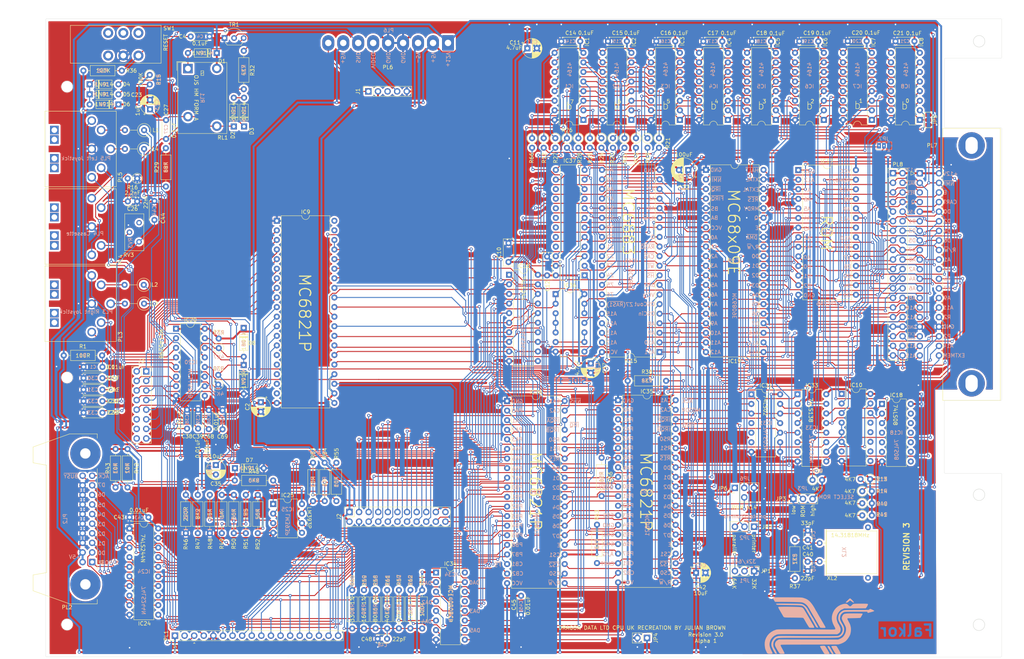
<source format=kicad_pcb>
(kicad_pcb (version 20221018) (generator pcbnew)
  (title_block (title "Dragon 32 CPU UK Issue 2 Mainboard") (date "2023-05-25") (rev "3.0") (company "Dragon Data") (comment 1 "Revised and Modified by Julian Brown"))
  (layers (0 "F.Cu" signal) (31 "B.Cu" signal) (34 "B.Paste" user) (35 "F.Paste" user) (36 "B.SilkS" user "B.Silkscreen") (37 "F.SilkS" user "F.Silkscreen") (38 "B.Mask" user) (39 "F.Mask" user) (44 "Edge.Cuts" user))
  (net 0 "")
  (net 1 "GND")
  (net 2 "/PIA1/Joystick +V")
  (net 3 "Net-(D4-K)")
  (net 4 "~{ROM}")
  (net 5 "RAM VCC")
  (net 6 "Net-(IC17-A14)")
  (net 7 "~{RES}")
  (net 8 "MIC")
  (net 9 "MOTOR2")
  (net 10 "MOTOR1")
  (net 11 "X0")
  (net 12 "X1")
  (net 13 "X2")
  (net 14 "X3")
  (net 15 "CASS")
  (net 16 "Net-(C35-Pad2)")
  (net 17 "PA1")
  (net 18 "PA0")
  (net 19 "BIAS")
  (net 20 "Net-(C41-Pad2)")
  (net 21 "6bit D{slash}A")
  (net 22 "~{RAS0}")
  (net 23 "+12V")
  (net 26 "VCLK")
  (net 27 "D7")
  (net 28 "~{WE}")
  (net 29 "Z0")
  (net 30 "Z2")
  (net 31 "Z1")
  (net 32 "Z5")
  (net 33 "Z4")
  (net 34 "Z3")
  (net 35 "Z6")
  (net 36 "DO7")
  (net 37 "~{CAS}")
  (net 38 "D6")
  (net 39 "DO6")
  (net 40 "D5")
  (net 41 "DO5")
  (net 42 "D4")
  (net 43 "DO4")
  (net 44 "D3")
  (net 45 "DO3")
  (net 46 "D2")
  (net 47 "DO2")
  (net 48 "D1")
  (net 49 "DO1")
  (net 50 "D0")
  (net 51 "DO0")
  (net 52 "Net-(IC15-OSCIN)")
  (net 53 "Net-(D1-A)")
  (net 54 "Net-(D2-A)")
  (net 55 "Net-(D7-K)")
  (net 56 "~{FS}")
  (net 57 "DA0")
  (net 58 "GM2")
  (net 59 "GM1")
  (net 60 "GM0")
  (net 61 "~{A}{slash}G")
  (net 62 "CSS")
  (net 63 "A11")
  (net 64 "A10")
  (net 65 "A9")
  (net 66 "A8")
  (net 67 "~{NHS}")
  (net 68 "E")
  (net 69 "Q")
  (net 70 "R{slash}~{W}")
  (net 71 "A0")
  (net 72 "A1")
  (net 73 "A2")
  (net 74 "A3")
  (net 75 "A4")
  (net 76 "A5")
  (net 77 "A6")
  (net 78 "A7")
  (net 79 "S2")
  (net 80 "S1")
  (net 81 "S0")
  (net 82 "Z7")
  (net 83 "A15")
  (net 84 "A14")
  (net 85 "A13")
  (net 86 "A12")
  (net 87 "D.Out")
  (net 88 "~{E17}")
  (net 89 "~{E18}")
  (net 90 "~{NMI}")
  (net 91 "~{IRQ}")
  (net 92 "~{FIRQ}")
  (net 93 "~{HALT}")
  (net 94 "AD1")
  (net 95 "AD2")
  (net 96 "SOUND")
  (net 97 "ESND")
  (net 98 "Net-(IC15-OSCOUT)")
  (net 99 "Net-(IC15-~{WE})")
  (net 100 "Net-(IC15-~{CAS})")
  (net 101 "Net-(IC15-~{RAS0})")
  (net 102 "Net-(IC15-Z0)")
  (net 103 "Net-(IC15-Z1)")
  (net 104 "Net-(IC15-Z2)")
  (net 105 "Net-(IC15-Z3)")
  (net 106 "Net-(IC15-Z4)")
  (net 107 "Net-(IC15-Z5)")
  (net 108 "Net-(IC15-Z6)")
  (net 109 "Net-(IC20-Z)")
  (net 110 "PB7")
  (net 111 "PP6")
  (net 112 "PB5")
  (net 113 "PP4")
  (net 114 "PB3")
  (net 115 "PP2")
  (net 116 "PB1")
  (net 117 "PP0")
  (net 118 "PB0")
  (net 119 "PP1")
  (net 120 "PB2")
  (net 121 "PP3")
  (net 122 "PB4")
  (net 123 "PP5")
  (net 124 "PB6")
  (net 125 "PP7")
  (net 126 "PC0")
  (net 127 "PA2")
  (net 128 "PA3")
  (net 129 "PA4")
  (net 130 "PA5")
  (net 131 "PA6")
  (net 132 "PA7")
  (net 133 "P0")
  (net 134 "Net-(IC25A--)")
  (net 135 "Net-(IC25A-+)")
  (net 136 "Net-(IC25B-+)")
  (net 137 "/PIA1/J{slash}S L F1")
  (net 138 "STROBE")
  (net 139 "Net-(JP1-B)")
  (net 140 "Net-(JP2-A)")
  (net 141 "+5V")
  (net 142 "Net-(IC33-E1)")
  (net 143 "EXTMEN")
  (net 144 "P2")
  (net 145 "P1")
  (net 146 "R2")
  (net 147 "~{BUSY}")
  (net 148 "CART")
  (net 149 "CB2")
  (net 150 "MOTOR")
  (net 151 "~{ACK}")
  (net 152 "-5V")
  (net 153 "/PIA1/J{slash}S R F1")
  (net 154 "/PIA1/J{slash}S R F2")
  (net 155 "EAR")
  (net 156 "Net-(IC33-E2)")
  (net 160 "Net-(IC35-PA1)")
  (net 161 "Net-(IC35-PB1)")
  (net 162 "VID OUT")
  (net 166 "/PIA1/J{slash}S L F2")
  (net 167 "Net-(TR1-B)")
  (net 173 "/PIA2/DAC1")
  (net 174 "PIADAC1")
  (net 175 "/PIA2/DAC2")
  (net 176 "PIADAC2")
  (net 177 "/PIA2/DAC4")
  (net 178 "PIADAC4")
  (net 179 "PIADAC5")
  (net 180 "/PIA2/DAC5")
  (net 181 "PIADAC3")
  (net 182 "/PIA2/DAC3")
  (net 183 "PIADAC0")
  (net 184 "/PIA2/DAC0")
  (net 194 "Z8")
  (net 195 "Net-(IC36-Pad3)")
  (net 196 "~{Q}")
  (net 197 "COLSEL")
  (net 204 "~{DSD}")
  (net 205 "Net-(IC37-IO1)")
  (net 206 "ROM-A15")
  (net 207 "VPP")
  (net 208 "MEM-SIZE")
  (net 209 "Net-(IC36-Pad10)")
  (net 215 "P1b")
  (net 218 "P1h")
  (net 219 "P1g")
  (net 220 "P1f")
  (net 221 "P1e")
  (net 222 "P1d")
  (net 223 "P1c")
  (net 224 "P1a")
  (net 226 "DC0")
  (net 227 "Alpha")
  (net 228 "DC1")
  (net 229 "Inverse")
  (net 230 "DC2")
  (net 231 "~{SelInv}")
  (net 232 "DC3")
  (net 233 "RClk")
  (net 234 "DC4")
  (net 235 "RC")
  (net 236 "DC5")
  (net 238 "DC6")
  (net 240 "DC7")
  (footprint "Capacitor_THT:C_Disc_D4.3mm_W1.9mm_P5.00mm" (layer "F.Cu") (at 106.1974 58.547 -90)
    (fp_text reference "C27")
    (fp_text value "0.1uF")
  )
  (footprint "Resistor_THT:R_Axial_DIN0207_L6.3mm_D2.5mm_P10.16mm_Horizontal" (layer "F.Cu") (at 117.7798 167.9702 90)
    (fp_text reference "R48")
    (fp_text value "15K")
  )
  (footprint "Resistor_THT:R_Axial_DIN0207_L6.3mm_D2.5mm_P10.16mm_Horizontal" (layer "F.Cu") (at 151.2824 159.4612 90)
    (fp_text reference "R55")
    (fp_text value "10K")
  )
  (footprint "Diode_THT:D_DO-35_SOD27_P7.62mm_Horizontal" (layer "F.Cu") (at 85.979 51.7398)
    (fp_text reference "D5")
    (fp_text value "1N914")
  )
  (footprint "Capacitor_THT:C_Disc_D4.3mm_W1.9mm_P5.00mm" (layer "F.Cu") (at 200.152 184.5456 -90)
    (fp_text reference "C45")
    (fp_text value "0.01uF")
  )
  (footprint "Resistor_THT:R_Axial_DIN0207_L6.3mm_D2.5mm_P2.54mm_Vertical" (layer "F.Cu") (at 277.2882 153.8732)
    (fp_text reference "R39")
    (fp_text value "4K7")
  )
  (footprint "Package_DIP:DIP-40_W15.24mm" (layer "F.Cu") (at 135.509 85.217)
    (fp_text reference "IC9")
    (fp_text value "MC6821")
  )
  (footprint "Resistor_THT:R_Axial_DIN0207_L6.3mm_D2.5mm_P10.16mm_Horizontal" (layer "F.Cu") (at 173.99 193.1924 90)
    (fp_text reference "R64")
    (fp_text value "100K")
  )
  (footprint "Capacitor_THT:C_Rect_L7.0mm_W2.5mm_P5.00mm" (layer "F.Cu") (at 207.0354 99.695 90)
    (fp_text reference "C12")
    (fp_text value "100n")
  )
  (footprint "Resistor_THT:R_Axial_DIN0207_L6.3mm_D2.5mm_P10.16mm_Horizontal" (layer "F.Cu") (at 167.8178 193.167 90)
    (fp_text reference "R57")
    (fp_text value "20K 1%")
  )
  (footprint "Package_DIP:DIP-14_W7.62mm" (layer "F.Cu") (at 295.666 133.731)
    (fp_text reference "IC18")
    (fp_text value "74LS08")
  )
  (footprint "Capacitor_THT:C_Disc_D3.0mm_W2.0mm_P2.50mm" (layer "F.Cu") (at 275.9964 178.0086 90)
    (fp_text reference "C40")
    (fp_text value "22pF")
  )
  (footprint "Capacitor_THT:C_Disc_D5.0mm_W2.5mm_P5.00mm" (layer "F.Cu") (at 84.368 136.0424)
    (fp_text reference "C33")
    (fp_text value "22nF")
  )
  (footprint "Resistor_THT:R_Axial_DIN0207_L6.3mm_D2.5mm_P2.54mm_Vertical" (layer "F.Cu") (at 98.5774 74.0156 180)
    (fp_text reference "R16")
    (fp_text value "33K")
  )
  (footprint "Capacitor_THT:C_Disc_D5.0mm_W2.5mm_P5.00mm" (layer "F.Cu") (at 84.368 129.9464)
    (fp_text reference "C31")
    (fp_text value "22nF")
  )
  (footprint "Capacitor_THT:C_Disc_D4.3mm_W1.9mm_P5.00mm" (layer "F.Cu") (at 117.5004 135.3966 -90)
    (fp_text reference "C68")
    (fp_text value "0.01uF")
  )
  (footprint "Package_DIP:DIP-40_W15.24mm" (layer "F.Cu") (at 225.8264 132.7454)
    (fp_text reference "IC35")
    (fp_text value "MC6821")
  )
  (footprint "Resistor_THT:R_Axial_DIN0207_L6.3mm_D2.5mm_P10.16mm_Horizontal" (layer "F.Cu") (at 164.719 193.1924 90)
    (fp_text reference "R61")
    (fp_text value "40K2 1%")
  )
  (footprint "Resistor_THT:R_Axial_DIN0207_L6.3mm_D2.5mm_P10.16mm_Horizontal" (layer "F.Cu") (at 148.1836 149.3012 -90)
    (fp_text reference "R54")
    (fp_text value "1K")
  )
  (footprint "Resistor_THT:R_Axial_DIN0207_L6.3mm_D2.5mm_P10.16mm_Horizontal" (layer "F.Cu") (at 170.8658 193.167 90)
    (fp_text reference "R62")
    (fp_text value "10K 1%")
  )
  (footprint "Capacitor_THT:C_Disc_D4.3mm_W1.9mm_P5.00mm" (layer "F.Cu") (at 273.8012 37.6936)
    (fp_text reference "C19")
    (fp_text value "0.1uF")
  )
  (footprint "Inductor_THT:L_Axial_L7.0mm_D3.3mm_P5.08mm_Vertical_Fastron_MICC" (layer "F.Cu") (at 100.3926 61.214 180)
    (fp_text reference "L1")
    (fp_text value "3.3uH")
  )
  (footprint "Resistor_THT:R_Axial_DIN0207_L6.3mm_D2.5mm_P10.16mm_Horizontal" (layer "F.Cu") (at 130.4798 167.9702 90)
    (fp_text reference "R52")
    (fp_text value "56K")
  )
  (footprint "Capacitor_THT:CP_Radial_D5.0mm_P2.50mm" (layer "F.Cu") (at 246.4562 178.435)
    (fp_text reference "C42")
    (fp_text value "10uF")
  )
  (footprint "Resistor_THT:R_Axial_DIN0207_L6.3mm_D2.5mm_P2.54mm_Vertical" (layer "F.Cu") (at 233.6038 63.3476 -90)
    (fp_text reference "R19")
    (fp_text value "22R")
  )
  (footprint "Resistor_THT:R_Axial_DIN0207_L6.3mm_D2.5mm_P10.16mm_Horizontal" (layer "F.Cu") (at 79.121 120.8786)
    (fp_text reference "R1")
    (fp_text value "100R")
  )
  (footprint "Connector_PinHeader_2.54mm:PinHeader_1x03_P2.54mm_Vertical" (layer "F.Cu") (at 261.8232 178.0032 -90)
    (fp_text reference "JP1")
    (fp_text value "32k/64k")
  )
  (footprint "Capacitor_THT:C_Disc_D4.3mm_W1.9mm_P5.00mm" (layer "F.Cu") (at 299.252 37.6786)
    (fp_text reference "C21")
    (fp_text value "0.1uF")
  )
  (footprint "Resistor_THT:R_Axial_DIN0207_L6.3mm_D2.5mm_P10.16mm_Horizontal" (layer "F.Cu") (at 220.2434 165.7096 -90)
    (fp_text reference "R63")
    (fp_text value "4K7")
  )
  (footprint "Capacitor_THT:C_Disc_D4.3mm_W1.9mm_P5.00mm" (layer "F.Cu") (at 261.3044 37.6936)
    (fp_text reference "C18")
    (fp_text value "0.1uF")
  )
  (footprint "Resistor_THT:R_Axial_DIN0207_L6.3mm_D2.5mm_P2.54mm_Vertical" (layer "F.Cu") (at 227.5078 63.3476 -90)
    (fp_text reference "R22")
    (fp_text value "22R")
  )
  (footprint "Package_DIP:DIP-16_W7.62mm" (layer "F.Cu") (at 305.679 58.5066 180)
    (fp_text reference "IC8")
    (fp_text value "4164")
  )
  (footprint "Resistor_THT:R_Axial_DIN0207_L6.3mm_D2.5mm_P2.54mm_Vertical" (layer "F.Cu") (at 120.142 118.9414 90)
    (fp_text reference "R31")
    (fp_text value "4K7")
  )
  (footprint "Package_DIP:DIP-14_W7.62mm" (layer "F.Cu") (at 261.0966 131.186)
    (fp_text reference "IC31")
    (fp_text value "74LS02N")
  )
  (footprint "Capacitor_THT:C_Disc_D4.3mm_W1.9mm_P5.00mm" (layer "F.Cu") (at 112.7144 36.4236)
    (fp_text reference "C4")
    (fp_text value "0.1uF")
  )
  (footprint "Capacitor_THT:C_Disc_D4.3mm_W1.9mm_P5.00mm" (layer "F.Cu") (at 248.4012 37.6936)
    (fp_text reference "C17")
    (fp_text value "0.1uF")
  )
  (footprint "Resistor_THT:R_Axial_DIN0207_L6.3mm_D2.5mm_P2.54mm_Vertical" (layer "F.Cu") (at 215.3158 63.3476 -90)
    (fp_text reference "R28")
    (fp_text value "22R")
  )
  (footprint "Diode_THT:D_DO-35_SOD27_P7.62mm_Horizontal" (layer "F.Cu") (at 93.599 54.4068 180)
    (fp_text reference "D6")
    (fp_text value "1N914")
  )
  (footprint "Capacitor_THT:C_Disc_D3.0mm_W2.0mm_P2.50mm" (layer "F.Cu") (at 162.199 195.9356)
    (fp_text reference "C48")
    (fp_text value "22pF")
  )
  (footprint "Dragon:Edge_2x20_P2.54mm_OvalMP" (layer "F.Cu") (at 305.6636 72.644)
    (fp_text reference "PL7")
    (fp_text value "EDAC 392-040-558-201")
  )
  (footprint "Resistor_THT:R_Axial_DIN0207_L6.3mm_D2.5mm_P2.54mm_Vertical" (layer "F.Cu") (at 206.1464 63.3476 -90)
    (fp_text reference "R12")
    (fp_text value "22R")
  )
  (footprint "Inductor_THT:L_Axial_L7.0mm_D3.3mm_P5.08mm_Vertical_Fastron_MICC" (layer "F.Cu") (at 100.3926 66.1924 180)
    (fp_text reference "L4")
    (fp_text value "3.3uH")
  )
  (footprint "Capacitor_THT:C_Rect_L7.0mm_W2.5mm_P5.00mm" (layer "F.Cu") (at 196.8246 96.139 90)
    (fp_text reference "C10")
    (fp_text value "100n")
  )
  (footprint "Resistor_THT:R_Axial_DIN0207_L6.3mm_D2.5mm_P2.54mm_Vertical" (layer "F.Cu") (at 203.073 63.344 -90)
    (fp_text reference "R66")
    (fp_text value "22R")
  )
  (footprint "Resistor_THT:R_Axial_DIN0207_L6.3mm_D2.5mm_P10.16mm_Horizontal" (layer "F.Cu") (at 127.3048 167.9702 90)
    (fp_text reference "R51")
    (fp_text value "1M5")
  )
  (footprint "Resistor_THT:R_Axial_DIN0207_L6.3mm_D2.5mm_P10.16mm_Horizontal" (layer "F.Cu") (at 161.6456 193.1924 90)
    (fp_text reference "R58")
    (fp_text value "80K6 1%")
  )
  (footprint "Resistor_THT:R_Axial_DIN0207_L6.3mm_D2.5mm_P10.16mm_Horizontal" (layer "F.Cu") (at 92.837 145.669 -90)
    (fp_text reference "R43")
    (fp_text value "10K")
  )
  (footprint "Capacitor_THT:C_Disc_D4.3mm_W1.9mm_P5.00mm" (layer "F.Cu") (at 210.8092 37.6936)
    (fp_text reference "C14")
    (fp_text value "0.1uF")
  )
  (footprint "Resistor_THT:R_Axial_DIN0207_L6.3mm_D2.5mm_P10.16mm_Horizontal" (layer "F.Cu") (at 124.3838 154.0002)
    (fp_text reference "R45")
    (fp_text value "6K8")
  )
  (footprint "Package_DIP:DIP-16_W7.62mm" (layer "F.Cu") (at 284.988 131.064)
    (fp_text reference "IC10")
    (fp_text value "74LS138")
  )
  (footprint "Capacitor_THT:CP_Radial_D5.0mm_P2.50mm" (layer "F.Cu") (at 119.38 149.924888 -90)
    (fp_text reference "C35")
    (fp_text value "10uF")
  )
  (footprint "Resistor_THT:R_Axial_DIN0207_L6.3mm_D2.5mm_P10.16mm_Horizontal" (layer "F.Cu") (at 228.3714 127.6096)
    (fp_text reference "R38")
    (fp_text value "4K7")
  )
  (footprint "Resistor_THT:R_Axial_DIN0207_L6.3mm_D2.5mm_P2.54mm_Vertical" (layer "F.Cu") (at 218.3638 63.3476 -90)
    (fp_text reference "R25")
    (fp_text value "22R")
  )
  (footprint "Capacitor_THT:CP_Radial_D5.0mm_P2.50mm" (layer "F.Cu") (at 201.817088 39.5478)
    (fp_text reference "C11")
    (fp_text value "4.7uF")
  )
  (footprint "Diode_THT:D_DO-35_SOD27_P7.62mm_Horizontal" (layer "F.Cu") (at 119.611825 40.787694 180)
    (fp_text reference "D1")
    (fp_text value "1N914")
  )
  (footprint "Resistor_THT:R_Axial_DIN0207_L6.3mm_D2.5mm_P2.54mm_Vertical" (layer "F.Cu") (at 292.5318 153.6446 180)
    (fp_text reference "R13")
    (fp_text value "4K7")
  )
  (footprint "Package_DIP:DIP-24_W7.62mm" (layer "F.Cu") (at 216.9668 99.695 180)
    (fp_text reference "IC37")
    (fp_text value "GAL")
  )
  (footprint "Resistor_THT:R_Axial_DIN0207_L6.3mm_D2.5mm_P2.54mm_Vertical" (layer "F.Cu") (at 290.4454 156.845)
    (fp_text reference "R14")
    (fp_text value "4K7")
  )
  (footprint "Connector_PinHeader_2.54mm:PinHeader_1x03_P2.54mm_Vertical" (layer "F.Cu") (at 272.2118 158.877 90)
    (fp_text reference "JP3")
    (fp_text value "SELECT ROM")
  )
  (footprint "Capacitor_THT:C_Disc_D4.3mm_W1.9mm_P5.00mm" (layer "F.Cu") (at 286.6028 37.6428)
    (fp_text reference "C20")
    (fp_text value "0.1uF")
  )
  (footprint "Capacitor_THT:C_Disc_D4.3mm_W1.9mm_P5.00mm" (layer "F.Cu") (at 111.76 135.255 -90)
    (fp_text reference "C38")
    (fp_text value "0.01uF")
  )
  (footprint "Resistor_THT:R_Axial_DIN0207_L6.3mm_D2.5mm_P10.16mm_Horizontal" (layer "F.Cu") (at 126.7714 50.3682 90)
    (fp_text reference "R32")
    (fp_text value "4K7")
  )
  (footprint "Package_DIP:DIP-16_W7.62mm" (layer "F.Cu") (at 229.352 58.5066 180)
    (fp_text reference "IC2")
    (fp_text value "4164")
  )
  (footprint "Package_DIP:DIP-16_W7.62mm" (layer "F.Cu") (at 292.979 58.5066 180)
    (fp_text reference "IC7")
    (fp_text value "4164")
  )
  (footprint "Dragon:OJS HM 10A Relay" (layer "F.Cu") (at 115.7986 52.705 -90)
    (fp_text reference "RL1")
    (fp_text value "OJS HM FORM A")
  )
  (footprint "Connector_PinHeader_2.54mm:PinHeader_1x18_P2.54mm_Vertical" (layer "F.Cu") (at 108.5596 195.0974 90)
    (fp_text reference "PL1")
    (fp_text value "Conn_01x18_Pin")
  )
  (footprint "Crystal:Crystal_HC49-U_Horizontal" (layer "F.Cu") (at 279.1668 175.486965 90)
    (fp_text reference "XL2")
    (fp_text value "14.31818MHz")
  )
  (footprint "Capacitor_THT:C_Disc_D3.0mm_W2.0mm_P2.50mm" (layer "F.Cu") (at 98.5774 80.0862 180)
    (fp_text reference "C26")
    (fp_text value "2.2nF")
  )
  (footprint "Dragon:DIN-6_DELTRON_671-0601_Horizontal" (layer "F.Cu") (at 86.5328 114.688)
    (fp_text reference "PL3")
    (fp_text value "DIN-6 J/S R" hide)
  )
  (footprint "Resistor_THT:R_Axial_DIN0207_L6.3mm_D2.5mm_P2.54mm_Vertical" (layer "F.Cu") (at 120.015 128.5934 90)
    (fp_text reference "R30")
    (fp_text value "4K7")
  )
  (footprint "Capacitor_THT:C_Disc_D5.0mm_W2.5mm_P5.00mm" (layer "F.Cu") (at 103.124 79.9992 -90)
    (fp_text reference "C44")
    (fp_text value "22nF")
  )
  (footprint "Diode_THT:D_DO-35_SOD27_P7.62mm_Horizontal" (layer "F.Cu") (at 126.746 123.444 -90)
    (fp_text reference "D9" hide)
    (fp_text value "1N914")
  )
  (footprint "Package_DIP:DIP-16_W7.62mm" (layer "F.Cu") (at 177.6476 178.3842)
    (fp_text reference "IC34")
    (fp_text value "MC14050BCP")
  )
  (footprint "Resistor_THT:R_Axial_DIN0207_L6.3mm_D2.5mm_P2.54mm_Vertical" (layer "F.Cu") (at 101.8794 46.58 -90)
    (fp_text reference "R15")
    (fp_text value "100K")
  )
  (footprint "Resistor_THT:R_Axial_DIN0207_L6.3mm_D2.5mm_P10.16mm_Horizontal" (layer "F.Cu") (at 96.012 145.669 -90)
    (fp_text reference "R42")
    (fp_text value "10K")
  )
  (footprint "Package_TO_SOT_THT:TO-92_Inline_Wide" (layer "F.Cu") (at 121.666 36.83)
    (fp_text reference "TR1")
    (fp_text value "BC141")
  )
  (footprint "Resistor_THT:R_Axial_DIN0207_L6.3mm_D2.5mm_P10.16mm_Horizontal" (layer "F.Cu") (at 272.6182 179.8828 90)
    (fp_text reference "R37")
    (fp_text value "1K5")
  )
  (footprint "Resistor_THT:R_Axial_DIN0207_L6.3mm_D2.5mm_P2.54mm_Vertical" (layer "F.Cu") (at 290.4454 160.0454)
    (fp_text reference "R40")
    (fp_text value "4K7")
  )
  (footprint "Jumper:SolderJumper-3_P1.3mm_Bridged12_Pad1.0x1.5mm" (layer "F.Cu") (at 307.8988 58.5216 -90)
    (fp_text reference "JP5")
    (fp_text value "Z8hi/low")
  )
  (footprint "Resistor_THT:R_Axial_DIN0207_L6.3mm_D2.5mm_P10.16mm_Horizontal" (layer "F.Cu") (at 114.6048 167.9702 90)
    (fp_text reference "R47")
    (fp_text value "8K2")
  )
  (footprint "Resistor_THT:R_Axial_DIN0207_L6.3mm_D2.5mm_P2.54mm_Vertical" (layer "F.Cu") (at 221.4118 63.3476 -90)
    (fp_text reference "R24")
    (fp_text value "22R")
  )
  (footprint "Package_DIP:DIP-16_W7.62mm" (layer "F.Cu") (at 254.879 58.5066 180)
    (fp_text reference "IC4")
    (fp_text value "4164")
  )
  (footprint "Capacitor_THT:C_Disc_D4.3mm_W1.9mm_P5.00mm" (layer "F.Cu") (at 235.9552 37.6786)
    (fp_text reference "C16")
    (fp_text value "0.1uF")
  )
  (footprint "Capacitor_THT:C_Disc_D5.0mm_W2.5mm_P5.00mm" (layer "F.Cu") (at 84.368 132.9944)
    (fp_text reference "C32")
    (fp_text value "22nF")
  )
  (footprint "Capacitor_THT:C_Disc_D4.3mm_W1.9mm_P5.00mm" (layer "F.Cu") (at 121.158 135.4474 -90)
    (fp_text reference "C69")
    (fp_text value "0.01uF")
  )
  (footprint "Connector_PinHeader_2.54mm:PinHeader_2x20_P2.54mm_Vertical" (layer "F.Cu") (at 298.577 72.6186)
    (fp_text reference "PL8")
    (fp_text value "EDAC 392-040-558-201")
  )
  (footprint "Connector_PinHeader_2.54mm:PinHeader_1x03_P2.54mm_Vertical" (layer "F.Cu") (at 261.8232 166.243 -90)
    (fp_text reference "JP2")
    (fp_text value "printer/comms")
  )
  (footprint "Resistor_THT:R_Axial_DIN0207_L6.3mm_D2.5mm_P10.16mm_Horizontal" (layer "F.Cu") (at 145.0848 159.4612 90)
    (fp_text reference "R53")
    (fp_text value "10M")
  )
  (footprint "Diode_THT:D_DO-35_SOD27_P7.62mm_Horizontal" (layer "F.Cu") (at 124.4346 150.749)
    (fp_text reference "D7")
    (fp_text value "1N914")
  )
  (footprint "Dragon:Button_AlpsAlpine_SPUN190900" (layer "F.Cu") (at 90.8867 35.481 90)
    (fp_text reference "SW1")
    (fp_text value "RESET")
  )
  (footprint "Diode_THT:D_DO-35_SOD27_P7.62mm_Horizontal" (layer "F.Cu") (at 85.979 49.0728)
    (fp_text reference "D4")
    (fp_text value "1N914")
  )
  (footprint "Resistor_THT:R_Axial_DIN0207_L6.3mm_D2.5mm_P2.54mm_Vertical" (layer "F.Cu") (at 230.5558 63.3476 -90)
    (fp_text reference "R20")
    (fp_text value "22R")
  )
  (footprint "Diode_THT:D_DO-35_SOD27_P7.62mm_Horizontal" (layer "F.Cu") (at 126.746 113.6038 -90)
    (fp_text reference "D8")
    (fp_text value "1N914")
  )
  (footprint "Resistor_THT:R_Axial_DIN0207_L6.3mm_D2.5mm_P10.16mm_Horizontal" (layer "F.Cu") (at 158.5722 193.1924 90)
    (fp_text reference "R59")
    (fp_text value "160K 1%")
  )
  (footprint "Capacitor_THT:C_Disc_D5.0mm_W2.5mm_P5.00mm" (layer "F.Cu") (at 84.368 126.8984)
    (fp_text reference "C30")
    (fp_text value "22nF")
  )
  (footprint "Resistor_THT:R_Axial_DIN0207_L6.3mm_D2.5mm_P10.16mm_Horizontal" (layer "F.Cu") (at 120.9548 157.8102 -90)
    (fp_text reference "R49")
    (fp_text value "1K")
  )
  (footprint "Resistor_THT:R_Axial_DIN0207_L6.3mm_D2.5mm_P10.16mm_Horizontal" (layer "F.Cu") (at 221.4626 147.9804 -90)
    (fp_text reference "R56")
    (fp_text value "10K")
  )
  (footprint "Capacitor_THT:CP_Radial_D5.0mm_P2.50mm" (layer "F.Cu") (at 101.9556 55.7022 90)
    (fp_text reference "C23")
    (fp_text value "1uF")
  )
  (footprint "Capacitor_THT:CP_Radial_D5.0mm_P2.50mm" (layer "F.Cu") (at 131.271 133.285113 -90)
    (fp_text reference "C2")
    (fp_text value "10uF")
  )
  (footprint "Diode_THT:D_DO-35_SOD27_P7.62mm_Horizontal" (layer "F.Cu") (at 124.1298 60.2488 90)
    (fp_text reference "D2")
    (fp_text value "1N914")
  )
  (footprint "Capacitor_THT:C_Disc_D4.3mm_W1.9mm_P5.00mm" (layer "F.Cu") (at 101.5492 163.7538 180)
    (fp_text reference "C43")
    (fp_text value "0.01uF")
  )
  (footprint "Capacitor_THT:C_Disc_D4.3mm_W1.9mm_P5.00mm" (layer "F.Cu") (at 84.368 123.9266)
    (fp_text reference "C1")
    (fp_text value "0.01uF")
  )
  (footprint "Resistor_THT:R_Axial_DIN0207_L6.3mm_D2.5mm_P10.16mm_Horizontal" (layer "F.Cu") (at 124.1298 167.9702 90)
    (fp_text reference "R50")
    (fp_text value "56K")
  )
  (footprint "Package_DIP:DIP-16_W7.62mm" (layer "F.Cu") (at 280.279 58.5066 180)
    (fp_text reference "IC6")
    (fp_text value "4164")
  )
  (footprint "Package_DIP:DIP-16_W7.62mm" (layer "F.Cu") (at 242.179 58.5066 180)
    (fp_text reference "IC3")
    (fp_text value "4164")
  )
  (footprint "Capacitor_THT:C_Disc_D4.3mm_W1.9mm_P5.00mm" (layer "F.Cu") (at 223.1536 37.6786)
    (fp_text reference "C15")
    (fp_text value "0.1uF")
  )
  (footprint "Resistor_THT:R_Axial_DIN0207_L6.3mm_D2.5mm_P2.54mm_Vertical" (layer "F.Cu") (at 290.4454 163.2458)
    (fp_text reference "R41")
    (fp_text value "4K7")
  )
  (footprint "Package_DIP:DIP-14_W7.62mm" (layer "F.Cu") (at 209.296 104.643)
    (fp_text reference "IC36")
    (fp_text value "74LS132")
  )
  (footprint "Connector_PinHeader_2.54mm:PinHeader_1x02_P2.54mm_Vertical" (layer "F.Cu") (at 233.4818 195.707 -90)
    (fp_text reference "JP4")
    (fp_text value "5vPower")
  )
  (footprint "Resistor_THT:R_Axial_DIN0207_L6.3mm_D2.5mm_P10.16mm_Horizontal" (layer "F.Cu") (at 106.1466 76.1492 90)
    (fp_text reference "R29")
    (fp_text value "68K")
  )
  (footprint "Resistor_THT:R_Axial_DIN0207_L6.3mm_D2.5mm_P2.54mm_Vertical" (layer "F.Cu") (at 212.2932 63.3476 -90)
    (fp_text reference "R26")
    (fp_text value "22R")
  )
  (footprint "Package_DIP:DIP-8_W7.62mm" (layer "F.Cu") (at 134.5538 160.2332)
    (fp_text reference "IC25")
    (fp_text value "LM393P")
  )
  (footprint "Package_DIP:DIP-40_W15.24mm" (layer "F.Cu") (at 196.459 132.9536)
    (fp_text reference "IC26")
    (fp_text value "MC6821")
  )
  (footprint "Package_DIP:DIP-16_W7.62mm" (layer "F.Cu") (at 216.652 58.5066 180)
    (fp_text reference "IC1")
    (fp_text value "4164")
  )
  (footprint "Dragon:DIN-6_DELTRON_671-0601_Horizontal" (layer "F.Cu") (at 86.5328 73.7054)
    (fp_text reference "PL5")
    (fp_text value "DIN-6 J/S L" hide)
  )
  (footprint "Diode_THT:D_DO-35_SOD27_P7.62mm_Horizontal" (layer "F.Cu") (at 126.8476 60.2488 90)
    (fp_text reference "D3")
    (fp_text value "1N914")
  )
  (footprint "Package_DIP:DIP-20_W7.62mm" (layer "F.Cu") (at 196.987 99.5172)
    (fp_text reference "IC16")
    (fp_text value "74LS244N")
  )
  (footprint "Inductor_THT:L_Axial_L7.0mm_D3.3mm_P5.08mm_Vertical_Fastron_MICC" (layer "F.Cu") (at 100.3808 107.1626 180)
    (fp_text reference "L3")
    (fp_text value "3.3uH")
  )
  (footprint "Resistor_THT:R_Axial_DIN0207_L6.3mm_D2.5mm_P2.54mm_Vertical" (layer "F.Cu") (at 224.4598 63.3476 -90)
    (fp_text reference "R23")
    (fp_text value "22R")
  )
  (footprint "Dragon:Jumper_4" (layer "F.Cu") (at 259.3514 156.95 90)
    (fp_text reference "JP6")
    (fp_text value "ROM A14")
  )
  (footprint "Package_DIP:DIP-28_W15.24mm" (layer "F.Cu") (at 273.5276 71.7904)
    (fp_text reference "IC17")
    (fp_text value "27C256")
  )
  (footprint "Capacitor_THT:CP_Radial_D6.3mm_P2.50mm" (layer "F.Cu") (at 244.41278 71.7804 180)
    (fp_text reference "C22")
    (fp_text value "100uF")
  )
  (footprint "Resistor_THT:R_Axial_DIN0207_L6.3mm_D2.5mm_P10.16mm_Horizontal" (layer "F.Cu") (at 155.4734 193.1924 90)
    (fp_text reference "R60")
    (fp_text value "330K 1%")
  )
  (footprint "Connector_PinSocket_2.54mm:PinSocket_1x05_P2.54mm_Vertical" (layer "F.Cu") (at 159.7406 50.9524 90)
    (fp_text reference "J1")
    (fp_text value "Video Output Female")
  )
  (footprint "Package_DIP:DIP-16_W7.62mm" (layer "F.Cu") (at 273.304 131.1656)
    (fp_text reference "IC33")
    (fp_text value "74LS138N")
  )
  (footprint "Capacitor_THT:C_Disc_D3.0mm_W2.0mm_P2.50mm" (layer "F.Cu") (at 276.0218 167.2536 -90)
    (fp_text reference "C41")
    (fp_text value "33pF")
  )
  (footprint "Resistor_THT:R_Axial_DIN0207_L6.3mm_D2.5mm_P2.54mm_Vertical" (layer "F.Cu") (at 209.2198 63.3476 -90)
    (fp_text reference "R27")
    (fp_text value "22R")
  )
  (footprint "Package_DIP:DIP-16_W7.62mm" (layer "F.Cu") (at 267.579 58.5066 180)
    (fp_text reference "IC5")
    (fp_text value "4164")
  )
  (footprint "Resistor_THT:R_Axial_DIN0207_L6.3mm_D2.5mm_P10.16mm_Horizontal" (layer "F.Cu") (at 111.4298 167.9702 90)
    (fp_text reference "R46")
    (fp_text value "220R")
  )
  (footprint "Potentiometer_THT:Potentiometer_Bourns_3386X_Horizontal" (layer "F.Cu") (at 99.06 90.805 180)
    (fp_text reference "RV3")
    (fp_text value "470R")
  )
  (footprint "Inductor_THT:L_Axial_L7.0mm_D3.3mm_P5.08mm_Vertical_Fastron_MICC" (layer "F.Cu") (at 100.3046 102.1842 180)
    (fp_text reference "L2")
    (fp_text value "3.3uH")
  )
  (footprint "Package_DIP:DIP-40_W15.24mm" (layer "F.Cu") (at 236.8092 119.9896 180)
    (fp_text reference "IC15")
    (fp_text value "MC6883")
  )
  (footprint "Resistor_THT:R_Axial_DIN0207_L6.3mm_D2.5mm_P2.54mm_Vertical" (layer "F.Cu") (at 236.6518 63.3476 -90)
    (fp_text reference "R21")
    (fp_text value "22R")
  )
  (footprint "Capacitor_THT:CP_Radial_D5.0mm_P2.50mm" (layer "F.Cu") (at 218.5924 123.0014 -90)
    (fp_text reference "C37")
    (fp_text value "4.7uF")
  )
  (footprint "Package_DIP:DIP-16_W7.62mm" (layer "F.Cu") (at 108.839 113.792)
    (fp_text reference "IC20")
    (fp_text value "MC14529B")
  )
  (footprint "Connector_Molex:Molex_KK-396_A-41791-0009_1x09_P3.96mm_Vertical" (layer "F.Cu") (at 180.813 38.122 180)
    (fp_text reference "PL6")
    (fp_text value "Conn_01x09_Male" hide)
  )
  (footprint "Connector_IDC:IDC-Header_2x10-1MP_P2.54mm_Latch_Horizontal" (layer "F.Cu") (at 86.6526 175.6026 180)
    (fp_text reference "PL2")
    (fp_text value "Printer" hide)
  )
  (footprint "Package_DIP:DIP-40_W15.24mm" (layer "F.Cu") (at 249.0724 71.7296)
    (fp_text reference "IC19")
    (fp_text value "MC6809E")
  )
  (footprint "Connector_PinSocket_2.54mm:PinSocket_2x11_P2.54mm_Vertical" (layer "F.Cu") (at 154.7368 162.3568 90)
    (fp_text reference "J2")
    (fp_text value "Board Interconnect Female")
  )
  (footprint "Connector_PinSocket_2.54mm:PinSocket_2x08_P2.54mm_Vertical" (layer "F.Cu") (at 100.965 125.095)
    (fp_text reference "J3")
    (fp_text value "Conn_02x08_Odd_Even")
  )
  (footprint "Capacitor_THT:C_Disc_D4.3mm_W1.9mm_P5.00mm" (layer "F.Cu") (at 114.681 135.255 -90)
    (fp_text reference "C39")
    (fp_text value "0.01uF")
  )
  (footprint "Package_DIP:DIP-20_W7.62mm" (layer "F.Cu") (at 96.52 166.7002)
    (fp_text reference "IC24")
    (fp_text value "74LS244N")
  )
  (footprint "Resistor_THT:R_Axial_DIN0207_L6.3mm_D2.5mm_P10.16mm_Horizontal" (layer "F.Cu") (at 84.328 45.466)
    (fp_text reference "R36")
    (fp_text value "100K")
  )
  (footprint "Dragon:DIN-5_DELTRON_671-0501_45deg_Horizontal" (layer "F.Cu") (at 86.5328 94.2501)
    (fp_text reference "PL4")
    (fp_text value "DIN-5 (180) Cassette" hide)
  )
  (footprint "LOGO" (layer "B.Cu") (at 279.146 192.4304 180)
    (fp_text reference "G***" hide)
    (fp_text value "LOGO" hide)
  )
  (footprint "Jumper:SolderJumper-3_P1.3mm_Open_Pad1.0x1.5mm" (layer "B.Cu") (at 296.1894 65.3387 180)
    (fp_text reference "JP7")
    (fp_text value "27C512")
  )
  (gr_circle (center 321.377446 37.682117) (end 322.456157 38.760828) (stroke (width 0.1)) (fill none) (layer "Edge.Cuts"))
  (gr_line (start 74.623395 31.697395) (end 327.099395 31.697395) (stroke (width 0.05)) (layer "Edge.Cuts"))
  (gr_arc (start 327.099395 152.093395) (mid 327.279 152.16779) (end 327.353395 152.347395) (stroke (width 0.05)) (layer "Edge.Cuts"))
  (gr_arc (start 327.353541 41.951527) (mid 327.279148 42.131134) (end 327.099541 42.205527) (stroke (width 0.05)) (layer "Edge.Cuts"))
  (gr_circle (center 80.01 192.151) (end 81.088711 193.229711) (stroke (width 0.1)) (fill none) (layer "Edge.Cuts"))
  (gr_arc (start 312.367395 152.093395) (mid 312.18779 152.019) (end 312.113395 151.839395) (stroke (width 0.05)) (layer "Edge.Cuts"))
  (gr_line (start 312.113395 133.096) (end 312.113395 151.839395) (stroke (width 0.05)) (layer "Edge.Cuts"))
  (gr_circle (center 84.865702 181.523815) (end 85.801092 182.499792) (stroke (width 0.1)) (fill none) (layer "Edge.Cuts"))
  (gr_line (start 327.353395 60.833) (end 327.353395 132.461) (stroke (width 0.05)) (layer "Edge.Cuts"))
  (gr_line (start 327.353395 152.347395) (end 327.351933 200.506453) (stroke (width 0.05)) (layer "Edge.Cuts"))
  (gr_arc (start 312.113395 133.096) (mid 312.187791 132.916396) (end 312.367395 132.842) (stroke (width 0.05)) (layer "Edge.Cuts"))
  (gr_line (start 327.353395 31.951395) (end 327.353541 41.951527) (stroke (width 0.05)) (layer "Edge.Cuts"))
  (gr_line (start 312.367395 60.579) (end 327.099395 60.579) (stroke (width 0.05)) (layer "Edge.Cuts"))
  (gr_line (start 312.114392 42.459456) (end 312.113395 60.325) (stroke (width 0.05)) (layer "Edge.Cuts"))
  (gr_circle (center 80.008473 49.707362) (end 81.087184 50.786073) (stroke (width 0.1)) (fill none) (layer "Edge.Cuts"))
  (gr_arc (start 327.351933 200.506453) (mid 327.277533 200.686053) (end 327.097933 200.760453) (stroke (width 0.05)) (layer "Edge.Cuts"))
  (gr_circle (center 321.350496 157.787817) (end 322.429207 158.866528) (stroke (width 0.1)) (fill none) (layer "Edge.Cuts"))
  (gr_arc (start 327.099395 31.697395) (mid 327.279 31.77179) (end 327.353395 31.951395) (stroke (width 0.05)) (layer "Edge.Cuts"))
  (gr_line (start 312.367395 152.093395) (end 327.099395 152.093395) (stroke (width 0.05)) (layer "Edge.Cuts"))
  (gr_circle (center 321.324992 192.225918) (end 322.403703 193.304629) (stroke (width 0.1)) (fill none) (layer "Edge.Cuts"))
  (gr_line (start 327.099395 132.842) (end 312.367395 132.842) (stroke (width 0.05)) (layer "Edge.Cuts"))
  (gr_arc (start 327.353395 132.461) (mid 327.297156 132.698674) (end 327.099395 132.842) (stroke (width 0.05)) (layer "Edge.Cuts"))
  (gr_line (start 327.099541 42.205527) (end 312.368392 42.205456) (stroke (width 0.05)) (layer "Edge.Cuts"))
  (gr_arc (start 327.099395 60.579) (mid 327.279004 60.653391) (end 327.353395 60.833) (stroke (width 0.05)) (layer "Edge.Cuts"))
  (gr_circle (center 319.3796 127.77153) (end 320.905128 127.77153) (stroke (width 0.1)) (fill none) (layer "Edge.Cuts"))
  (gr_arc (start 74.369395 31.951395) (mid 74.44379 31.77179) (end 74.623395 31.697395) (stroke (width 0.05)) (layer "Edge.Cuts"))
  (gr_arc (start 312.114392 42.459456) (mid 312.188788 42.279852) (end 312.368392 42.205456) (stroke (width 0.05)) (layer "Edge.Cuts"))
  (gr_circle (center 319.3796 65.77) (end 320.905128 65.77) (stroke (width 0.1)) (fill none) (layer "Edge.Cuts"))
  (gr_circle (center 84.827533 146.858785) (end 85.762923 147.834762) (stroke (width 0.1)) (fill none) (layer "Edge.Cuts"))
  (gr_line (start 327.097933 200.760453) (end 74.623163 200.734409) (stroke (width 0.05)) (layer "Edge.Cuts"))
  (gr_circle (center 80.008473 126.746) (end 81.087184 127.824711) (stroke (width 0.1)) (fill none) (layer "Edge.Cuts"))
  (gr_line (start 74.369163 200.480409) (end 74.369395 31.951395) (stroke (width 0.05)) (layer "Edge.Cuts"))
  (gr_arc (start 312.367395 60.579) (mid 312.187793 60.504602) (end 312.113395 60.325) (stroke (width 0.05)) (layer "Edge.Cuts"))
  (gr_arc (start 74.623163 200.734409) (mid 74.44358 200.659992) (end 74.369163 200.480409) (stroke (width 0.05)) (layer "Edge.Cuts"))
  (gr_text "SIDE 2" (at 304.8508 172.2628 90) (layer "F.Cu") (effects (font (size 1.5 1.5) (thickness 0.3))))
  (gr_text locked "Falkor" (at 302.2092 193.7766) (layer "B.Cu") (effects (font (size 3 3) (thickness 0.6)) (justify mirror)))
  (gr_text locked "SIDE 1" (at 213.6902 127.6604) (layer "B.Cu") (effects (font (size 1.5 1.5) (thickness 0.3)) (justify mirror)))
  (gr_text "DA0" (at 234.2642 102.2096) (layer "B.SilkS") (effects (font (size 1 1)) (justify mirror)))
  (gr_text "PA1" (at 199.136 138.1506) (layer "B.SilkS") (effects (font (size 1 1)) (justify mirror)))
  (gr_text "CB2" (at 228.6254 178.4604) (layer "B.SilkS") (effects (font (size 1 1)) (justify mirror)))
  (gr_text "PB6" (at 228.4984 170.8404) (layer "B.SilkS") (effects (font (size 1 1)) (justify mirror)))
  (gr_text "~{RAS0}" (at 233.6292 92.1766) (layer "B.SilkS") (effects (font (size 1 1)) (justify mirror)))
  (gr_text "D5" (at 303.657 90.424) (layer "B.SilkS") (effects (font (size 1 1)) (justify mirror)))
  (gr_text "GM2" (at 223.2914 170.8404) (layer "B.SilkS") (effects (font (size 1 1)) (justify mirror)))
  (gr_text "A11" (at 234.1372 119.9896) (layer "B.SilkS") (effects (font (size 1 1)) (justify mirror)))
  (gr_text "R/~{W}" (at 261.5184 92.202) (layer "B.SilkS") (effects (font (size 1 1)) (justify mirror)))
  (gr_text "RS0" (at 208.915 143.2306) (layer "B.SilkS") (effects (font (size 1 1)) (justify mirror)))
  (gr_text "CART" (at 223.0374 176.0474) (layer "B.SilkS") (effects (font (size 1 1)) (justify mirror)))
  (gr_text "STROBE" (at 90.932 175.768) (layer "B.SilkS") (effects (font (size 1 1)) (justify mirror)))
  (gr_text "GND" (at 199.136 133.0706) (layer "B.SilkS") (effects (font (size 1 1)) (justify mirror)))
  (gr_text "CS1" (at 238.4044 173.5074) (layer "B.SilkS") (effects (font (size 1 1)) (justify mirror)))
  (gr_text "PB1" (at 199.136 158.3436) (layer "B.SilkS") (effects (font (size 1 1)) (justify mirror)))
  (gr_text "A3" (at 312.928 98.044) (layer "B.SilkS") (effects (font (size 1 1)) (justify mirror)))
  (gr_text "D2" (at 312.928 85.344) (layer "B.SilkS") (effects (font (size 1 1)) (justify mirror)))
  (gr_text "+12V" (at 313.817 72.771) (layer "B.SilkS") (effects (font (size 1 1)) (justify mirror)))
  (gr_text "BA" (at 251.3584 84.455) (layer "B.SilkS") (effects (font (size 1 1)) (justify mirror)))
  (gr_text "GND" (at 251.7394 71.755) (layer "B.SilkS") (effects (font (size 1 1)) (justify mirror)))
  (gr_text "PB7" (at 228.4984 173.3804) (layer "B.SilkS") (effects (font (size 1 1)) (justify mirror)))
  (gr_text "D4" (at 262.1534 104.902) (layer "B.SilkS") (effects (font (size 1 1)) (justify mirror)))
  (gr_text "Z3" (at 223.7232 97.1296) (layer "B.SilkS") (effects (font (size 1 1)) (justify mirror)))
  (gr_text "D0" (at 262.1534 94.615) (layer "B.SilkS") (effects (font (size 1 1)) (justify mirror)))
  (gr_text "D6" (at 209.423 166.0906) (layer "B.SilkS") (effects (font (size 1 1)) (justify mirror)))
  (gr_text "Q" (at 303.911 80.264) (layer "B.SilkS") (effects (font (size 1 1)) (justify mirror)))
  (gr_text "A6" (at 303.657 103.124) (layer "B.SilkS") (effects (font (size 1 1)) (justify mirror)))
  (gr_text "~{FIRQ}" (at 244.5258 139.4714) (layer "B.SilkS") (effects (font (size 1 1)) (justify mirror)))
  (gr_text "VCC" (at 285.9532 72.136) (layer "B.SilkS") (effects (font (size 1 1)) (justify mirror)))
  (gr_text "D0" (at 312.928 82.804) (layer "B.SilkS") (effects (font (size 1 1)) (justify mirror)))
  (gr_text "A13" (at 261.6454 120.015) (layer "B.SilkS") (effects (font (size 1 1)) (justify mirror)))
  (gr_text "R/~{W}" (at 313.69 92.964) (layer "B.SilkS") (effects (font (size 1 1)) (justify mirror)))
  (gr_text "D7" (at 286.4104 94.9706) (layer "B.SilkS") (effects (font (size 1 1)) (justify mirror)))
  (gr_text "D7" (at 89.154 155.194) (layer "B.SilkS") (effects (font (size 1 1)) (justify mirror)))
  (gr_text "PA3" (at 199.136 143.1036) (layer "B.SilkS") (effects (font (size 1 1)) (justify mirror)))
  (gr_text "A11" (at 285.7754 84.709) (layer "B.SilkS") (effects (font (size 1 1)) (justify mirror)))
  (gr_text "A5" (at 275.844 82.0674) (layer "B.SilkS") (effects (font (size 1 1)) (justify mirror)))
  (gr_text "D3" (at 238.7854 158.3944) (layer "B.SilkS") (effects (font (size 1 1)) (justify mirror)))
  (gr_text "~{RES}" (at 238.2774 148.1074) (layer "B.SilkS") (effects (font (size 1 1)) (justify mirror)))
  (gr_text "A4" (at 223.7232 71.7296) (layer "B.SilkS") (effects (font (size 1 1)) (justify mirror)))
  (gr_text "~{HALT}" (at 261.2644 71.882) (layer "B.SilkS") (effects (font (size 1 1)) (justify mirror)))
  (gr_text "~{IRQA}" (at 238.0234 137.9474) (layer "B.SilkS") (effects (font (size 1 1)) (justify mirror)))
  (gr_text "A12" (at 251.6124 120.015) (layer "B.SilkS") (effects (font (size 1 1)) (justify mirror)))
  (gr_text "+5V" (at 153.035 42.164 -90) (layer "B.SilkS") (effects (font (size 1 1)) (justify mirror)))
  (gr_text "A13" (at 285.7754 77.0382) (layer "B.SilkS") (effects (font (size 1 1)) (justify mirror)))
  (gr_text "A5" (at 223.7232 74.2696) (layer "B.SilkS") (effects (font (size 1 1)) (justify mirror)))
  (gr_text "A0" (at 303.657 95.504) (layer "B.SilkS") (effects (font (size 1 1)) (justify mirror)))
  (gr_text "OSCin" (at 233.3752 109.8296) (layer "B.SilkS") (effects (font (size 1 1)) (justify mirror)))
  (gr_text "PA6" (at 199.136 150.8506) (layer "B.SilkS") (effects (font (size 1 1)) (justify mirror)))
  (gr_text "+12V" (at 180.848 42.545 -90) (layer "B.SilkS") (effects (font (size 1 1)) (justify mirror)))
  (gr_text "~{FIRQ}" (at 252.1204 79.375) (layer "B.SilkS") (effects (font (size 1 1)) (justify mirror)))
  (gr_text "XTAL" (at 261.3914 74.295) (layer "B.SilkS") (effects (font (size 1 1)) (justify mirror)))
  (gr_text "CB2" (at 199.263 178.6636) (layer "B.SilkS") (effects (font (size 1 1)) (justify mirror)))
  (gr_text "PB1" (at 228.4984 158.1404) (layer "B.SilkS") (effects (font (size 1 1)) (justify mirror)))
  (gr_text "GND" (at 276.4282 72.136) (layer "B.SilkS") (effects (font (size 1 1)) (justify mirror)))
  (gr_text "A14" (at 224.1042 112.3696) (layer "B.SilkS") (effects (font (size 1 1)) (justify mirror)))
  (gr_text "D7" (at 262.1534 112.522) (layer "B.SilkS") (effects (font (size 1 1)) (justify mirror)))
  (gr_text "D0" (at 89.154 173.228) (layer "B.SilkS") (effects (font (size 1 1)) (justify mirror)))
  (gr_text "DA0" (at 187.8076 181.0512) (layer "B.SilkS") (effects (font (size 1 1)) (justify mirror)))
  (gr_text "EXT\nSND" (at 303.4538 115.8494) (layer "B.SilkS") (effects (font (size 0.8 0.8) (thickness 0.1)) (justify mirror)))
  (gr_text "D4" (at 238.7854 160.9344) (layer "B.SilkS") (effects (font (size 1 1)) (justify mirror)))
  (gr_text "~{ACK}" (at 89.662 152.908) (layer "B.SilkS") (effects (font (size 1 1)) (justify mirror)))
  (gr_text "-5V" (at 172.9232 42.0116 -90) (layer "B.SilkS") (effects (font (size 1 1)) (justify mirror)))
  (gr_text "~{OE}" (at 286.4104 92.3036) (layer "B.SilkS") (effects (font (size 1 1)) (justify mirror)))
  (gr_text "PB4" (at 199.136 165.9636) (layer "B.SilkS") (effects (font (size 1 1)) (justify mirror)))
  (gr_text "D5" (at 238.7854 163.3474) (layer "B.SilkS") (effects (font (size 1 1)) (justify mirror)))
  (gr_text "CA2" (at 209.042 135.4836) (layer "B.SilkS") (effects (font (size 1 1)) (justify mirror)))
  (gr_text "A11" (at 313.182 108.204) (layer "B.SilkS") (effects (font (size 1 1)) (justify mirror)))
  (gr_text "PB0" (at 199.136 155.8036) (layer "B.SilkS") (effects (font (size 1 1)) (justify mirror)))
  (gr_text "~{NMI}" (at 251.8664 74.422) (layer "B.SilkS") (effects (font (size 1 1)) (justify mirror)))
  (gr_text "~{DMA}" (at 261.2644 89.662) (layer "B.SilkS") (effects (font (size 1 1)) (justify mirror)))
  (gr_text "D3" (at 303.657 87.884) (layer "B.SilkS") (effects (font (size 1 1)) (justify mirror)))
  (gr_text "D7" (at 238.7854 168.5544) (layer "B.SilkS") (effects (font (size 1 1)) (justify mirror)))
  (gr_text "OSCout" (at 232.8672 107.2896) (layer "B.SilkS") (effects (font (size 1 1)) (justify mirror)))
  (gr_text "DA2" (at 175.26 186.2836) (layer "B.SilkS") (effects (font (size 1 1)) (justify mirror)))
  (gr_text "PA3" (at 228.4984 142.9004) (layer "B.SilkS") (effects (font (size 1 1)) (justify mirror)))
  (gr_text "D2" (at 262.1534 99.695) (layer "B.SilkS") (effects (font (size 1 1)) (justify mirror)))
  (gr_text "D0" (at 275.8694 97.3582) (layer "B.SilkS") (effects (font (size 1 1)) (justify mirror)))
  (gr_text "PB7" (at 199.136 173.5836) (layer "B.SilkS") (effects (font (size 1 1)) (justify mirror)))
  (gr_text "D1" (at 89.154 170.688) (layer "B.SilkS") (effects (font (size 1 1)) (justify mirror)))
  (gr_text "A12" (at 224.1042 117.4496) (layer "B.SilkS") (effects (font (size 1 1)) (justify mirror)))
  (gr_text "A14" (at 313.182 118.364) (layer "B.SilkS") (effects (font (size 1 1)) (justify mirror)))
  (gr_text "~{IRQ}" (at 251.7394 76.962) (layer "B.SilkS") (effects (font (size 1 1)) (justify mirror)))
  (gr_text "A13" (at 303.3268 118.3386) (layer "B.SilkS") (effects (font (size 1 1)) (justify mirror)))
  (gr_text "GND" (at 168.91 42.037 -90) (layer "B.SilkS") (effects (font (size 1 1)) (justify mirror)))
  (gr_text "D2" (at 238.7854 155.7274) (layer "B.SilkS") (effects (font (size 1 1)) (justify mirror)))
  (gr_text "R/~{W}" (at 208.915 181.2036) (layer "B.SilkS") (effects (font (size 1 1)) (justify mirror)))
  (gr_text "D5" (at 89.154 160.528) (layer "B.SilkS") (effects (font (size 1 1)) (justify mirror)))
  (gr_text "Z5" (at 223.7232 102.2096) (layer "B.SilkS") (effects (font (size 1 1)) (justify mirror)))
  (gr_text "A0" (at 251.2314 89.662) (layer "B.SilkS") (effects (font (size 1 1)) (justify mirror)))
  (gr_text "D7" (at 303.657 92.964) (layer "B.SilkS") (effects (font (size 1 1)) (justify mirror)))
  (gr_text "CS1" (at 209.042 173.7106) (layer "B.SilkS") (effects (font (size 1 1)) (justify mirror)))
  (gr_text "D2" (at 275.8948 102.4128) (layer "B.SilkS") (effects (font (size 1 1)) (justify mirror)))
  (gr_text "CART" (at 313.69 80.264) (layer "B.SilkS") (effects (font (size 1 1)) (justify mirror)))
  (gr_text "A15" (at 224.1042 109.8296) (layer "B.SilkS") (effects (font (size 1 1)) (justify mirror)))
  (gr_text "A2" (at 251.2314 94.615) (layer "B.SilkS") (effects (font (size 1 1)) (justify mirror)))
  (gr_text "CA1" (at 238.4044 132.7404) (layer "B.SilkS") (effects (font (size 1 1)) (justify mirror)))
  (gr_text "PB4" (at 228.4984 165.7604) (layer "B.SilkS") (effects (font (size 1 1)) (justify mirror)))
  (gr_text "PA6" (at 228.4984 150.6474) (layer "B.SilkS") (effects (font (size 1 1)) (justify mirror)))
  (gr_text "PA7" (at 228.4984 153.1874) (layer "B.SilkS") (effects (font (size 1 1)) (justify mirror)))
  (gr_text "S1" (at 223.7232 84.4296) (layer "B.SilkS") (effects (font (size 1 1)) (justify mirror)))
  (gr_text "EXTMEM" (at 314.706 120.904) (layer "B.SilkS") (effects (font (size 1 1)) (justify mirror)))
  (gr_text "DA5" (at 187.96 193.7004) (layer "B.SilkS") (effects (font (size 1 1)) (justify mirror)))
  (gr_text "PB2" (at 228.4984 160.6804) (layer "B.SilkS") (effects (font (size 1 1)) (justify mirror)))
  (gr_text "~{RES}" (at 208.915 148.3106) (layer "B.SilkS") (effects (font (size 1 1)) (justify mirror)))
  (gr_text "Z7(~{RAS1})" (at 226.2632 107.4166) (layer "B.SilkS") (effects (font (size 1 1)) (justify mirror)))
  (gr_text "R2" (at 312.928 110.744) (layer "B.SilkS") (effects (font (size 1 1)) (justify mirror)))
  (gr_text "A13" (at 224.1042 114.9096) (layer "B.SilkS") (effects (font (size 1 1)) (justify mirror)))
  (gr_text "D5" (at 286.512 99.8474) (layer "B.SilkS") (effects (font (size 1 1)) (justify mirror)))
  (gr_text "E" (at 239.4204 170.9674) (layer "B.SilkS") (effects (font (size 1 1)) (justify mirror)))
  (gr_text "A3" (at 234.6452 74.2696) (layer "B.SilkS") (effects (font (size 1 1)) (justify mirror)))
  (gr_text "Z4" (at 223.7232 99.6696) (layer "B.SilkS") (effects (font (size 1 1)) (justify mirror)))
  (gr_text "GND" (at 228.4984 132.8674) (layer "B.SilkS") (effects (font (size 1 1)) (justify mirror)))
  (gr_text "D0" (at 238.7854 150.6474) (layer "B.SilkS") (effects (font (size 1 1)) (justify mirror)))
  (gr_text "RS0" (at 238.2774 143.0274) (layer "B.SilkS") (effects (font (size 1 1)) (justify mirror)))
  (gr_text "A7" (at 275.8948 77.1144) (layer "B.SilkS") (effects (font (size 1 1)) (justify mirror)))
  (gr_text "A1" (at 275.8186 92.2528) (layer "B.SilkS") (effects (font (size 1 1)) (justify mirror)))
  (gr_text "~{IRQB}" (at 237.8964 140.4874) (layer "B.SilkS") (effects (font (size 1 1)) (justify mirror)))
  (gr_text "D4" (at 312.928 87.884) (layer "B.SilkS") (effects (font (size 1 1)) (justify mirror)))
  (gr_text "D6" (at 89.154 157.734) (layer "B.SilkS") (effects (font (size 1 1)) (justify mirror)))
  (gr_text "PB3" (at 199.136 163.5506) (layer "B.SilkS") (effects (font (size 1 1)) (justify mirror)))
  (gr_text "A8" (at 303.657 105.664) (layer "B.SilkS") (effects (font (size 1 1)) (justify mirror)))
  (gr_text "SND" (at 157.0228 41.9608 -90) (layer "B.SilkS") (effects (font (size 1 1)) (justify mirror)))
  (gr_text "MOTOR" (at 245.1608 135.4074) (layer "B.SilkS") (effects (font (size 1 1)) (justify mirror)))
  (gr_text "S2" (at 223.7232 81.8896) (layer "B.SilkS") (effects (font (size 1 1)) (justify mirror)))
  (gr_text "~{IRQA}" (at 208.661 138.1506) (layer "B.SilkS") (effects (font (size 1 1)) (justify mirror)))
  (gr_text "D1" (at 238.7854 153.1874) (layer "B.SilkS") (effects (font (size 1 1)) (justify mirror)))
  (gr_text "GND" (at 234.1372 71.8566) (layer "B.SilkS") (effects (font (size 1 1)) (justify mirror)))
  (gr_text "RS1" (at 209.042 145.6436) (layer "B.SilkS") (effects (font (size 1 1)) (justify mirror)))
  (gr_text "PA7" (at 199.136 153.3906) (layer "B.SilkS") (effects (font (size 1 1)) (justify mirror)))
  (gr_text "E" (at 312.42 77.724) (layer "B.SilkS") (effects (font (size 1 1)) (justify mirror)))
  (gr_text "~{RES}" (at 261.5184 79.629) (layer "B.SilkS") (effects (font (size 1 1)) (justify mirror)))
  (gr_text "PA0" (at 228.4984 135.2804) (layer "B.SilkS") (effects (font (size 1 1)) (justify mirror)))
  (gr_text "GM1" (at 223.2914 168.3004) (layer "B.SilkS") (effects (font (size 1 1)) (justify mirror)))
  (gr_text "GND" (at 164.973 42.037 -90) (layer "B.SilkS") (effects (font (size 1 1)) (justify mirror)))
  (gr_text "A3" (at 251.2314 97.155) (layer "B.SilkS") (effects (font (size 1 1)) (justify mirror)))
  (gr_text "A6" (at 251.2314 104.775) (layer "B.SilkS") (effects (font (size 1 1)) (justify mirror)))
  (gr_text "~{FS}" (at 193.9798 176.4284) (layer "B.SilkS") (effects (font (size 1 1)) (justify mirror)))
  (gr_text "E" (at 210.058 171.1706) (layer "B.SilkS") (effects (font (size 1 1)) (justify mirror)))
  (gr_text "A10" (at 286.004 89.8398) (layer "B.SilkS") (effects (font (size 1 1)) (justify mirror)))
  (gr_text "A6" (at 223.7232 76.8096) (layer "B.SilkS") (effects (font (size 1 1)) (justify mirror)))
  (gr_text "A9" (at 251.2314 112.395) (layer "B.SilkS") (effects (font (size 1 1)) (justify mirror)))
  (gr_text "GND" (at 303.4538 113.3856) (layer "B.SilkS") (effects (font (size 0.8 0.8) (thickness 0.12)) (justify mirror)))
  (gr_text "A1" (at 312.928 95.504) (layer "B.SilkS") (effects (font (size 1 1)) (justify mirror)))
  (gr_text "ROM0/1" (at 284.353 74.5236) (layer "B.SilkS") (effects (font (size 1 1)) (justify mirror)))
  (gr_text "A0" (at 275.7932 94.9198) (layer "B.SilkS") (effects (font (size 1 1)) (justify mirror)))
  (gr_text "D4" (at 209.423 161.1376) (layer "B.SilkS") (effects (font (size 1 1)) (justify mirror)))
  (gr_text "D1" (at 275.8948 99.8728) (layer "B.SilkS") (effects (font (size 1 1)) (justify mirror)))
  (gr_text "PA4" (at 199.136 145.6436) (layer "B.SilkS") (effects (font (size 1 1)) (justify mirror)))
  (gr_text "+5V" (at 303.5808 82.8294) (layer "B.SilkS") (effects (font (size 0.8 0.8) (thickness 0.12)) (justify mirror)))
  (gr_text "EXTAL" (at 261.0104 76.962) (layer "B.SilkS") (effects (font (size 1 1)) (justify mirror)))
  (gr_text "D4" (at 286.4866 102.4636) (layer "B.SilkS") (effects (font (size 1 1)) (justify mirror)))
  (gr_text "PA0" (at 199.136 135.4836) (layer "B.SilkS") (effects (font (size 1 1)) (justify mirror)))
  (gr_text "~{RES}" (at 303.3776 77.8764) (layer "B.SilkS") (effects (font (size 0.8 0.8) (thickness 0.12)) (justify mirror)))
  (gr_text "CS0" (at 209.042 178.6636) (layer "B.SilkS") (effects (font (size 1 1)) (justify mirror)))
  (gr_text "E" (at 235.1532 86.9696) (layer "B.SilkS") (effects (font (size 1 1)) (justify mirror)))
  (gr_text "CA1" (at 209.042 132.9436) (layer "B.SilkS") (effects (font (size 1 1)) (justify mirror)))
  (gr_text "A2" (at 234.6452 76.8096) (layer "B.SilkS") (effects (font (size 1 1)) (justify mirror)))
  (gr_text "DA3" (at 187.9092 188.595) (layer "B.SilkS") (effects (font (size 1 1)) (justify mirror)))
  (gr_text "A10" (at 303.3268 108.2548) (layer "B.SilkS") (effects (font (size 1 1)) (justify mirror)))
  (gr_text "PB6" (at 199.136 171.0436) (layer "B.SilkS") (effects (font (size 1 1)) (justify mirror)))
  (gr_text "E" (at 262.5344 87.122) (layer "B.SilkS") (effects (font (size 1 1)) (justify mirror)))
  (gr_text "CA2" (at 238.4044 135.2804) (layer "B.SilkS") (effects (font (size 1 1)) (justify mirror)))
  (gr_text "~{IRQ}" (at 214.249 139.4206) (layer "B.SilkS") (effects (font (size 1 1)) (justify mirror)))
  (gr_text "~{A}/G" (at 223.1644 173.5074) (layer "B.SilkS") (effects (font (size 1 1)) (justify mirror)))
  (gr_text "CB1" (at 228.4984 175.9204) (layer "B.SilkS") (effects (font (size 1 1)) (justify mirror)))
  (gr_text "DA4" (at 175.133 191.3382) (layer "B.SilkS") (effects (font (size 1 1)) (justify mirror)))
  (gr_text "A12" (at 276.4028 74.4474) (layer "B.SilkS") (effects (font (size 1 1)) (justify mirror)))
  (gr_text "A8" (at 286.385 79.6036) (layer "B.SilkS") (effects (font (size 1 1)) (justify mirror)))
  (gr_text "Q" (at 262.4074 84.455) (layer "B.SilkS") (effects (font (size 1 1)) (justify mirror)))
  (gr_text "~{BUSY}" (at 81.026 152.908) (layer "B.SilkS") (effects (font (size 1 1)) (justify mirror)))
  (gr_text "~{NMI}" (at 313.436 75.438) (layer "B.SilkS") (effects (font (size 1 1)) (justify mirror)))
  (gr_text "A5" (at 251.2314 102.235) (layer "B.SilkS") (effects (font (size 1 1)) (justify mirror)))
  (gr_text "A15" (at 303.276 120.9548) (layer "B.SilkS") (effects (font (size 1 1)) (justify mirror)))
  (gr_text "D3" (at 262.1534 102.362) (layer "B.SilkS") (effects (font (size 1 1)) (justify mirror)))
  (gr_text "A8" (at 251.2314 109.982) (layer "B.SilkS") (effects (font (size 1 1)) (justify mirror)))
  (gr_text "A3" (at 275.844 87.2998) (layer "B.SilkS") (effects (font (size 1 1)) (justify mirror)))
  (gr_text "D6" (at 312.928 90.424) (layer "B.SilkS") (effects (font (size 1 1)) (justify mirror)))
  (gr_text "PB3" (at 228.4984 163.3474) (layer "B.SilkS") (effects (font (size 1 1)) (justify mirror)))
  (gr_text "~{WE}" (at 234.3912 97.2566) (layer "B.SilkS") (effects (font (size 1 1)) (justify mirror)))
  (gr_text "P2" (at 312.928 115.824) (layer "B.SilkS") (effects (font (size 1 1)) (justify mirror)))
  (gr_text "GND" (at 276.4028 104.9782) (layer "B.SilkS") (effects (font (size 1 1)) (justify mirror)))
  (gr_text "~{ACK}" (at 244.1448 132.9944) (layer "B.SilkS") (effects (font (size 1 1)) (justify mirror)))
  (gr_text "D5" (at 209.423 163.5506) (layer "B.SilkS") (effects (font (size 1 1)) (justify mirror)))
  (gr_text "A10" (at 251.6124 114.935) (layer "B.SilkS") (effects (font (size 1 1)) (justify mirror)))
  (gr_text "D1" (at 303.657 85.344) (layer "B.SilkS") (effects (font (size 1 1)) (justify mirror)))
  (gr_text "A7" (at 251.2314 107.315) (layer "B.SilkS") (effects (font (size 1 1)) (justify mirror)))
  (gr_text "D0" (at 209.423 150.8506) (layer "B.SilkS") (effects (font (size 1 1)) (justify mirror)))
  (gr_text "~{NHS}" (at 214.503 133.0706) (layer "B.SilkS") (effects (font (size 1 1)) (justify mirror)))
  (gr_text "+5V" (at 176.9364 41.9608 -90) (layer "B.SilkS") (effects (font (size 1 1)) (justify mirror)))
  (gr_text "S0" (at 223.7232 86.9696) (layer "B.SilkS") (effects (font (size 1 1)) (justify mirror)))
  (gr_text "D2" (at 209.423 155.9306) (layer "B.SilkS") (effects (font (size 1 1)) (justify mirror)))
  (gr_text "PA4" (at 228.4984 145.4404) (layer "B.SilkS") (effects (font (size 1 1)) (justify mirror)))
  (gr_text "D3" (at 209.423 158.5976) (layer "B.SilkS") (effects (font (size 1 1)) (justify mirror)))
  (gr_text "Z0" (at 223.7232 89.5096) (layer "B.SilkS") (effects (font (size 1 1)) (justify mirror)))
  (gr_text "A4" (at 303.657 100.584) (layer "B.SilkS") (effects (font (size 1 1)) (justify mirror)))
  (gr_text "D2" (at 89.154 168.148) (layer "B.SilkS") (effects (font (size 1 1)) (justify mirror)))
  (gr_text "PB0" (at 228.4984 155.6004) (layer "B.SilkS") (effects (font (size 1 1)) (justify mirror)))
  (gr_text "A9" (at 286.3342 82.169) (layer "B.SilkS") (effects (font (size 1 1)) (justify mirror)))
  (gr_text "D3" (at 89.154 165.608) (layer "B.SilkS") (effects (font (size 1 1)) (justify mirror)))
  (gr_text "~{BUSY}" (at 222.6564 155.8544) (layer "B.SilkS") (effects (font (size 1 1)) (justify mirror)))
  (gr_text "VCC" (at 228.4984 181.0004) (layer "B.SilkS") (effects (font (size 1 1)) (justify mirror)))
  (gr_text "+5V" (at 82.042 174.244) (layer "B.SilkS") (effects (font (size 1 1)) (justify mirror)))
  (gr_text "D7" (at 209.423 168.7576) (layer "B.SilkS") (effects (font (size 1 1)) (justify mirror)))
  (gr_text "RS1" (at 238.4044 145.4404) (layer "B.SilkS") (effects (font (size 1 1)) (justify mirror)))
  (gr_text "Q" (at 235.0262 89.5096) (layer "B.SilkS") (effects (font (size 1 1)) (justify mirror)))
  (gr_text "A1" (at 234.6452 79.3496) (layer "B.SilkS") (effects (font (size 1 1)) (justify mirror)))
  (gr_text "CB1" (at 199.136 176.1236) (layer "B.SilkS") (effects (font (size 1 1)) (justify mirror)))
  (gr_text "PA1" (at 228.4984 137.9474) (layer "B.SilkS") (effects (font (size 1 1)) (justify mirror)))
  (gr_text "GND" (at 313.309 113.284) (layer "B.SilkS") (effects (font (size 1 1)) (justify mirror)))
  (gr_text "A4" (at 275.8186 84.5566) (layer "B.SilkS") (effects (font (size 1 1)) (justify mirror)))
  (gr_text "PA5" (at 199.136 148.1836) (layer "B.SilkS") (effects (font (size 1 1)) (justify mirror)))
  (gr_text "BS" (at 251.3584 82.042) (layer "B.SilkS") (effects (font (size 1 1)) (justify mirror)))
  (gr_text "A9" (at 234.6452 114.9096) (layer "B.SilkS") (effects (font (size 1 1)) (justify mirror)))
  (gr_text "A10" (at 234.1372 117.4496) (layer "B.SilkS") (effects (font (size 1 1)) (justify mirror)))
  (gr_text "Z2" (at 223.7232 94.5896) (layer "B.SilkS") (effects (font (size 1 1)) (justify mirror)))
  (gr_text "D6" (at 286.5374 97.3328) (layer "B.SilkS") (effects (font (size 1 1)) (justify mirror)))
  (gr_text "A11" (at 251.6124 117.475) (layer "B.SilkS") (effects (font (size 1 1)) (justify mirror)))
  (gr_text "A2" (at 303.657 98.044) (layer "B.SilkS") (effects (font (size 1 1)) (justify mirror)))
  (gr_text "VCC" (at 224.2312 119.9896) (layer "B.SilkS") (effects (font (size 1 1)) (justify mirror)))
  (gr_text "A4" (at 251.2314 99.695) (layer "B.SilkS") (effects (font (size 1 1)) (justify mirror)))
  (gr_text "~{IRQB}" (at 208.534 140.6906) (layer "B.SilkS") (effects (font (size 1 1)) (justify mirror)))
  (gr_text "MRDY" (at 261.1374 82.042) (layer "B.SilkS") (effects (font (size 1 1)) (justify mirror)))
  (gr_text "~{CS2}" (at 238.2774 176.1744) (layer "B.SilkS") (effects (font (size 1 1)) (justify mirror)))
  (gr_text "A14" (at 261.6454 117.602) (layer "B.SilkS") (effects (font (size 1 1)) (justify mirror)))
  (gr_text "A1" (at 251.2314 92.075) (layer "B.SilkS") (effects (font (size 1 1)) (justify mirror)))
  (gr_text "Z6" (at 223.7232 104.7496) (layer "B.SilkS") (effects (font (size 1 1)) (justify mirror)))
  (gr_text "A15" (at 261.6454 114.935) (layer "B.SilkS") (effects (font (size 1 1)) (justify mirror)))
  (gr_text "PA2" (at 228.4984 140.3604) (layer "B.SilkS") (effects (font (size 1 1)) (justify mirror)))
  (gr_text "D6" (at 238.7854 165.8874) (layer "B.SilkS") (effects (font (size 1 1)) (justify mirror)))
  (gr_text "VIDEO" (at 161.013 42.742 -90) (layer "B.SilkS") (effects (font (size 1 1)) (justify mirror)))
  (gr_text "PB5" (at 199.136 168.5036) (layer "B.SilkS") (effects (font (size 1 1)) (justify mirror)))
  (gr_text "VCC" (at 199.136 181.2036) (layer "B.SilkS") (effects (font (size 1 1)) (justify mirror)))
  (gr_text "D1" (at 262.1534 97.155) (layer "B.SilkS") (effects (font (size 1 1)) (justify mirror)))
  (gr_text "A7" (at 223.7232 79.3496) (layer "B.SilkS") (effects (font (size 1 1)) (justify mirror)))
  (gr_text "A6" (at 275.8948 79.5528) (layer "B.SilkS") (effects (font (size 1 1)) (justify mirror)))
  (gr_text "VCC" (at 251.8664 87.122) (layer "B.SilkS") (effects (font (size 1 1)) (justify mirror)))
  (gr_text "PB5" (at 228.4984 168.3004) (layer "B.SilkS") (effects (font (size 1 1)) (justify mirror)))
  (gr_text "A7" (at 312.928 103.124) (layer "B.SilkS") (effects (font (size 1 1)) (justify mirror)))
  (gr_text "PA2" (at 199.136 140.5636) (layer "B.SilkS") (effects (font (size 1 1)) (justify mirror)))
  (gr_text "CSS" (at 223.2914 163.2204) (layer "B.SilkS") (effects (font (size 1 1)) (justify mirror)))
  (gr_text "~{CS2}" (at 208.915 176.3776) (layer "B.SilkS") (effects (font (size 1 1)) (justify mirror)))
  (gr_text "DA1" (at 175.1076 181.1782) (layer "B.SilkS") (effects (font (size 1 1)) (justify mirror)))
  (gr_text "PA5" (at 228.4984 147.9804) (layer "B.SilkS") (effects (font (size 1 1)) (justify mirror)))
  (gr_text "CS0" (at 238.4044 178.4604) (layer "B.SilkS") (effects (font (size 1 1)) (justify mirror)))
  (gr_text "R/~{W}" (at 234.0102 84.5566) (layer "B.SilkS") (effects (font (size 1 1)) (justify mirror)))
  (gr_text "Z1" (at 223.7232 92.0496) (layer "B.SilkS") (effects (font (size 1 1)) (justify mirror)))
  (gr_text "~{CAS}" (at 234.0102 94.7166) (layer "B.SilkS") (effects (font (size 1 1)) (justify mirror)))
  (gr_text "A8" (at 234.6452 112.4966) (layer "B.SilkS") (effects (font (size 1 1)) (justify mirror)))
  (gr_text "R/~{W}" (at 238.2774 181.0004) (layer "B.SilkS") (effects (font (size 1 1)) (justify mirror)))
  (gr_text "D5" (at 262.1534 107.315) (layer "B.SilkS") (effects (font (size 1 1)) (justify mirror)))
  (gr_text "D6" (at 262.1534 109.855) (layer "B.SilkS") (effects (font (size 1 1)) (justify mirror)))
  (gr_text "GM0" (at 223.2914 165.8874) (layer "B.SilkS") (effects (font (size 1 1)) (justify mirror)))
  (gr_text "VClk" (at 233.8832 104.8766) (layer "B.SilkS") (effects (font (size 1 1)) (justify mirror)))
  (gr_text "~{HALT}" (at 303.3776 75.311) (layer "B.SilkS") (effects (font (size 0.8 0.8) (thickness 0.12)) (justify mirror)))
  (gr_text "+12V" (at 303.3014 71.6534) (layer "B.SilkS") (effects (font (size 0.8 0.8) (thickness 0.1) bold) (justify mirror)))
  (gr_text "D3" (at 286.4104 104.9274) (layer "B.SilkS") (effects (font (size 1 1)) (justify mirror)))
  (gr_text "A5" (at 312.928 100.584) (layer "B.SilkS") (effects (font (size 1 1)) (justify mirror)))
  (gr_text "D4" (at 89.154 163.068) (layer "B.SilkS") (effects (font (size 1 1)) (justify mirror)))
  (gr_text "~{HS}" (at 234.3912 99.7966) (layer "B.SilkS") (effects (font (size 1 1)) (justify mirror)))
  (gr_text "D1" (at 209.423 153.3906) (layer "B.SilkS") (effects (font (size 1 1)) (justify mirror)))
  (gr_text "A12" (at 303.3776 110.7694) (layer "B.SilkS") (effects (font (size 1 1)) (justify mirror)))
  (gr_text "PB2" (at 199.136 160.8836) (layer "B.SilkS") (effects (font (size 1 1)) (justify mirror)))
  (gr_text "A0" (at 234.6452 81.8896) (layer "B.SilkS") (effects (font (size 1 1)) (justify mirror)))
  (gr_text "A2" (at 275.9456 89.6874) (layer "B.SilkS") (effects (font (size 1 1)) (justify mirror)))
  (gr_text "A9" (at 312.928 105.664) (layer "B.SilkS") (effects (font (size 1 1)) (justify mirror)))
  (gr_text "LM393P" (at 144.0788 163.8654 -90) (layer "F.SilkS") (effects (font (size 1 1))))
  (gr_text "DRAGON DATA LTD CPU UK RECREATION BY JULIAN BROWN" (at 232.1814 193.0146) (layer "F.SilkS") (effects (font (size 1 1))))
  (gr_text "MC14529B" (at 104.8866 117.8202 -90) (layer "F.SilkS") (effects (font (size 1 1))))
  (gr_text "74LS244N" (at 100.0506 171.9834 -90) (layer "F.SilkS") (effects (font (size 1 1))))
  (gr_text "b" (at 263.652 54.737) (layer "F.SilkS") (effects (font (size 2 2))))
  (gr_text "MC14050BCP" (at 181.4068 186.6392 -90) (layer "F.SilkS") (effects (font (size 1 1))))
  (gr_text "2" (at 277.241 53.594) (layer "F.SilkS") (effects (font (size 1 1))))
  (gr_text "6" (at 226.177976 53.593999) (layer "F.SilkS") (effects (font (size 1 1))))
  (gr_text "b" (at 251.079 54.737) (layer "F.SilkS") (effects (font (size 2 2))))
  (gr_text "4" (at 251.874966 53.614559) (layer "F.SilkS") (effects (font (size 1 1))))
  (gr_text "b" (at 276.479 54.737) (layer "F.SilkS") (effects (font (size 2 2))))
  (gr_text "0" (at 302.387 53.467) (layer "F.SilkS") (effects (font (size 1 1))))
  (gr_text "REVISION 3" (at 302.1584 171.5008 90) (layer "F.SilkS") (effects (font (size 1.5 1.5) (thickness 0.3))))
  (gr_text "b" (at 225.425 54.737) (layer "F.SilkS") (effects (font (size 2 2))))
  (gr_text "Revision 3.0" (at 249.047 194.8434) (layer "F.SilkS") (effects (font (size 1 1))))
  (gr_text "Alpha 1" (at 249.047 196.469) (layer "F.SilkS") (effects (font (size 1 1))))
  (gr_text "b" (at 301.625 54.737) (layer "F.SilkS") (effects (font (size 2 2))))
  (gr_text "5" (at 239.13539 53.587103) (layer "F.SilkS") (effects (font (size 1 1))))
  (gr_text "MC6821P" (at 203.962 156.8196 -90) (layer "F.SilkS") (effects (font (size 3 3) (thickness 0.3))))
  (gr_text "b" (at 289.179 54.61) (layer "F.SilkS") (effects (font (size 2 2))))
  (gr_text "3" (at 264.541 53.594) (layer "F.SilkS") (effects (font (size 1 1))))
  (gr_text "MC6821P" (at 142.875 109.601 -90) (layer "F.SilkS") (effects (font (size 3 3) (thickness 0.3))))
  (gr_text "7" (at 213.614 53.721) (layer "F.SilkS") (effects (font (size 1 1))))
  (gr_text "b" (at 212.852 54.864) (layer "F.SilkS") (effects (font (size 2 2))))
  (gr_text "b" (at 238.379 54.737) (layer "F.SilkS") (effects (font (size 2 2))))
  (gr_text "MC6821P" (at 233.1974 156.9974 -90) (layer "F.SilkS") (effects (font (size 3 3) (thickness 0.3))))
  (gr_text "1" (at 290.068 53.467) (layer "F.SilkS") (effects (font (size 1 1))))
  (segment (start 261.3152 33.241574) (end 273.812 33.241574) (width 0.5) (layer "F.Cu") (net 1))
  (segment (start 286.5882 33.241574) (end 299.2374 33.241574) (width 0.5) (layer "F.Cu") (net 1))
  (segment (start 223.0882 33.241574) (end 235.9406 33.241574) (width 0.5) (layer "F.Cu") (net 1))
  (segment (start 82.9818 66.1416) (end 86.469 66.1416) (width 0.5) (layer "F.Cu") (net 1))
  (segment (start 121.7422 198.12) (end 157.2514 198.12) (width 0.5) (layer "F.Cu") (net 1))
  (segment (start 259.842 74.2696) (end 259.8166 74.2442) (width 0.5) (layer "F.Cu") (net 1))
  (segment (start 308.399774 33.241574) (end 299.2374 33.241574) (width 0.5) (layer "F.Cu") (net 1))
  (segment (start 110.1598 169.2402) (end 104.14 169.2402) (width 0.5) (layer "F.Cu") (net 1))
  (segment (start 124.1419 145.9859) (end 132.08 145.9859) (width 0.5) (layer "F.Cu") (net 1))
  (segment (start 240.79518 70.6628) (end 241.91278 71.7804) (width 0.5) (layer "F.Cu") (net 1))
  (segment (start 197.0532 33.241574) (end 204.3176 33.241574) (width 0.5) (layer "F.Cu") (net 1))
  (segment (start 204.3176 33.241574) (end 210.7946 33.241574) (width 0.5) (layer "F.Cu") (net 1))
  (segment (start 239.3442 70.6628) (end 240.79518 70.6628) (width 0.5) (layer "F.Cu") (net 1))
  (segment (start 236.8092 71.7296) (end 238.2774 71.7296) (width 0.5) (layer "F.Cu") (net 1))
  (segment (start 157.2514 198.12) (end 162.2298 198.12) (width 0.5) (layer "F.Cu") (net 1))
  (segment (start 270.8964 178.0086) (end 275.9964 178.0086) (width 0.5) (layer "F.Cu") (net 1))
  (segment (start 117.5004 135.3966) (end 111.9016 135.3966) (width 0.5) (layer "F.Cu") (net 1))
  (segment (start 124.9894 33.5066) (end 121.666 36.83) (width 0.5) (layer "F.Cu") (net 1))
  (segment (start 249.0724 81.8896) (end 259.7912 81.8896) (width 0.5) (layer "F.Cu") (net 1))
  (segment (start 230.9368 198.12) (end 248.9962 198.12) (width 0.5) (layer "F.Cu") (net 1))
  (segment (start 84.368 123.9266) (end 77.3176 123.9266) (width 0.5) (layer "F.Cu") (net 1))
  (segment (start 111.76 135.255) (end 111.76 134.493) (width 0.5) (layer "F.Cu") (net 1))
  (segment (start 118.7196 195.0974) (end 115.5192 198.2978) (width 0.5) (layer "F.Cu") (net 1))
  (segment (start 259.842 81.8896) (end 259.8166 81.915) (width 0.5) (layer "F.Cu") (net 1))
  (segment (start 111.4298 167.9702) (end 112.6798 169.2202) (width 0.5) (layer "F.Cu") (net 1))
  (segment (start 294.543 150.094) (end 286.238 150.094) (width 0.5) (layer "F.Cu") (net 1))
  (segment (start 305.2641 150.5204) (end 297.2154 150.5204) (width 0.5) (layer "F.Cu") (net 1))
  (segment (start 164.973 38.122) (end 160.3576 33.5066) (width 0.5) (layer "F.Cu") (net 1))
  (segment (start 264.795 148.9456) (end 264.7696 148.9202) (width 0.5) (layer "F.Cu") (net 1))
  (segment (start 260.9342 186.9948) (end 260.9342 194.6402) (width 0.5) (layer "F.Cu") (net 1))
  (segment (start 173.813426 33.241574) (end 197.0532 33.241574) (width 0.5) (layer "F.Cu") (net 1))
  (segment (start 259.8674 84.4296) (end 249.0724 84.4296) (width 0.5) (layer "F.Cu") (net 1))
  (segment (start 225.0765 125.5014) (end 225.8264 124.7515) (width 0.5) (layer "F.Cu") (net 1))
  (segment (start 164.973 38.122) (end 168.933 38.122) (width 0.5) (layer "F.Cu") (net 1))
  (segment (start 117.7798 167.9702) (end 119.0298 169.2202) (width 0.5) (layer "F.Cu") (net 1))
  (segment (start 301.117 113.2586) (end 301.0916 113.284) (width 0.5) (layer "F.Cu") (net 1))
  (segment (start 309.7276 34.5694) (end 308.399774 33.241574) (width 0.5) (layer "F.Cu") (net 1))
  (segment (start 276.50681 128.778) (end 275.21141 127.4826) (width 0.5) (layer "F.Cu") (net 1))
  (segment (start 264.3124 89.5096) (end 259.9182 89.5096) (width 0.5) (layer "F.Cu") (net 1))
  (segment (start 119.0298 169.2202) (end 133.1868 169.2202) (width 0.5) (layer "F.Cu") (net 1))
  (segment (start 121.666 36.83) (end 118.1208 36.83) (width 0.5) (layer "F.Cu") (net 1))
  (segment (start 209.2706 125.9851) (end 209.1447 126.111) (width 0.5) (layer "F.Cu") (net 1))
  (segment (start 301.0916 113.284) (end 298.6024 113.284) (width 0.5) (layer "F.Cu") (net 1))
  (segment (start 272.2118 158.877) (end 264.4394 158.877) (width 0.5) (layer "F.Cu") (net 1))
  (segment (start 111.76 134.493) (end 108.839 131.572) (width 0.5) (layer "F.Cu") (net 1))
  (segment (start 306.3078 112.6398) (end 305.6636 113.284) (width 0.5) (layer "F.Cu") (net 1))
  (segment (start 168.933 38.122) (end 173.813426 33.241574) (width 0.5) (layer "F.Cu") (net 1))
  (segment (start 264.7442 155.956) (end 261.7724 155.956) (width 0.5) (layer "F.Cu") (net 1))
  (segment (start 309.7276 34.5694) (end 309.710482 34.586518) (width 0.5) (layer "F.Cu") (net 1))
  (segment (start 286.238 150.094) (end 284.988 148.844) (width 0.5) (layer "F.Cu") (net 1))
  (segment (start 205.3821 124.9149) (end 194.0923 124.9149) (width 0.5) (layer "F.Cu") (net 1))
  (segment (start 209.7543 125.5014) (end 225.0765 125.5014) (width 0.5) (layer "F.Cu") (net 1))
  (segment (start 248.412 33.241574) (end 261.3152 33.241574) (width 0.5) (layer "F.Cu") (net 1))
  (segment (start 77.3176 123.9266) (end 77.216 123.825) (width 0.5) (layer "F.Cu") (net 1))
  (segment (start 99.06 169.2402) (end 96.52 166.7002) (width 0.5) (layer "F.Cu") (net 1))
  (segment (start 264.3124 76.8096) (end 259.8166 76.8096) (width 0.5) (layer "F.Cu") (net 1))
  (segment (start 261.1524 146.4818) (end 261.0966 146.426) (width 0.5) (layer "F.Cu") (net 1))
  (segment (start 209.2706 125.9851) (end 209.7543 125.5014) (width 0.5) (layer "F.Cu") (net 1))
  (segment (start 298.6024 113.284) (end 298.577 113.2586) (width 0.5) (layer "F.Cu") (net 1))
  (segment (start 84.328 132.9544) (end 84.368 132.9944) (width 0.5) (layer "F.Cu") (net 1))
  (segment (start 111.9016 135.3966) (end 111.76 135.255) (width 0.5) (layer "F.Cu") (net 1))
  (segment (start 310.7436 113.284) (end 309.753 112.2934) (width 0.5) (layer "F.Cu") (net 1))
  (segment (start 122.6433 144.4873) (end 124.1419 145.9859) (width 0.5) (layer "F.Cu") (net 1))
  (segment (start 96.2406 86.36) (end 95.8505 86.7501) (width 0.5) (layer "F.Cu") (net 1))
  (segment (start 264.4648 178.0032) (end 270.891 178.0032) (width 0.5) (layer "F.Cu") (net 1))
  (segment (start 313.69 113.1062) (end 313.69 113.1062) (width 0.5) (layer "F.Cu") (net 1))
  (segment (start 117.5512 135.4474) (end 117.5004 135.3966) (width 0.5) (layer "F.Cu") (net 1))
  (segment (start 197.0278 68.7067) (end 207.3148 68.7067) (width 0.5) (layer "F.Cu") (net 1))
  (segment (start 86.5237 86.741) (end 86.5328 86.7501) (width 0.5) (layer "F.Cu") (net 1))
  (segment (start 115.5192 198.2978) (end 96.5454 198.2978) (width 0.5) (layer "F.Cu") (net 1))
  (segment (start 273.812 33.241574) (end 286.5882 33.241574) (width 0.5) (layer "F.Cu") (net 1))
  (segment (start 83.0326 107.1372) (end 86.482 107.1372) (width 0.5) (layer "F.Cu") (net 1))
  (segment (start 257.4544 198.12) (end 248.9962 198.12) (width 0.5) (layer "F.Cu") (net 1))
  (segment (start 259.7658 71.7296) (end 249.0724 71.7296) (width 0.5) (layer "F.Cu") (net 1))
  (segment (start 305.2641 177.546) (end 299.4729 183.3372) (width 0.5) (layer "F.Cu") (net 1))
  (segment (start 224.4344 198.12) (end 230.9368 198.12) (width 0.5) (layer "F.Cu") (net 1))
  (segment (start 310.1594 70.3834) (end 313.9694 70.3834) (width 0.5) (layer "F.Cu") (net 1))
  (segment (start 270.891 178.0032) (end 270.8964 178.0086) (width 0.5) (layer "F.Cu") (net 1))
  (segment (start 264.7696 155.9814) (end 264.7442 155.956) (width 0.5) (layer "F.Cu") (net 1))
  (segment (start 118.7196 195.0974) (end 121.7422 198.12) (width 0.5) (layer "F.Cu") (net 1))
  (segment (start 259.7912 81.8896) (end 259.8166 81.915) (width 0.5) (layer "F.Cu") (net 1))
  (segment (start 264.7696 146.4818) (end 261.1524 146.4818) (width 0.5) (layer "F.Cu") (net 1))
  (segment (start 259.9182 89.5096) (end 259.8674 89.4588) (width 0.5) (layer "F.Cu") (net 1))
  (segment (start 261.8232 178.0032) (end 264.4648 178.0032) (width 0.5) (layer "F.Cu") (net 1))
  (segment (start 313.5122 113.284) (end 310.7436 113.284) (width 0.5) (layer "F.Cu") (net 1))
  (segment (start 305.308 128.778) (end 276.50681 128.778) (width 0.5) (layer "F.Cu") (net 1))
  (segment (start 306.689172 112.6398) (end 306.3078 112.6398) (width 0.5) (layer "F.Cu") (net 1))
  (segment (start 160.3576 33.5066) (end 124.9894 33.5066) (width 0.5) (layer "F.Cu") (net 1))
  (segment (start 193.9428 122.428) (end 193.9936 122.3772) (width 0.5) (layer "F.Cu") (net 1))
  (segment (start 116.5298 169.2202) (end 117.7798 167.9702) (width 0.5) (layer "F.Cu") (net 1))
  (segment (start 209.1447 126.111) (end 206.5782 126.111) (width 0.5) (layer "F.Cu") (net 1))
  (segment (start 260.9342 194.6402) (end 257.4544 198.12) (width 0.5) (layer "F.Cu") (net 1))
  (segment (start 207.3148 68.7067) (end 207.370049 68.761949) (width 0.5) (layer "F.Cu") (net 1))
  (segment (start 297.2154 150.5204) (end 295.666 148.971) (width 0.5) (layer "F.Cu") (net 1))
  (segment (start 238.2774 71.7296) (end 239.3442 70.6628) (width 0.5) (layer "F.Cu") (net 1))
  (segment (start 119.38 144.4873) (end 122.6433 144.4873) (width 0.5) (layer "F.Cu") (net 1))
  (segment (start 276.0218 167.2536) (end 270.9218 167.2536) (width 0.5) (layer "F.Cu") (net 1))
  (segment (start 103.037 80.0862) (end 103.124 79.9992) (width 0.5) (layer "F.Cu") (net 1))
  (segment (start 86.469 66.1416) (end 86.5328 66.2054) (width 0.5) (layer "F.Cu") (net 1))
  (segment (start 193.9936 122.3772) (end 196.987 122.3772) (width 0.5) (layer "F.Cu") (net 1))
  (segment (start 118.1208 36.83) (end 117.7144 36.4236) (width 0.5) (layer "F.Cu") (net 1))
  (segment (start 98.5774 80.0862) (end 103.037 80.0862) (width 0.5) (layer "F.Cu") (net 1))
  (segment (start 216.9665 68.7067) (end 216.9668 68.707) (width 0.5) (layer "F.Cu") (net 1))
  (segment (start 95.8505 86.7501) (end 86.5328 86.7501) (width 0.5) (layer "F.Cu") (net 1))
  (segment (start 133.1868 169.2202) (end 134.5538 167.8532) (width 0.5) (layer "F.Cu") (net 1))
  (segment (start 84.368 129.9464) (end 84.328 129.9864) (width 0.5) (layer "F.Cu") (net 1))
  (segment (start 194.0923 124.9149) (end 193.9428 124.7654) (width 0.5) (layer "F.Cu") (net 1))
  (segment (start 111.4298 167.9702) (end 110.1598 169.2402) (width 0.5) (layer "F.Cu") (net 1))
  (segment (start 82.9818 86.741) (end 86.5237 86.741) (width 0.5) (layer "F.Cu") (net 1))
  (segment (start 162.2298 198.12) (end 177.7238 198.12) (width 0.5) (layer "F.Cu") (net 1))
  (segment (start 121.158 135.4474) (end 117.5512 135.4474) (width 0.5) (layer "F.Cu") (net 1))
  (segment (start 207.370049 68.761949) (end 207.425298 68.7067) (width 0.5) (layer "F.Cu") (net 1))
  (segment (start 235.9406 33.241574) (end 248.412 33.241574) (width 0.5) (layer "F.Cu") (net 1))
  (segment (start 264.6426 183.3372) (end 264.5918 183.3372) (width 0.5) (layer "F.Cu") (net 1))
  (segment (start 310.1132 59.8216) (end 310.134 59.8424) (width 0.5) (layer "F.Cu") (net 1))
  (segment (start 206.5782 126.111) (end 205.3821 124.9149) (width 0.5) (layer "F.Cu") (net 1))
  (segment (start 313.69 113.1062) (end 313.5122 113.284) (width 0.5) (layer "F.Cu") (net 1))
  (segment (start 295.666 148.971) (end 294.543 150.094) (width 0.5) (layer "F.Cu") (net 1))
  (segment (start 299.4729 183.3372) (end 264.6426 183.3372) (width 0.5) (layer "F.Cu") (net 1))
  (segment (start 86.482 107.1372) (end 86.5328 107.188) (width 0.5) (layer "F.Cu") (net 1))
  (segment (start 313.69 113.1062) (end 313.69 113.1062) (width 0.5) (layer "F.Cu") (net 1))
  (segment (start 275.21141 127.4826) (end 273.7612 127.4826) (width 0.5) (layer "F.Cu") (net 1))
  (segment (start 273.304 148.9456) (end 264.795 148.9456) (width 0.5) (layer "F.Cu") (net 1))
  (segment (start 259.8166 71.7804) (end 259.7658 71.7296) (width 0.5) (layer "F.Cu") (net 1))
  (segment (start 307.035572 112.2934) (end 306.689172 112.6398) (width 0.5) (layer "F.Cu") (net 1))
  (segment (start 210.7946 33.241574) (end 223.0882 33.241574) (width 0.5) (layer "F.Cu") (net 1))
  (segment (start 264.3124 74.2696) (end 259.842 74.2696) (width 0.5) (layer "F.Cu") (net 1))
  (segment (start 264.3124 81.8896) (end 259.842 81.8896) (width 0.5) (layer "F.Cu") (net 1))
  (segment (start 270.9218 167.2536) (end 270.891 167.2844) (width 0.5) (layer "F.Cu") (net 1))
  (segment (start 177.7238 198.12) (end 200.152 198.12) (width 0.5) (layer "F.Cu") (net 1))
  (segment (start 264.5918 183.3372) (end 260.9342 186.9948) (width 0.5) (layer "F.Cu") (net 1))
  (segment (start 309.753 112.2934) (end 307.035572 112.2934) (width 0.5) (layer "F.Cu") (net 1))
  (segment (start 200.152 198.12) (end 224.4344 198.12) (width 0.5) (layer "F.Cu") (net 1))
  (segment (start 112.268 126.492) (end 116.459 126.492) (width 0.5) (layer "F.Cu") (net 1))
  (segment (start 307.8988 59.8216) (end 310.1132 59.8216) (width 0.5) (layer "F.Cu") (net 1))
  (segment (start 207.425298 68.7067) (end 216.9665 68.7067) (width 0.5) (layer "F.Cu") (net 1))
  (segment (start 112.6798 169.2202) (end 116.5298 169.2202) (width 0.5) (layer "F.Cu") (net 1))
  (segment (start 104.14 169.2402) (end 99.06 169.2402) (width 0.5) (layer "F.Cu") (net 1))
  (via (at 305.308 128.778) (size 0.8) (drill 0.4) (layers "F.Cu" "B.Cu") (net 1))
  (via (at 313.69 113.1062) (size 0.8) (drill 0.4) (layers "F.Cu" "B.Cu") (net 1))
  (via (at 310.134 59.8424) (size 0.8) (drill 0.4) (layers "F.Cu" "B.Cu") (net 1))
  (via (at 310.1594 70.3834) (size 0.8) (drill 0.4) (layers "F.Cu" "B.Cu") (net 1))
  (via (at 119.38 144.4873) (size 0.8) (drill 0.4) (layers "F.Cu" "B.Cu") (net 1))
  (via (at 273.7612 127.4826) (size 0.8) (drill 0.4) (layers "F.Cu" "B.Cu") (net 1))
  (via (at 264.7696 146.4818) (size 0.8) (drill 0.4) (layers "F.Cu" "B.Cu") (net 1))
  (via (at 225.8264 124.7515) (size 0.8) (drill 0.4) (layers "F.Cu" "B.Cu") (net 1))
  (via (at 83.0326 107.1372) (size 0.8) (drill 0.4) (layers "F.Cu" "B.Cu") (net 1))
  (via (at 270.891 167.2844) (size 0.8) (drill 0.4) (layers "F.Cu" "B.Cu") (net 1))
  (via (at 112.268 126.492) (size 0.8) (drill 0.4) (layers "F.Cu" "B.Cu") (net 1))
  (via (at 264.7696 155.9814) (size 0.8) (drill 0.4) (layers "F.Cu" "B.Cu") (net 1))
  (via (at 270.891 178.0032) (size 0.8) (drill 0.4) (layers "F.Cu" "B.Cu") (net 1))
  (via (at 177.7238 198.12) (size 0.8) (drill 0.4) (layers "F.Cu" "B.Cu") (net 1))
  (via (at 197.0278 68.7067) (size 0.8) (drill 0.4) (layers "F.Cu" "B.Cu") (net 1))
  (via (at 259.8166 81.915) (size 0.8) (drill 0.4) (layers "F.Cu" "B.Cu") (net 1))
  (via (at 305.2641 150.5204) (size 0.8) (drill 0.4) (layers "F.Cu" "B.Cu") (net 1))
  (via (at 132.08 145.9859) (size 0.8) (drill 0.4) (layers "F.Cu" "B.Cu") (net 1))
  (via (at 261.3152 33.241574) (size 0.8) (drill 0.4) (layers "F.Cu" "B.Cu") (net 1))
  (via (at 264.7696 148.9202) (size 0.8) (drill 0.4) (layers "F.Cu" "B.Cu") (net 1))
  (via (at 248.9962 198.12) (size 0.8) (drill 0.4) (layers "F.Cu" "B.Cu") (net 1))
  (via (at 259.8166 74.2442) (size 0.8) (drill 0.4) (layers "F.Cu" "B.Cu") (net 1))
  (via (at 286.5882 33.241574) (size 0.8) (drill 0.4) (layers "F.Cu" "B.Cu") (net 1))
  (via (at 259.8166 76.8096) (size 0.8) (drill 0.4) (layers "F.Cu" "B.Cu") (net 1))
  (via (at 230.9368 198.12) (size 0.8) (drill 0.4) (layers "F.Cu" "B.Cu") (net 1))
  (via (at 209.2706 125.9851) (size 0.8) (drill 0.4) (layers "F.Cu" "B.Cu") (net 1))
  (via (at 210.7946 33.241574) (size 0.8) (drill 0.4) (layers "F.Cu" "B.Cu") (net 1))
  (via (at 193.9428 124.7654) (size 0.8) (drill 0.4) (layers "F.Cu" "B.Cu") (net 1))
  (via (at 299.2374 33.241574) (size 0.8) (drill 0.4) (layers "F.Cu" "B.Cu") (net 1))
  (via (at 273.812 33.241574) (size 0.8) (drill 0.4) (layers "F.Cu" "B.Cu") (net 1))
  (via (at 264.4394 158.877) (size 0.8) (drill 0.4) (layers "F.Cu" "B.Cu") (net 1))
  (via (at 248.412 33.241574) (size 0.8) (drill 0.4) (layers "F.Cu" "B.Cu") (net 1))
  (via (at 96.2406 86.36) (size 0.8) (drill 0.4) (layers "F.Cu" "B.Cu") (net 1))
  (via (at 204.3176 33.241574) (size 0.8) (drill 0.4) (layers "F.Cu" "B.Cu") (net 1))
  (via (at 313.9694 70.3834) (size 0.8) (drill 0.4) (layers "F.Cu" "B.Cu") (net 1))
  (via (at 309.7276 34.5694) (size 0.8) (drill 0.4) (layers "F.Cu" "B.Cu") (net 1))
  (via (at 197.0532 33.241574) (size 0.8) (drill 0.4) (layers "F.Cu" "B.Cu") (net 1))
  (via (at 216.9668 68.707) (size 0.8) (drill 0.4) (layers "F.Cu" "B.Cu") (net 1))
  (via (at 200.152 198.12) (size 0.8) (drill 0.4) (layers "F.Cu" "B.Cu") (net 1))
  (via (at 259.8674 89.4588) (size 0.8) (drill 0.4) (layers "F.Cu" "B.Cu") (net 1))
  (via (at 264.6426 183.3372) (size 0.8) (drill 0.4) (layers "F.Cu" "B.Cu") (net 1))
  (via (at 162.2298 198.12) (size 0.8) (drill 0.4) (layers "F.Cu" "B.Cu") (net 1))
  (via (at 264.4648 178.0032) (size 0.8) (drill 0.4) (layers "F.Cu" "B.Cu") (net 1))
  (via (at 259.8674 84.4296) (size 0.8) (drill 0.4) (layers "F.Cu" "B.Cu") (net 1))
  (via (at 193.9428 122.428) (size 0.8) (drill 0.4) (layers "F.Cu" "B.Cu") (net 1))
  (via (at 77.216 123.825) (size 0.8) (drill 0.4) (layers "F.Cu" "B.Cu") (net 1))
  (via (at 235.9406 33.241574) (size 0.8) (drill 0.4) (layers "F.Cu" "B.Cu") (net 1))
  (via (at 223.0882 33.241574) (size 0.8) (drill 0.4) (layers "F.Cu" "B.Cu") (net 1))
  (via (at 82.9818 86.741) (size 0.8) (drill 0.4) (layers "F.Cu" "B.Cu") (net 1))
  (via (at 82.9818 66.1416) (size 0.8) (drill 0.4) (layers "F.Cu" "B.Cu") (net 1))
  (via (at 259.8166 71.7804) (size 0.8) (drill 0.4) (layers "F.Cu" "B.Cu") (net 1))
  (via (at 96.5454 198.2978) (size 0.8) (drill 0.4) (layers "F.Cu" "B.Cu") (net 1))
  (via (at 157.2514 198.12) (size 0.8) (drill 0.4) (layers "F.Cu" "B.Cu") (net 1))
  (via (at 207.370049 68.761949) (size 0.8) (drill 0.4) (layers "F.Cu" "B.Cu") (net 1))
  (via (at 305.2641 177.546) (size 0.8) (drill 0.4) (layers "F.Cu" "B.Cu") (net 1))
  (segment (start 96.5492 163.7538) (end 96.5492 166.671) (width 0.5) (layer "B.Cu") (net 1))
  (segment (start 259.8166 71.7804) (end 259.8166 74.2442) (width 0.5) (layer "B.Cu") (net 1))
  (segment (start 118.7196 195.0974) (end 118.7196 168.91) (width 0.5) (layer "B.Cu") (net 1))
  (segment (start 223.1536 37.6786) (end 223.52 38.045) (width 0.5) (layer "B.Cu") (net 1))
  (segment (start 207.370049 68.761949) (end 207.0354 69.096598) (width 0.5) (layer "B.Cu") (net 1))
  (segment (start 209.2706 125.9851) (end 209.2798 125.9759) (width 0.5) (layer "B.Cu") (net 1))
  (segment (start 88.5643 151.4426) (end 89.154 152.0323) (width 0.5) (layer "B.Cu") (net 1))
  (segment (start 82.931 66.0908) (end 82.9818 66.1416) (width 0.5) (layer "B.Cu") (net 1))
  (segment (start 210.3374 38.1654) (end 210.3374 57.2012) (width 0.5) (layer "B.Cu") (net 1))
  (segment (start 117.7144 36.4236) (end 116.0888 34.798) (width 0.5) (layer "B.Cu") (net 1))
  (segment (start 193.9428 122.428) (end 193.9428 94.0208) (width 0.5) (layer "B.Cu") (net 1))
  (segment (start 273.8012 37.6936) (end 274.601199 38.493599) (width 0.5) (layer "B.Cu") (net 1))
  (segment (start 84.1126 155.2826) (end 84.1126 170.5226) (width 0.5) (layer "B.Cu") (net 1))
  (segment (start 286.9334 58.5066) (end 285.359 58.5066) (width 0.5) (layer "B.Cu") (net 1))
  (segment (start 197.0278 65.7098) (end 197.0532 65.6844) (width 0.5) (layer "B.Cu") (net 1))
  (segment (start 197.0278 68.7067) (end 197.0278 90.9358) (width 0.5) (layer "B.Cu") (net 1))
  (segment (start 261.3044 57.1612) (end 259.959 58.5066) (width 0.5) (layer "B.Cu") (net 1))
  (segment (start 98.5774 84.0232) (end 96.2406 86.36) (width 0.5) (layer "B.Cu") (net 1))
  (segment (start 264.7696 148.9202) (end 264.7696 146.4818) (width 0.5) (layer "B.Cu") (net 1))
  (segment (start 305.308 128.778) (end 305.2641 128.8219) (width 0.5) (layer "B.Cu") (net 1))
  (segment (start 193.9428 129.0458) (end 196.459 131.562) (width 0.5) (layer "B.Cu") (net 1))
  (segment (start 193.9428 94.0208) (end 196.8246 91.139) (width 0.5) (layer "B.Cu") (net 1))
  (segment (start 264.7696 155.9814) (end 264.4394 156.3116) (width 0.5) (layer "B.Cu") (net 1))
  (segment (start 249.0616 186.3344) (end 249.007 186.389) (width 0.5) (layer "B.Cu") (net 1))
  (segment (start 298.059 58.5066) (end 298.059 61.2548) (width 0.5) (layer "B.Cu") (net 1))
  (segment (start 93.1152 39.7095) (end 86.3507 39.7095) (width 0.5) (layer "B.Cu") (net 1))
  (segment (start 78.32 149.4146) (end 81.1022 152.1968) (width 0.5) (layer "B.Cu") (net 1))
  (segment (start 119.38 137.2762) (end 117.5004 135.3966) (width 0.5) (layer "B.Cu") (net 1))
  (segment (start 84.368 123.9266) (end 84.368 136.0424) (width 0.5) (layer "B.Cu") (net 1))
  (segment (start 287.402799 38.442799) (end 287.402799 58.037201) (width 0.5) (layer "B.Cu") (net 1))
  (segment (start 177.7238 196.2404) (end 177.6476 196.1642) (width 0.5) (layer "B.Cu") (net 1))
  (segment (start 223.1536 37.6786) (end 223.1536 33.306974) (width 0.5) (layer "B.Cu") (net 1))
  (segment (start 119.38 144.4873) (end 119.38 137.2762) (width 0.5) (layer "B.Cu") (net 1))
  (segment (start 223.52 38.045) (end 223.52 58.42) (width 0.5) (layer "B.Cu") (net 1))
  (segment (start 120.015 128.5934) (end 121.92 130.4984) (width 0.5) (layer "B.Cu") (net 1))
  (segment (start 248.4012 37.6936) (end 248.4012 33.252374) (width 0.5) (layer "B.Cu") (net 1))
  (segment (start 259.8166 76.8096) (end 259.8166 81.915) (width 0.5) (layer "B.Cu") (net 1))
  (segment (start 209.2798 125.9759) (end 209.2798 125.2128) (width 0.5) (layer "B.Cu") (net 1))
  (segment (start 210.8092 37.6936) (end 210.8092 33.256174) (width 0.5) (layer "B.Cu") (net 1))
  (segment (start 274.601199 56.564401) (end 272.659 58.5066) (width 0.5) (layer "B.Cu") (net 1))
  (segment (start 310.134 34.9758) (end 309.7276 34.5694) (width 0.5) (layer "B.Cu") (net 1))
  (segment (start 310.134 59.8424) (end 310.134 34.9758) (width 0.5) (layer "B.Cu") (net 1))
  (segment (start 132.08 145.9859) (end 132.08 150.7236) (width 0.5) (layer "B.Cu") (net 1))
  (segment (start 94.8867 41.481) (end 93.1152 39.7095) (width 0.5) (layer "B.Cu") (net 1))
  (segment (start 299.252 33.256174) (end 299.2374 33.241574) (width 0.5) (layer "B.Cu") (net 1))
  (segment (start 235.9552 33.256174) (end 235.9406 33.241574) (width 0.5) (layer "B.Cu") (net 1))
  (segment (start 169.9006 39.0896) (end 169.9006 50.9524) (width 0.5) (layer "B.Cu") (net 1))
  (segment (start 273.7612 127.4826) (end 273.5276 127.249) (width 0.5) (layer "B.Cu") (net 1))
  (segment (start 77.216 136.872318) (end 78.32 137.976318) (width 0.5) (layer "B.Cu") (net 1))
  (segment (start 110.363 131.318) (end 112.268 129.413) (width 0.5) (layer "B.Cu") (net 1))
  (segment (start 249.007 198.1092) (end 248.9962 198.12) (width 0.5) (layer "B.Cu") (net 1))
  (segment (start 299.252 37.6786) (end 300.051999 38.478599) (width 0.5) (layer "B.Cu") (net 1))
  (segment (start 286.6028 37.6428) (end 286.6028 33.256174) (width 0.5) (layer "B.Cu") (net 1))
  (segment (start 313.9694 70.3834) (end 313.9694 112.8268) (width 0.5) (layer "B.Cu") (net 1))
  (segment (start 264.7696 155.9814) (end 264.7696 148.9202) (width 0.5) (layer "B.Cu") (net 1))
  (segment (start 89.154 156.3586) (end 96.5492 163.7538) (width 0.5) (layer "B.Cu") (net 1))
  (segment (start 259.8674 89.4588) (end 259.8674 84.4296) (width 0.5) (layer "B.Cu") (net 1))
  (segment (start 248.9562 178.435) (end 249.0616 178.5404) (width 0.5) (layer "B.Cu") (net 1))
  (segment (start 197.0278 68.7067) (end 197.0278 65.7098) (width 0.5) (layer "B.Cu") (net 1))
  (segment (start 109.31 132.0226) (end 108.9252 131.6378) (width 0.25) (layer "B.Cu") (net 1))
  (segment (start 177.7238 198.12) (end 177.7238 196.2404) (width 0.5) (layer "B.Cu") (net 1))
  (segment (start 118.7196 168.91) (end 117.7798 167.9702) (width 0.5) (layer "B.Cu") (net 1))
  (segment (start 223.52 58.42) (end 223.4334 58.5066) (width 0.5) (layer "B.Cu") (net 1))
  (segment (start 81.8564 151.4426) (end 88.5643 151.4426) (width 0.5) (layer "B.Cu") (net 1))
  (segment (start 305.2641 150.5204) (end 305.2641 177.546) (width 0.5) (layer "B.Cu") (net 1))
  (segment (start 249.201199 56.564401) (end 247.259 58.5066) (width 0.5) (layer "B.Cu") (net 1))
  (segment (start 168.933 38.122) (end 169.9006 39.0896) (width 0.5) (layer "B.Cu") (net 1))
  (segment (start 81.1022 152.1968) (end 81.8564 151.4426) (width 0.5) (layer "B.Cu") (net 1))
  (segment (start 82.9818 86.741) (end 83.0326 107.1372) (width 0.5) (layer "B.Cu") (net 1))
  (segment (start 298.059 61.2548) (end 297.4894 61.8244) (width 0.5) (layer "B.Cu") (net 1))
  (segment (start 225.8264 124.7515) (end 225.8264 132.7454) (width 0.5) (layer "B.Cu") (net 1))
  (segment (start 86.3507 39.7095) (end 82.931 43.1292) (width 0.5) (layer "B.Cu") (net 1))
  (segment (start 95.9584 41.481) (end 94.8867 41.481) (width 0.5) (layer "B.Cu") (net 1))
  (segment (start 204.317088 39.5478) (end 204.317088 33.242086) (width 0.5) (layer "B.Cu") (net 1))
  (segment (start 81.1022 152.2722) (end 84.1126 155.2826) (width 0.5) (layer "B.Cu") (net 1))
  (segment (start 248.4012 37.6936) (end 249.201199 38.493599) (width 0.5) (layer "B.Cu") (net 1))
  (segment (start 259.8166 81.915) (end 259.8166 84.3788) (width 0.5) (layer "B.Cu") (net 1))
  (segment (start 230.9418 195.707) (end 230.9418 198.115) (width 0.5) (layer "B.Cu") (net 1))
  (segment (start 249.0616 178.5404) (end 249.0616 186.3344) (width 0.5) (layer "B.Cu") (net 1))
  (segment (start 116.0888 34.798) (end 104.902 34.798) (width 0.5) (layer "B.Cu") (net 1))
  (segment (start 286.6028 37.6428) (end 287.402799 38.442799) (width 0.5) (layer "B.Cu") (net 1))
  (segment (start 108.839 131.572) (end 110.109 131.572) (width 0.5) (layer "B.Cu") (net 1))
  (segment (start 247.259 58.5066) (end 247.259 66.43418) (width 0.5) (layer "B.Cu") (net 1))
  (segment (start 83.0326 111.0234) (end 77.216 116.84) (width 0.5) (layer "B.Cu") (net 1))
  (segment (start 310.1594 70.3834) (end 310.134 70.358) (width 0.5) (layer "B.Cu") (net 1))
  (segment (start 300.051999 38.478599) (end 300.051999 56.513601) (width 0.5) (layer "B.Cu") (net 1))
  (segment (start 96.5454 198.2978) (end 96.52 198.2724) (width 0.5) (layer "B.Cu") (net 1))
  (segment (start 264.4648 183.1594) (end 264.6426 183.3372) (width 0.5) (layer "B.Cu") (net 1))
  (segment (start 157.2768 164.8968) (end 157.2768 198.0946) (width 0.5) (layer "B.Cu") (net 1))
  (segment (start 235.9552 57.1104) (end 234.559 58.5066) (width 0.5) (layer "B.Cu") (net 1))
  (segment (start 207.0354 69.096598) (end 207.0354 94.695) (width 0.5) (layer "B.Cu") (net 1))
  (segment (start 101.9556 53.2022) (end 104.902 50.2558) (width 0.5) (layer "B.Cu") (net 1))
  (segment (start 287.402799 58.037201) (end 286.9334 58.5066) (width 0.5) (layer "B.Cu") (net 1))
  (segment (start 261.3044 37.6936) (end 261.3044 33.252374) (width 0.5) (layer "B.Cu") (net 1))
  (segment (start 209.296 125.1966) (end 209.296 119.883) (width 0.5) (layer "B.Cu") (net 1))
  (segment (start 274.601199 38.493599) (end 274.601199 56.564401) (width 0.5) (layer "B.Cu") (net 1))
  (segment (start 249.201199 38.493599) (end 249.201199 56.564401) (width 0.5) (layer "B.Cu") (net 1))
  (segment (start 259.959 71.638) (end 259.8166 71.7804) (width 0.5) (layer "B.Cu") (net 1))
  (segment (start 248.4012 33.252374) (end 248.412 33.241574) (width 0.5) (layer "B.Cu") (net 1))
  (segment (start 77.216 123.825) (end 77.216 136.872318) (width 0.5) (layer "B.Cu") (net 1))
  (segment (start 210.8092 33.256174) (end 210.7946 33.241574) (width 0.5) (layer "B.Cu") (net 1))
  (segment (start 305.6636 113.284) (end 301.1424 113.284) (width 0.5) (layer "B.Cu") (net 1))
  (segment (start 200.152 189.5456) (end 200.152 198.12) (width 0.5) (layer "B.Cu") (net 1))
  (segment (start 197.0278 90.9358) (end 196.8246 91.139) (width 0.5) (layer "B.Cu") (net 1))
  (segment (start 162.199 195.9356) (end 162.199 198.0892) (width 0.5) (layer "B.Cu") (net 1))
  (segment (start 273.8012 33.252374) (end 273.812 33.241574) (width 0.5) (layer "B.Cu") (net 1))
  (segment (start 210.8092 37.6936) (end 210.3374 38.1654) (width 0.5) (layer "B.Cu") (net 1))
  (segment (start 81.1022 152.1968) (end 81.1022 152.2722) (width 0.5) (layer "B.Cu") (net 1))
  (segment (start 299.252 37.6786) (end 299.252 33.256174) (width 0.5) (layer "B.Cu") (net 1))
  (segment (start 259.8166 84.3788) (end 259.8674 84.4296) (width 0.5) (layer "B.Cu") (net 1))
  (segment (start 204.317088 33.242086) (end 204.3176 33.241574) (width 0.5) (layer "B.Cu") (net 1))
  (segment (start 78.32 137.976318) (end 78.32 149.4146) (width 0.5) (layer "B.Cu") (net 1))
  (segment (start 82.931 43.1292) (end 82.931 66.0908) (width 0.5) (layer "B.Cu") (net 1))
  (segment (start 235.9552 37.6786) (end 235.9552 33.256174) (width 0.5) (layer "B.Cu") (net 1))
  (segment (start 98.5774 74.0156) (end 98.5774 80.0862) (width 0.5) (layer "B.Cu") (net 1))
  (segment (start 209.2798 125.2128) (end 209.296 125.1966) (width 0.5) (layer "B.Cu") (net 1))
  (segment (start 162.199 198.0892) (end 162.2298 198.12) (width 0.5) (layer "B.Cu") (net 1))
  (segment (start 77.216 116.84) (end 77.216 123.825) (width 0.5) (layer "B.Cu") (net 1))
  (segment (start 223.1536 33.306974) (end 223.0882 33.241574) (width 0.5) (layer "B.Cu") (net 1))
  (segment (start 264.4648 178.0032) (end 264.4648 183.1594) (width 0.5) (layer "B.Cu") (net 1))
  (segment (start 249.007 186.389) (end 249.007 198.1092) (width 0.5) (layer "B.Cu") (net 1))
  (segment (start 259.959 58.5066) (end 259.959 71.638) (width 0.5) (layer "B.Cu") (net 1))
  (segment (start 121.92 134.6854) (end 121.158 135.4474) (width 0.5) (layer "B.Cu") (net 1))
  (segment (start 310.134 70.358) (end 310.134 59.8424) (width 0.5) (layer "B.Cu") (net 1))
  (segment (start 261.3044 33.252374) (end 261.3152 33.241574) (width 0.5) (layer "B.Cu") (net 1))
  (segment (start 305.2641 128.8219) (end 305.2641 150.5204) (width 0.5) (layer "B.Cu") (net 1))
  (segment (start 89.154 152.0323) (end 89.154 156.3586) (width 0.5) (layer "B.Cu") (net 1))
  (segment (start 297.4894 61.8244) (end 297.4894 65.3387) (width 0.5) (layer "B.Cu") (net 1))
  (segment (start 313.9694 112.8268) (end 313.69 113.1062) (width 0.5) (layer "B.Cu") (net 1))
  (segment (start 247.259 66.43418) (end 241.91278 71.7804) (width 0.5) (layer "B.Cu") (net 1))
  (segment (start 210.3374 57.2012) (end 209.032 58.5066) (width 0.5) (layer "B.Cu") (net 1))
  (segment (start 112.268 129.413) (end 112.268 126.492) (width 0.5) (layer "B.Cu") (net 1))
  (segment (start 264.4394 158.877) (end 264.4394 177.9778) (width 0.5) (layer "B.Cu") (net 1))
  (segment (start 216.9668 68.707) (end 216.9668 71.755) (width 0.5) (layer "B.Cu") (net 1))
  (segment (start 132.08 150.7236) (end 132.0546 150.749) (width 0.5) (layer "B.Cu") (net 1))
  (segment (start 270.891 167.2844) (end 270.891 178.0032) (width 0.5) (layer "B.Cu") (net 1))
  (segment (start 300.051999 56.513601) (end 298.059 58.5066) (width 0.5) (layer "B.Cu") (net 1))
  (segment (start 264.4394 156.3116) (end 264.4394 158.877) (width 0.5) (layer "B.Cu") (net 1))
  (segment (start 286.6028 33.256174) (end 286.5882 33.241574) (width 0.5) (layer "B.Cu") (net 1))
  (segment (start 193.9428 122.428) (end 193.9428 129.0458) (width 0.5) (layer "B.Cu") (net 1))
  (segment (start 121.92 130.4984) (end 121.92 134.6854) (width 0.5) (layer "B.Cu") (net 1))
  (segment (start 235.9552 37.6786) (end 235.9552 57.1104) (width 0.5) (layer "B.Cu") (net 1))
  (segment (start 301.1424 113.284) (end 301.117 113.2586) (width 0.5) (layer "B.Cu") (net 1))
  (segment (start 223.4334 58.5066) (end 221.732 58.5066) (width 0.5) (layer "B.Cu") (net 1))
  (segment (start 259.8166 74.2442) (end 259.8166 76.8096) (width 0.5) (layer "B.Cu") (net 1))
  (segment (start 82.9818 66.1416) (end 82.9818 86.741) (width 0.5) (layer "B.Cu") (net 1))
  (segment (start 96.52 198.2724) (end 96.52 189.5602) (width 0.5) (layer "B.Cu") (net 1))
  (segment (start 104.902 50.2558) (end 104.902 34.798) (width 0.5) (layer "B.Cu") (net 1))
  (segment (start 264.4394 177.9778) (end 264.4648 178.0032) (width 0.5) (layer "B.Cu") (net 1))
  (segment (start 83.0326 107.1372) (end 83.0326 111.0234) (width 0.5) (layer "B.Cu") (net 1))
  (segment (start 110.109 131.572) (end 110.363 131.318) (width 0.5) (layer "B.Cu") (net 1))
  (segment (start 104.902 34.798) (end 102.6414 34.798) (width 0.5) (layer "B.Cu") (net 1))
  (segment (start 102.6414 34.798) (end 95.9584 41.481) (width 0.5) (layer "B.Cu") (net 1))
  (segment (start 197.0532 65.6844) (end 197.0532 33.241574) (width 0.5) (layer "B.Cu") (net 1))
  (segment (start 98.5774 80.0862) (end 98.5774 84.0232) (width 0.5) (layer "B.Cu") (net 1))
  (segment (start 230.9418 198.115) (end 230.9368 198.12) (width 0.5) (layer "B.Cu") (net 1))
  (segment (start 261.3044 37.6936) (end 261.3044 57.1612) (width 0.5) (layer "B.Cu") (net 1))
  (segment (start 96.5492 166.671) (end 96.52 166.7002) (width 0.5) (layer "B.Cu") (net 1))
  (segment (start 273.8012 37.6936) (end 273.8012 33.252374) (width 0.5) (layer "B.Cu") (net 1))
  (segment (start 157.2768 198.0946) (end 157.2514 198.12) (width 0.5) (layer "B.Cu") (net 1))
  (segment (start 273.5276 127.249) (end 273.5276 104.8104) (width 0.5) (layer "B.Cu") (net 1))
  (segment (start 196.459 131.562) (end 196.459 132.9536) (width 0.5) (layer "B.Cu") (net 1))
  (segment (start 85.0648 98.22) (end 86.5328 99.688) (width 0.25) (layer "B.Cu") (net 2))
  (segment (start 89.368 120.9656) (end 89.368 123.9266) (width 0.25) (layer "B.Cu") (net 2))
  (segment (start 86.5328 105.111934) (end 90.805 109.384134) (width 0.25) (layer "B.Cu") (net 2))
  (segment (start 86.5328 58.7054) (end 85.0648 60.1734) (width 0.25) (layer "B.Cu") (net 2))
  (segment (start 89.281 120.8786) (end 89.368 120.9656) (width 0.25) (layer "B.Cu") (net 2))
  (segment (start 90.805 119.3546) (end 89.281 120.8786) (width 0.25) (layer "B.Cu") (net 2))
  (segment (start 90.805 109.384134) (end 90.805 119.3546) (width 0.25) (layer "B.Cu") (net 2))
  (segment (start 85.0648 60.1734) (end 85.0648 98.22) (width 0.25) (layer "B.Cu") (net 2))
  (segment (start 86.5328 99.688) (end 86.5328 105.111934) (width 0.25) (layer "B.Cu") (net 2))
  (segment (start 94.488 45.466) (end 89.5858 45.466) (width 0.25) (layer "F.Cu") (net 3))
  (segment (start 103.9441 36.4236) (end 112.7144 36.4236) (width 0.25) (layer "F.Cu") (net 3))
  (segment (start 98.8867 41.481) (end 103.9441 36.4236) (width 0.25) (layer "F.Cu") (net 3))
  (segment (start 89.5858 45.466) (end 85.979 49.0728) (width 0.25) (layer "F.Cu") (net 3))
  (segment (start 98.8867 41.481) (end 94.9017 45.466) (width 0.25) (layer "B.Cu") (net 3))
  (segment (start 85.979 49.0728) (end 85.979 51.7398) (width 0.25) (layer "B.Cu") (net 3))
  (segment (start 94.9017 45.466) (end 94.488 45.466) (width 0.25) (layer "B.Cu") (net 3))
  (segment (start 85.979 51.7398) (end 85.979 54.4068) (width 0.25) (layer "B.Cu") (net 3))
  (segment (start 281.94 92.075) (end 282.0516 92.1866) (width 0.25) (layer "F.Cu") (net 4))
  (segment (start 282.0516 92.1866) (end 288.6914 92.1866) (width 0.25) (layer "F.Cu") (net 4))
  (segment (start 294.5691 65.659) (end 282.956 65.659) (width 0.25) (layer "F.Cu") (net 4))
  (segment (start 288.6914 92.1866) (end 288.7676 92.1104) (width 0.25) (layer "F.Cu") (net 4))
  (segment (start 283.464 132.334) (end 296.926 132.334) (width 0.25) (layer "F.Cu") (net 4))
  (segment (start 294.8894 65.3387) (end 294.5691 65.659) (width 0.25) (layer "F.Cu") (net 4))
  (via (at 282.956 65.659) (size 0.8) (drill 0.4) (layers "F.Cu" "B.Cu") (net 4))
  (via (at 281.94 92.075) (size 0.8) (drill 0.4) (layers "F.Cu" "B.Cu") (net 4))
  (via (at 283.464 132.334) (size 0.8) (drill 0.4) (layers "F.Cu" "B.Cu") (net 4))
  (via (at 294.8894 65.3387) (size 0.8) (drill 0.4) (layers "F.Cu" "B.Cu") (net 4))
  (via (at 296.926 132.334) (size 0.8) (drill 0.4) (layers "F.Cu" "B.Cu") (net 4))
  (segment (start 282.448 67.852705) (end 282.956 67.344705) (width 0.25) (layer "B.Cu") (net 4))
  (segment (start 296.926 137.551) (end 295.666 138.811) (width 0.25) (layer "B.Cu") (net 4))
  (segment (start 282.956 67.344705) (end 282.956 65.659) (width 0.25) (layer "B.Cu") (net 4))
  (segment (start 281.94 88.392) (end 282.448 87.884) (width 0.25) (layer "B.Cu") (net 4))
  (segment (start 281.94 122.936) (end 283.464 124.46) (width 0.25) (layer "B.Cu") (net 4))
  (segment (start 283.464 124.46) (end 283.464 132.334) (width 0.25) (layer "B.Cu") (net 4))
  (segment (start 281.94 92.075) (end 281.94 88.392) (width 0.25) (layer "B.Cu") (net 4))
  (segment (start 296.926 132.334) (end 296.926 137.551) (width 0.25) (layer "B.Cu") (net 4))
  (segment (start 281.94 92.075) (end 281.94 122.936) (width 0.25) (layer "B.Cu") (net 4))
  (segment (start 282.448 87.884) (end 282.448 67.852705) (width 0.25) (layer "B.Cu") (net 4))
  (segment (start 261.084 39.6016) (end 271.534 39.6016) (width 0.25) (layer "F.Cu") (net 5))
  (segment (start 246.134 39.6016) (end 247.259 40.7266) (width 0.25) (layer "F.Cu") (net 5))
  (segment (start 272.659 40.7266) (end 273.784 39.6016) (width 0.25) (layer "F.Cu") (net 5))
  (segment (start 273.784 39.6016) (end 284.234 39.6016) (width 0.25) (layer "F.Cu") (net 5))
  (segment (start 234.559 40.7266) (end 235.684 39.6016) (width 0.25) (layer "F.Cu") (net 5))
  (segment (start 222.857 39.6016) (end 233.434 39.6016) (width 0.25) (layer "F.Cu") (net 5))
  (segment (start 247.259 40.7266) (end 248.384 39.6016) (width 0.25) (layer "F.Cu") (net 5))
  (segment (start 235.684 39.6016) (end 246.134 39.6016) (width 0.25) (layer "F.Cu") (net 5))
  (segment (start 209.032 40.7266) (end 210.157 39.6016) (width 0.25) (layer "F.Cu") (net 5))
  (segment (start 210.157 39.6016) (end 220.607 39.6016) (width 0.25) (layer "F.Cu") (net 5))
  (segment (start 271.534 39.6016) (end 272.659 40.7266) (width 0.25) (layer "F.Cu") (net 5))
  (segment (start 221.732 40.7266) (end 222.857 39.6016) (width 0.25) (layer "F.Cu") (net 5))
  (segment (start 258.834 39.6016) (end 259.959 40.7266) (width 0.25) (layer "F.Cu") (net 5))
  (segment (start 286.484 39.6016) (end 296.934 39.6016) (width 0.25) (layer "F.Cu") (net 5))
  (segment (start 259.959 40.7266) (end 261.084 39.6016) (width 0.25) (layer "F.Cu") (net 5))
  (segment (start 284.234 39.6016) (end 285.359 40.7266) (width 0.25) (layer "F.Cu") (net 5))
  (segment (start 296.934 39.6016) (end 298.059 40.7266) (width 0.25) (layer "F.Cu") (net 5))
  (segment (start 285.359 40.7266) (end 286.484 39.6016) (width 0.25) (layer "F.Cu") (net 5))
  (segment (start 248.384 39.6016) (end 258.834 39.6016) (width 0.25) (layer "F.Cu") (net 5))
  (segment (start 233.434 39.6016) (end 234.559 40.7266) (width 0.25) (layer "F.Cu") (net 5))
  (segment (start 220.607 39.6016) (end 221.732 40.7266) (width 0.25) (layer "F.Cu") (net 5))
  (segment (start 206.1972 43.5614) (end 209.032 40.7266) (width 0.25) (layer "B.Cu") (net 5))
  (segment (start 206.1972 63.2968) (end 206.1972 43.5614) (width 0.25) (layer "B.Cu") (net 5))
  (segment (start 206.1464 63.3476) (end 206.1972 63.2968) (width 0.25) (layer "B.Cu") (net 5))
  (segment (start 280.4414 74.422) (end 280.533 74.3304) (width 0.25) (layer "F.Cu") (net 6))
  (segment (start 280.533 74.3304) (end 288.7676 74.3304) (width 0.25) (layer "F.Cu") (net 6))
  (segment (start 259.1854 123.5285) (end 259.1816 123.5323) (width 0.25) (layer "F.Cu") (net 6))
  (segment (start 281.3812 123.5285) (end 259.1854 123.5285) (width 0.25) (layer "F.Cu") (net 6))
  (via (at 281.3812 123.5285) (size 0.8) (drill 0.4) (layers "F.Cu" "B.Cu") (net 6))
  (via (at 280.4414 74.422) (size 0.8) (drill 0.4) (layers "F.Cu" "B.Cu") (net 6))
  (via (at 259.1816 123.5323) (size 0.8) (drill 0.4) (layers "F.Cu" "B.Cu") (net 6))
  (segment (start 280.67 116.4998) (end 280.67 87.086692) (width 0.25) (layer "B.Cu") (net 6))
  (segment (start 281.062 86.694692) (end 281.062 75.0426) (width 0.25) (layer "B.Cu") (net 6))
  (segment (start 280.67 87.086692) (end 281.062 86.694692) (width 0.25) (layer "B.Cu") (net 6))
  (segment (start 281.3812 117.211) (end 280.67 116.4998) (width 0.25) (layer "B.Cu") (net 6))
  (segment (start 281.3812 123.5285) (end 281.3812 117.211) (width 0.25) (layer "B.Cu") (net 6))
  (segment (start 259.1816 123.5323) (end 259.1816 155.9052) (width 0.25) (layer "B.Cu") (net 6))
  (segment (start 259.1816 155.9052) (end 259.2324 155.956) (width 0.25) (layer "B.Cu") (net 6))
  (segment (start 281.062 75.0426) (end 280.4414 74.422) (width 0.25) (layer "B.Cu") (net 6))
  (segment (start 150.876 100.33) (end 150.749 100.457) (width 0.25) (layer "F.Cu") (net 7))
  (segment (start 101.8794 49.12) (end 96.2188 49.12) (width 0.25) (layer "F.Cu") (net 7))
  (segment (start 304.4632 76.5236) (end 305.6636 77.724) (width 0.25) (layer "F.Cu") (net 7))
  (segment (start 195.868609 147.193) (end 195.993009 147.0686) (width 0.25) (layer "F.Cu") (net 7))
  (segment (start 106.8451 147.5486) (end 109.388495 147.5486) (width 0.25) (layer "F.Cu") (net 7))
  (segment (start 299.752 76.5236) (end 304.4632 76.5236) (width 0.25) (layer "F.Cu") (net 7))
  (segment (start 110.350505 147.1872) (end 110.356305 147.193) (width 0.25) (layer "F.Cu") (net 7))
  (segment (start 298.577 77.6986) (end 299.752 76.5236) (width 0.25) (layer "F.Cu") (net 7))
  (segment (start 239.8676 146.7866) (end 241.0664 147.9854) (width 0.25) (layer "F.Cu") (net 7))
  (segment (start 210.574 147.0686) (end 211.699 148.1936) (width 0.25) (layer "F.Cu") (net 7))
  (segment (start 267.2588 75.8216) (end 265.4528 75.8216) (width 0.25) (layer "F.Cu") (net 7))
  (segment (start 209.8548 147.066) (end 209.8574 147.0686) (width 0.25) (layer "F.Cu") (net 7))
  (segment (start 295.5798 77.6986) (end 298.577 77.6986) (width 0.25) (layer "F.Cu") (net 7))
  (segment (start 211.699 148.1936) (end 213.106 146.7866) (width 0.25) (layer "F.Cu") (net 7))
  (segment (start 271.0567 149.9616) (end 243.0426 149.9616) (width 0.25) (layer "F.Cu") (net 7))
  (segment (start 110.356305 147.193) (end 195.868609 147.193) (width 0.25) (layer "F.Cu") (net 7))
  (segment (start 265.4528 75.8216) (end 265.43 75.8444) (width 0.25) (layer "F.Cu") (net 7))
  (segment (start 213.106 146.7866) (end 239.8676 146.7866) (width 0.25) (layer "F.Cu") (net 7))
  (segment (start 109.749895 147.1872) (end 110.350505 147.1872) (width 0.25) (layer "F.Cu") (net 7))
  (segment (start 195.993009 147.0686) (end 209.8522 147.0686) (width 0.25) (layer "F.Cu") (net 7))
  (segment (start 200.644972 94.742) (end 193.04 94.742) (width 0.25) (layer "F.Cu") (net 7))
  (segment (start 98.563281 145.251138) (end 98.600143 145.288) (width 0.25) (layer "F.Cu") (net 7))
  (segment (start 209.3468 97.155) (end 203.057972 97.155) (width 0.25) (layer "F.Cu") (net 7))
  (segment (start 209.8522 147.0686) (end 209.8548 147.066) (width 0.25) (layer "F.Cu") (net 7))
  (segment (start 203.057972 97.155) (end 200.644972 94.742) (width 0.25) (layer "F.Cu") (net 7))
  (segment (start 109.388495 147.5486) (end 109.749895 147.1872) (width 0.25) (layer "F.Cu") (net 7))
  (segment (start 106.299 147.0025) (end 106.8451 147.5486) (width 0.25) (layer "F.Cu") (net 7))
  (segment (start 209.8574 147.0686) (end 210.574 147.0686) (width 0.25) (layer "F.Cu") (net 7))
  (segment (start 267.2588 75.8216) (end 267.4646 75.6158) (width 0.25) (layer "F.Cu") (net 7))
  (segment (start 96.2188 49.12) (end 93.599 51.7398) (width 0.25) (layer "F.Cu") (net 7))
  (segment (start 193.04 100.33) (end 150.876 100.33) (width 0.25) (layer "F.Cu") (net 7))
  (segment (start 267.4646 75.6158) (end 293.497 75.6158) (width 0.25) (layer "F.Cu") (net 7))
  (segment (start 211.1963 97.155) (end 209.3468 97.155) (width 0.25) (layer "F.Cu") (net 7))
  (segment (start 293.497 75.6158) (end 295.5798 77.6986) (width 0.25) (layer "F.Cu") (net 7))
  (segment (start 243.0426 149.9616) (end 241.0664 147.9854) (width 0.25) (layer "F.Cu") (net 7))
  (segment (start 98.600143 145.288) (end 106.299 145.288) (width 0.25) (layer "F.Cu") (net 7))
  (via (at 98.563281 145.251138) (size 0.8) (drill 0.4) (layers "F.Cu" "B.Cu") (net 7))
  (via (at 267.2588 75.8216) (size 0.8) (drill 0.4) (layers "F.Cu" "B.Cu") (net 7))
  (via (at 193.04 100.33) (size 0.8) (drill 0.4) (layers "F.Cu" "B.Cu") (net 7))
  (via (at 265.43 75.8444) (size 0.8) (drill 0.4) (layers "F.Cu" "B.Cu") (net 7))
  (via (at 106.299 145.288) (size 0.8) (drill 0.4) (layers "F.Cu" "B.Cu") (net 7))
  (via (at 209.8548 147.066) (size 0.8) (drill 0.4) (layers "F.Cu" "B.Cu") (net 7))
  (via (at 271.0567 149.9616) (size 0.8) (drill 0.4) (layers "F.Cu" "B.Cu") (net 7))
  (via (at 211.1963 97.155) (size 0.8) (drill 0.4) (layers "F.Cu" "B.Cu") (net 7))
  (via (at 193.04 94.742) (size 0.8) (drill 0.4) (layers "F.Cu" "B.Cu") (net 7))
  (via (at 106.299 147.0025) (size 0.8) (drill 0.4) (layers "F.Cu" "B.Cu") (net 7))
  (segment (start 267.3604 85.512495) (end 267.3742 85.526295) (width 0.25) (layer "B.Cu") (net 7))
  (segment (start 267.2588 75.8216) (end 267.3604 75.9232) (width 0.25) (layer "B.Cu") (net 7))
  (segment (start 209.4992 146.7104) (end 209.8548 147.066) (width 0.25) (layer "B.Cu") (net 7))
  (segment (start 209.4992 127.0762) (end 209.4992 146.7104) (width 0.25) (layer "B.Cu") (net 7))
  (segment (start 98.489557 145.251138) (end 93.668 140.429581) (width 0.25) (layer "B.Cu") (net 7))
  (segment (start 265.43 75.8444) (end 265.43 75.9714) (width 0.25) (layer "B.Cu") (net 7))
  (segment (start 193.04 94.742) (end 193.04 100.33) (width 0.25) (layer "B.Cu") (net 7))
  (segment (start 98.563281 145.251138) (end 98.489557 145.251138) (width 0.25) (layer "B.Cu") (net 7))
  (segment (start 93.668 140.429581) (end 93.668 99.499) (width 0.25) (layer "B.Cu") (net 7))
  (segment (start 267.3604 128.238809) (end 271.0567 131.935109) (width 0.25) (layer "B.Cu") (net 7))
  (segment (start 265.4374 75.9788) (end 265.4374 78.2246) (width 0.25) (layer "B.Cu") (net 7))
  (segment (start 267.3742 85.526295) (end 267.3742 86.126905) (width 0.25) (layer "B.Cu") (net 7))
  (segment (start 267.3604 86.140705) (end 267.3604 128.238809) (width 0.25) (layer "B.Cu") (net 7))
  (segment (start 100.8306 54.5772) (end 101.9556 55.7022) (width 0.25) (layer "B.Cu") (net 7))
  (segment (start 265.4374 78.2246) (end 264.3124 79.3496) (width 0.25) (layer "B.Cu") (net 7))
  (segment (start 93.668 99.499) (end 104.249 88.918) (width 0.25) (layer "B.Cu") (net 7))
  (segment (start 106.299 145.288) (end 106.299 147.0025) (width 0.25) (layer "B.Cu") (net 7))
  (segment (start 100.8306 50.1688) (end 100.8306 54.5772) (width 0.25) (layer "B.Cu") (net 7))
  (segment (start 104.249 57.9956) (end 101.9556 55.7022) (width 0.25) (layer "B.Cu") (net 7))
  (segment (start 211.1963 97.155) (end 211.1963 125.3791) (width 0.25) (layer "B.Cu") (net 7))
  (segment (start 267.3742 86.126905) (end 267.3604 86.140705) (width 0.25) (layer "B.Cu") (net 7))
  (segment (start 101.8794 49.12) (end 100.8306 50.1688) (width 0.25) (layer "B.Cu") (net 7))
  (segment (start 104.249 88.918) (end 104.249 57.9956) (width 0.25) (layer "B.Cu") (net 7))
  (segment (start 211.1963 125.3791) (end 209.4992 127.0762) (width 0.25) (layer "B.Cu") (net 7))
  (segment (start 271.0567 131.935109) (end 271.0567 149.9616) (width 0.25) (layer "B.Cu") (net 7))
  (segment (start 267.3604 75.9232) (end 267.3604 85.512495) (width 0.25) (layer "B.Cu") (net 7))
  (segment (start 265.43 75.9714) (end 265.4374 75.9788) (width 0.25) (layer "B.Cu") (net 7))
  (segment (start 90.6967 80.0862) (end 89.0328 81.7501) (width 0.25) (layer "F.Cu") (net 8))
  (segment (start 96.0774 80.0862) (end 100.0144 76.1492) (width 0.25) (layer "F.Cu") (net 8))
  (segment (start 96.0774 80.0862) (end 90.6967 80.0862) (width 0.25) (layer "F.Cu") (net 8))
  (segment (start 100.0144 76.1492) (end 106.1466 76.1492) (width 0.25) (layer "F.Cu") (net 8))
  (segment (start 96.0374 80.0462) (end 96.0774 80.0862) (width 0.25) (layer "B.Cu") (net 8))
  (segment (start 96.0374 74.0156) (end 96.0374 80.0462) (width 0.25) (layer "B.Cu") (net 8))
  (segment (start 99.9998 58.547) (end 97.3836 61.1632) (width 0.25) (layer "F.Cu") (net 9))
  (segment (start 97.3836 61.1632) (end 97.3836 64.77) (width 0.25) (layer "F.Cu") (net 9))
  (segment (start 124.235856 57.637056) (end 111.999056 57.637056) (width 0.25) (layer "F.Cu") (net 9))
  (segment (start 97.3836 64.77) (end 97.3836 68.3993) (width 0.25) (layer "F.Cu") (net 9))
  (segment (start 106.1974 58.547) (end 99.9998 58.547) (width 0.25) (layer "F.Cu") (net 9))
  (segment (start 107.107344 57.637056) (end 106.1974 58.547) (width 0.25) (layer "F.Cu") (net 9))
  (segment (start 111.999056 57.637056) (end 107.107344 57.637056) (width 0.25) (layer "F.Cu") (net 9))
  (segment (start 97.3836 68.3993) (end 86.5328 79.2501) (width 0.25) (layer "F.Cu") (net 9))
  (segment (start 126.8476 60.2488) (end 124.235856 57.637056) (width 0.25) (layer "F.Cu") (net 9))
  (segment (start 104.915009 63.547) (end 87.5648 80.897209) (width 0.25) (layer "F.Cu") (net 10))
  (segment (start 119.637225 60.167894) (end 109.576506 60.167894) (width 0.25) (layer "F.Cu") (net 10))
  (segment (start 119.637225 60.167894) (end 124.048894 60.167894) (width 0.25) (layer "F.Cu") (net 10))
  (segment (start 109.576506 60.167894) (end 106.1974 63.547) (width 0.25) (layer "F.Cu") (net 10))
  (segment (start 87.5648 84.212) (end 88.5698 85.217) (width 0.25) (layer "F.Cu") (net 10))
  (segment (start 124.048894 60.167894) (end 124.1298 60.2488) (width 0.25) (layer "F.Cu") (net 10))
  (segment (start 87.5648 80.897209) (end 87.5648 84.212) (width 0.25) (layer "F.Cu") (net 10))
  (segment (start 106.1974 63.547) (end 104.915009 63.547) (width 0.25) (layer "F.Cu") (net 10))
  (via (at 88.5698 85.217) (size 0.8) (drill 0.4) (layers "F.Cu" "B.Cu") (net 10))
  (segment (start 88.5698 89.079) (end 86.5328 91.116) (width 0.25) (layer "B.Cu") (net 10))
  (segment (start 88.5698 85.217) (end 88.5698 89.079) (width 0.25) (layer "B.Cu") (net 10))
  (segment (start 86.5328 91.116) (end 86.5328 94.2501) (width 0.25) (layer "B.Cu") (net 10))
  (segment (start 92.4935 126.8984) (end 89.368 126.8984) (width 0.25) (layer "F.Cu") (net 11))
  (segment (start 92.4935 120.5605) (end 104.6105 120.5605) (width 0.25) (layer "F.Cu") (net 11))
  (segment (start 92.4935 120.5605) (end 92.4935 120.0525) (width 0.25) (layer "F.Cu") (net 11))
  (segment (start 88.3038 116.459) (end 86.5328 114.688) (width 0.25) (layer "F.Cu") (net 11))
  (segment (start 88.9 116.459) (end 88.3038 116.459) (width 0.25) (layer "F.Cu") (net 11))
  (segment (start 92.4935 120.0525) (end 88.9 116.459) (width 0.25) (layer "F.Cu") (net 11))
  (segment (start 104.6105 120.5605) (end 108.839 116.332) (width 0.25) (layer "F.Cu") (net 11))
  (via (at 92.4935 126.8984) (size 0.8) (drill 0.4) (layers "F.Cu" "B.Cu") (net 11))
  (via (at 92.4935 120.5605) (size 0.8) (drill 0.4) (layers "F.Cu" "B.Cu") (net 11))
  (segment (start 92.4935 120.5605) (end 92.4935 126.8984) (width 0.25) (layer "B.Cu") (net 11))
  (segment (start 91.567 121.285) (end 106.426 121.285) (width 0.25) (layer "F.Cu") (net 12))
  (segment (start 91.567 129.9464) (end 89.368 129.9464) (width 0.25) (layer "F.Cu") (net 12))
  (segment (start 91.567 112.188) (end 89.0328 112.188) (width 0.25) (layer "F.Cu") (net 12))
  (segment (start 106.426 121.285) (end 108.839 118.872) (width 0.25) (layer "F.Cu") (net 12))
  (via (at 91.567 112.188) (size 0.8) (drill 0.4) (layers "F.Cu" "B.Cu") (net 12))
  (via (at 91.567 121.285) (size 0.8) (drill 0.4) (layers "F.Cu" "B.Cu") (net 12))
  (via (at 91.567 129.9464) (size 0.8) (drill 0.4) (layers "F.Cu" "B.Cu") (net 12))
  (segment (start 91.567 121.285) (end 91.567 112.188) (width 0.25) (layer "B.Cu") (net 12))
  (segment (start 91.567 129.9464) (end 91.567 121.285) (width 0.25) (layer "B.Cu") (net 12))
  (segment (start 108.204 122.047) (end 108.839 121.412) (width 0.25) (layer "F.Cu") (net 13))
  (segment (start 94.3925 122.047) (end 108.204 122.047) (width 0.25) (layer "F.Cu") (net 13))
  (segment (start 95.1738 97.0788) (end 91.1098 97.0788) (width 0.25) (layer "F.Cu") (net 13))
  (segment (start 96.393 98.298) (end 95.1738 97.0788) (width 0.25) (layer "F.Cu") (net 13))
  (segment (start 91.1098 97.0788) (end 90.9828 96.9518) (width 0.25) (layer "F.Cu") (net 13))
  (segment (start 94.3925 132.9944) (end 89.368 132.9944) (width 0.25) (layer "F.Cu") (net 13))
  (via (at 94.3925 132.9944) (size 0.8) (drill 0.4) (layers "F.Cu" "B.Cu") (net 13))
  (via (at 96.393 98.298) (size 0.8) (drill 0.4) (layers "F.Cu" "B.Cu") (net 13))
  (via (at 90.9828 96.9518) (size 0.8) (drill 0.4) (layers "F.Cu" "B.Cu") (net 13))
  (via (at 94.3925 122.047) (size 0.8) (drill 0.4) (layers "F.Cu" "B.Cu") (net 13))
  (segment (start 90.9828 96.9518) (end 90.9828 78.1554) (width 0.25) (layer "B.Cu") (net 13))
  (segment (start 90.9828 78.1554) (end 86.5328 73.7054) (width 0.25) (layer "B.Cu") (net 13))
  (segment (start 97.028 108.123196) (end 97.028 98.933) (width 0.25) (layer "B.Cu") (net 13))
  (segment (start 97.028 98.933) (end 96.393 98.298) (width 0.25) (layer "B.Cu") (net 13))
  (segment (start 94.3925 122.047) (end 94.3925 110.758696) (width 0.25) (layer "B.Cu") (net 13))
  (segment (start 94.3925 122.047) (end 94.3925 132.9944) (width 0.25) (layer "B.Cu") (net 13))
  (segment (start 94.3925 110.758696) (end 97.028 108.123196) (width 0.25) (layer "B.Cu") (net 13))
  (segment (start 95.117 122.809) (end 107.696 122.809) (width 0.25) (layer "F.Cu") (net 14))
  (segment (start 95.7072 96.2152) (end 91.9105 96.2152) (width 0.25) (layer "F.Cu") (net 14))
  (segment (start 91.9105 96.2152) (end 91.7073 96.012) (width 0.25) (layer "F.Cu") (net 14))
  (segment (start 94.488 135.509) (end 89.9014 135.509) (width 0.25) (layer "F.Cu") (net 14))
  (segment (start 107.696 122.809) (end 108.839 123.952) (width 0.25) (layer "F.Cu") (net 14))
  (segment (start 96.8418 97.3498) (end 95.7072 96.2152) (width 0.25) (layer "F.Cu") (net 14))
  (segment (start 89.9014 135.509) (end 89.368 136.0424) (width 0.25) (layer "F.Cu") (net 14))
  (via (at 95.117 122.809) (size 0.8) (drill 0.4) (layers "F.Cu" "B.Cu") (net 14))
  (via (at 96.8418 97.3498) (size 0.8) (drill 0.4) (layers "F.Cu" "B.Cu") (net 14))
  (via (at 91.7073 96.012) (size 0.8) (drill 0.4) (layers "F.Cu" "B.Cu") (net 14))
  (via (at 94.488 135.509) (size 0.8) (drill 0.4) (layers "F.Cu" "B.Cu") (net 14))
  (segment (start 91.7073 73.8799) (end 89.0328 71.2054) (width 0.25) (layer "B.Cu") (net 14))
  (segment (start 95.117 122.809) (end 95.117 110.670592) (width 0.25) (layer "B.Cu") (net 14))
  (segment (start 95.117 122.809) (end 95.117 134.88) (width 0.25) (layer "B.Cu") (net 14))
  (segment (start 95.117 110.670592) (end 97.478 108.309592) (width 0.25) (layer "B.Cu") (net 14))
  (segment (start 97.478 108.309592) (end 97.478 97.986) (width 0.25) (layer "B.Cu") (net 14))
  (segment (start 95.117 134.88) (end 94.488 135.509) (width 0.25) (layer "B.Cu") (net 14))
  (segment (start 91.7073 96.012) (end 91.7073 73.8799) (width 0.25) (layer "B.Cu") (net 14))
  (segment (start 97.478 97.986) (end 96.8418 97.3498) (width 0.25) (layer "B.Cu") (net 14))
  (segment (start 115.316 120.269) (end 116.459 121.412) (width 0.25) (layer "F.Cu") (net 15))
  (segment (start 117.79823 117.729) (end 116.011009 117.729) (width 0.25) (layer "F.Cu") (net 15))
  (segment (start 119.01063 118.9414) (end 117.79823 117.729) (width 0.25) (layer "F.Cu") (net 15))
  (segment (start 122.4244 121.2238) (end 120.142 118.9414) (width 0.25) (layer "F.Cu") (net 15))
  (segment (start 120.142 118.9414) (end 119.01063 118.9414) (width 0.25) (layer "F.Cu") (net 15))
  (segment (start 122.6244 123.444) (end 126.746 123.444) (width 0.25) (layer "F.Cu") (net 15))
  (segment (start 115.316 118.424009) (end 115.316 120.269) (width 0.25) (layer "F.Cu") (net 15))
  (segment (start 120.015 126.0534) (end 122.6244 123.444) (width 0.25) (layer "F.Cu") (net 15))
  (segment (start 116.011009 117.729) (end 115.316 118.424009) (width 0.25) (layer "F.Cu") (net 15))
  (segment (start 126.746 121.2238) (end 122.4244 121.2238) (width 0.25) (layer "F.Cu") (net 15))
  (segment (start 120.0844 125.984) (end 120.015 126.0534) (width 0.25) (layer "B.Cu") (net 15))
  (segment (start 122.936 128.9744) (end 122.936 146.368888) (width 0.25) (layer "B.Cu") (net 15))
  (segment (start 122.936 146.368888) (end 119.38 149.924888) (width 0.25) (layer "B.Cu") (net 15))
  (segment (start 126.746 121.2238) (end 126.746 123.444) (width 0.25) (layer "B.Cu") (net 15))
  (segment (start 120.015 126.0534) (end 122.936 128.9744) (width 0.25) (layer "B.Cu") (net 15))
  (segment (start 99.7825 154.3287) (end 111.4298 154.3287) (width 0.25) (layer "F.Cu") (net 16))
  (segment (start 119.1514 152.196288) (end 119.38 152.424888) (width 0.25) (layer "F.Cu") (net 16))
  (segment (start 111.4298 154.3287) (end 112.6253 154.3287) (width 0.25) (layer "F.Cu") (net 16))
  (segment (start 112.6253 154.3287) (end 114.757712 152.196288) (width 0.25) (layer "F.Cu") (net 16))
  (segment (start 114.757712 152.196288) (end 119.1514 152.196288) (width 0.25) (layer "F.Cu") (net 16))
  (via (at 111.4298 154.3287) (size 0.8) (drill 0.4) (layers "F.Cu" "B.Cu") (net 16))
  (via (at 99.7825 154.3287) (size 0.8) (drill 0.4) (layers "F.Cu" "B.Cu") (net 16))
  (segment (start 93.218 96.647) (end 99.06 90.805) (width 0.25) (layer "B.Cu") (net 16))
  (segment (start 99.695 154.2412) (end 99.695 147.701) (width 0.25) (layer "B.Cu") (net 16))
  (segment (start 114.6048 167.9702) (end 114.6048 160.9852) (width 0.25) (layer "B.Cu") (net 16))
  (segment (start 93.218 141.224) (end 93.218 96.647) (width 0.25) (layer "B.Cu") (net 16))
  (segment (start 111.4298 154.3287) (end 111.4298 157.8102) (width 0.25) (layer "B.Cu") (net 16))
  (segment (start 99.695 147.701) (end 93.218 141.224) (width 0.25) (layer "B.Cu") (net 16))
  (segment (start 103.124 84.9992) (end 103.124 86.741) (width 0.25) (layer "B.Cu") (net 16))
  (segment (start 103.124 86.741) (end 99.06 90.805) (width 0.25) (layer "B.Cu") (net 16))
  (segment (start 99.7825 154.3287) (end 99.695 154.2412) (width 0.25) (layer "B.Cu") (net 16))
  (segment (start 114.6048 160.9852) (end 111.4298 157.8102) (width 0.25) (layer "B.Cu") (net 16))
  (segment (start 186.224523 168.560405) (end 185.951128 168.8338) (width 0.25) (layer "F.Cu") (net 17))
  (segment (start 109.030616 191.299) (end 109.026805 191.302811) (width 0.25) (layer "F.Cu") (net 17))
  (segment (start 150.3806 191.2995) (end 150.3801 191.299) (width 0.25) (layer "F.Cu") (net 17))
  (segment (start 109.026805 191.302811) (end 107.744689 191.302811) (width 0.25) (layer "F.Cu") (net 17))
  (segment (start 102.3112 77.8123) (end 104.9735 77.8123) (width 0.25) (layer "F.Cu") (net 17))
  (segment (start 193.6496 164.7444) (end 193.675 164.7698) (width 0.25) (layer "F.Cu") (net 17))
  (segment (start 185.951128 168.8338) (end 151.839802 168.8338) (width 0.25) (layer "F.Cu") (net 17))
  (segment (start 192.348195 168.560405) (end 186.224523 168.560405) (width 0.25) (layer "F.Cu") (net 17))
  (segment (start 107.728351 193.5226) (end 114.6048 193.5226) (width 0.25) (layer "F.Cu") (net 17))
  (segment (start 114.6048 193.5226) (end 116.1796 195.0974) (width 0.25) (layer "F.Cu") (net 17))
  (segment (start 107.744689 191.302811) (end 107.2775 191.77) (width 0.25) (layer "F.Cu") (net 17))
  (segment (start 107.2775 191.77) (end 107.2775 193.071749) (width 0.25) (layer "F.Cu") (net 17))
  (segment (start 107.2775 193.071749) (end 107.728351 193.5226) (width 0.25) (layer "F.Cu") (net 17))
  (segment (start 193.675 164.7698) (end 199.8726 164.7698) (width 0.25) (layer "F.Cu") (net 17))
  (segment (start 151.839802 168.8338) (end 150.379902 170.2937) (width 0.25) (layer "F.Cu") (net 17))
  (segment (start 113.481205 139.055205) (end 114.681 140.255) (width 0.25) (layer "F.Cu") (net 17))
  (segment (start 193.548 167.3606) (end 192.348195 168.560405) (width 0.25) (layer "F.Cu") (net 17))
  (segment (start 150.3801 191.299) (end 109.030616 191.299) (width 0.25) (layer "F.Cu") (net 17))
  (segment (start 108.331 139.055205) (end 113.481205 139.055205) (width 0.25) (layer "F.Cu") (net 17))
  (via (at 102.3112 77.8123) (size 0.8) (drill 0.4) (layers "F.Cu" "B.Cu") (net 17))
  (via (at 104.9735 77.8123) (size 0.8) (drill 0.4) (layers "F.Cu" "B.Cu") (net 17))
  (via (at 107.2775 191.77) (size 0.8) (drill 0.4) (layers "F.Cu" "B.Cu") (net 17))
  (via (at 199.8726 164.7698) (size 0.8) (drill 0.4) (layers "F.Cu" "B.Cu") (net 17))
  (via (at 193.548 167.3606) (size 0.8) (drill 0.4) (layers "F.Cu" "B.Cu") (net 17))
  (via (at 108.331 139.055205) (size 0.8) (drill 0.4) (layers "F.Cu" "B.Cu") (net 17))
  (via (at 193.6496 164.7444) (size 0.8) (drill 0.4) (layers "F.Cu" "B.Cu") (net 17))
  (via (at 150.3806 191.2995) (size 0.8) (drill 0.4) (layers "F.Cu" "B.Cu") (net 17))
  (via (at 150.379902 170.2937) (size 0.8) (drill 0.4) (layers "F.Cu" "B.Cu") (net 17))
  (segment (start 108.331 139.055205) (end 108.331 139.9394) (width 0.25) (layer "B.Cu") (net 17))
  (segment (start 104.9735 89.8191) (end 104.9735 77.8123) (width 0.25) (layer "B.Cu") (net 17))
  (segment (start 150.3801 191.299) (end 150.3801 170.293898) (width 0.25) (layer "B.Cu") (net 17))
  (segment (start 193.6496 167.259) (end 193.548 167.3606) (width 0.25) (layer "B.Cu") (net 17))
  (segment (start 113.284 121.436009) (end 109.304991 117.457) (width 0.25) (layer "B.Cu") (net 17))
  (segment (start 150.3801 170.293898) (end 150.379902 170.2937) (width 0.25) (layer "B.Cu") (net 17))
  (segment (start 102.3112 63.1326) (end 100.3926 61.214) (width 0.25) (layer "B.Cu") (net 17))
  (segment (start 193.6496 164.7444) (end 193.6496 167.259) (width 0.25) (layer "B.Cu") (net 17))
  (segment (start 107.2775 186.1953) (end 107.2775 191.77) (width 0.25) (layer "B.Cu") (net 17))
  (segment (start 199.8726 164.7698) (end 199.7976 164.6948) (width 0.25) (layer "B.Cu") (net 17))
  (segment (start 199.7976 141.3722) (end 196.459 138.0336) (width 0.25) (layer "B.Cu") (net 17))
  (segment (start 107.1626 186.0804) (end 107.2775 186.1953) (width 0.25) (layer "B.Cu") (net 17))
  (segment (start 199.7976 164.6948) (end 199.7976 141.3722) (width 0.25) (layer "B.Cu") (net 17))
  (segment (start 102.362 92.4306) (end 104.9735 89.8191) (width 0.25) (layer "B.Cu") (net 17))
  (segment (start 109.304991 117.457) (end 108.227099 117.457) (width 0.25) (layer "B.Cu") (net 17))
  (segment (start 102.3112 77.8123) (end 102.3112 63.1326) (width 0.25) (layer "B.Cu") (net 17))
  (segment (start 108.331 139.9394) (end 107.1626 141.1078) (width 0.25) (layer "B.Cu") (net 17))
  (segment (start 102.362 111.591901) (end 102.362 92.4306) (width 0.25) (layer "B.Cu") (net 17))
  (segment (start 150.3806 191.2995) (end 150.3801 191.299) (width 0.25) (layer "B.Cu") (net 17))
  (segment (start 108.227099 117.457) (end 102.362 111.591901) (width 0.25) (layer "B.Cu") (net 17))
  (segment (start 113.284 129.8702) (end 113.284 121.436009) (width 0.25) (layer "B.Cu") (net 17))
  (segment (start 107.1626 141.1078) (end 107.1626 186.0804) (width 0.25) (layer "B.Cu") (net 17))
  (segment (start 108.331 134.8232) (end 113.284 129.8702) (width 0.25) (layer "B.Cu") (net 17))
  (segment (start 108.331 139.055205) (end 108.331 134.8232) (width 0.25) (layer "B.Cu") (net 17))
  (segment (start 150.0141 167.3843) (end 147.7772 169.6212) (width 0.25) (layer "F.Cu") (net 18))
  (segment (start 191.491295 159.512) (end 200.5838 159.512) (width 0.25) (layer "F.Cu") (net 18))
  (segment (start 189.2588 167.386) (end 189.2571 167.3843) (width 0.25) (layer "F.Cu") (net 18))
  (segment (start 191.2112 159.792095) (end 191.491295 159.512) (width 0.25) (layer "F.Cu") (net 18))
  (segment (start 189.2571 167.3843) (end 150.0141 167.3843) (width 0.25) (layer "F.Cu") (net 18))
  (segment (start 106.5905 139.938506) (end 106.906994 140.255) (width 0.25) (layer "F.Cu") (net 18))
  (segment (start 190.7794 167.386) (end 189.2588 167.386) (width 0.25) (layer "F.Cu") (net 18))
  (segment (start 106.5276 196.9262) (end 111.8108 196.9262) (width 0.25) (layer "F.Cu") (net 18))
  (segment (start 106.553 196.9008) (end 106.5276 196.9262) (width 0.25) (layer "F.Cu") (net 18))
  (segment (start 127.2794 190.0549) (end 106.553 190.0549) (width 0.25) (layer "F.Cu") (net 18))
  (segment (start 106.906994 140.255) (end 111.76 140.255) (width 0.25) (layer "F.Cu") (net 18))
  (segment (start 111.8108 196.9262) (end 113.6396 195.0974) (width 0.25) (layer "F.Cu") (net 18))
  (via (at 106.553 196.9008) (size 0.8) (drill 0.4) (layers "F.Cu" "B.Cu") (net 18))
  (via (at 190.7794 167.386) (size 0.8) (drill 0.4) (layers "F.Cu" "B.Cu") (net 18))
  (via (at 106.553 190.0549) (size 0.8) (drill 0.4) (layers "F.Cu" "B.Cu") (net 18))
  (via (at 191.2112 159.8422) (size 0.8) (drill 0.4) (layers "F.Cu" "B.Cu") (net 18))
  (via (at 106.5905 139.938506) (size 0.8) (drill 0.4) (layers "F.Cu" "B.Cu") (net 18))
  (via (at 147.7772 169.6212) (size 0.8) (drill 0.4) (layers "F.Cu" "B.Cu") (net 18))
  (via (at 200.5838 159.512) (size 0.8) (drill 0.4) (layers "F.Cu" "B.Cu") (net 18))
  (via (at 127.2794 190.0549) (size 0.8) (drill 0.4) (layers "F.Cu" "B.Cu") (net 18))
  (segment (start 200.5838 159.512) (end 200.5838 139.6184) (width 0.25) (layer "B.Cu") (net 18))
  (segment (start 106.553 190.0549) (end 106.553 148.463) (width 0.25) (layer "B.Cu") (net 18))
  (segment (start 190.7794 167.386) (end 190.7794 160.274) (width 0.25) (layer "B.Cu") (net 18))
  (segment (start 106.5905 139.938506) (end 106.807 139.722006) (width 0.25) (layer "B.Cu") (net 18))
  (segment (start 106.2626 143.2924) (end 106.2626 140.266406) (width 0.25) (layer "B.Cu") (net 18))
  (segment (start 190.7794 160.274) (end 191.2112 159.8422) (width 0.25) (layer "B.Cu") (net 18))
  (segment (start 101.854 103.7336) (end 100.3046 102.1842) (width 0.25) (layer "B.Cu") (net 18))
  (segment (start 105.537 144.018) (end 106.2626 143.2924) (width 0.25) (layer "B.Cu") (net 18))
  (segment (start 106.553 148.463) (end 105.537 147.447) (width 0.25) (layer "B.Cu") (net 18))
  (segment (start 106.807 139.722006) (end 106.807 116.84) (width 0.25) (layer "B.Cu") (net 18))
  (segment (start 106.2626 140.266406) (end 106.5905 139.938506) (width 0.25) (layer "B.Cu") (net 18))
  (segment (start 105.537 147.447) (end 105.537 144.018) (width 0.25) (layer "B.Cu") (net 18))
  (segment (start 200.5838 139.6184) (end 196.459 135.4936) (width 0.25) (layer "B.Cu") (net 18))
  (segment (start 127.2794 190.0549) (end 127.3435 190.0549) (width 0.25) (layer "B.Cu") (net 18))
  (segment (start 127.3435 190.0549) (end 147.7772 169.6212) (width 0.25) (layer "B.Cu") (net 18))
  (segment (start 106.807 116.84) (end 101.854 111.887) (width 0.25) (layer "B.Cu") (net 18))
  (segment (start 101.854 111.887) (end 101.854 103.7336) (width 0.25) (layer "B.Cu") (net 18))
  (segment (start 106.553 190.0549) (end 106.553 196.9008) (width 0.25) (layer "B.Cu") (net 18))
  (segment (start 149.133 41.945) (end 149.133 38.122) (width 0.25) (layer "F.Cu") (net 19))
  (segment (start 159.7406 50.9524) (end 158.1404 50.9524) (width 0.25) (layer "F.Cu") (net 19))
  (segment (start 158.1404 50.9524) (end 149.133 41.945) (width 0.25) (layer "F.Cu") (net 19))
  (segment (start 276.0218 169.7536) (end 272.649 169.7536) (width 0.25) (layer "F.Cu") (net 20))
  (segment (start 272.649 169.7536) (end 272.6182 169.7228) (width 0.25) (layer "F.Cu") (net 20))
  (segment (start 276.855165 170.586965) (end 276.0218 169.7536) (width 0.25) (layer "F.Cu") (net 20))
  (segment (start 279.1668 170.586965) (end 276.855165 170.586965) (width 0.25) (layer "F.Cu") (net 20))
  (segment (start 147.8788 171.0182) (end 142.1738 165.3132) (width 0.25) (layer "F.Cu") (net 21))
  (segment (start 122.450175 111.782175) (end 123.317 112.649) (width 0.25) (layer "F.Cu") (net 21))
  (segment (start 140.6785 148.9456) (end 140.716 148.9831) (width 0.25) (layer "F.Cu") (net 21))
  (segment (start 106.675341 111.782175) (end 122.450175 111.782175) (width 0.25) (layer "F.Cu") (net 21))
  (segment (start 106.671993 111.785523) (end 106.675341 111.782175) (width 0.25) (layer "F.Cu") (net 21))
  (segment (start 153.3285 193.1924) (end 155.4734 193.1924) (width 0.25) (layer "F.Cu") (net 21))
  (segment (start 123.46019 148.9456) (end 140.6785 148.9456) (width 0.25) (layer "F.Cu") (net 21))
  (segment (start 151.13 171.0182) (end 147.8788 171.0182) (width 0.25) (layer "F.Cu") (net 21))
  (segment (start 120.777 122.047) (end 117.602 118.872) (width 0.25) (layer "F.Cu") (net 21))
  (segment (start 117.602 118.872) (end 116.459 118.872) (width 0.25) (layer "F.Cu") (net 21))
  (segment (start 123.317 122.047) (end 120.777 122.047) (width 0.25) (layer "F.Cu") (net 21))
  (segment (start 122.88929 148.3747) (end 123.46019 148.9456) (width 0.25) (layer "F.Cu") (net 21))
  (segment (start 155.4734 193.1924) (end 173.99 193.1924) (width 0.25) (layer "F.Cu") (net 21))
  (via (at 106.671993 111.785523) (size 0.8) (drill 0.4) (layers "F.Cu" "B.Cu") (net 21))
  (via (at 122.88929 148.3747) (size 0.8) (drill 0.4) (layers "F.Cu" "B.Cu") (net 21))
  (via (at 123.317 122.047) (size 0.8) (drill 0.4) (layers "F.Cu" "B.Cu") (net 21))
  (via (at 123.317 112.649) (size 0.8) (drill 0.4) (layers "F.Cu" "B.Cu") (net 21))
  (via (at 153.3285 193.1924) (size 0.8) (drill 0.4) (layers "F.Cu" "B.Cu") (net 21))
  (via (at 140.716 148.9831) (size 0.8) (drill 0.4) (layers "F.Cu" "B.Cu") (net 21))
  (via (at 151.13 171.0182) (size 0.8) (drill 0.4) (layers "F.Cu" "B.Cu") (net 21))
  (segment (start 123.317 122.047) (end 123.317 112.649) (width 0.25) (layer "B.Cu") (net 21))
  (segment (start 123.317 122.047) (end 123.571 122.301) (width 0.25) (layer "B.Cu") (net 21))
  (segment (start 154.3489 171.804795) (end 153.562305 171.0182) (width 0.25) (layer "B.Cu") (net 21))
  (segment (start 106.4906 78.261895) (end 104.9782 76.749495) (width 0.25) (layer "B.Cu") (net 21))
  (segment (start 164.719 195.9156) (end 164.699 195.9356) (width 0.25) (layer "B.Cu") (net 21))
  (segment (start 123.571 122.301) (end 123.571 147.69299) (width 0.25) (layer "B.Cu") (net 21))
  (segment (start 106.671993 111.785523) (end 106.4906 111.60413) (width 0.25) (layer "B.Cu") (net 21))
  (segment (start 104.9782 76.749495) (end 104.9782 67.1576) (width 0.25) (layer "B.Cu") (net 21))
  (segment (start 164.719 193.1924) (end 164.719 195.9156) (width 0.25) (layer "B.Cu") (net 21))
  (segment (start 153.416 173.338305) (end 154.3489 172.405405) (width 0.25) (layer "B.Cu") (net 21))
  (segment (start 154.3489 172.405405) (end 154.3489 171.804795) (width 0.25) (layer "B.Cu") (net 21))
  (segment (start 140.716 148.9831) (end 140.716 163.8554) (width 0.25) (layer "B.Cu") (net 21))
  (segment (start 140.716 163.8554) (end 142.1738 165.3132) (width 0.25) (layer "B.Cu") (net 21))
  (segment (start 123.571 147.69299) (end 122.88929 148.3747) (width 0.25) (layer "B.Cu") (net 21))
  (segment (start 153.3285 193.1924) (end 153.416 193.1049) (width 0.25) (layer "B.Cu") (net 21))
  (segment (start 153.562305 171.0182) (end 151.13 171.0182) (width 0.25) (layer "B.Cu") (net 21))
  (segment (start 106.4906 111.60413) (end 106.4906 78.261895) (width 0.25) (layer "B.Cu") (net 21))
  (segment (start 153.416 193.1049) (end 153.416 173.338305) (width 0.25) (layer "B.Cu") (net 21))
  (segment (start 104.9782 67.1576) (end 106.1466 65.9892) (width 0.25) (layer "B.Cu") (net 21))
  (segment (start 193.0146 108.6104) (end 193.0728 108.5522) (width 0.25) (layer "F.Cu") (net 22))
  (segment (start 254.879 50.8866) (end 253.754 52.0116) (width 0.25) (layer "F.Cu") (net 22))
  (segment (start 296.468009 50.8866) (end 292.979 50.8866) (width 0.25) (layer "F.Cu") (net 22))
  (segment (start 173.9138 143.845) (end 188.818058 143.845) (width 0.25) (layer "F.Cu") (net 22))
  (segment (start 228.227 52.0116) (end 221.0232 52.0116) (width 0.25) (layer "F.Cu") (net 22))
  (segment (start 221.0232 52.0116) (end 219.8982 50.8866) (width 0.25) (layer "F.Cu") (net 22))
  (segment (start 291.854 52.0116) (end 284.8026 52.0116) (width 0.25) (layer "F.Cu") (net 22))
  (segment (start 210.6671 67.8572) (end 210.6676 67.8567) (width 0.25) (layer "F.Cu") (net 22))
  (segment (start 283.6776 50.8866) (end 280.279 50.8866) (width 0.25) (layer "F.Cu") (net 22))
  (segment (start 188.818058 143.845) (end 188.8357 143.827358) (width 0.25) (layer "F.Cu") (net 22))
  (segment (start 208.2168 108.2622) (end 209.296 107.183) (width 0.25) (layer "F.Cu") (net 22))
  (segment (start 204.978 96.03) (end 210.4062 96.03) (width 0.25) (layer "F.Cu") (net 22))
  (segment (start 297.883009 52.3016) (end 296.468009 50.8866) (width 0.25) (layer "F.Cu") (net 22))
  (segment (start 246.6772 52.0116) (end 245.5522 50.8866) (width 0.25) (layer "F.Cu") (net 22))
  (segment (start 266.454 52.0116) (end 267.579 50.8866) (width 0.25) (layer "F.Cu") (net 22))
  (segment (start 229.352 50.8866) (end 228.227 52.0116) (width 0.25) (layer "F.Cu") (net 22))
  (segment (start 232.8014 50.8866) (end 229.352 50.8866) (width 0.25) (layer "F.Cu") (net 22))
  (segment (start 245.5522 50.8866) (end 242.179 50.8866) (width 0.25) (layer "F.Cu") (net 22))
  (segment (start 233.9264 52.0116) (end 232.8014 50.8866) (width 0.25) (layer "F.Cu") (net 22))
  (segment (start 254.879 50.8866) (end 258.303 50.8866) (width 0.25) (layer "F.Cu") (net 22))
  (segment (start 272.483009 52.3016) (end 271.068009 50.8866) (width 0.25) (layer "F.Cu") (net 22))
  (segment (start 278.864 52.3016) (end 272.483009 52.3016) (width 0.25) (layer "F.Cu") (net 22))
  (segment (start 284.8026 52.0116) (end 283.6776 50.8866) (width 0.25) (layer "F.Cu") (net 22))
  (segment (start 271.068009 50.8866) (end 267.579 50.8866) (width 0.25) (layer "F.Cu") (net 22))
  (segment (start 292.979 50.8866) (end 291.854 52.0116) (width 0.25) (layer "F.Cu") (net 22))
  (segment (start 212.3544 50.8866) (end 216.652 50.8866) (width 0.25) (layer "F.Cu") (net 22))
  (segment (start 304.264 52.3016) (end 297.883009 52.3016) (width 0.25) (layer "F.Cu") (net 22))
  (segment (start 280.279 50.8866) (end 278.864 52.3016) (width 0.25) (layer "F.Cu") (net 22))
  (segment (start 253.754 52.0116) (end 246.6772 52.0116) (width 0.25) (layer "F.Cu") (net 22))
  (segment (start 241.054 52.0116) (end 233.9264 52.0116) (width 0.25) (layer "F.Cu") (net 22))
  (segment (start 305.679 50.8866) (end 304.264 52.3016) (width 0.25) (layer "F.Cu") (net 22))
  (segment (start 210.4062 96.03) (end 210.4644 96.0882) (width 0.25) (layer "F.Cu") (net 22))
  (segment (start 201.1754 108.5522) (end 202.062399 107.665201) (width 0.25) (layer "F.Cu") (net 22))
  (segment (start 259.428 52.0116) (end 266.454 52.0116) (width 0.25) (layer "F.Cu") (net 22))
  (segment (start 219.8982 50.8866) (end 216.652 50.8866) (width 0.25) (layer "F.Cu") (net 22))
  (segment (start 202.062399 107.665201) (end 203.499401 107.665201) (width 0.25) (layer "F.Cu") (net 22))
  (segment (start 204.7369 67.8572) (end 210.6671 67.8572) (width 0.25) (layer "F.Cu") (net 22))
  (segment (start 258.303 50.8866) (end 259.428 52.0116) (width 0.25) (layer "F.Cu") (net 22))
  (segment (start 203.499401 107.665201) (end 204.0964 108.2622) (width 0.25) (layer "F.Cu") (net 22))
  (segment (start 212.3186 50.8508) (end 212.3544 50.8866) (width 0.25) (layer "F.Cu") (net 22))
  (segment (start 242.179 50.8866) (end 241.054 52.0116) (width 0.25) (layer "F.Cu") (net 22))
  (segment (start 204.0964 108.2622) (end 208.2168 108.2622) (width 0.25) (layer "F.Cu") (net 22))
  (segment (start 193.0728 108.5522) (end 201.1754 108.5522) (width 0.25) (layer "F.Cu") (net 22))
  (via (at 212.3186 50.8508) (size 0.8) (drill 0.4) (layers "F.Cu" "B.Cu") (net 22))
  (via (at 210.6676 67.8567) (size 0.8) (drill 0.4) (layers "F.Cu" "B.Cu") (net 22))
  (via (at 193.0146 108.6104) (size 0.8) (drill 0.4) (layers "F.Cu" "B.Cu") (net 22))
  (via (at 210.4644 96.0882) (size 0.8) (drill 0.4) (layers "F.Cu" "B.Cu") (net 22))
  (via (at 173.9138 143.845) (size 0.8) (drill 0.4) (layers "F.Cu" "B.Cu") (net 22))
  (via (at 188.8357 143.827358) (size 0.8) (drill 0.4) (layers "F.Cu" "B.Cu") (net 22))
  (via (at 204.7369 67.8572) (size 0.8) (drill 0.4) (layers "F.Cu" "B.Cu") (net 22))
  (via (at 204.978 96.03) (size 0.8) (drill 0.4) (layers "F.Cu" "B.Cu") (net 22))
  (segment (start 173.8818 143.877) (end 173.9138 143.845) (width 0.25) (layer "B.Cu") (net 22))
  (segment (start 192.188 120.883095) (end 192.612695 120.4584) (width 0.25) (layer "B.Cu") (net 22))
  (segment (start 210.7948 66.539987) (end 210.7948 64.846) (width 0.25) (layer "B.Cu") (net 22))
  (segment (start 212.2932 50.8762) (end 212.3186 50.8508) (width 0.25) (layer "B.Cu") (net 22))
  (segment (start 188.8357 143.827358) (end 188.8357 128.6643) (width 0.25) (layer "B.Cu") (net 22))
  (segment (start 210.4718 96.0956) (end 210.4718 103.4672) (width 0.25) (layer "B.Cu") (net 22))
  (segment (start 210.4644 96.0882) (end 210.4718 96.0956) (width 0.25) (layer "B.Cu") (net 22))
  (segment (start 193.0146 120.0658) (end 193.0146 108.6104) (width 0.25) (layer "B.Cu") (net 22))
  (segment (start 210.6676 66.667187) (end 210.7948 66.539987) (width 0.25) (layer "B.Cu") (net 22))
  (segment (start 210.4718 103.4672) (end 209.296 104.643) (width 0.25) (layer "B.Cu") (net 22))
  (segment (start 188.8357 128.6643) (end 192.188 125.312) (width 0.25) (layer "B.Cu") (net 22))
  (segment (start 204.7223 67.8718) (end 204.7369 67.8572) (width 0.25) (layer "B.Cu") (net 22))
  (segment (start 204.978 96.03) (end 204.7223 95.7743) (width 0.25) (layer "B.Cu") (net 22))
  (segment (start 192.188 125.312) (end 192.188 120.883095) (width 0.25) (layer "B.Cu") (net 22))
  (segment (start 173.8818 163.5318) (end 173.8818 143.877) (width 0.25) (layer "B.Cu") (net 22))
  (segment (start 204.7223 95.7743) (end 204.7223 67.8718) (width 0.25) (layer "B.Cu") (net 22))
  (segment (start 210.7948 64.846) (end 212.2932 63.3476) (width 0.25) (layer "B.Cu") (net 22))
  (segment (start 172.5168 164.8968) (end 173.8818 163.5318) (width 0.25) (layer "B.Cu") (net 22))
  (segment (start 192.622 120.4584) (end 193.0146 120.0658) (width 0.25) (layer "B.Cu") (net 22))
  (segment (start 192.612695 120.4584) (end 192.622 120.4584) (width 0.25) (layer "B.Cu") (net 22))
  (segment (start 210.6676 67.8567) (end 210.6676 66.667187) (width 0.25) (layer "B.Cu") (net 22))
  (segment (start 209.296 104.643) (end 209.296 107.183) (width 0.25) (layer "B.Cu") (net 22))
  (segment (start 212.2932 63.3476) (end 212.2932 50.8762) (width 0.25) (layer "B.Cu") (net 22))
  (segment (start 141.859 155.9306) (end 142.0876 156.1592) (width 0.5) (layer "F.Cu") (net 23))
  (segment (start 310.7436 72.644) (end 305.6636 72.644) (width 0.5) (layer "F.Cu") (net 23))
  (segment (start 305.6636 72.644) (end 305.6382 72.6186) (width 0.5) (layer "F.Cu") (net 23))
  (segment (start 115.697 155.956) (end 115.7224 155.9306) (width 0.5) (layer "F.Cu") (net 23))
  (segment (start 85.1154 138.3284) (end 77.47 138.3284) (width 0.5) (layer "F.Cu") (net 23))
  (segment (start 96.529767 144.419) (end 91.206 144.419) (width 0.5) (layer "F.Cu") (net 23))
  (segment (start 305.6382 72.6186) (end 298.577 72.6186) (width 0.5) (layer "F.Cu") (net 23))
  (segment (start 91.206 144.419) (end 85.1154 138.3284) (width 0.5) (layer "F.Cu") (net 23))
  (segment (start 98.263267 146.1525) (end 96.529767 144.419) (width 0.5) (layer "F.Cu") (net 23))
  (segment (start 119.633179 44.875639) (end 119.633179 40.809048) (width 0.5) (layer "F.Cu") (net 23))
  (segment (start 115.697 146.1525) (end 98.263267 146.1525) (width 0.5) (layer "F.Cu") (net 23))
  (segment (start 115.7224 155.9306) (end 141.859 155.9306) (width 0.5) (layer "F.Cu") (net 23))
  (segment (start 115.847593 146.303093) (end 115.697 146.1525) (width 0.5) (layer "F.Cu") (net 23))
  (via (at 115.697 155.956) (size 0.8) (drill 0.4) (layers "F.Cu" "B.Cu") (net 23))
  (via (at 115.847593 146.303093) (size 0.8) (drill 0.4) (layers "F.Cu" "B.Cu") (net 23))
  (via (at 77.47 138.3284) (size 0.8) (drill 0.4) (layers "F.Cu" "B.Cu") (net 23))
  (via (at 142.0876 156.1592) (size 0.8) (drill 0.4) (layers "F.Cu" "B.Cu") (net 23))
  (segment (start 311.3278 33.7058) (end 311.3278 72.0598) (width 0.5) (layer "B.Cu") (net 23))
  (segment (start 180.813 38.122) (end 186.6516 32.2834) (width 0.5) (layer "B.Cu") (net 23))
  (segment (start 85.852 33.1978) (end 119.6086 33.1978) (width 0.5) (layer "B.Cu") (net 23))
  (segment (start 81.799071 37.250729) (end 85.852 33.1978) (width 0.5) (layer "B.Cu") (net 23))
  (segment (start 309.9054 32.2834) (end 311.3278 33.7058) (width 0.5) (layer "B.Cu") (net 23))
  (segment (start 311.3278 72.0598) (end 310.7436 72.644) (width 0.5) (layer "B.Cu") (net 23))
  (segment (start 175.8888 33.1978) (end 180.813 38.122) (width 0.5) (layer "B.Cu") (net 23))
  (segment (start 142.0876 160.147) (end 142.1738 160.2332) (width 0.5) (layer "B.Cu") (net 23))
  (segment (start 75.946 116.713) (end 81.799071 110.859929) (width 0.5) (layer "B.Cu") (net 23))
  (segment (start 81.799071 110.859929) (end 81.799071 37.250729) (width 0.5) (layer "B.Cu") (net 23))
  (segment (start 186.6516 32.2834) (end 309.9054 32.2834) (width 0.5) (layer "B.Cu") (net 23))
  (segment (start 115.847593 146.303093) (end 115.697 146.453686) (width 0.5) (layer "B.Cu") (net 23))
  (segment (start 115.697 146.453686) (end 115.697 155.956) (width 0.5) (layer "B.Cu") (net 23))
  (segment (start 119.611825 33.201025) (end 119.6086 33.1978) (width 0.5) (layer "B.Cu") (net 23))
  (segment (start 142.0876 156.1592) (end 142.0876 160.147) (width 0.5) (layer "B.Cu") (net 23))
  (segment (start 75.946 136.8044) (end 75.946 116.713) (width 0.5) (layer "B.Cu") (net 23))
  (segment (start 119.611825 40.787694) (end 119.611825 33.201025) (width 0.5) (layer "B.Cu") (net 23))
  (segment (start 119.6086 33.1978) (end 175.8888 33.1978) (width 0.5) (layer "B.Cu") (net 23))
  (segment (start 77.47 138.3284) (end 75.946 136.8044) (width 0.5) (layer "B.Cu") (net 23))
  (segment (start 107.9246 48.1076) (end 107.812 47.995) (width 0.25) (layer "F.Cu") (net 26))
  (segment (start 184.5564 146.1008) (end 176.6449 146.1008) (width 0.25) (layer "F.Cu") (net 26))
  (segment (start 193.089904 126.3899) (end 192.784604 126.6952) (width 0.25) (layer "F.Cu") (net 26))
  (segment (start 176.3389 146.177) (end 176.53 145.9859) (width 0.25) (layer "F.Cu") (net 26))
  (segment (start 226.780409 127.6096) (end 205.864205 127.6096) (width 0.25) (layer "F.Cu") (net 26))
  (segment (start 123.249675 111.057675) (end 108.712 111.057675) (width 0.25) (layer "F.Cu") (net 26))
  (segment (start 234.7902 126.4846) (end 227.905409 126.4846) (width 0.25) (layer "F.Cu") (net 26))
  (segment (start 192.6336 145.0086) (end 192.3482 145.294) (width 0.25) (layer "F.Cu") (net 26))
  (segment (start 227.905409 126.4846) (end 226.780409 127.6096) (width 0.25) (layer "F.Cu") (net 26))
  (segment (start 132.4085 145.2609) (end 133.3246 146.177) (width 0.25) (layer "F.Cu") (net 26))
  (segment (start 192.3482 145.294) (end 185.3632 145.294) (width 0.25) (layer "F.Cu") (net 26))
  (segment (start 124.9655 145.2609) (end 132.4085 145.2609) (width 0.25) (layer "F.Cu") (net 26))
  (segment (start 205.864205 127.6096) (end 204.644505 126.3899) (width 0.25) (layer "F.Cu") (net 26))
  (segment (start 234.8992 126.5936) (end 234.7902 126.4846) (width 0.25) (layer "F.Cu") (net 26))
  (segment (start 124.841 112.649) (end 123.249675 111.057675) (width 0.25) (layer "F.Cu") (net 26))
  (segment (start 176.6449 146.1008) (end 176.53 145.9859) (width 0.25) (layer "F.Cu") (net 26))
  (segment (start 94.6768 47.995) (end 93.599 49.0728) (width 0.25) (layer "F.Cu") (net 26))
  (segment (start 124.841 145.1364) (end 124.9655 145.2609) (width 0.25) (layer "F.Cu") (net 26))
  (segment (start 185.3632 145.294) (end 184.5564 146.1008) (width 0.25) (layer "F.Cu") (net 26))
  (segment (start 204.644505 126.3899) (end 193.089904 126.3899) (width 0.25) (layer "F.Cu") (net 26))
  (segment (start 133.3246 146.177) (end 176.3389 146.177) (width 0.25) (layer "F.Cu") (net 26))
  (segment (start 107.812 47.995) (end 94.6768 47.995) (width 0.25) (layer "F.Cu") (net 26))
  (via (at 176.53 145.9859) (size 0.8) (drill 0.4) (layers "F.Cu" "B.Cu") (net 26))
  (via (at 107.9246 48.1076) (size 0.8) (drill 0.4) (layers "F.Cu" "B.Cu") (net 26))
  (via (at 108.712 111.057675) (size 0.8) (drill 0.4) (layers "F.Cu" "B.Cu") (net 26))
  (via (at 192.6336 145.0086) (size 0.8) (drill 0.4) (layers "F.Cu" "B.Cu") (net 26))
  (via (at 124.841 145.1364) (size 0.8) (drill 0.4) (layers "F.Cu" "B.Cu") (net 26))
  (via (at 124.841 112.649) (size 0.8) (drill 0.4) (layers "F.Cu" "B.Cu") (net 26))
  (via (at 192.7606 126.6952) (size 0.8) (drill 0.4) (layers "F.Cu" "B.Cu") (net 26))
  (via (at 234.8992 126.5936) (size 0.8) (drill 0.4) (layers "F.Cu" "B.Cu") (net 26))
  (segment (start 108.712 111.057675) (end 107.9246 110.270275) (width 0.25) (layer "B.Cu") (net 26))
  (segment (start 107.9246 110.270275) (end 107.9246 48.1076) (width 0.25) (layer "B.Cu") (net 26))
  (segment (start 192.6336 145.0086) (end 192.7606 144.8816) (width 0.25) (layer "B.Cu") (net 26))
  (segment (start 176.2318 146.2841) (end 176.2318 163.7218) (width 0.25) (layer "B.Cu") (net 26))
  (segment (start 176.2318 163.7218) (end 175.0568 164.8968) (width 0.25) (layer "B.Cu") (net 26))
  (segment (start 124.841 145.1364) (end 124.841 112.649) (width 0.25) (layer "B.Cu") (net 26))
  (segment (start 234.8992 126.5936) (end 234.8992 106.6596) (width 0.25) (layer "B.Cu") (net 26))
  (segment (start 176.53 145.9859) (end 176.2318 146.2841) (width 0.25) (layer "B.Cu") (net 26))
  (segment (start 234.8992 106.6596) (end 236.8092 104.7496) (width 0.25) (layer "B.Cu") (net 26))
  (segment (start 192.7606 144.8816) (end 192.7606 126.6952) (width 0.25) (layer "B.Cu") (net 26))
  (segment (start 299.455299 92.9386) (end 300.630299 94.1136) (width 0.25) (layer "F.Cu") (net 27))
  (segment (start 219.1391 55.9816) (end 216.667 55.9816) (width 0.25) (layer "F.Cu") (net 27))
  (segment (start 151.6888 119.8372) (end 196.987 119.8372) (width 0.25) (layer "F.Cu") (net 27))
  (segment (start 286.0294 112.612) (end 264.5548 112.612) (width 0.25) (layer "F.Cu") (net 27))
  (segment (start 286.8809 94.4118) (end 287.1195 94.6504) (width 0.25) (layer "F.Cu") (net 27))
  (segment (start 201.412 168.5136) (end 211.699 168.5136) (width 0.25) (layer "F.Cu") (net 27))
  (segment (start 150.749 120.777) (end 151.6888 119.8372) (width 0.25) (layer "F.Cu") (net 27))
  (segment (start 241.0664 168.3054) (end 265.5012 168.3054) (width 0.25) (layer "F.Cu") (net 27))
  (segment (start 297.551695 92.9386) (end 299.455299 92.9386) (width 0.25) (layer "F.Cu") (net 27))
  (segment (start 201.3712 168.5544) (end 201.412 168.5136) (width 0.25) (layer "F.Cu") (net 27))
  (segment (start 287.1195 94.6504) (end 295.839895 94.6504) (width 0.25) (layer "F.Cu") (net 27))
  (segment (start 265.5012 168.3054) (end 265.6332 168.1734) (width 0.25) (layer "F.Cu") (net 27))
  (segment (start 264.5548 112.612) (end 264.3124 112.3696) (width 0.25) (layer "F.Cu") (net 27))
  (segment (start 304.514 94.1136) (end 305.6636 92.964) (width 0.25) (layer "F.Cu") (net 27))
  (segment (start 300.630299 94.1136) (end 304.514 94.1136) (width 0.25) (layer "F.Cu") (net 27))
  (segment (start 211.699 168.5136) (end 213.0322 167.1804) (width 0.25) (layer "F.Cu") (net 27))
  (segment (start 287.02 60.3758) (end 219.1899 60.3758) (width 0.25) (layer "F.Cu") (net 27))
  (segment (start 224.802996 167.4252) (end 225.047796 167.1804) (width 0.25) (layer "F.Cu") (net 27))
  (segment (start 219.1899 60.3758) (end 219.1391 60.325) (width 0.25) (layer "F.Cu") (net 27))
  (segment (start 216.667 55.9816) (end 216.652 55.9666) (width 0.25) (layer "F.Cu") (net 27))
  (segment (start 213.0322 167.1804) (end 217.640895 167.1804) (width 0.25) (layer "F.Cu") (net 27))
  (segment (start 217.640895 167.1804) (end 217.885695 167.4252) (width 0.25) (layer "F.Cu") (net 27))
  (segment (start 217.885695 167.4252) (end 224.802996 167.4252) (width 0.25) (layer "F.Cu") (net 27))
  (segment (start 239.9414 167.1804) (end 241.0664 168.3054) (width 0.25) (layer "F.Cu") (net 27))
  (segment (start 295.839895 94.6504) (end 297.551695 92.9386) (width 0.25) (layer "F.Cu") (net 27))
  (segment (start 225.047796 167.1804) (end 239.9414 167.1804) (width 0.25) (layer "F.Cu") (net 27))
  (via (at 219.1391 55.9816) (size 0.8) (drill 0.4) (layers "F.Cu" "B.Cu") (net 27))
  (via (at 219.1391 60.325) (size 0.8) (drill 0.4) (layers "F.Cu" "B.Cu") (net 27))
  (via (at 286.8809 94.4118) (size 0.8) (drill 0.4) (layers "F.Cu" "B.Cu") (net 27))
  (via (at 286.0294 112.612) (size 0.8) (drill 0.4) (layers "F.Cu" "B.Cu") (net 27))
  (via (at 265.6332 168.1734) (size 0.8) (drill 0.4) (layers "F.Cu" "B.Cu") (net 27))
  (via (at 287.02 60.3758) (size 0.8) (drill 0.4) (layers "F.Cu" "B.Cu") (net 27))
  (via (at 201.3712 168.5544) (size 0.8) (drill 0.4) (layers "F.Cu" "B.Cu") (net 27))
  (segment (start 196.987 119.8372) (end 197.7898 119.8372) (width 0.25) (layer "B.Cu") (net 27))
  (segment (start 219.1391 60.325) (end 219.1391 55.9816) (width 0.25) (layer "B.Cu") (net 27))
  (segment (start 286.8809 94.4118) (end 286.8809 60.5149) (width 0.25) (layer "B.Cu") (net 27))
  (segment (start 201.3712 139.769404) (end 201.3712 168.5544) (width 0.25) (layer "B.Cu") (net 27))
  (segment (start 286.8809 94.4118) (end 286.8809 111.7605) (width 0.25) (layer "B.Cu") (net 27))
  (segment (start 265.6332 130.2512) (end 265.6332 168.1734) (width 0.25) (layer "B.Cu") (net 27))
  (segment (start 198.2724 131.621404) (end 198.9466 132.295604) (width 0.25) (layer "B.Cu") (net 27))
  (segment (start 264.3124 112.3696) (end 265.9126 113.9698) (width 0.25) (layer "B.Cu") (net 27))
  (segment (start 265.9126 113.9698) (end 265.9126 129.9718) (width 0.25) (layer "B.Cu") (net 27))
  (segment (start 197.7898 119.8372) (end 198.2724 120.3198) (width 0.25) (layer "B.Cu") (net 27))
  (segment (start 198.2724 120.3198) (end 198.2724 131.621404) (width 0.25) (layer "B.Cu") (net 27))
  (segment (start 286.8809 111.7605) (end 286.0294 112.612) (width 0.25) (layer "B.Cu") (net 27))
  (segment (start 265.9126 129.9718) (end 265.6332 130.2512) (width 0.25) (layer "B.Cu") (net 27))
  (segment (start 198.9466 137.344804) (end 201.3712 139.769404) (width 0.25) (layer "B.Cu") (net 27))
  (segment (start 198.9466 132.295604) (end 198.9466 137.344804) (width 0.25) (layer "B.Cu") (net 27))
  (segment (start 286.8809 60.5149) (end 287.02 60.3758) (width 0.25) (layer "B.Cu") (net 27))
  (segment (start 221.1502 54.5516) (end 220.0252 53.4266) (width 0.25) (layer "F.Cu") (net 28))
  (segment (start 292.242 53.4266) (end 291.117 54.5516) (width 0.25) (layer "F.Cu") (net 28))
  (segment (start 259.428 54.5516) (end 258.303 53.4266) (width 0.25) (layer "F.Cu") (net 28))
  (segment (start 305.679 53.4266) (end 304.264 54.8416) (width 0.25) (layer "F.Cu") (net 28))
  (segment (start 233.9772 54.5516) (end 232.8522 53.4266) (width 0.25) (layer "F.Cu") (net 28))
  (segment (start 253.754 54.5516) (end 246.7026 54.5516) (width 0.25) (layer "F.Cu") (net 28))
  (segment (start 228.227 54.5516) (end 221.1502 54.5516) (width 0.25) (layer "F.Cu") (net 28))
  (segment (start 279.154 54.5516) (end 272.0518 54.5516) (width 0.25) (layer "F.Cu") (net 28))
  (segment (start 232.8522 53.4266) (end 229.352 53.4266) (width 0.25) (layer "F.Cu") (net 28))
  (segment (start 241.054 54.5516) (end 233.9772 54.5516) (width 0.25) (layer "F.Cu") (net 28))
  (segment (start 296.3014 53.4266) (end 292.979 53.4266) (width 0.25) (layer "F.Cu") (net 28))
  (segment (start 284.7772 54.5516) (end 283.6522 53.4266) (width 0.25) (layer "F.Cu") (net 28))
  (segment (start 270.9268 53.4266) (end 267.579 53.4266) (width 0.25) (layer "F.Cu") (net 28))
  (segment (start 272.0518 54.5516) (end 270.9268 53.4266) (width 0.25) (layer "F.Cu") (net 28))
  (segment (start 242.179 53.4266) (end 241.054 54.5516) (width 0.25) (layer "F.Cu") (net 28))
  (segment (start 254.879 53.4266) (end 253.754 54.5516) (width 0.25) (layer "F.Cu") (net 28))
  (segment (start 267.579 53.4266) (end 266.454 54.5516) (width 0.25) (layer "F.Cu") (net 28))
  (segment (start 266.454 54.5516) (end 259.428 54.5516) (width 0.25) (layer "F.Cu") (net 28))
  (segment (start 229.352 53.4266) (end 228.227 54.5516) (width 0.25) (layer "F.Cu") (net 28))
  (segment (start 292.979 53.4266) (end 292.242 53.4266) (width 0.25) (layer "F.Cu") (net 28))
  (segment (start 258.303 53.4266) (end 254.879 53.4266) (width 0.25) (layer "F.Cu") (net 28))
  (segment (start 283.6522 53.4266) (end 280.279 53.4266) (width 0.25) (layer "F.Cu") (net 28))
  (segment (start 245.5776 53.4266) (end 242.179 53.4266) (width 0.25) (layer "F.Cu") (net 28))
  (segment (start 280.279 53.4266) (end 279.154 54.5516) (width 0.25) (layer "F.Cu") (net 28))
  (segment (start 246.7026 54.5516) (end 245.5776 53.4266) (width 0.25) (layer "F.Cu") (net 28))
  (segment (start 220.0252 53.4266) (end 216.652 53.4266) (width 0.25) (layer "F.Cu") (net 28))
  (segment (start 291.117 54.5516) (end 284.7772 54.5516) (width 0.25) (layer "F.Cu") (net 28))
  (segment (start 297.7164 54.8416) (end 296.3014 53.4266) (width 0.25) (layer "F.Cu") (net 28))
  (segment (start 304.264 54.8416) (end 297.7164 54.8416) (width 0.25) (layer "F.Cu") (net 28))
  (segment (start 215.3158 63.3476) (end 215.3158 54.7628) (width 0.25) (layer "B.Cu") (net 28))
  (segment (start 215.3158 54.7628) (end 216.652 53.4266) (width 0.25) (layer "B.Cu") (net 28))
  (segment (start 245.5522 48.3466) (end 242.179 48.3466) (width 0.25) (layer "F.Cu") (net 29))
  (segment (start 291.2186 49.4716) (end 284.7772 49.4716) (width 0.25) (layer "F.Cu") (net 29))
  (segment (start 270.9014 48.3466) (end 267.579 48.3466) (width 0.25) (layer "F.Cu") (net 29))
  (segment (start 228.227 49.4716) (end 221.2518 49.4716) (width 0.25) (layer "F.Cu") (net 29))
  (segment (start 304.264 49.7616) (end 297.7164 49.7616) (width 0.25) (layer "F.Cu") (net 29))
  (segment (start 305.679 48.3466) (end 304.264 49.7616) (width 0.25) (layer "F.Cu") (net 29))
  (segment (start 232.7506 48.3466) (end 229.352 48.3466) (width 0.25) (layer "F.Cu") (net 29))
  (segment (start 220.1268 48.3466) (end 216.652 48.3466) (width 0.25) (layer "F.Cu") (net 29))
  (segment (start 284.7772 49.4716) (end 283.6522 48.3466) (width 0.25) (layer "F.Cu") (net 29))
  (segment (start 266.454 49.4716) (end 259.3518 49.4716) (width 0.25) (layer "F.Cu") (net 29))
  (segment (start 292.3436 48.3466) (end 291.2186 49.4716) (width 0.25) (layer "F.Cu") (net 29))
  (segment (start 241.054 49.4716) (end 233.8756 49.4716) (width 0.25) (layer "F.Cu") (net 29))
  (segment (start 278.864 49.7616) (end 272.3164 49.7616) (width 0.25) (layer "F.Cu") (net 29))
  (segment (start 229.352 48.3466) (end 228.227 49.4716) (width 0.25) (layer "F.Cu") (net 29))
  (segment (start 254.879 48.3466) (end 253.754 49.4716) (width 0.25) (layer "F.Cu") (net 29))
  (segment (start 253.754 49.4716) (end 246.6772 49.4716) (width 0.25) (layer "F.Cu") (net 29))
  (segment (start 283.6522 48.3466) (end 280.279 48.3466) (width 0.25) (layer "F.Cu") (net 29))
  (segment (start 221.2518 49.4716) (end 220.1268 48.3466) (width 0.25) (layer "F.Cu") (net 29))
  (segment (start 259.3518 49.4716) (end 258.2268 48.3466) (width 0.25) (layer "F.Cu") (net 29))
  (segment (start 267.579 48.3466) (end 266.454 49.4716) (width 0.25) (layer "F.Cu") (net 29))
  (segment (start 292.979 48.3466) (end 292.3436 48.3466) (width 0.25) (layer "F.Cu") (net 29))
  (segment (start 280.279 48.3466) (end 278.864 49.7616) (width 0.25) (layer "F.Cu") (net 29))
  (segment (start 242.179 48.3466) (end 241.054 49.4716) (width 0.25) (layer "F.Cu") (net 29))
  (segment (start 258.2268 48.3466) (end 254.879 48.3466) (width 0.25) (layer "F.Cu") (net 29))
  (segment (start 246.6772 49.4716) (end 245.5522 48.3466) (width 0.25) (layer "F.Cu") (net 29))
  (segment (start 272.3164 49.7616) (end 270.9014 48.3466) (width 0.25) (layer "F.Cu") (net 29))
  (segment (start 297.7164 49.7616) (end 296.3014 48.3466) (width 0.25) (layer "F.Cu") (net 29))
  (segment (start 296.3014 48.3466) (end 292.979 48.3466) (width 0.25) (layer "F.Cu") (net 29))
  (segment (start 233.8756 49.4716) (end 232.7506 48.3466) (width 0.25) (layer "F.Cu") (net 29))
  (segment (start 218.4146 50.1092) (end 216.652 48.3466) (width 0.25) (layer "B.Cu") (net 29))
  (segment (start 218.3638 63.3476) (end 218.4146 63.2968) (width 0.25) (layer "B.Cu") (net 29))
  (segment (start 218.4146 63.2968) (end 218.4146 50.1092) (width 0.25) (layer "B.Cu") (net 29))
  (segment (start 280.279 45.8066) (end 279.4658 45.8066) (width 0.25) (layer "F.Cu") (net 30))
  (segment (start 284.8026 46.9316) (end 283.6776 45.8066) (width 0.25) (layer "F.Cu") (net 30))
  (segment (start 283.6776 45.8066) (end 280.279 45.8066) (width 0.25) (layer "F.Cu") (net 30))
  (segment (start 259.4788 46.9316) (end 258.3434 45.7962) (width 0.25) (layer "F.Cu") (net 30))
  (segment (start 266.454 46.9316) (end 259.4788 46.9316) (width 0.25) (layer "F.Cu") (net 30))
  (segment (start 292.3436 45.8066) (end 291.2186 46.9316) (width 0.25) (layer "F.Cu") (net 30))
  (segment (start 233.9264 46.9316) (end 232.8014 45.8066) (width 0.25) (layer "F.Cu") (net 30))
  (segment (start 227.937 47.2216) (end 224.5106 47.2216) (width 0.25) (layer "F.Cu") (net 30))
  (segment (start 258.3434 45.7962) (end 254.8894 45.7962) (width 0.25) (layer "F.Cu") (net 30))
  (segment (start 267.579 45.8066) (end 266.454 46.9316) (width 0.25) (layer "F.Cu") (net 30))
  (segment (start 242.179 45.8066) (end 241.054 46.9316) (width 0.25) (layer "F.Cu") (net 30))
  (segment (start 291.2186 46.9316) (end 284.8026 46.9316) (width 0.25) (layer "F.Cu") (net 30))
  (segment (start 305.679 45.8066) (end 304.264 47.2216) (width 0.25) (layer "F.Cu") (net 30))
  (segment (start 254.8894 45.7962) (end 254.879 45.8066) (width 0.25) (layer "F.Cu") (net 30))
  (segment (start 221.3894 47.2216) (end 219.9744 45.8066) (width 0.25) (layer "F.Cu") (net 30))
  (segment (start 279.4658 45.8066) (end 278.3408 46.9316) (width 0.25) (layer "F.Cu") (net 30))
  (segment (start 292.979 45.8066) (end 292.3436 45.8066) (width 0.25) (layer "F.Cu") (net 30))
  (segment (start 253.754 46.9316) (end 246.7534 46.9316) (width 0.25) (layer "F.Cu") (net 30))
  (segment (start 272.1026 46.9316) (end 270.9776 45.8066) (width 0.25) (layer "F.Cu") (net 30))
  (segment (start 296.3014 45.8066) (end 292.979 45.8066) (width 0.25) (layer "F.Cu") (net 30))
  (segment (start 219.9744 45.8066) (end 216.652 45.8066) (width 0.25) (layer "F.Cu") (net 30))
  (segment (start 278.3408 46.9316) (end 272.1026 46.9316) (width 0.25) (layer "F.Cu") (net 30))
  (segment (start 270.9776 45.8066) (end 267.579 45.8066) (width 0.25) (layer "F.Cu") (net 30))
  (segment (start 245.6284 45.8066) (end 242.179 45.8066) (width 0.25) (layer "F.Cu") (net 30))
  (segment (start 241.054 46.9316) (end 233.9264 46.9316) (width 0.25) (layer "F.Cu") (net 30))
  (segment (start 224.5106 47.2216) (end 221.3894 47.2216) (width 0.25) (layer "F.Cu") (net 30))
  (segment (start 229.352 45.8066) (end 227.937 47.2216) (width 0.25) (layer "F.Cu") (net 30))
  (segment (start 246.7534 46.9316) (end 245.6284 45.8066) (width 0.25) (layer "F.Cu") (net 30))
  (segment (start 304.264 47.2216) (end 297.7164 47.2216) (width 0.25) (layer "F.Cu") (net 30))
  (segment (start 232.8014 45.8066) (end 229.352 45.8066) (width 0.25) (layer "F.Cu") (net 30))
  (segment (start 297.7164 47.2216) (end 296.3014 45.8066) (width 0.25) (layer "F.Cu") (net 30))
  (segment (start 254.879 45.8066) (end 253.754 46.9316) (width 0.25) (layer "F.Cu") (net 30))
  (via (at 224.5106 47.2216) (size 0.8) (drill 0.4) (layers "F.Cu" "B.Cu") (net 30))
  (segment (start 224.4598 63.3476) (end 225.5848 62.2226) (width 0.25) (layer "B.Cu") (net 30))
  (segment (start 225.5848 48.2958) (end 224.5106 47.2216) (width 0.25) (layer "B.Cu") (net 30))
  (segment (start 225.5848 62.2226) (end 225.5848 48.2958) (width 0.25) (layer "B.Cu") (net 30))
  (segment (start 278.5694 44.3916) (end 272.1026 44.3916) (width 0.25) (layer "F.Cu") (net 31))
  (segment (start 233.901 44.3916) (end 241.054 44.3916) (width 0.25) (layer "F.Cu") (net 31))
  (segment (start 297.4518 44.3916) (end 296.3268 43.2666) (width 0.25) (layer "F.Cu") (net 31))
  (segment (start 228.227 44.3916) (end 229.352 43.2666) (width 0.25) (layer "F.Cu") (net 31))
  (segment (start 272.1026 44.3916) (end 270.9776 43.2666) (width 0.25) (layer "F.Cu") (net 31))
  (segment (start 254.879 43.2666) (end 258.176 43.2666) (width 0.25) (layer "F.Cu") (net 31))
  (segment (start 259.3848 44.4754) (end 266.3702 44.4754) (width 0.25) (layer "F.Cu") (net 31))
  (segment (start 296.3268 43.2666) (end 292.979 43.2666) (width 0.25) (layer "F.Cu") (net 31))
  (segment (start 242.179 43.2666) (end 245.6284 43.2666) (width 0.25) (layer "F.Cu") (net 31))
  (segment (start 283.703 43.2666) (end 280.279 43.2666) (width 0.25) (layer "F.Cu") (net 31))
  (segment (start 284.828 44.3916) (end 283.703 43.2666) (width 0.25) (layer "F.Cu") (net 31))
  (segment (start 292.242 43.2666) (end 291.117 44.3916) (width 0.25) (layer "F.Cu") (net 31))
  (segment (start 241.054 44.3916) (end 242.179 43.2666) (width 0.25) (layer "F.Cu") (net 31))
  (segment (start 216.652 43.2666) (end 220.0252 43.2666) (width 0.25) (layer "F.Cu") (net 31))
  (segment (start 291.117 44.3916) (end 284.828 44.3916) (width 0.25) (layer "F.Cu") (net 31))
  (segment (start 245.6284 43.2666) (end 246.7534 44.3916) (width 0.25) (layer "F.Cu") (net 31))
  (segment (start 221.1502 44.3916) (end 228.227 44.3916) (width 0.25) (layer "F.Cu") (net 31))
  (segment (start 266.3702 44.4754) (end 267.579 43.2666) (width 0.25) (layer "F.Cu") (net 31))
  (segment (start 229.352 43.2666) (end 232.776 43.2666) (width 0.25) (layer "F.Cu") (net 31))
  (segment (start 258.176 43.2666) (end 259.3848 44.4754) (width 0.25) (layer "F.Cu") (net 31))
  (segment (start 305.679 43.2666) (end 304.554 44.3916) (width 0.25) (layer "F.Cu") (net 31))
  (segment (start 304.554 44.3916) (end 297.4518 44.3916) (width 0.25) (layer "F.Cu") (net 31))
  (segment (start 292.979 43.2666) (end 292.242 43.2666) (width 0.25) (layer "F.Cu") (net 31))
  (segment (start 232.776 43.2666) (end 233.901 44.3916) (width 0.25) (layer "F.Cu") (net 31))
  (segment (start 253.754 44.3916) (end 254.879 43.2666) (width 0.25) (layer "F.Cu") (net 31))
  (segment (start 246.7534 44.3916) (end 253.754 44.3916) (width 0.25) (layer "F.Cu") (net 31))
  (segment (start 279.6944 43.2666) (end 278.5694 44.3916) (width 0.25) (layer "F.Cu") (net 31))
  (segment (start 280.279 43.2666) (end 279.6944 43.2666) (width 0.25) (layer "F.Cu") (net 31))
  (segment (start 220.0252 43.2666) (end 221.1502 44.3916) (width 0.25) (layer "F.Cu") (net 31))
  (segment (start 270.9776 43.2666) (end 267.579 43.2666) (width 0.25) (layer "F.Cu") (net 31))
  (segment (start 220.607 62.5428) (end 220.607 47.2216) (width 0.25) (layer "B.Cu") (net 31))
  (segment (start 221.4118 63.3476) (end 220.607 62.5428) (width 0.25) (layer "B.Cu") (net 31))
  (segment (start 220.607 47.2216) (end 216.652 43.2666) (width 0.25) (layer "B.Cu") (net 31))
  (segment (start 240.4006 43.2666) (end 234.559 43.2666) (width 0.25) (layer "F.Cu") (net 32))
  (segment (start 271.534 42.1416) (end 266.7986 42.1416) (width 0.25) (layer "F.Cu") (net 32))
  (segment (start 279.8034 42.1416) (end 284.234 42.1416) (width 0.25) (layer "F.Cu") (net 32))
  (segment (start 298.059 43.2666) (end 296.934 42.1416) (width 0.25) (layer "F.Cu") (net 32))
  (segment (start 234.559 43.2666) (end 233.434 42.1416) (width 0.25) (layer "F.Cu") (net 32))
  (segment (start 291.0482 43.2666) (end 285.359 43.2666) (width 0.25) (layer "F.Cu") (net 32))
  (segment (start 266.7986 42.1416) (end 265.6736 43.2666) (width 0.25) (layer "F.Cu") (net 32))
  (segment (start 272.659 43.2666) (end 271.534 42.1416) (width 0.25) (layer "F.Cu") (net 32))
  (segment (start 221.732 43.2666) (end 220.607 42.1416) (width 0.25) (layer "F.Cu") (net 32))
  (segment (start 227.5736 43.2666) (end 221.732 43.2666) (width 0.25) (layer "F.Cu") (net 32))
  (segment (start 228.6986 42.1416) (end 227.5736 43.2666) (width 0.25) (layer "F.Cu") (net 32))
  (segment (start 265.6736 43.2666) (end 259.959 43.2666) (width 0.25) (layer "F.Cu") (net 32))
  (segment (start 220.607 42.1416) (end 210.157 42.1416) (width 0.25) (layer "F.Cu") (net 32))
  (segment (start 278.6784 43.2666) (end 279.8034 42.1416) (width 0.25) (layer "F.Cu") (net 32))
  (segment (start 248.384 42.1416) (end 247.259 43.2666) (width 0.25) (layer "F.Cu") (net 32))
  (segment (start 210.157 42.1416) (end 209.032 43.2666) (width 0.25) (layer "F.Cu") (net 32))
  (segment (start 247.259 43.2666) (end 246.134 42.1416) (width 0.25) (layer "F.Cu") (net 32))
  (segment (start 284.234 42.1416) (end 285.359 43.2666) (width 0.25) (layer "F.Cu") (net 32))
  (segment (start 296.934 42.1416) (end 292.1732 42.1416) (width 0.25) (layer "F.Cu") (net 32))
  (segment (start 259.959 43.2666) (end 258.834 42.1416) (width 0.25) (layer "F.Cu") (net 32))
  (segment (start 272.659 43.2666) (end 278.6784 43.2666) (width 0.25) (layer "F.Cu") (net 32))
  (segment (start 292.1732 42.1416) (end 291.0482 43.2666) (width 0.25) (layer "F.Cu") (net 32))
  (segment (start 258.834 42.1416) (end 248.384 42.1416) (width 0.25) (layer "F.Cu") (net 32))
  (segment (start 241.5256 42.1416) (end 240.4006 43.2666) (width 0.25) (layer "F.Cu") (net 32))
  (segment (start 246.134 42.1416) (end 241.5256 42.1416) (width 0.25) (layer "F.Cu") (net 32))
  (segment (start 233.434 42.1416) (end 228.6986 42.1416) (width 0.25) (layer "F.Cu") (net 32))
  (segment (start 233.6038 63.3476) (end 232.803801 62.547601) (width 0.25) (layer "B.Cu") (net 32))
  (segment (start 232.854601 44.970999) (end 234.559 43.2666) (width 0.25) (layer "B.Cu") (net 32))
  (segment (start 232.803801 62.547601) (end 232.854601 62.496801) (width 0.25) (layer "B.Cu") (net 32))
  (segment (start 232.854601 62.496801) (end 232.854601 44.970999) (width 0.25) (layer "B.Cu") (net 32))
  (segment (start 258.831 44.6786) (end 254.103396 44.6786) (width 0.25) (layer "F.Cu") (net 33))
  (segment (start 210.157 44.6816) (end 220.607 44.6816) (width 0.25) (layer "F.Cu") (net 33))
  (segment (start 240.588009 45.8066) (end 241.713009 44.6816) (width 0.25) (layer "F.Cu") (net 33))
  (segment (start 272.659 45.8066) (end 278.399 45.8066) (width 0.25) (layer "F.Cu") (net 33))
  (segment (start 209.032 45.8066) (end 210.157 44.6816) (width 0.25) (layer "F.Cu") (net 33))
  (segment (start 227.761009 45.8066) (end 228.990609 44.577) (width 0.25) (layer "F.Cu") (net 33))
  (segment (start 298.059 45.8066) (end 296.934 44.6816) (width 0.25) (layer "F.Cu") (net 33))
  (segment (start 279.524 44.6816) (end 284.234 44.6816) (width 0.25) (layer "F.Cu") (net 33))
  (segment (start 278.399 45.8066) (end 279.524 44.6816) (width 0.25) (layer "F.Cu") (net 33))
  (segment (start 292.1986 44.6816) (end 291.0736 45.8066) (width 0.25) (layer "F.Cu") (net 33))
  (segment (start 220.607 44.6816) (end 221.732 45.8066) (width 0.25) (layer "F.Cu") (net 33))
  (segment (start 271.534 44.6816) (end 266.9002 44.6816) (width 0.25) (layer "F.Cu") (net 33))
  (segment (start 259.959 45.8066) (end 258.831 44.6786) (width 0.25) (layer "F.Cu") (net 33))
  (segment (start 246.134 44.6816) (end 247.259 45.8066) (width 0.25) (layer "F.Cu") (net 33))
  (segment (start 234.559 45.8066) (end 240.588009 45.8066) (width 0.25) (layer "F.Cu") (net 33))
  (segment (start 254.103396 44.6786) (end 252.975396 45.8066) (width 0.25) (layer "F.Cu") (net 33))
  (segment (start 266.9002 44.6816) (end 265.7752 45.8066) (width 0.25) (layer "F.Cu") (net 33))
  (segment (start 296.934 44.6816) (end 292.1986 44.6816) (width 0.25) (layer "F.Cu") (net 33))
  (segment (start 221.732 45.8066) (end 227.761009 45.8066) (width 0.25) (layer "F.Cu") (net 33))
  (segment (start 241.713009 44.6816) (end 246.134 44.6816) (width 0.25) (layer "F.Cu") (net 33))
  (segment (start 284.234 44.6816) (end 285.359 45.8066) (width 0.25) (layer "F.Cu") (net 33))
  (segment (start 252.975396 45.8066) (end 247.259 45.8066) (width 0.25) (layer "F.Cu") (net 33))
  (segment (start 265.7752 45.8066) (end 259.959 45.8066) (width 0.25) (layer "F.Cu") (net 33))
  (segment (start 228.990609 44.577) (end 230.6066 44.577) (width 0.25) (layer "F.Cu") (net 33))
  (segment (start 233.3294 44.577) (end 234.559 45.8066) (width 0.25) (layer "F.Cu") (net 33))
  (segment (start 291.0736 45.8066) (end 285.359 45.8066) (width 0.25) (layer "F.Cu") (net 33))
  (segment (start 230.6066 44.577) (end 233.3294 44.577) (width 0.25) (layer "F.Cu") (net 33))
  (segment (start 272.659 45.8066) (end 271.534 44.6816) (width 0.25) (layer "F.Cu") (net 33))
  (via (at 230.6066 44.577) (size 0.8) (drill 0.4) (layers "F.Cu" "B.Cu") (net 33))
  (segment (start 230.6066 63.2968) (end 230.6066 44.577) (width 0.25) (layer "B.Cu") (net 33))
  (segment (start 230.5558 63.3476) (end 230.6066 63.2968) (width 0.25) (layer "B.Cu") (net 33))
  (segment (start 246.134 47.2216) (end 247.259 48.3466) (width 0.25) (layer "F.Cu") (net 34))
  (segment (start 227.599 48.3466) (end 221.732 48.3466) (width 0.25) (layer "F.Cu") (net 34))
  (segment (start 234.559 48.3466) (end 233.434 47.2216) (width 0.25) (layer "F.Cu") (net 34))
  (segment (start 258.834 47.2216) (end 254.3272 47.2216) (width 0.25) (layer "F.Cu") (net 34))
  (segment (start 278.5514 48.3466) (end 279.6764 47.2216) (width 0.25) (layer "F.Cu") (net 34))
  (segment (start 296.934 47.2216) (end 292.3002 47.2216) (width 0.25) (layer "F.Cu") (net 34))
  (segment (start 253.2022 48.3466) (end 247.259 48.3466) (width 0.25) (layer "F.Cu") (net 34))
  (segment (start 233.434 47.2216) (end 228.724 47.2216) (width 0.25) (layer "F.Cu") (net 34))
  (segment (start 267.113009 47.2216) (end 265.988009 48.3466) (width 0.25) (layer "F.Cu") (net 34))
  (segment (start 279.6764 47.2216) (end 284.234 47.2216) (width 0.25) (layer "F.Cu") (net 34))
  (segment (start 228.724 47.2216) (end 227.599 48.3466) (width 0.25) (layer "F.Cu") (net 34))
  (segment (start 298.059 48.3466) (end 296.934 47.2216) (width 0.25) (layer "F.Cu") (net 34))
  (segment (start 291.1752 48.3466) (end 285.359 48.3466) (width 0.25) (layer "F.Cu") (net 34))
  (segment (start 284.234 47.2216) (end 285.359 48.3466) (width 0.25) (layer "F.Cu") (net 34))
  (segment (start 259.959 48.3466) (end 258.834 47.2216) (width 0.25) (layer "F.Cu") (net 34))
  (segment (start 254.3272 47.2216) (end 253.2022 48.3466) (width 0.25) (layer "F.Cu") (net 34))
  (segment (start 241.713009 47.2216) (end 246.134 47.2216) (width 0.25) (layer "F.Cu") (net 34))
  (segment (start 265.988009 48.3466) (end 259.959 48.3466) (width 0.25) (layer "F.Cu") (net 34))
  (segment (start 272.659 48.3466) (end 271.534 47.2216) (width 0.25) (layer "F.Cu") (net 34))
  (segment (start 220.4516 47.0662) (end 210.3124 47.0662) (width 0.25) (layer "F.Cu") (net 34))
  (segment (start 292.3002 47.2216) (end 291.1752 48.3466) (width 0.25) (layer "F.Cu") (net 34))
  (segment (start 240.588009 48.3466) (end 241.713009 47.2216) (width 0.25) (layer "F.Cu") (net 34))
  (segment (start 272.659 48.3466) (end 278.5514 48.3466) (width 0.25) (layer "F.Cu") (net 34))
  (segment (start 210.3124 47.0662) (end 209.032 48.3466) (width 0.25) (layer "F.Cu") (net 34))
  (segment (start 234.559 48.3466) (end 240.588009 48.3466) (width 0.25) (layer "F.Cu") (net 34))
  (segment (start 221.732 48.3466) (end 220.4516 47.0662) (width 0.25) (layer "F.Cu") (net 34))
  (segment (start 271.534 47.2216) (end 267.113009 47.2216) (width 0.25) (layer "F.Cu") (net 34))
  (via (at 227.599 48.3466) (size 0.8) (drill 0.4) (layers "F.Cu" "B.Cu") (net 34))
  (segment (start 227.5078 63.3476) (end 227.5586 63.2968) (width 0.25) (layer "B.Cu") (net 34))
  (segment (start 227.5586 48.387) (end 227.599 48.3466) (width 0.25) (layer "B.Cu") (net 34))
  (segment (start 227.5586 63.2968) (end 227.5586 48.387) (width 0.25) (layer "B.Cu") (net 34))
  (segment (start 228.7494 49.7616) (end 227.6244 50.8866) (width 0.25) (layer "F.Cu") (net 35))
  (segment (start 298.059 50.8866) (end 296.644 49.4716) (width 0.25) (layer "F.Cu") (net 35))
  (segment (start 209.032 50.8866) (end 210.157 49.7616) (width 0.25) (layer "F.Cu") (net 35))
  (segment (start 259.959 50.8866) (end 258.834 49.7616) (width 0.25) (layer "F.Cu") (net 35))
  (segment (start 272.659 50.8866) (end 271.404 49.6316) (width 0.25) (layer "F.Cu") (net 35))
  (segment (start 253.1768 50.8866) (end 247.259 50.8866) (width 0.25) (layer "F.Cu") (net 35))
  (segment (start 254.3018 49.7616) (end 253.1768 50.8866) (width 0.25) (layer "F.Cu") (net 35))
  (segment (start 272.659 50.8866) (end 278.688009 50.8866) (width 0.25) (layer "F.Cu") (net 35))
  (segment (start 234.559 50.8866) (end 237.109 50.8866) (width 0.25) (layer "F.Cu") (net 35))
  (segment (start 271.404 49.6316) (end 266.930396 49.6316) (width 0.25) (layer "F.Cu") (net 35))
  (segment (start 266.930396 49.6316) (end 265.675396 50.8866) (width 0.25) (layer "F.Cu") (net 35))
  (segment (start 284.234 49.7616) (end 285.359 50.8866) (width 0.25) (layer "F.Cu") (net 35))
  (segment (start 258.834 49.7616) (end 254.3018 49.7616) (width 0.25) (layer "F.Cu") (net 35))
  (segment (start 291.2514 50.8866) (end 285.359 50.8866) (width 0.25) (layer "F.Cu") (net 35))
  (segment (start 246.134 49.7616) (end 247.259 50.8866) (width 0.25) (layer "F.Cu") (net 35))
  (segment (start 234.559 50.8866) (end 233.434 49.7616) (width 0.25) (layer "F.Cu") (net 35))
  (segment (start 233.434 49.7616) (end 228.7494 49.7616) (width 0.25) (layer "F.Cu") (net 35))
  (segment (start 220.607 49.7616) (end 221.732 50.8866) (width 0.25) (layer "F.Cu") (net 35))
  (segment (start 240.588009 50.8866) (end 241.713009 49.7616) (width 0.25) (layer "F.Cu") (net 35))
  (segment (start 227.6244 50.8866) (end 221.732 50.8866) (width 0.25) (layer "F.Cu") (net 35))
  (segment (start 278.688009 50.8866) (end 279.813009 49.7616) (width 0.25) (layer "F.Cu") (net 35))
  (segment (start 210.157 49.7616) (end 220.607 49.7616) (width 0.25) (layer "F.Cu") (net 35))
  (segment (start 265.675396 50.8866) (end 259.959 50.8866) (width 0.25) (layer "F.Cu") (net 35))
  (segment (start 237.109 50.8866) (end 240.588009 50.8866) (width 0.25) (layer "F.Cu") (net 35))
  (segment (start 279.813009 49.7616) (end 284.234 49.7616) (width 0.25) (layer "F.Cu") (net 35))
  (segment (start 296.644 49.4716) (end 292.6664 49.4716) (width 0.25) (layer "F.Cu") (net 35))
  (segment (start 292.6664 49.4716) (end 291.2514 50.8866) (width 0.25) (layer "F.Cu") (net 35))
  (segment (start 241.713009 49.7616) (end 246.134 49.7616) (width 0.25) (layer "F.Cu") (net 35))
  (via (at 237.109 50.8866) (size 0.8) (drill 0.4) (layers "F.Cu" "B.Cu") (net 35))
  (segment (start 236.7026 63.2968) (end 236.7026 51.293) (width 0.25) (layer "B.Cu") (net 35))
  (segment (start 236.6518 63.3476) (end 236.7026 63.2968) (width 0.25) (layer "B.Cu") (net 35))
  (segment (start 236.7026 51.293) (end 237.109 50.8866) (width 0.25) (layer "B.Cu") (net 35))
  (segment (start 175.3108 141.6304) (end 175.0568 141.8844) (width 0.25) (layer "F.Cu") (net 36))
  (segment (start 195.7324 141.859) (end 195.5038 141.6304) (width 0.25) (layer "F.Cu") (net 36))
  (segment (start 203.6572 141.1986) (end 198.2724 141.1986) (width 0.25) (layer "F.Cu") (net 36))
  (segment (start 197.612 141.859) (end 195.7324 141.859) (width 0.25) (layer "F.Cu") (net 36))
  (segment (start 201.0543 122.3772) (end 204.607 122.3772) (width 0.25) (layer "F.Cu") (net 36))
  (segment (start 195.5038 141.6304) (end 175.3108 141.6304) (width 0.25) (layer "F.Cu") (net 36))
  (segment (start 203.708 141.2494) (end 203.6572 141.1986) (width 0.25) (layer "F.Cu") (net 36))
  (segment (start 204.597 53.4266) (end 209.032 53.4266) (width 0.25) (layer "F.Cu") (net 36))
  (segment (start 203.214305 74.6252) (end 205.451554 74.6252) (width 0.25) (layer "F.Cu") (net 36))
  (segment (start 205.451554 74.6252) (end 205.4614 74.615354) (width 0.25) (layer "F.Cu") (net 36))
  (segment (start 198.2724 141.1986) (end 197.612 141.859) (width 0.25) (layer "F.Cu") (net 36))
  (via (at 175.0568 141.8844) (size 0.8) (drill 0.4) (layers "F.Cu" "B.Cu") (net 36))
  (via (at 203.708 141.2494) (size 0.8) (drill 0.4) (layers "F.Cu" "B.Cu") (net 36))
  (via (at 205.4614 74.615354) (size 0.8) (drill 0.4) (layers "F.Cu" "B.Cu") (net 36))
  (via (at 203.214305 74.6252) (size 0.8) (drill 0.4) (layers "F.Cu" "B.Cu") (net 36))
  (via (at 204.597 53.4266) (size 0.8) (drill 0.4) (layers "F.Cu" "B.Cu") (net 36))
  (via (at 201.0543 122.3772) (size 0.8) (drill 0.4) (layers "F.Cu" "B.Cu") (net 36))
  (segment (start 205.4614 74.615354) (end 205.4614 66.793591) (width 0.25) (layer "B.Cu") (net 36))
  (segment (start 203.708 141.2494) (end 203.708 139.3698) (width 0.25) (layer "B.Cu") (net 36))
  (segment (start 205.4614 66.793591) (end 204.597 65.929191) (width 0.25) (layer "B.Cu") (net 36))
  (segment (start 200.845 122.1679) (end 200.845 95.698408) (width 0.25) (layer "B.Cu") (net 36))
  (segment (start 200.845 95.698408) (end 202.3364 94.207008) (width 0.25) (layer "B.Cu") (net 36))
  (segment (start 201.0543 122.3772) (end 200.845 122.1679) (width 0.25) (layer "B.Cu") (net 36))
  (segment (start 202.3364 94.207008) (end 202.3364 75.503105) (width 0.25) (layer "B.Cu") (net 36))
  (segment (start 201.0543 136.7161) (end 201.0543 122.3772) (width 0.25) (layer "B.Cu") (net 36))
  (segment (start 202.3364 75.503105) (end 203.214305 74.6252) (width 0.25) (layer "B.Cu") (net 36))
  (segment (start 204.597 65.929191) (end 204.597 53.4266) (width 0.25) (layer "B.Cu") (net 36))
  (segment (start 175.0568 141.8844) (end 175.0568 162.3568) (width 0.25) (layer "B.Cu") (net 36))
  (segment (start 203.708 139.3698) (end 201.0543 136.7161) (width 0.25) (layer "B.Cu") (net 36))
  (segment (start 234.559 55.9666) (end 240.588009 55.9666) (width 0.25) (layer "F.Cu") (net 37))
  (segment (start 291.2006 55.9666) (end 285.359 55.9666) (width 0.25) (layer "F.Cu") (net 37))
  (segment (start 265.699 55.9666) (end 259.959 55.9666) (width 0.25) (layer "F.Cu") (net 37))
  (segment (start 241.716009 54.8386) (end 246.131 54.8386) (width 0.25) (layer "F.Cu") (net 37))
  (segment (start 266.824 54.8416) (end 265.699 55.9666) (width 0.25) (layer "F.Cu") (net 37))
  (segment (start 221.732 55.9666) (end 227.6752 55.9666) (width 0.25) (layer "F.Cu") (net 37))
  (segment (start 284.1294 54.737) (end 279.624 54.737) (width 0.25) (layer "F.Cu") (net 37))
  (segment (start 220.607 54.8416) (end 216.186009 54.8416) (width 0.25) (layer "F.Cu") (net 37))
  (segment (start 285.359 55.9666) (end 284.1294 54.737) (width 0.25) (layer "F.Cu") (net 37))
  (segment (start 252.975396 55.9666) (end 247.259 55.9666) (width 0.25) (layer "F.Cu") (net 37))
  (segment (start 258.191 54.737) (end 254.204996 54.737) (width 0.25) (layer "F.Cu") (net 37))
  (segment (start 259.959 55.9666) (end 259.4206 55.9666) (width 0.25) (layer "F.Cu") (net 37))
  (segment (start 216.186009 54.8416) (end 215.061009 55.9666) (width 0.25) (layer "F.Cu") (net 37))
  (segment (start 254.204996 54.737) (end 252.975396 55.9666) (width 0.25) (layer "F.Cu") (net 37))
  (segment (start 215.061009 55.9666) (end 209.032 55.9666) (width 0.25) (layer "F.Cu") (net 37))
  (segment (start 279.624 54.737) (end 278.3944 55.9666) (width 0.25) (layer "F.Cu") (net 37))
  (segment (start 298.059 55.9666) (end 297.2158 55.9666) (width 0.25) (layer "F.Cu") (net 37))
  (segment (start 297.2158 55.9666) (end 296.0908 54.8416) (width 0.25) (layer "F.Cu") (net 37))
  (segment (start 259.4206 55.9666) (end 258.191 54.737) (width 0.25) (layer "F.Cu") (net 37))
  (segment (start 278.3944 55.9666) (end 272.659 55.9666) (width 0.25) (layer "F.Cu") (net 37))
  (segment (start 221.732 55.9666) (end 220.607 54.8416) (width 0.25) (layer "F.Cu") (net 37))
  (segment (start 233.431 54.8386) (end 234.559 55.9666) (width 0.25) (layer "F.Cu") (net 37))
  (segment (start 272.659 55.9666) (end 271.534 54.8416) (width 0.25) (layer "F.Cu") (net 37))
  (segment (start 292.3256 54.8416) (end 291.2006 55.9666) (width 0.25) (layer "F.Cu") (net 37))
  (segment (start 227.6752 55.9666) (end 228.8032 54.8386) (width 0.25) (layer "F.Cu") (net 37))
  (segment (start 296.0908 54.8416) (end 292.3256 54.8416) (width 0.25) (layer "F.Cu") (net 37))
  (segment (start 240.588009 55.9666) (end 241.716009 54.8386) (width 0.25) (layer "F.Cu") (net 37))
  (segment (start 271.534 54.8416) (end 266.824 54.8416) (width 0.25) (layer "F.Cu") (net 37))
  (segment (start 246.131 54.8386) (end 247.259 55.9666) (width 0.25) (layer "F.Cu") (net 37))
  (segment (start 228.8032 54.8386) (end 233.431 54.8386) (width 0.25) (layer "F.Cu") (net 37))
  (segment (start 207.907 62.0348) (end 207.907 57.0916) (width 0.25) (layer "B.Cu") (net 37))
  (segment (start 207.907 57.0916) (end 209.032 55.9666) (width 0.25) (layer "B.Cu") (net 37))
  (segment (start 209.2198 63.3476) (end 207.907 62.0348) (width 0.25) (layer "B.Cu") (net 37))
  (segment (start 271.9324 110.4392) (end 271.3228 109.8296) (width 0.25) (layer "F.Cu") (net 38))
  (segment (start 291.38 97.1904) (end 288.7676 97.1904) (width 0.25) (layer "F.Cu") (net 38))
  (segment (start 291.9742 96.5962) (end 291.38 97.1904) (width 0.25) (layer "F.Cu") (net 38))
  (segment (start 202.1332 166.0144) (end 202.174 165.9736) (width 0.25) (layer "F.Cu") (net 38))
  (segment (start 202.174 165.9736) (end 211.699 165.9736) (width 0.25) (layer "F.Cu") (net 38))
  (segment (start 242.8819 167.5809) (end 241.0664 165.7654) (width 0.25) (layer "F.Cu") (net 38))
  (segment (start 224.409 164.0586) (end 224.7008 164.3504) (width 0.25) (layer "F.Cu") (net 38))
  (segment (start 198.8058 119.761) (end 198.882 119.8372) (width 0.25) (layer "F.Cu") (net 38))
  (segment (start 309.3732 96.7486) (end 309.4936 96.869) (width 0.25) (layer "F.Cu") (net 38))
  (segment (start 292.1266 96.7486) (end 309.3732 96.7486) (width 0.25) (layer "F.Cu") (net 38))
  (segment (start 150.749 118.237) (end 151.2242 118.7122) (width 0.25) (layer "F.Cu") (net 38))
  (segment (start 197.757 118.7122) (end 198.8058 119.761) (width 0.25) (layer "F.Cu") (net 38))
  (segment (start 198.882 119.8372) (end 204.607 119.8372) (width 0.25) (layer "F.Cu") (net 38))
  (segment (start 226.9998 164.0586) (end 239.3596 164.0586) (width 0.25) (layer "F.Cu") (net 38))
  (segment (start 294.9835 61.1008) (end 231.3316 61.1008) (width 0.25) (layer "F.Cu") (net 38))
  (segment (start 213.614 164.0586) (end 224.409 164.0586) (width 0.25) (layer "F.Cu") (net 38))
  (segment (start 226.708 164.3504) (end 226.9998 164.0586) (width 0.25) (layer "F.Cu") (net 38))
  (segment (start 229.4178 56.0324) (end 229.352 55.9666) (width 0.25) (layer "F.Cu") (net 38))
  (segment (start 239.3596 164.0586) (end 241.0664 165.7654) (width 0.25) (layer "F.Cu") (net 38))
  (segment (start 289.846861 110.4392) (end 271.9324 110.4392) (width 0.25) (layer "F.Cu") (net 38))
  (segment (start 307.637 90.424) (end 306.9965 91.0645) (width 0.25) (layer "F.Cu") (net 38))
  (segment (start 310.7436 90.424) (end 307.637 90.424) (width 0.25) (layer "F.Cu") (net 38))
  (segment (start 224.7008 164.3504) (end 226.708 164.3504) (width 0.25) (layer "F.Cu") (net 38))
  (segment (start 291.9742 96.5962) (end 292.1266 96.7486) (width 0.25) (layer "F.Cu") (net 38))
  (segment (start 231.3316 61.1008) (end 231.3311 61.1003) (width 0.25) (layer "F.Cu") (net 38))
  (segment (start 211.699 165.9736) (end 213.614 164.0586) (width 0.25) (layer "F.Cu") (net 38))
  (segment (start 263.0436 109.8296) (end 263.0182 109.855) (width 0.25) (layer "F.Cu") (net 38))
  (segment (start 231.3311 56.0324) (end 229.4178 56.0324) (width 0.25) (layer "F.Cu") (net 38))
  (segment (start 289.8527 110.445039) (end 289.846861 110.4392) (width 0.25) (layer "F.Cu") (net 38))
  (segment (start 151.2242 118.7122) (end 197.757 118.7122) (width 0.25) (layer "F.Cu") (net 38))
  (segment (start 260.477 167.5809) (end 242.8819 167.5809) (width 0.25) (layer "F.Cu") (net 38))
  (segment (start 271.3228 109.8296) (end 263.0436 109.8296) (width 0.25) (layer "F.Cu") (net 38))
  (via (at 309.4936 96.869) (size 0.8) (drill 0.4) (layers "F.Cu" "B.Cu") (net 38))
  (via (at 263.0182 109.855) (size 0.8) (drill 0.4) (layers "F.Cu" "B.Cu") (net 38))
  (via (at 231.3311 56.0324) (size 0.8) (drill 0.4) (layers "F.Cu" "B.Cu") (net 38))
  (via (at 198.8058 119.761) (size 0.8) (drill 0.4) (layers "F.Cu" "B.Cu") (net 38))
  (via (at 306.9965 91.0645) (size 0.8) (drill 0.4) (layers "F.Cu" "B.Cu") (net 38))
  (via (at 289.8527 110.445039) (size 0.8) (drill 0.4) (layers "F.Cu" "B.Cu") (net 38))
  (via (at 202.1332 166.0144) (size 0.8) (drill 0.4) (layers "F.Cu" "B.Cu") (net 38))
  (via (at 291.9742 96.5962) (size 0.8) (drill 0.4) (layers "F.Cu" "B.Cu") (net 38))
  (via (at 260.477 167.5809) (size 0.8) (drill 0.4) (layers "F.Cu" "B.Cu") (net 38))
  (via (at 294.9835 61.1008) (size 0.8) (drill 0.4) (layers "F.Cu" "B.Cu") (net 38))
  (via (at 231.3311 61.1003) (size 0.8) (drill 0.4) (layers "F.Cu" "B.Cu") (net 38))
  (segment (start 201.8212 165.7024) (end 202.1332 166.0144) (width 0.25) (layer "B.Cu") (net 38))
  (segment (start 291.9742 64.1101) (end 294.9835 61.1008) (width 0.25) (layer "B.Cu") (net 38))
  (segment (start 302.3174 91.599) (end 301.117 90.3986) (width 0.25) (layer "B.Cu") (net 38))
  (segment (start 198.8058 131.518408) (end 199.3966 132.109208) (width 0.25) (layer "B.Cu") (net 38))
  (segment (start 231.3311 61.1003) (end 231.3311 56.0324) (width 0.25) (layer "B.Cu") (net 38))
  (segment (start 199.3966 132.109208) (end 199.3966 137.158408) (width 0.25) (layer "B.Cu") (net 38))
  (segment (start 291.9742 96.5962) (end 291.9742 64.1101) (width 0.25) (layer "B.Cu") (net 38))
  (segment (start 306.462 91.599) (end 302.3174 91.599) (width 0.25) (layer "B.Cu") (net 38))
  (segment (start 289.8527 110.445039) (end 289.8527 109.2829) (width 0.25) (layer "B.Cu") (net 38))
  (segment (start 259.9066 130.126) (end 259.9066 147.4862) (width 0.25) (layer "B.Cu") (net 38))
  (segment (start 199.3966 137.158408) (end 201.8212 139.583008) (width 0.25) (layer "B.Cu") (net 38))
  (segment (start 309.4936 96.869) (end 309.2196 96.595) (width 0.25) (layer "B.Cu") (net 38))
  (segment (start 260.477 148.0566) (end 260.477 167.5809) (width 0.25) (layer "B.Cu") (net 38))
  (segment (start 263.0182 127.7862) (end 261.2644 129.54) (width 0.25) (layer "B.Cu") (net 38))
  (segment (start 261.2644 129.54) (end 260.4926 129.54) (width 0.25) (layer "B.Cu") (net 38))
  (segment (start 260.4926 129.54) (end 259.9066 130.126) (width 0.25) (layer "B.Cu") (net 38))
  (segment (start 306.9965 91.0645) (end 306.462 91.599) (width 0.25) (layer "B.Cu") (net 38))
  (segment (start 309.2196 96.595) (end 309.2196 91.948) (width 0.25) (layer "B.Cu") (net 38))
  (segment (start 309.2196 91.948) (end 310.7436 90.424) (width 0.25) (layer "B.Cu") (net 38))
  (segment (start 289.8527 109.2829) (end 291.9742 107.1614) (width 0.25) (layer "B.Cu") (net 38))
  (segment (start 201.8212 139.583008) (end 201.8212 165.7024) (width 0.25) (layer "B.Cu") (net 38))
  (segment (start 291.9742 107.1614) (end 291.9742 96.5962) (width 0.25) (layer "B.Cu") (net 38))
  (segment (start 259.9066 147.4862) (end 260.477 148.0566) (width 0.25) (layer "B.Cu") (net 38))
  (segment (start 263.0182 109.855) (end 263.0182 127.7862) (width 0.25) (layer "B.Cu") (net 38))
  (segment (start 198.8058 119.761) (end 198.8058 131.518408) (width 0.25) (layer "B.Cu") (net 38))
  (segment (start 172.5422 145.3134) (end 172.5947 145.2609) (width 0.25) (layer "F.Cu") (net 39))
  (segment (start 172.5947 145.2609) (end 183.8943 145.2609) (width 0.25) (layer "F.Cu") (net 39))
  (segment (start 220.604 52.2986) (end 211.328 52.2986) (width 0.25) (layer "F.Cu") (net 39))
  (segment (start 211.2772 60.5536) (end 211.328 60.5028) (width 0.25) (layer "F.Cu") (net 39))
  (segment (start 189.5977 117.2972) (end 196.987 117.2972) (width 0.25) (layer "F.Cu") (net 39))
  (segment (start 189.5723 117.3226) (end 189.5977 117.2972) (width 0.25) (layer "F.Cu") (net 39))
  (segment (start 221.732 53.4266) (end 220.604 52.2986) (width 0.25) (layer "F.Cu") (net 39))
  (segment (start 201.6252 60.5536) (end 211.2772 60.5536) (width 0.25) (layer "F.Cu") (net 39))
  (segment (start 183.8943 145.2609) (end 183.9976 145.3642) (width 0.25) (layer "F.Cu") (net 39))
  (via (at 211.328 60.5028) (size 0.8) (drill 0.4) (layers "F.Cu" "B.Cu") (net 39))
  (via (at 211.328 52.2986) (size 0.8) (drill 0.4) (layers "F.Cu" "B.Cu") (net 39))
  (via (at 201.6252 60.5536) (size 0.8) (drill 0.4) (layers "F.Cu" "B.Cu") (net 39))
  (via (at 172.5422 145.3134) (size 0.8) (drill 0.4) (layers "F.Cu" "B.Cu") (net 39))
  (via (at 189.5723 117.3226) (size 0.8) (drill 0.4) (layers "F.Cu" "B.Cu") (net 39))
  (via (at 183.9976 145.3642) (size 0.8) (drill 0.4) (layers "F.Cu" "B.Cu") (net 39))
  (segment (start 199.263 96.644012) (end 199.263 113.948395) (width 0.25) (layer "B.Cu") (net 39))
  (segment (start 198.7545 115.5297) (end 196.987 117.2972) (width 0.25) (layer "B.Cu") (net 39))
  (segment (start 189.5723 122.5937) (end 189.5723 117.3226) (width 0.25) (layer "B.Cu") (net 39))
  (segment (start 183.9976 145.3642) (end 183.9976 128.1684) (width 0.25) (layer "B.Cu") (net 39))
  (segment (start 201.4474 94.459612) (end 199.263 96.644012) (width 0.25) (layer "B.Cu") (net 39))
  (segment (start 199.263 113.948395) (end 198.7545 114.456895) (width 0.25) (layer "B.Cu") (net 39))
  (segment (start 172.5168 162.3568) (end 172.5168 145.3388) (width 0.25) (layer "B.Cu") (net 39))
  (segment (start 211.328 60.5028) (end 211.328 52.2986) (width 0.25) (layer "B.Cu") (net 39))
  (segment (start 201.4474 60.7314) (end 201.4474 94.459612) (width 0.25) (layer "B.Cu") (net 39))
  (segment (start 183.9976 128.1684) (end 189.5723 122.5937) (width 0.25) (layer "B.Cu") (net 39))
  (segment (start 201.6252 60.5536) (end 201.4474 60.7314) (width 0.25) (layer "B.Cu") (net 39))
  (segment (start 198.7545 114.456895) (end 198.7545 115.5297) (width 0.25) (layer "B.Cu") (net 39))
  (segment (start 296.3733 90.297) (end 296.4749 90.3986) (width 0.25) (layer "F.Cu") (net 40))
  (segment (start 211.699 163.4336) (end 213.1568 161.9758) (width 0.25) (layer "F.Cu") (net 40))
  (segment (start 202.8952 163.4236) (end 202.9052 163.4336) (width 0.25) (layer "F.Cu") (net 40))
  (segment (start 285.9931 99.7304) (end 285.9169 99.8066) (width 0.25) (layer "F.Cu") (net 40))
  (segment (start 199.4795 114.7572) (end 204.607 114.7572) (width 0.25) (layer "F.Cu") (net 40))
  (segment (start 268.3764 107.2896) (end 262.2937 107.2896) (width 0.25) (layer "F.Cu") (net 40))
  (segment (start 285.877 108.1036) (end 285.8528 108.1278) (width 0.25) (layer "F.Cu") (net 40))
  (segment (start 296.4749 90.3986) (end 298.577 90.3986) (width 0.25) (layer "F.Cu") (net 40))
  (segment (start 253.492 162.4838) (end 241.808 162.4838) (width 0.25) (layer "F.Cu") (net 40))
  (segment (start 295.813397 100.284197) (end 295.2596 99.7304) (width 0.25) (layer "F.Cu") (net 40))
  (segment (start 295.2596 99.7304) (end 285.9931 99.7304) (width 0.25) (layer "F.Cu") (net 40))
  (segment (start 285.8528 108.1278) (end 269.2146 108.1278) (width 0.25) (layer "F.Cu") (net 40))
  (segment (start 151.0612 116.0092) (end 150.749 115.697) (width 0.25) (layer "F.Cu") (net 40))
  (segment (start 202.9052 163.4336) (end 211.699 163.4336) (width 0.25) (layer "F.Cu") (net 40))
  (segment (start 253.5682 128.27) (end 260.2992 128.27) (width 0.25) (layer "F.Cu") (net 40))
  (segment (start 239.8168 161.9758) (end 241.0664 163.2254) (width 0.25) (layer "F.Cu") (net 40))
  (segment (start 213.1568 161.9758) (end 239.8168 161.9758) (width 0.25) (layer "F.Cu") (net 40))
  (segment (start 241.808 162.4838) (end 241.0664 163.2254) (width 0.25) (layer "F.Cu") (net 40))
  (segment (start 286.1564 63.3476) (end 284.6341 61.8253) (width 0.25) (layer "F.Cu") (net 40))
  (segment (start 198.3545 115.8822) (end 199.4795 114.7572) (width 0.25) (layer "F.Cu") (net 40))
  (segment (start 253.5428 128.2954) (end 253.5682 128.27) (width 0.25) (layer "F.Cu") (net 40))
  (segment (start 150.9342 115.8822) (end 198.3545 115.8822) (width 0.25) (layer "F.Cu") (net 40))
  (segment (start 150.749 115.697) (end 150.9342 115.8822) (width 0.25) (layer "F.Cu") (net 40))
  (segment (start 269.2146 108.1278) (end 268.3764 107.2896) (width 0.25) (layer "F.Cu") (net 40))
  (segment (start 284.6341 61.8253) (end 243.6368 61.8253) (width 0.25) (layer "F.Cu") (net 40))
  (via (at 202.8952 163.4236) (size 0.8) (drill 0.4) (layers "F.Cu" "B.Cu") (net 40))
  (via (at 243.6368 61.8253) (size 0.8) (drill 0.4) (layers "F.Cu" "B.Cu") (net 40))
  (via (at 253.5428 128.2954) (size 0.8) (drill 0.4) (layers "F.Cu" "B.Cu") (net 40))
  (via (at 296.3733 90.297) (size 0.8) (drill 0.4) (layers "F.Cu" "B.Cu") (net 40))
  (via (at 285.9169 99.8066) (size 0.8) (drill 0.4) (layers "F.Cu" "B.Cu") (net 40))
  (via (at 295.813397 100.284197) (size 0.8) (drill 0.4) (layers "F.Cu" "B.Cu") (net 40))
  (via (at 286.1564 63.3476) (size 0.8) (drill 0.4) (layers "F.Cu" "B.Cu") (net 40))
  (via (at 262.2937 107.2896) (size 0.8) (drill 0.4) (layers "F.Cu" "B.Cu") (net 40))
  (via (at 285.877 108.1036) (size 0.8) (drill 0.4) (layers "F.Cu" "B.Cu") (net 40))
  (via (at 199.4795 114.7572) (size 0.8) (drill 0.4) (layers "F.Cu" "B.Cu") (net 40))
  (via (at 253.492 162.4838) (size 0.8) (drill 0.4) (layers "F.Cu" "B.Cu") (net 40))
  (via (at 260.2992 128.27) (size 0.8) (drill 0.4) (layers "F.Cu" "B.Cu") (net 40))
  (segment (start 253.492 128.3462) (end 253.492 162.4838) (width 0.25) (layer "B.Cu") (net 40))
  (segment (start 243.6368 61.8253) (end 243.6368 57.4244) (width 0.25) (layer "B.Cu") (net 40))
  (segment (start 296.0988 90.5715) (end 296.0988 99.610592) (width 0.25) (layer "B.Cu") (net 40))
  (segment (start 295.813397 99.895995) (end 295.813397 100.284197) (width 0.25) (layer "B.Cu") (net 40))
  (segment (start 199.4662 114.7705) (end 199.4662 119.396095) (width 0.25) (layer "B.Cu") (net 40))
  (segment (start 243.6368 57.4244) (end 242.179 55.9666) (width 0.25) (layer "B.Cu") (net 40))
  (segment (start 199.8466 131.922812) (end 199.8466 136.88) (width 0.25) (layer "B.Cu") (net 40))
  (segment (start 199.8466 136.88) (end 202.3872 139.4206) (width 0.25) (layer "B.Cu") (net 40))
  (segment (start 262.2937 107.2896) (end 262.2937 127.338305) (width 0.25) (layer "B.Cu") (net 40))
  (segment (start 199.5308 131.607012) (end 199.8466 131.922812) (width 0.25) (layer "B.Cu") (net 40))
  (segment (start 285.877 108.1036) (end 285.9169 108.0637) (width 0.25) (layer "B.Cu") (net 40))
  (segment (start 202.3872 162.9156) (end 202.8952 163.4236) (width 0.25) (layer "B.Cu") (net 40))
  (segment (start 298.577 90.3986) (end 299.752 89.2236) (width 0.25) (layer "B.Cu") (net 40))
  (segment (start 261.362005 128.27) (end 260.2992 128.27) (width 0.25) (layer "B.Cu") (net 40))
  (segment (start 253.5428 128.2954) (end 253.492 128.3462) (width 0.25) (layer "B.Cu") (net 40))
  (segment (start 296.3733 90.297) (end 296.0988 90.5715) (width 0.25) (layer "B.Cu") (net 40))
  (segment (start 286.1564 63.3476) (end 286.1564 99.5671) (width 0.25) (layer "B.Cu") (net 40))
  (segment (start 199.4662 119.396095) (end 199.5308 119.460695) (width 0.25) (layer "B.Cu") (net 40))
  (segment (start 296.0988 99.610592) (end 295.813397 99.895995) (width 0.25) (layer "B.Cu") (net 40))
  (segment (start 285.9169 108.0637) (end 285.9169 99.8066) (width 0.25) (layer "B.Cu") (net 40))
  (segment (start 299.752 89.2236) (end 304.4632 89.2236) (width 0.25) (layer "B.Cu") (net 40))
  (segment (start 262.2937 127.338305) (end 261.362005 128.27) (width 0.25) (layer "B.Cu") (net 40))
  (segment (start 202.3872 139.4206) (end 202.3872 162.9156) (width 0.25) (layer "B.Cu") (net 40))
  (segment (start 304.4632 89.2236) (end 305.6636 90.424) (width 0.25) (layer "B.Cu") (net 40))
  (segment (start 199.5308 119.460695) (end 199.5308 131.607012) (width 0.25) (layer "B.Cu") (net 40))
  (segment (start 286.1564 99.5671) (end 285.9169 99.8066) (width 0.25) (layer "B.Cu") (net 40))
  (segment (start 199.4795 114.7572) (end 199.4662 114.7705) (width 0.25) (layer "B.Cu") (net 40))
  (segment (start 170.0663 140.9059) (end 170.0276 140.9446) (width 0.25) (layer "F.Cu") (net 41))
  (segment (start 186.5497 140.9059) (end 170.0663 140.9059) (width 0.25) (layer "F.Cu") (net 41))
  (segment (start 191.4773 112.2172) (end 196.987 112.2172) (width 0.25) (layer "F.Cu") (net 41))
  (segment (start 203.9978 85.6792) (end 232.0594 85.6792) (width 0.25) (layer "F.Cu") (net 41))
  (segment (start 232.0594 85.6792) (end 232.1052 85.725) (width 0.25) (layer "F.Cu") (net 41))
  (segment (start 202.5263 108.390201) (end 200.096301 110.8202) (width 0.25) (layer "F.Cu") (net 41))
  (segment (start 233.3548 52.2224) (end 232.0798 52.2224) (width 0.25) (layer "F.Cu") (net 41))
  (segment (start 198.384 110.8202) (end 196.987 112.2172) (width 0.25) (layer "F.Cu") (net 41))
  (segment (start 234.559 53.4266) (end 233.3548 52.2224) (width 0.25) (layer "F.Cu") (net 41))
  (segment (start 200.096301 110.8202) (end 198.384 110.8202) (width 0.25) (layer "F.Cu") (net 41))
  (via (at 202.5263 108.390201) (size 0.8) (drill 0.4) (layers "F.Cu" "B.Cu") (net 41))
  (via (at 170.0276 140.9446) (size 0.8) (drill 0.4) (layers "F.Cu" "B.Cu") (net 41))
  (via (at 191.4773 112.2172) (size 0.8) (drill 0.4) (layers "F.Cu" "B.Cu") (net 41))
  (via (at 232.0798 52.2224) (size 0.8) (drill 0.4) (layers "F.Cu" "B.Cu") (net 41))
  (via (at 186.5497 140.9059) (size 0.8) (drill 0.4) (layers "F.Cu" "B.Cu") (net 41))
  (via (at 232.1052 85.725) (size 0.8) (drill 0.4) (layers "F.Cu" "B.Cu") (net 41))
  (via (at 203.9978 85.6792) (size 0.8) (drill 0.4) (layers "F.Cu" "B.Cu") (net 41))
  (segment (start 169.9768 143.891) (end 170.0276 143.8402) (width 0.25) (layer "B.Cu") (net 41))
  (segment (start 170.0276 140.9446) (end 170.0276 143.8402) (width 0.25) (layer "B.Cu") (net 41))
  (segment (start 203.9978 94.632004) (end 203.9978 85.6792) (width 0.25) (layer "B.Cu") (net 41))
  (segment (start 232.0561 52.2461) (end 232.0561 85.6759) (width 0.25) (layer "B.Cu") (net 41))
  (segment (start 202.5263 108.390201) (end 202.5263 107.389005) (width 0.25) (layer "B.Cu") (net 41))
  (segment (start 202.7936 107.121705) (end 202.7936 95.836204) (width 0.25) (layer "B.Cu") (net 41))
  (segment (start 202.5263 107.389005) (end 202.7936 107.121705) (width 0.25) (layer "B.Cu") (net 41))
  (segment (start 186.5497 128.7151) (end 186.5497 140.9059) (width 0.25) (layer "B.Cu") (net 41))
  (segment (start 191.4773 112.2172) (end 191.288 112.4065) (width 0.25) (layer "B.Cu") (net 41))
  (segment (start 191.288 123.9768) (end 186.5497 128.7151) (width 0.25) (layer "B.Cu") (net 41))
  (segment (start 232.0561 85.6759) (end 232.1052 85.725) (width 0.25) (layer "B.Cu") (net 41))
  (segment (start 169.9768 162.3568) (end 169.9768 143.891) (width 0.25) (layer "B.Cu") (net 41))
  (segment (start 191.288 112.4065) (end 191.288 123.9768) (width 0.25) (layer "B.Cu") (net 41))
  (segment (start 202.7936 95.836204) (end 203.9978 94.632004) (width 0.25) (layer "B.Cu") (net 41))
  (segment (start 232.0798 52.2224) (end 232.0561 52.2461) (width 0.25) (layer "B.Cu") (net 41))
  (segment (start 283.9466 62.7126) (end 256.413 62.7126) (width 0.25) (layer "F.Cu") (net 42))
  (segment (start 271.7074 104.7496) (end 261.0745 104.7496) (width 0.25) (layer "F.Cu") (net 42))
  (segment (start 307.6182 87.884) (end 306.9965 88.5057) (width 0.25) (layer "F.Cu") (net 42))
  (segment (start 213.1568 159.4358) (end 239.8168 159.4358) (width 0.25) (layer "F.Cu") (net 42))
  (segment (start 285.3182 64.0842) (end 283.9466 62.7126) (width 0.25) (layer "F.Cu") (net 42))
  (segment (start 203.6197 160.8836) (end 203.6297 160.8936) (width 0.25) (layer "F.Cu") (net 42))
  (segment (start 200.1205 104.6226) (end 200.0951 104.5972) (width 0.25) (layer "F.Cu") (net 42))
  (segment (start 261.0745 104.7496) (end 261.0491 104.7242) (width 0.25) (layer "F.Cu") (net 42))
  (segment (start 211.699 160.8936) (end 213.1568 159.4358) (width 0.25) (layer "F.Cu") (net 42))
  (segment (start 203.6297 160.8936) (end 211.699 160.8936) (width 0.25) (layer "F.Cu") (net 42))
  (segment (start 241.1509 160.7699) (end 241.0664 160.6854) (width 0.25) (layer "F.Cu") (net 42))
  (segment (start 289.2094 101.8286) (end 308.9093 101.8286) (width 0.25) (layer "F.Cu") (net 42))
  (segment (start 252.850313 127.542252) (end 252.853561 127.5455) (width 0.25) (layer "F.Cu") (net 42))
  (segment (start 288.7676 102.2704) (end 289.2094 101.8286) (width 0.25) (layer "F.Cu") (net 42))
  (segment (start 285.1924 102.3112) (end 285.2332 102.2704) (width 0.25) (layer "F.Cu") (net 42))
  (segment (start 200.0951 104.5972) (end 196.987 104.5972) (width 0.25) (layer "F.Cu") (net 42))
  (segment (start 310.7436 87.884) (end 307.6182 87.884) (width 0.25) (layer "F.Cu") (net 42))
  (segment (start 284.8102 107.3791) (end 271.7316 107.3791) (width 0.25) (layer "F.Cu") (net 42))
  (segment (start 308.9093 101.8286) (end 309.0297 101.949) (width 0.25) (layer "F.Cu") (net 42))
  (segment (start 186.2195 104.5972) (end 196.987 104.5972) (width 0.25) (layer "F.Cu") (net 42))
  (segment (start 239.8168 159.4358) (end 241.0664 160.6854) (width 0.25) (layer "F.Cu") (net 42))
  (segment (start 285.2332 102.2704) (end 288.7676 102.2704) (width 0.25) (layer "F.Cu") (net 42))
  (segment (start 252.853561 127.5455) (end 261.0612 127.5455) (width 0.25) (layer "F.Cu") (net 42))
  (segment (start 271.7316 107.3791) (end 271.7074 107.4033) (width 0.25) (layer "F.Cu") (net 42))
  (segment (start 252.7675 160.7699) (end 241.1509 160.7699) (width 0.25) (layer "F.Cu") (net 42))
  (via (at 186.2195 104.5972) (size 0.8) (drill 0.4) (layers "F.Cu" "B.Cu") (net 42))
  (via (at 285.1924 102.3112) (size 0.8) (drill 0.4) (layers "F.Cu" "B.Cu") (net 42))
  (via (at 200.1205 104.6226) (size 0.8) (drill 0.4) (layers "F.Cu" "B.Cu") (net 42))
  (via (at 284.8102 107.3791) (size 0.8) (drill 0.4) (layers "F.Cu" "B.Cu") (net 42))
  (via (at 203.6197 160.8836) (size 0.8) (drill 0.4) (layers "F.Cu" "B.Cu") (net 42))
  (via (at 309.0297 101.949) (size 0.8) (drill 0.4) (layers "F.Cu" "B.Cu") (net 42))
  (via (at 306.9965 88.5057) (size 0.8) (drill 0.4) (layers "F.Cu" "B.Cu") (net 42))
  (via (at 252.7675 160.7699) (size 0.8) (drill 0.4) (layers "F.Cu" "B.Cu") (net 42))
  (via (at 271.7074 107.4033) (size 0.8) (drill 0.4) (layers "F.Cu" "B.Cu") (net 42))
  (via (at 261.0491 104.7242) (size 0.8) (drill 0.4) (layers "F.Cu" "B.Cu") (net 42))
  (via (at 285.3182 64.0842) (size 0.8) (drill 0.4) (layers "F.Cu" "B.Cu") (net 42))
  (via (at 261.0612 127.5455) (size 0.8) (drill 0.4) (layers "F.Cu" "B.Cu") (net 42))
  (via (at 256.413 62.7126) (size 0.8) (drill 0.4) (layers "F.Cu" "B.Cu") (net 42))
  (via (at 252.850313 127.542252) (size 0.8) (drill 0.4) (layers "F.Cu" "B.Cu") (net 42))
  (via (at 271.7074 104.7496) (size 0.8) (drill 0.4) (layers "F.Cu" "B.Cu") (net 42))
  (segment (start 186.2195 112.314805) (end 185.377305 113.157) (width 0.25) (layer "B.Cu") (net 42))
  (segment (start 285.1924 102.3112) (end 285.1924 106.9969) (width 0.25) (layer "B.Cu") (net 42))
  (segment (start 261.5692 105.2443) (end 261.0491 104.7242) (width 0.25) (layer "B.Cu") (net 42))
  (segment (start 305.0098 89.059) (end 303.8094 87.8586) (width 0.25) (layer "B.Cu") (net 42))
  (segment (start 285.496 64.262) (end 285.3182 64.0842) (width 0.25) (layer "B.Cu") (net 42))
  (segment (start 256.413 62.7126) (end 256.413 57.5006) (width 0.25) (layer "B.Cu") (net 42))
  (segment (start 202.8444 160.1083) (end 203.6197 160.8836) (width 0.25) (layer "B.Cu") (net 42))
  (segment (start 261.6266 126.9801) (end 261.6266 124.577695) (width 0.25) (layer "B.Cu") (net 42))
  (segment (start 202.8444 139.241404) (end 202.8444 160.1083) (width 0.25) (layer "B.Cu") (net 42))
  (segment (start 308.7691 89.8585) (end 310.7436 87.884) (width 0.25) (layer "B.Cu") (net 42))
  (segment (start 285.496 98.9188) (end 285.496 64.262) (width 0.25) (layer "B.Cu") (net 42))
  (segment (start 261.6266 124.577695) (end 261.5692 124.520295) (width 0.25) (layer "B.Cu") (net 42))
  (segment (start 252.7675 127.625065) (end 252.7675 160.7699) (width 0.25) (layer "B.Cu") (net 42))
  (segment (start 306.4432 89.059) (end 305.0098 89.059) (width 0.25) (layer "B.Cu") (net 42))
  (segment (start 285.1924 99.2224) (end 285.496 98.9188) (width 0.25) (layer "B.Cu") (net 42))
  (segment (start 303.8094 87.8586) (end 301.117 87.8586) (width 0.25) (layer "B.Cu") (net 42))
  (segment (start 185.377305 113.157) (end 150.749 113.157) (width 0.25) (layer "B.Cu") (net 42))
  (segment (start 200.3298 136.726804) (end 202.8444 139.241404) (width 0.25) (layer "B.Cu") (net 42))
  (segment (start 271.7074 104.7496) (end 271.7176 104.7598) (width 0.25) (layer "B.Cu") (net 42))
  (segment (start 285.1924 106.9969) (end 284.8102 107.3791) (width 0.25) (layer "B.Cu") (net 42))
  (segment (start 200.3298 113.8428) (end 200.3298 136.726804) (width 0.25) (layer "B.Cu") (net 42))
  (segment (start 285.1924 102.3112) (end 285.1924 99.2224) (width 0.25) (layer "B.Cu") (net 42))
  (segment (start 186.2195 104.5972) (end 186.2195 112.314805) (width 0.25) (layer "B.Cu") (net 42))
  (segment (start 252.850313 127.542252) (end 252.7675 127.625065) (width 0.25) (layer "B.Cu") (net 42))
  (segment (start 261.5692 124.520295) (end 261.5692 105.2443) (width 0.25) (layer "B.Cu") (net 42))
  (segment (start 308.7691 101.6884) (end 308.7691 89.8585) (width 0.25) (layer "B.Cu") (net 42))
  (segment (start 271.7176 107.3931) (end 271.7074 107.4033) (width 0.25) (layer "B.Cu") (net 42))
  (segment (start 306.9965 88.5057) (end 306.4432 89.059) (width 0.25) (layer "B.Cu") (net 42))
  (segment (start 271.7176 104.7598) (end 271.7176 107.3931) (width 0.25) (layer "B.Cu") (net 42))
  (segment (start 261.0612 127.5455) (end 261.6266 126.9801) (width 0.25) (layer "B.Cu") (net 42))
  (segment (start 200.1205 104.6226) (end 200.1205 113.6335) (width 0.25) (layer "B.Cu") (net 42))
  (segment (start 309.0297 101.949) (end 308.7691 101.6884) (width 0.25) (layer "B.Cu") (net 42))
  (segment (start 256.413 57.5006) (end 254.879 55.9666) (width 0.25) (layer "B.Cu") (net 42))
  (segment (start 200.1205 113.6335) (end 200.3298 113.8428) (width 0.25) (layer "B.Cu") (net 42))
  (segment (start 201.5029 106.0122) (end 193.058 106.0122) (width 0.25) (layer "F.Cu") (net 43))
  (segment (start 187.2488 142.367) (end 187.0064 142.6094) (width 0.25) (layer "F.Cu") (net 43))
  (segment (start 167.6671 142.6094) (end 167.4368 142.3791) (width 0.25) (layer "F.Cu") (net 43))
  (segment (start 206.4004 80.5942) (end 240.7285 80.5942) (width 0.25) (layer "F.Cu") (net 43))
  (segment (start 193.058 106.0122) (end 193.04 105.9942) (width 0.25) (layer "F.Cu") (net 43))
  (segment (start 246.385 52.5526) (end 244.2464 52.5526) (width 0.25) (layer "F.Cu") (net 43))
  (segment (start 202.0691 106.5784) (end 201.5029 106.0122) (width 0.25) (layer "F.Cu") (net 43))
  (segment (start 247.259 53.4266) (end 246.385 52.5526) (width 0.25) (layer "F.Cu") (net 43))
  (segment (start 203.9978 81.788) (end 205.2066 81.788) (width 0.25) (layer "F.Cu") (net 43))
  (segment (start 202.6279 107.1372) (end 204.607 107.1372) (width 0.25) (layer "F.Cu") (net 43))
  (segment (start 205.2066 81.788) (end 206.4004 80.5942) (width 0.25) (layer "F.Cu") (net 43))
  (segment (start 202.0691 106.5784) (end 202.6279 107.1372) (width 0.25) (layer "F.Cu") (net 43))
  (segment (start 187.0064 142.6094) (end 167.6671 142.6094) (width 0.25) (layer "F.Cu") (net 43))
  (via (at 202.0691 106.5784) (size 0.8) (drill 0.4) (layers "F.Cu" "B.Cu") (net 43))
  (via (at 187.2488 142.367) (size 0.8) (drill 0.4) (layers "F.Cu" "B.Cu") (net 43))
  (via (at 240.7285 80.5942) (size 0.8) (drill 0.4) (layers "F.Cu" "B.Cu") (net 43))
  (via (at 167.4368 142.3791) (size 0.8) (drill 0.4) (layers "F.Cu" "B.Cu") (net 43))
  (via (at 203.9978 81.788) (size 0.8) (drill 0.4) (layers "F.Cu" "B.Cu") (net 43))
  (via (at 244.2464 52.5526) (size 0.8) (drill 0.4) (layers "F.Cu" "B.Cu") (net 43))
  (via (at 193.04 105.9942) (size 0.8) (drill 0.4) (layers "F.Cu" "B.Cu") (net 43))
  (segment (start 191.738 124.506895) (end 187.2742 128.970695) (width 0.25) (layer "B.Cu") (net 43))
  (segment (start 203.2762 85.375495) (end 203.2762 82.5096) (width 0.25) (layer "B.Cu") (net 43))
  (segment (start 202.0691 106.5784) (end 202.0691 95.7471) (width 0.25) (layer "B.Cu") (net 43))
  (segment (start 203.2762 82.5096) (end 203.9978 81.788) (width 0.25) (layer "B.Cu") (net 43))
  (segment (start 244.3618 62.3432) (end 244.3618 52.668) (width 0.25) (layer "B.Cu") (net 43))
  (segment (start 191.738 120.696699) (end 191.738 124.506895) (width 0.25) (layer "B.Cu") (net 43))
  (segment (start 193.04 105.9942) (end 193.04 107.2896) (width 0.25) (layer "B.Cu") (net 43))
  (segment (start 187.2742 128.970695) (end 187.2742 142.3416) (width 0.25) (layer "B.Cu") (net 43))
  (segment (start 240.7285 80.5942) (end 240.7285 65.9765) (width 0.25) (layer "B.Cu") (net 43))
  (segment (start 240.7285 65.9765) (end 244.3618 62.3432) (width 0.25) (layer "B.Cu") (net 43))
  (segment (start 203.2762 85.982905) (end 203.2728 85.979505) (width 0.25) (layer "B.Cu") (net 43))
  (segment (start 244.3618 52.668) (end 244.2464 52.5526) (width 0.25) (layer "B.Cu") (net 43))
  (segment (start 203.2762 94.54) (end 203.2762 85.982905) (width 0.25) (layer "B.Cu") (net 43))
  (segment (start 193.04 107.2896) (end 192.2018 108.1278) (width 0.25) (layer "B.Cu") (net 43))
  (segment (start 192.2018 120.232899) (end 191.738 120.696699) (width 0.25) (layer "B.Cu") (net 43))
  (segment (start 203.2728 85.378895) (end 203.2762 85.375495) (width 0.25) (layer "B.Cu") (net 43))
  (segment (start 192.2018 108.1278) (end 192.2018 120.232899) (width 0.25) (layer "B.Cu") (net 43))
  (segment (start 202.0691 95.7471) (end 203.2762 94.54) (width 0.25) (layer "B.Cu") (net 43))
  (segment (start 167.4368 162.3568) (end 167.4368 142.3791) (width 0.25) (layer "B.Cu") (net 43))
  (segment (start 203.2728 85.979505) (end 203.2728 85.378895) (width 0.25) (layer "B.Cu") (net 43))
  (segment (start 298.5516 87.884) (end 298.577 87.8586) (width 0.25) (layer "F.Cu") (net 44))
  (segment (start 211.699 158.3536) (end 220.3376 158.3536) (width 0.25) (layer "F.Cu") (net 44))
  (segment (start 295.382099 87.9348) (end 295.432899 87.884) (width 0.25) (layer "F.Cu") (net 44))
  (segment (start 203.293501 103.283701) (end 204.607 104.5972) (width 0.25) (layer "F.Cu") (net 44))
  (segment (start 220.3376 157.674409) (end 220.996609 157.0154) (width 0.25) (layer "F.Cu") (net 44))
  (segment (start 152.113299 103.490701) (end 151.192 104.412) (width 0.25) (layer "F.Cu") (net 44))
  (segment (start 270.0528 102.2096) (end 260.3754 102.2096) (width 0.25) (layer "F.Cu") (net 44))
  (segment (start 283.2741 63.5) (end 269.0622 63.5) (width 0.25) (layer "F.Cu") (net 44))
  (segment (start 152.113299 103.410701) (end 152.113299 103.490701) (width 0.25) (layer "F.Cu") (net 44))
  (segment (start 152.193299 103.410701) (end 203.166501 103.410701) (width 0.25) (layer "F.Cu") (net 44))
  (segment (start 220.996609 157.0154) (end 239.9364 157.0154) (width 0.25) (layer "F.Cu") (net 44))
  (segment (start 278.0792 103.4796) (end 271.3228 103.4796) (width 0.25) (layer "F.Cu") (net 44))
  (segment (start 252.1845 126.7968) (end 260.3246 126.7968) (width 0.25) (layer "F.Cu") (net 44))
  (segment (start 152.113299 103.490701) (end 152.193299 103.410701) (width 0.25) (layer "F.Cu") (net 44))
  (segment (start 149.479 109.347) (end 150.749 110.617) (width 0.25) (layer "F.Cu") (net 44))
  (segment (start 279.4862 104.8866) (end 278.0792 103.4796) (width 0.25) (layer "F.Cu") (net 44))
  (segment (start 150.283009 104.412) (end 149.479 105.216009) (width 0.25) (layer "F.Cu") (net 44))
  (segment (start 284.4679 64.6938) (end 283.2741 63.5) (width 0.25) (layer "F.Cu") (net 44))
  (segment (start 283.6926 104.8866) (end 279.4862 104.8866) (width 0.25) (layer "F.Cu") (net 44))
  (segment (start 203.166501 103.410701) (end 203.293501 103.283701) (width 0.25) (layer "F.Cu") (net 44))
  (segment (start 283.7688 104.8104) (end 283.6926 104.8866) (width 0.25) (layer "F.Cu") (net 44))
  (segment (start 241.6202 158.6992) (end 241.0664 158.1454) (width 0.25) (layer "F.Cu") (net 44))
  (segment (start 151.192 104.412) (end 150.283009 104.412) (width 0.25) (layer "F.Cu") (net 44))
  (segment (start 295.432899 87.884) (end 298.5516 87.884) (width 0.25) (layer "F.Cu") (net 44))
  (segment (start 294.4114 104.8104) (end 283.7688 104.8104) (width 0.25) (layer "F.Cu") (net 44))
  (segment (start 269.0622 63.5) (end 269.0114 63.4492) (width 0.25) (layer "F.Cu") (net 44))
  (segment (start 271.3228 103.4796) (end 270.0528 102.2096) (width 0.25) (layer "F.Cu") (net 44))
  (segment (start 204.6965 158.3536) (end 211.699 158.3536) (width 0.25) (layer "F.Cu") (net 44))
  (segment (start 239.9364 157.0154) (end 241.0664 158.1454) (width 0.25) (layer "F.Cu") (net 44))
  (segment (start 149.479 105.216009) (end 149.479 109.347) (width 0.25) (layer "F.Cu") (net 44))
  (segment (start 260.3754 102.2096) (end 260.3246 102.1588) (width 0.25) (layer "F.Cu") (net 44))
  (segment (start 220.3376 158.3536) (end 220.3376 157.674409) (width 0.25) (layer "F.Cu") (net 44))
  (segment (start 204.5849 158.242) (end 204.6965 158.3536) (width 0.25) (layer "F.Cu") (net 44))
  (segment (start 252.043 158.6992) (end 241.6202 158.6992) (width 0.25) (layer "F.Cu") (net 44))
  (via (at 252.1845 126.7968) (size 0.8) (drill 0.4) (layers "F.Cu" "B.Cu") (net 44))
  (via (at 260.3246 126.7968) (size 0.8) (drill 0.4) (layers "F.Cu" "B.Cu") (net 44))
  (via (at 283.6926 104.8866) (size 0.8) (drill 0.4) (layers "F.Cu" "B.Cu") (net 44))
  (via (at 204.5849 158.242) (size 0.8) (drill 0.4) (layers "F.Cu" "B.Cu") (net 44))
  (via (at 294.4114 104.8104) (size 0.8) (drill 0.4) (layers "F.Cu" "B.Cu") (net 44))
  (via (at 252.043 158.6992) (size 0.8) (drill 0.4) (layers "F.Cu" "B.Cu") (net 44))
  (via (at 284.4679 64.6938) (size 0.8) (drill 0.4) (layers "F.Cu" "B.Cu") (net 44))
  (via (at 260.3246 102.1588) (size 0.8) (drill 0.4) (layers "F.Cu" "B.Cu") (net 44))
  (via (at 269.0114 63.4492) (size 0.8) (drill 0.4) (layers "F.Cu" "B.Cu") (net 44))
  (via (at 295.382099 87.9348) (size 0.8) (drill 0.4) (layers "F.Cu" "B.Cu") (net 44))
  (segment (start 284.4679 64.6938) (end 284.734 64.9599) (width 0.25) (layer "B.Cu") (net 44))
  (segment (start 252.1845 126.7968) (end 252.043 126.9383) (width 0.25) (layer "B.Cu") (net 44))
  (segment (start 269.0114 57.399) (end 267.579 55.9666) (width 0.25) (layer "B.Cu") (net 44))
  (segment (start 284.4674 102.611505) (end 284.734 102.878105) (width 0.25) (layer "B.Cu") (net 44))
  (segment (start 261.1766 125.9448) (end 261.1766 124.764091) (width 0.25) (layer "B.Cu") (net 44))
  (segment (start 204.4954 134.571995) (end 204.4954 127.994595) (width 0.25) (layer "B.Cu") (net 44))
  (segment (start 202.8698 126.368995) (end 202.8698 109.2454) (width 0.25) (layer "B.Cu") (net 44))
  (segment (start 298.577 87.8586) (end 299.752 86.6836) (width 0.25) (layer "B.Cu") (net 44))
  (segment (start 284.734 101.744295) (end 284.4674 102.010895) (width 0.25) (layer "B.Cu") (net 44))
  (segment (start 205.3099 151.1537) (end 205.3099 135.386495) (width 0.25) (layer "B.Cu") (net 44))
  (segment (start 204.5849 158.242) (end 204.5849 151.8787) (width 0.25) (layer "B.Cu") (net 44))
  (segment (start 261.1766 124.764091) (end 261.0866 124.674091) (width 0.25) (layer "B.Cu") (net 44))
  (segment (start 295.0348 99.5288) (end 295.6488 98.9148) (width 0.25) (layer "B.Cu") (net 44))
  (segment (start 204.5849 151.8787) (end 205.3099 151.1537) (width 0.25) (layer "B.Cu") (net 44))
  (segment (start 260.575305 117.1251) (end 260.5335 117.1251) (width 0.25) (layer "B.Cu") (net 44))
  (segment (start 260.3246 116.9162) (end 260.3246 102.1588) (width 0.25) (layer "B.Cu") (net 44))
  (segment (start 304.4632 86.6836) (end 305.6636 87.884) (width 0.25) (layer "B.Cu") (net 44))
  (segment (start 269.0114 63.4492) (end 269.0114 57.399) (width 0.25) (layer "B.Cu") (net 44))
  (segment (start 295.0348 104.187) (end 295.0348 99.5288) (width 0.25) (layer "B.Cu") (net 44))
  (segment (start 205.3099 135.386495) (end 204.4954 134.571995) (width 0.25) (layer "B.Cu") (net 44))
  (segment (start 284.4674 102.010895) (end 284.4674 102.611505) (width 0.25) (layer "B.Cu") (net 44))
  (segment (start 204.4954 127.994595) (end 202.8698 126.368995) (width 0.25) (layer "B.Cu") (net 44))
  (segment (start 260.3246 126.7968) (end 261.1766 125.9448) (width 0.25) (layer "B.Cu") (net 44))
  (segment (start 299.752 86.6836) (end 304.4632 86.6836) (width 0.25) (layer "B.Cu") (net 44))
  (segment (start 261.0866 117.636395) (end 260.575305 117.1251) (width 0.25) (layer "B.Cu") (net 44))
  (segment (start 203.2508 105.9534) (end 204.607 104.5972) (width 0.25) (layer "B.Cu") (net 44))
  (segment (start 295.6488 88.201501) (end 295.382099 87.9348) (width 0.25) (layer "B.Cu") (net 44))
  (segment (start 284.734 64.9599) (end 284.734 101.744295) (width 0.25) (layer "B.Cu") (net 44))
  (segment (start 295.6488 98.9148) (end 295.6488 88.201501) (width 0.25) (layer "B.Cu") (net 44))
  (segment (start 294.4114 104.8104) (end 295.0348 104.187) (width 0.25) (layer "B.Cu") (net 44))
  (segment (start 252.043 126.9383) (end 252.043 158.6992) (width 0.25) (layer "B.Cu") (net 44))
  (segment (start 284.734 103.8452) (end 283.6926 104.8866) (width 0.25) (layer "B.Cu") (net 44))
  (segment (start 203.2508 108.8644) (end 203.2508 105.9534) (width 0.25) (layer "B.Cu") (net 44))
  (segment (start 261.0866 124.674091) (end 261.0866 117.636395) (width 0.25) (layer "B.Cu") (net 44))
  (segment (start 260.5335 117.1251) (end 260.3246 116.9162) (width 0.25) (layer "B.Cu") (net 44))
  (segment (start 202.8698 109.2454) (end 203.2508 108.8644) (width 0.25) (layer "B.Cu") (net 44))
  (segment (start 284.734 102.878105) (end 284.734 103.8452) (width 0.25) (layer "B.Cu") (net 44))
  (segment (start 257.2928 68.9772) (end 257.7084 69.3928) (width 0.25) (layer "F.Cu") (net 45))
  (segment (start 185.0003 138.4929) (end 164.9476 138.4929) (width 0.25) (layer "F.Cu") (net 45))
  (segment (start 247.208895 68.5546) (end 247.636085 68.98179) (width 0.25) (layer "F.Cu") (net 45))
  (segment (start 199.9984 88.3158) (end 200.063 88.2512) (width 0.25) (layer "F.Cu") (net 45))
  (segment (start 248.236695 68.98179) (end 248.241285 68.9772) (width 0.25) (layer "F.Cu") (net 45))
  (segment (start 200.063 88.2512) (end 233.9456 88.2512) (width 0.25) (layer "F.Cu") (net 45))
  (segment (start 192.278 102.108) (end 196.9362 102.108) (width 0.25) (layer "F.Cu") (net 45))
  (segment (start 259.1866 52.6542) (end 257.5814 52.6542) (width 0.25) (layer "F.Cu") (net 45))
  (segment (start 234.9246 68.5546) (end 247.208895 68.5546) (width 0.25) (layer "F.Cu") (net 45))
  (segment (start 248.241285 68.9772) (end 257.2928 68.9772) (width 0.25) (layer "F.Cu") (net 45))
  (segment (start 247.636085 68.98179) (end 248.236695 68.98179) (width 0.25) (layer "F.Cu") (net 45))
  (segment (start 196.9362 102.108) (end 196.987 102.0572) (width 0.25) (layer "F.Cu") (net 45))
  (segment (start 259.959 53.4266) (end 259.1866 52.6542) (width 0.25) (layer "F.Cu") (net 45))
  (segment (start 233.9456 88.2512) (end 233.9594 88.265) (width 0.25) (layer "F.Cu") (net 45))
  (via (at 233.9594 88.265) (size 0.8) (drill 0.4) (layers "F.Cu" "B.Cu") (net 45))
  (via (at 257.7084 69.3928) (size 0.8) (drill 0.4) (layers "F.Cu" "B.Cu") (net 45))
  (via (at 257.5814 52.6542) (size 0.8) (drill 0.4) (layers "F.Cu" "B.Cu") (net 45))
  (via (at 199.9984 88.3158) (size 0.8) (drill 0.4) (layers "F.Cu" "B.Cu") (net 45))
  (via (at 164.9476 138.4929) (size 0.8) (drill 0.4) (layers "F.Cu" "B.Cu") (net 45))
  (via (at 192.278 102.108) (size 0.8) (drill 0.4) (layers "F.Cu" "B.Cu") (net 45))
  (via (at 234.9246 68.5546) (size 0.8) (drill 0.4) (layers "F.Cu" "B.Cu") (net 45))
  (via (at 185.0003 138.4929) (size 0.8) (drill 0.4) (layers "F.Cu" "B.Cu") (net 45))
  (segment (start 190.2968 104.0892) (end 190.2968 122.7582) (width 0.25) (layer "B.Cu") (net 45))
  (segment (start 257.5814 52.6542) (end 257.5814 69.2658) (width 0.25) (layer "B.Cu") (net 45))
  (segment (start 198.363 100.6812) (end 196.987 102.0572) (width 0.25) (layer "B.Cu") (net 45))
  (segment (start 257.5814 69.2658) (end 257.7084 69.3928) (width 0.25) (layer "B.Cu") (net 45))
  (segment (start 198.363 96.27122) (end 198.363 100.6812) (width 0.25) (layer "B.Cu") (net 45))
  (segment (start 199.9984 88.3158) (end 199.9984 94.63582) (width 0.25) (layer "B.Cu") (net 45))
  (segment (start 185.166 127.889) (end 185.166 138.3272) (width 0.25) (layer "B.Cu") (net 45))
  (segment (start 233.9594 69.5198) (end 233.9594 88.265) (width 0.25) (layer "B.Cu") (net 45))
  (segment (start 185.166 138.3272) (end 185.0003 138.4929) (width 0.25) (layer "B.Cu") (net 45))
  (segment (start 164.8968 138.5437) (end 164.8968 162.3568) (width 0.25) (layer "B.Cu") (net 45))
  (segment (start 199.9984 94.63582) (end 198.363 96.27122) (width 0.25) (layer "B.Cu") (net 45))
  (segment (start 164.9476 138.4929) (end 164.8968 138.5437) (width 0.25) (layer "B.Cu") (net 45))
  (segment (start 192.278 102.108) (end 190.2968 104.0892) (width 0.25) (layer "B.Cu") (net 45))
  (segment (start 234.9246 68.5546) (end 233.9594 69.5198) (width 0.25) (layer "B.Cu") (net 45))
  (segment (start 190.2968 122.7582) (end 185.166 127.889) (width 0.25) (layer "B.Cu") (net 45))
  (segment (start 203.47563 109.6772) (end 204.607 109.6772) (width 0.25) (layer "F.Cu") (net 46))
  (segment (start 306.963913 84.7035) (end 307.604413 85.344) (width 0.25) (layer "F.Cu") (net 46))
  (segment (start 188.976 108.077) (end 189.103 107.95) (width 0.25) (layer "F.Cu") (net 46))
  (segment (start 205.5722 155.8136) (end 211.699 155.8136) (width 0.25) (layer "F.Cu") (net 46))
  (segment (start 295.2014 103.6854) (end 295.9354 104.4194) (width 0.25) (layer "F.Cu") (net 46))
  (segment (start 260.4516 125.064396) (end 251.46 125.064396) (width 0.25) (layer "F.Cu") (net 46))
  (segment (start 224.5845 154.1904) (end 239.6514 154.1904) (width 0.25) (layer "F.Cu") (net 46))
  (segment (start 197.866 113.03) (end 200.12283 113.03) (width 0.25) (layer "F.Cu") (net 46))
  (segment (start 211.699 155.8136) (end 224.018 155.8136) (width 0.25) (layer "F.Cu") (net 46))
  (segment (start 295.9354 104.4194) (end 308.3052 104.4194) (width 0.25) (layer "F.Cu") (net 46))
  (segment (start 259.6521 99.6696) (end 270.9268 99.6696) (width 0.25) (layer "F.Cu") (net 46))
  (segment (start 200.12283 113.03) (end 203.47563 109.6772) (width 0.25) (layer "F.Cu") (net 46))
  (segment (start 307.604413 85.344) (end 310.7436 85.344) (width 0.25) (layer "F.Cu") (net 46))
  (segment (start 278.511 102.3466) (end 279.8498 103.6854) (width 0.25) (layer "F.Cu") (net 46))
  (segment (start 278.4348 102.2704) (end 278.511 102.3466) (width 0.25) (layer "F.Cu") (net 46))
  (segment (start 239.6514 154.1904) (end 241.0664 155.6054) (width 0.25) (layer "F.Cu") (net 46))
  (segment (start 224.018 155.8136) (end 224.1296 155.702) (width 0.25) (layer "F.Cu") (net 46))
  (segment (start 197.358 113.538) (end 197.866 113.03) (width 0.25) (layer "F.Cu") (net 46))
  (segment (start 224.3582 153.9641) (end 224.5845 154.1904) (width 0.25) (layer "F.Cu") (net 46))
  (segment (start 279.8498 103.6854) (end 295.2014 103.6854) (width 0.25) (layer "F.Cu") (net 46))
  (segment (start 259.5505 99.568) (end 259.6521 99.6696) (width 0.25) (layer "F.Cu") (net 46))
  (segment (start 205.5368 155.7782) (end 205.5722 155.8136) (width 0.25) (layer "F.Cu") (net 46))
  (segment (start 273.5276 102.2704) (end 278.4348 102.2704) (width 0.25) (layer "F.Cu") (net 46))
  (segment (start 251.206 155.6258) (end 251.1856 155.6054) (width 0.25) (layer "F.Cu") (net 46))
  (segment (start 189.23 113.538) (end 197.358 113.538) (width 0.25) (layer "F.Cu") (net 46))
  (segment (start 251.1856 155.6054) (end 241.0664 155.6054) (width 0.25) (layer "F.Cu") (net 46))
  (segment (start 270.9268 99.6696) (end 273.5276 102.2704) (width 0.25) (layer "F.Cu") (net 46))
  (segment (start 150.749 108.077) (end 188.976 108.077) (width 0.25) (layer "F.Cu") (net 46))
  (via (at 224.3582 153.9641) (size 0.8) (drill 0.4) (layers "F.Cu" "B.Cu") (net 46))
  (via (at 189.103 107.95) (size 0.8) (drill 0.4) (layers "F.Cu" "B.Cu") (net 46))
  (via (at 189.23 113.538) (size 0.8) (drill 0.4) (layers "F.Cu" "B.Cu") (net 46))
  (via (at 251.206 155.6258) (size 0.8) (drill 0.4) (layers "F.Cu" "B.Cu") (net 46))
  (via (at 224.1296 155.702) (size 0.8) (drill 0.4) (layers "F.Cu" "B.Cu") (net 46))
  (via (at 278.511 102.3466) (size 0.8) (drill 0.4) (layers "F.Cu" "B.Cu") (net 46))
  (via (at 306.963913 84.7035) (size 0.8) (drill 0.4) (layers "F.Cu" "B.Cu") (net 46))
  (via (at 308.3052 104.4194) (size 0.8) (drill 0.4) (layers "F.Cu" "B.Cu") (net 46))
  (via (at 260.4516 125.064396) (size 0.8) (drill 0.4) (layers "F.Cu" "B.Cu") (net 46))
  (via (at 205.5368 155.7782) (size 0.8) (drill 0.4) (layers "F.Cu" "B.Cu") (net 46))
  (via (at 259.5505 99.568) (size 0.8) (drill 0.4) (layers "F.Cu" "B.Cu") (net 46))
  (via (at 251.46 125.064396) (size 0.8) (drill 0.4) (layers "F.Cu" "B.Cu") (net 46))
  (segment (start 251.46 155.3718) (end 251.206 155.6258) (width 0.25) (layer "B.Cu") (net 46))
  (segment (start 205.7599 135.200099) (end 205.0796 134.519799) (width 0.25) (layer "B.Cu") (net 46))
  (segment (start 224.1296 155.702) (end 224.1296 154.1927) (width 0.25) (layer "B.Cu") (net 46))
  (segment (start 306.429413 84.169) (end 306.963913 84.7035) (width 0.25) (layer "B.Cu") (net 46))
  (segment (start 205.0796 127.3302) (end 203.3524 125.603) (width 0.25) (layer "B.Cu") (net 46))
  (segment (start 205.0796 155.321) (end 205.0796 152.020396) (width 0.25) (layer "B.Cu") (net 46))
  (segment (start 308.3052 104.4194) (end 308.3052 87.7824) (width 0.25) (layer "B.Cu") (net 46))
  (segment (start 189.23 113.538) (end 189.23 108.077) (width 0.25) (layer "B.Cu") (net 46))
  (segment (start 260.5924 122.137) (end 260.5924 124.923596) (width 0.25) (layer "B.Cu") (net 46))
  (segment (start 205.0796 134.519799) (end 205.0796 127.3302) (width 0.25) (layer "B.Cu") (net 46))
  (segment (start 260.5924 124.923596) (end 260.4516 125.064396) (width 0.25) (layer "B.Cu") (net 46))
  (segment (start 205.5368 155.7782) (end 205.0796 155.321) (width 0.25) (layer "B.Cu") (net 46))
  (segment (start 205.0796 152.020396) (end 205.7599 151.340096) (width 0.25) (layer "B.Cu") (net 46))
  (segment (start 308.3052 87.7824) (end 310.7436 85.344) (width 0.25) (layer "B.Cu") (net 46))
  (segment (start 224.1296 154.1927) (end 224.3582 153.9641) (width 0.25) (layer "B.Cu") (net 46))
  (segment (start 203.3524 125.603) (end 203.3524 110.9318) (width 0.25) (layer "B.Cu") (net 46))
  (segment (start 259.5505 121.0951) (end 260.5924 122.137) (width 0.25) (layer "B.Cu") (net 46))
  (segment (start 278.511 102.3466) (end 278.6888 102.1688) (width 0.25) (layer "B.Cu") (net 46))
  (segment (start 189.23 108.077) (end 189.103 107.95) (width 0.25) (layer "B.Cu") (net 46))
  (segment (start 302.2666 84.169) (end 306.429413 84.169) (width 0.25) (layer "B.Cu") (net 46))
  (segment (start 278.6888 57.5568) (end 280.279 55.9666) (width 0.25) (layer "B.Cu") (net 46))
  (segment (start 301.117 85.3186) (end 302.2666 84.169) (width 0.25) (layer "B.Cu") (net 46))
  (segment (start 278.6888 102.1688) (end 278.6888 57.5568) (width 0.25) (layer "B.Cu") (net 46))
  (segment (start 259.5505 99.568) (end 259.5505 121.0951) (width 0.25) (layer "B.Cu") (net 46))
  (segment (start 203.3524 110.9318) (end 204.607 109.6772) (width 0.25) (layer "B.Cu") (net 46))
  (segment (start 251.46 125.064396) (end 251.46 155.3718) (width 0.25) (layer "B.Cu") (net 46))
  (segment (start 205.7599 151.340096) (end 205.7599 135.200099) (width 0.25) (layer "B.Cu") (net 46))
  (segment (start 200.7229 84.5058) (end 205.1304 84.5058) (width 0.25) (layer "F.Cu") (net 47))
  (segment (start 271.9628 52.7304) (end 272.659 53.4266) (width 0.25) (layer "F.Cu") (net 47))
  (segment (start 266.065 82.2198) (end 266.5222 82.2198) (width 0.25) (layer "F.Cu") (net 47))
  (segment (start 271.145 52.7304) (end 271.9628 52.7304) (width 0.25) (layer "F.Cu") (net 47))
  (segment (start 192.0748 107.1372) (end 196.987 107.1372) (width 0.25) (layer "F.Cu") (net 47))
  (segment (start 162.4076 140.1318) (end 162.3822 140.1064) (width 0.25) (layer "F.Cu") (net 47))
  (segment (start 265.1506 83.1342) (end 266.065 82.2198) (width 0.25) (layer "F.Cu") (net 47))
  (segment (start 185.7248 140.1318) (end 162.4076 140.1318) (width 0.25) (layer "F.Cu") (net 47))
  (segment (start 205.1304 84.5058) (end 206.502 83.1342) (width 0.25) (layer "F.Cu") (net 47))
  (segment (start 206.502 83.1342) (end 265.1506 83.1342) (width 0.25) (layer "F.Cu") (net 47))
  (via (at 192.0748 107.1372) (size 0.8) (drill 0.4) (layers "F.Cu" "B.Cu") (net 47))
  (via (at 271.145 52.7304) (size 0.8) (drill 0.4) (layers "F.Cu" "B.Cu") (net 47))
  (via (at 200.7229 84.5058) (size 0.8) (drill 0.4) (layers "F.Cu" "B.Cu") (net 47))
  (via (at 185.7248 140.1318) (size 0.8) (drill 0.4) (layers "F.Cu" "B.Cu") (net 47))
  (via (at 162.3822 140.1064) (size 0.8) (drill 0.4) (layers "F.Cu" "B.Cu") (net 47))
  (via (at 266.5222 82.2198) (size 0.8) (drill 0.4) (layers "F.Cu" "B.Cu") (net 47))
  (segment (start 190.754 123.444) (end 185.7248 128.4732) (width 0.25) (layer "B.Cu") (net 47))
  (segment (start 162.3568 140.1318) (end 162.3568 162.3568) (width 0.25) (layer "B.Cu") (net 47))
  (segment (start 190.7523 111.916895) (end 190.7523 112.517505) (width 0.25) (layer "B.Cu") (net 47))
  (segment (start 190.754 108.458) (end 190.754 111.915195) (width 0.25) (layer "B.Cu") (net 47))
  (segment (start 190.754 111.915195) (end 190.7523 111.916895) (width 0.25) (layer "B.Cu") (net 47))
  (segment (start 270.5354 53.34) (end 271.145 52.7304) (width 0.25) (layer "B.Cu") (net 47))
  (segment (start 200.7229 84.5058) (end 200.7229 94.547716) (width 0.25) (layer "B.Cu") (net 47))
  (segment (start 190.7523 112.517505) (end 190.754 112.519205) (width 0.25) (layer "B.Cu") (net 47))
  (segment (start 198.813 96.457616) (end 198.813 105.3112) (width 0.25) (layer "B.Cu") (net 47))
  (segment (start 266.5222 82.2198) (end 266.5222 67.3862) (width 0.25) (layer "B.Cu") (net 47))
  (segment (start 270.5354 63.373) (end 270.5354 53.34) (width 0.25) (layer "B.Cu") (net 47))
  (segment (start 162.3822 140.1064) (end 162.3568 140.1318) (width 0.25) (layer "B.Cu") (net 47))
  (segment (start 198.813 105.3112) (end 196.987 107.1372) (width 0.25) (layer "B.Cu") (net 47))
  (segment (start 266.5222 67.3862) (end 270.5354 63.373) (width 0.25) (layer "B.Cu") (net 47))
  (segment (start 200.7229 94.547716) (end 198.813 96.457616) (width 0.25) (layer "B.Cu") (net 47))
  (segment (start 192.0748 107.1372) (end 190.754 108.458) (width 0.25) (layer "B.Cu") (net 47))
  (segment (start 185.7248 128.4732) (end 185.7248 140.1318) (width 0.25) (layer "B.Cu") (net 47))
  (segment (start 190.754 112.519205) (end 190.754 123.444) (width 0.25) (layer "B.Cu") (net 47))
  (segment (start 298.577 85.3186) (end 299.752 84.1436) (width 0.25) (layer "F.Cu") (net 48))
  (segment (start 277.363 99.8066) (end 277.2868 99.7304) (width 0.25) (layer "F.Cu") (net 48))
  (segment (start 294.708399 85.3186) (end 298.577 85.3186) (width 0.25) (layer "F.Cu") (net 48))
  (segment (start 299.752 84.1436) (end 301.7962 84.1436) (width 0.25) (layer "F.Cu") (net 48))
  (segment (start 251.408 122.7715) (end 250.6472 123.5323) (width 0.25) (layer "F.Cu") (net 48))
  (segment (start 224.259 151.9404) (end 239.9414 151.9404) (width 0.25) (layer "F.Cu") (net 48))
  (segment (start 301.7962 84.1436) (end 302.9966 85.344) (width 0.25) (layer "F.Cu") (net 48))
  (segment (start 259.8674 122.7715) (end 251.408 122.7715) (width 0.25) (layer "F.Cu") (net 48))
  (segment (start 294.657599 85.3694) (end 294.708399 85.3186) (width 0.25) (layer "F.Cu") (net 48))
  (segment (start 250.6472 153.0604) (end 250.6422 153.0654) (width 0.25) (layer "F.Cu") (net 48))
  (segment (start 283.516 101.070701) (end 294.3098 101.070701) (width 0.25) (layer "F.Cu") (net 48))
  (segment (start 274.2284 99.7304) (end 277.2868 99.7304) (width 0.25) (layer "F.Cu") (net 48))
  (segment (start 211.699 153.2736) (end 222.9258 153.2736) (width 0.25) (layer "F.Cu") (net 48))
  (segment (start 188.2382 114.7572) (end 196.987 114.7572) (width 0.25) (layer "F.Cu") (net 48))
  (segment (start 271.6276 97.1296) (end 274.2284 99.7304) (width 0.25) (layer "F.Cu") (net 48))
  (segment (start 185.495 112.014) (end 188.2382 114.7572) (width 0.25) (layer "F.Cu") (net 48))
  (segment (start 205.252979 113.6322) (end 198.112 113.6322) (width 0.25) (layer "F.Cu") (net 48))
  (segment (start 239.9414 151.9404) (end 241.0664 153.0654) (width 0.25) (layer "F.Cu") (net 48))
  (segment (start 259.8674 97.1296) (end 271.6276 97.1296) (width 0.25) (layer "F.Cu") (net 48))
  (segment (start 283.516 101.070701) (end 281.446501 101.070701) (width 0.25) (layer "F.Cu") (net 48))
  (segment (start 250.6422 153.0654) (end 241.0664 153.0654) (width 0.25) (layer "F.Cu") (net 48))
  (segment (start 281.446501 101.070701) (end 280.1824 99.8066) (width 0.25) (layer "F.Cu") (net 48))
  (segment (start 280.1824 99.8066) (end 277.363 99.8066) (width 0.25) (layer "F.Cu") (net 48))
  (segment (start 302.9966 85.344) (end 305.6636 85.344) (width 0.25) (layer "F.Cu") (net 48))
  (segment (start 205.327666 113.557513) (end 205.252979 113.6322) (width 0.25) (layer "F.Cu") (net 48))
  (segment (start 198.112 113.6322) (end 196.987 114.7572) (width 0.25) (layer "F.Cu") (net 48))
  (segment (start 222.9258 153.2736) (end 224.259 151.9404) (width 0.25) (layer "F.Cu") (net 48))
  (via (at 250.6472 123.5323) (size 0.8) (drill 0.4) (layers "F.Cu" "B.Cu") (net 48))
  (via (at 294.3098 101.070701) (size 0.8) (drill 0.4) (layers "F.Cu" "B.Cu") (net 48))
  (via (at 250.6472 153.0604) (size 0.8) (drill 0.4) (layers "F.Cu" "B.Cu") (net 48))
  (via (at 294.657599 85.3694) (size 0.8) (drill 0.4) (layers "F.Cu" "B.Cu") (net 48))
  (via (at 185.495 112.014) (size 0.8) (drill 0.4) (layers "F.Cu" "B.Cu") (net 48))
  (via (at 205.327666 113.557513) (size 0.8) (drill 0.4) (layers "F.Cu" "B.Cu") (net 48))
  (via (at 283.516 101.070701) (size 0.8) (drill 0.4) (layers "F.Cu" "B.Cu") (net 48))
  (via (at 259.8674 97.1296) (size 0.8) (drill 0.4) (layers "F.Cu" "B.Cu") (net 48))
  (via (at 259.8674 122.7715) (size 0.8) (drill 0.4) (layers "F.Cu" "B.Cu") (net 48))
  (segment (start 290.337 55.9666) (end 292.979 55.9666) (width 0.25) (layer "B.Cu") (net 48))
  (segment (start 258.826 121.7301) (end 259.8674 122.7715) (width 0.25) (layer "B.Cu") (net 48))
  (segment (start 284.226 65.477205) (end 283.7429 64.994105) (width 0.25) (layer "B.Cu") (net 48))
  (segment (start 205.7654 134.569203) (end 206.2099 135.013703) (width 0.25) (layer "B.Cu") (net 48))
  (segment (start 205.7654 113.995247) (end 205.7654 134.569203) (width 0.25) (layer "B.Cu") (net 48))
  (segment (start 206.2099 147.7845) (end 211.699 153.2736) (width 0.25) (layer "B.Cu") (net 48))
  (segment (start 206.2099 135.013703) (end 206.2099 147.7845) (width 0.25) (layer "B.Cu") (net 48))
  (segment (start 259.8674 97.1296) (end 258.826 98.171) (width 0.25) (layer "B.Cu") (net 48))
  (segment (start 284.226 100.360701) (end 284.226 65.477205) (width 0.25) (layer "B.Cu") (net 48))
  (segment (start 250.735 123.6201) (end 250.735 152.9726) (width 0.25) (layer "B.Cu") (net 48))
  (segment (start 181.784 105.537) (end 150.749 105.537) (width 0.25) (layer "B.Cu") (net 48))
  (segment (start 250.6472 123.5323) (end 250.735 123.6201) (width 0.25) (layer "B.Cu") (net 48))
  (segment (start 294.657599 89.552599) (end 294.657599 85.3694) (width 0.25) (layer "B.Cu") (net 48))
  (segment (start 295.1988 98.5266) (end 295.1988 90.0938) (width 0.25) (layer "B.Cu") (net 48))
  (segment (start 184.77 108.523) (end 181.784 105.537) (width 0.25) (layer "B.Cu") (net 48))
  (segment (start 258.826 98.171) (end 258.826 121.7301) (width 0.25) (layer "B.Cu") (net 48))
  (segment (start 294.3098 99.4156) (end 295.1988 98.5266) (width 0.25) (layer "B.Cu") (net 48))
  (segment (start 283.516 101.070701) (end 284.226 100.360701) (width 0.25) (layer "B.Cu") (net 48))
  (segment (start 294.3098 101.070701) (end 294.3098 99.4156) (width 0.25) (layer "B.Cu") (net 48))
  (segment (start 185.495 112.014) (end 185.495 110.702505) (width 0.25) (layer "B.Cu") (net 48))
  (segment (start 205.327666 113.557513) (end 205.7654 113.995247) (width 0.25) (layer "B.Cu") (net 48))
  (segment (start 184.77 109.977505) (end 184.77 108.523) (width 0.25) (layer "B.Cu") (net 48))
  (segment (start 283.7429 62.5607) (end 290.337 55.9666) (width 0.25) (layer "B.Cu") (net 48))
  (segment (start 295.1988 90.0938) (end 294.657599 89.552599) (width 0.25) (layer "B.Cu") (net 48))
  (segment (start 185.495 110.702505) (end 184.77 109.977505) (width 0.25) (layer "B.Cu") (net 48))
  (segment (start 250.735 152.9726) (end 250.6472 153.0604) (width 0.25) (layer "B.Cu") (net 48))
  (segment (start 283.7429 64.994105) (end 283.7429 62.5607) (width 0.25) (layer "B.Cu") (net 48))
  (segment (start 159.8422 136.8044) (end 159.8168 136.779) (width 0.25) (layer "F.Cu") (net 49))
  (segment (start 284.4342 52.5018) (end 285.359 53.4266) (width 0.25) (layer "F.Cu") (net 49))
  (segment (start 204.607 117.2972) (end 202.1078 117.2972) (width 0.25) (layer "F.Cu") (net 49))
  (segment (start 222.759691 77.2101) (end 234.6839 77.2101) (width 0.25) (layer "F.Cu") (net 49))
  (segment (start 282.194 52.5018) (end 284.4342 52.5018) (width 0.25) (layer "F.Cu") (net 49))
  (segment (start 206.1718 78.2066) (end 221.763191 78.2066) (width 0.25) (layer "F.Cu") (net 49))
  (segment (start 221.763191 78.2066) (end 222.759691 77.2101) (width 0.25) (layer "F.Cu") (net 49))
  (segment (start 237.4609 67.2809) (end 280.9494 67.2809) (width 0.25) (layer "F.Cu") (net 49))
  (segment (start 237.4138 67.2338) (end 237.4609 67.2809) (width 0.25) (layer "F.Cu") (net 49))
  (segment (start 203.2762 136.8044) (end 159.8422 136.8044) (width 0.25) (layer "F.Cu") (net 49))
  (segment (start 206.9471 117.2972) (end 204.607 117.2972) (width 0.25) (layer "F.Cu") (net 49))
  (via (at 237.4138 67.2338) (size 0.8) (drill 0.4) (layers "F.Cu" "B.Cu") (net 49))
  (via (at 282.194 52.5018) (size 0.8) (drill 0.4) (layers "F.Cu" "B.Cu") (net 49))
  (via (at 206.1718 78.2066) (size 0.8) (drill 0.4) (layers "F.Cu" "B.Cu") (net 49))
  (via (at 202.1078 117.2972) (size 0.8) (drill 0.4) (layers "F.Cu" "B.Cu") (net 49))
  (via (at 159.8168 136.779) (size 0.8) (drill 0.4) (layers "F.Cu" "B.Cu") (net 49))
  (via (at 206.9471 117.2972) (size 0.8) (drill 0.4) (layers "F.Cu" "B.Cu") (net 49))
  (via (at 280.9494 67.2809) (size 0.8) (drill 0.4) (layers "F.Cu" "B.Cu") (net 49))
  (via (at 203.2762 136.8044) (size 0.8) (drill 0.4) (layers "F.Cu" "B.Cu") (net 49))
  (via (at 234.6839 77.2101) (size 0.8) (drill 0.4) (layers "F.Cu" "B.Cu") (net 49))
  (segment (start 202.274 117.4634) (end 202.274 126.6836) (width 0.25) (layer "B.Cu") (net 49))
  (segment (start 202.274 126.6836) (end 203.2762 127.6858) (width 0.25) (layer "B.Cu") (net 49))
  (segment (start 159.8168 136.779) (end 159.8168 162.3568) (width 0.25) (layer "B.Cu") (net 49))
  (segment (start 205.9104 94.229009) (end 205.9104 102.724204) (width 0.25) (layer "B.Cu") (net 49))
  (segment (start 280.9494 67.2809) (end 280.9494 60.579) (width 0.25) (layer "B.Cu") (net 49))
  (segment (start 206.9471 103.760904) (end 206.9471 117.2972) (width 0.25) (layer "B.Cu") (net 49))
  (segment (start 234.6839 69.9637) (end 234.6839 77.2101) (width 0.25) (layer "B.Cu") (net 49))
  (segment (start 205.9104 102.724204) (end 206.9471 103.760904) (width 0.25) (layer "B.Cu") (net 49))
  (segment (start 203.2762 127.6858) (end 203.2762 136.8044) (width 0.25) (layer "B.Cu") (net 49))
  (segment (start 206.1718 93.967609) (end 205.9104 94.229009) (width 0.25) (layer "B.Cu") (net 49))
  (segment (start 206.1718 78.2066) (end 206.1718 93.967609) (width 0.25) (layer "B.Cu") (net 49))
  (segment (start 281.7876 52.9082) (end 282.194 52.5018) (width 0.25) (layer "B.Cu") (net 49))
  (segment (start 202.1078 117.2972) (end 202.274 117.4634) (width 0.25) (layer "B.Cu") (net 49))
  (segment (start 281.7876 59.7408) (end 281.7876 52.9082) (width 0.25) (layer "B.Cu") (net 49))
  (segment (start 237.4138 67.2338) (end 234.6839 69.9637) (width 0.25) (layer "B.Cu") (net 49))
  (segment (start 280.9494 60.579) (end 281.7876 59.7408) (width 0.25) (layer "B.Cu") (net 49))
  (segment (start 273.6038 97.2666) (end 273.5276 97.1904) (width 0.25) (layer "F.Cu") (net 50))
  (segment (start 281.3074 98.3916) (end 280.1824 97.2666) (width 0.25) (layer "F.Cu") (net 50))
  (segment (start 292.8286 98.3916) (end 281.3074 98.3916) (width 0.25) (layer "F.Cu") (net 50))
  (segment (start 185.495 109.6772) (end 196.987 109.6772) (width 0.25) (layer "F.Cu") (net 50))
  (segment (start 273.5276 96.409995) (end 271.707205 94.5896) (width 0.25) (layer "F.Cu") (net 50))
  (segment (start 244.596595 129.8448) (end 244.545295 129.7935) (width 0.25) (layer "F.Cu") (net 50))
  (segment (start 302.3174 83.979) (end 301.117 82.7786) (width 0.25) (layer "F.Cu") (net 50))
  (segment (start 273.5276 97.1904) (end 273.5276 96.409995) (width 0.25) (layer "F.Cu") (net 50))
  (segment (start 271.707205 94.5896) (end 258.3434 94.5896) (width 0.25) (layer "F.Cu") (net 50))
  (segment (start 198.2216 135.6868) (end 204.5849 135.6868) (width 0.25) (layer "F.Cu") (net 50))
  (segment (start 258.2672 129.8448) (end 244.596595 129.8448) (width 0.25) (layer "F.Cu") (net 50))
  (segment (start 244.305507 150.5254) (end 241.0664 150.5254) (width 0.25) (layer "F.Cu") (net 50))
  (segment (start 292.8366 98.3996) (end 293.7174 99.2804) (width 0.25) (layer "F.Cu") (net 50))
  (segment (start 244.466207 150.6861) (end 244.305507 150.5254) (width 0.25) (layer "F.Cu") (net 50))
  (segment (start 296.4688 60.96) (end 306.3494 60.96) (width 0.25) (layer "F.Cu") (net 50))
  (segment (start 211.699 150.7336) (end 223.6624 150.7336) (width 0.25) (layer "F.Cu") (net 50))
  (segment (start 292.8366 98.3996) (end 292.8286 98.3916) (width 0.25) (layer "F.Cu") (net 50))
  (segment (start 310.7436 82.804) (end 309.5686 83.979) (width 0.25) (layer "F.Cu") (net 50))
  (segment (start 223.6624 150.7336) (end 225.2856 149.1104) (width 0.25) (layer "F.Cu") (net 50))
  (segment (start 204.6711 150.7336) (end 211.699 150.7336) (width 0.25) (layer "F.Cu") (net 50))
  (segment (start 204.5849 150.6474) (end 204.6711 150.7336) (width 0.25) (layer "F.Cu") (net 50))
  (segment (start 239.6514 149.1104) (end 241.0664 150.5254) (width 0.25) (layer "F.Cu") (net 50))
  (segment (start 225.2856 149.1104) (end 239.6514 149.1104) (width 0.25) (layer "F.Cu") (net 50))
  (segment (start 295.445996 99.2804) (end 295.530396 99.3648) (width 0.25) (layer "F.Cu") (net 50))
  (segment (start 309.5686 83.979) (end 302.3174 83.979) (width 0.25) (layer "F.Cu") (net 50))
  (segment (start 258.3434 94.5896) (end 258.318 94.615) (width 0.25) (layer "F.Cu") (net 50))
  (segment (start 280.1824 97.2666) (end 273.6038 97.2666) (width 0.25) (layer "F.Cu") (net 50))
  (segment (start 295.530396 99.3648) (end 312.2168 99.3648) (width 0.25) (layer "F.Cu") (net 50))
  (segment (start 293.7174 99.2804) (end 295.445996 99.2804) (width 0.25) (layer "F.Cu") (net 50))
  (via (at 204.5849 150.6474) (size 0.8) (drill 0.4) (layers "F.Cu" "B.Cu") (net 50))
  (via (at 185.495 109.6772) (size 0.8) (drill 0.4) (layers "F.Cu" "B.Cu") (net 50))
  (via (at 312.2168 99.3648) (size 0.8) (drill 0.4) (layers "F.Cu" "B.Cu") (net 50))
  (via (at 296.4688 60.96) (size 0.8) (drill 0.4) (layers "F.Cu" "B.Cu") (net 50))
  (via (at 198.2216 135.6868) (size 0.8) (drill 0.4) (layers "F.Cu" "B.Cu") (net 50))
  (via (at 258.2672 129.8448) (size 0.8) (drill 0.4) (layers "F.Cu" "B.Cu") (net 50))
  (via (at 306.3494 60.96) (size 0.8) (drill 0.4) (layers "F.Cu" "B.Cu") (net 50))
  (via (at 244.545295 129.7935) (size 0.8) (drill 0.4) (layers "F.Cu" "B.Cu") (net 50))
  (via (at 244.466207 150.6861) (size 0.8) (drill 0.4) (layers "F.Cu" "B.Cu") (net 50))
  (via (at 292.8366 98.3996) (size 0.8) (drill 0.4) (layers "F.Cu" "B.Cu") (net 50))
  (via (at 204.5849 135.6868) (size 0.8) (drill 0.4) (layers "F.Cu" "B.Cu") (net 50))
  (via (at 258.318 94.615) (size 0.8) (drill 0.4) (layers "F.Cu" "B.Cu") (net 50))
  (segment (start 195.4022 109.6772) (end 194.7164 110.363) (width 0.25) (layer "B.Cu") (net 50))
  (segment (start 198.2216 132.207) (end 198.2216 135.6868) (width 0.25) (layer "B.Cu") (net 50))
  (segment (start 244.545295 129.7935) (end 244.545795 129.794) (width 0.25) (layer "B.Cu") (net 50))
  (segment (start 306.3494 60.96) (end 306.8574 60.452) (width 0.25) (layer "B.Cu") (net 50))
  (segment (start 194.7164 128.7018) (end 198.2216 132.207) (width 0.25) (layer "B.Cu") (net 50))
  (segment (start 181.611396 102.489) (end 151.257 102.489) (width 0.25) (layer "B.Cu") (net 50))
  (segment (start 204.5849 150.6474) (end 204.5849 135.6868) (width 0.25) (layer "B.Cu") (net 50))
  (segment (start 194.7164 110.363) (end 194.7164 128.7018) (width 0.25) (layer "B.Cu") (net 50))
  (segment (start 151.084396 102.997) (end 150.749 102.997) (width 0.25) (layer "B.Cu") (net 50))
  (segment (start 151.257 102.489) (end 150.749 102.997) (width 0.25) (layer "B.Cu") (net 50))
  (segment (start 296.4688 60.96) (end 292.4242 65.0046) (width 0.25) (layer "B.Cu") (net 50))
  (segment (start 292.8366 95.5548) (end 292.8366 98.3996) (width 0.25) (layer "B.Cu") (net 50))
  (segment (start 185.495 109.6772) (end 185.495 106.372604) (width 0.25) (layer "B.Cu") (net 50))
  (segment (start 306.8574 60.452) (end 306.8574 57.145) (width 0.25) (layer "B.Cu") (net 50))
  (segment (start 258.2672 94.5896) (end 258.2672 129.8448) (width 0.25) (layer "B.Cu") (net 50))
  (segment (start 312.2168 84.2772) (end 310.7436 82.804) (width 0.25) (layer "B.Cu") (net 50))
  (segment (start 244.466207 132.790093) (end 244.466207 150.6861) (width 0.25) (layer "B.Cu") (net 50))
  (segment (start 306.8574 57.145) (end 305.679 55.9666) (width 0.25) (layer "B.Cu") (net 50))
  (segment (start 292.4242 95.1424) (end 292.8366 95.5548) (width 0.25) (layer "B.Cu") (net 50))
  (segment (start 244.545795 132.710505) (end 244.466207 132.790093) (width 0.25) (layer "B.Cu") (net 50))
  (segment (start 196.987 109.6772) (end 195.4022 109.6772) (width 0.25) (layer "B.Cu") (net 50))
  (segment (start 185.495 106.372604) (end 181.611396 102.489) (width 0.25) (layer "B.Cu") (net 50))
  (segment (start 244.545795 129.794) (end 244.545795 132.710505) (width 0.25) (layer "B.Cu") (net 50))
  (segment (start 312.2168 99.3648) (end 312.2168 84.2772) (width 0.25) (layer "B.Cu") (net 50))
  (segment (start 292.4242 65.0046) (end 292.4242 95.1424) (width 0.25) (layer "B.Cu") (net 50))
  (segment (start 221.788591 75.6412) (end 222.741691 74.6881) (width 0.25) (layer "F.Cu") (net 51))
  (segment (start 207.4802 76.6442) (end 208.4832 75.6412) (width 0.25) (layer "F.Cu") (net 51))
  (segment (start 157.2768 143.1036) (end 188.0362 143.1036) (width 0.25) (layer "F.Cu") (net 51))
  (segment (start 192.3934 129.0944) (end 188.1758 129.0944) (width 0.25) (layer "F.Cu") (net 51))
  (segment (start 238.1674 66.5564) (end 291.1348 66.5564) (width 0.25) (layer "F.Cu") (net 51))
  (segment (start 222.741691 74.6881) (end 235.4084 74.6881) (width 0.25) (layer "F.Cu") (net 51))
  (segment (start 188.1758 129.0944) (end 188.1112 129.159) (width 0.25) (layer "F.Cu") (net 51))
  (segment (start 208.4832 75.6412) (end 221.788591 75.6412) (width 0.25) (layer "F.Cu") (net 51))
  (segment (start 297.0834 52.451) (end 298.059 53.4266) (width 0.25) (layer "F.Cu") (net 51))
  (segment (start 193.5734 127.9144) (end 192.3934 129.0944) (width 0.25) (layer "F.Cu") (net 51))
  (segment (start 203.9978 76.6442) (end 207.4802 76.6442) (width 0.25) (layer "F.Cu") (net 51))
  (segment (start 202.0945 112.2172) (end 204.607 112.2172) (width 0.25) (layer "F.Cu") (net 51))
  (segment (start 201.824 127.9144) (end 193.5734 127.9144) (width 0.25) (layer "F.Cu") (net 51))
  (segment (start 295.1988 52.451) (end 297.0834 52.451) (width 0.25) (layer "F.Cu") (net 51))
  (via (at 238.1674 66.5564) (size 0.8) (drill 0.4) (layers "F.Cu" "B.Cu") (net 51))
  (via (at 201.824 127.9144) (size 0.8) (drill 0.4) (layers "F.Cu" "B.Cu") (net 51))
  (via (at 202.0945 112.2172) (size 0.8) (drill 0.4) (layers "F.Cu" "B.Cu") (net 51))
  (via (at 203.9978 76.6442) (size 0.8) (drill 0.4) (layers "F.Cu" "B.Cu") (net 51))
  (via (at 188.0362 143.1036) (size 0.8) (drill 0.4) (layers "F.Cu" "B.Cu") (net 51))
  (via (at 295.1988 52.451) (size 0.8) (drill 0.4) (layers "F.Cu" "B.Cu") (net 51))
  (via (at 291.1348 66.5564) (size 0.8) (drill 0.4) (layers "F.Cu" "B.Cu") (net 51))
  (via (at 157.2768 143.1036) (size 0.8) (drill 0.4) (layers "F.Cu" "B.Cu") (net 51))
  (via (at 235.4084 74.6881) (size 0.8) (drill 0.4) (layers "F.Cu" "B.Cu") (net 51))
  (via (at 188.1112 129.159) (size 0.8) (drill 0.4) (layers "F.Cu" "B.Cu") (net 51))
  (segment (start 238.1674 66.5564) (end 238.1674 67.505505) (width 0.25) (layer "B.Cu") (net 51))
  (segment (start 204.0128 76.6592) (end 203.9978 76.6442) (width 0.25) (layer "B.Cu") (net 51))
  (segment (start 201.3828 112.9289) (end 202.0945 112.2172) (width 0.25) (layer "B.Cu") (net 51))
  (segment (start 202.0945 109.0797) (end 201.295 108.2802) (width 0.25) (layer "B.Cu") (net 51))
  (segment (start 235.4084 70.264505) (end 235.4084 74.6881) (width 0.25) (layer "B.Cu") (net 51))
  (segment (start 201.824 121.9708) (end 201.3828 121.5296) (width 0.25) (layer "B.Cu") (net 51))
  (segment (start 204.0128 80.747695) (end 204.0128 76.6592) (width 0.25) (layer "B.Cu") (net 51))
  (segment (start 157.2768 162.3568) (end 157.2768 143.1036) (width 0.25) (layer "B.Cu") (net 51))
  (segment (start 294.259 53.3908) (end 295.1988 52.451) (width 0.25) (layer "B.Cu") (net 51))
  (segment (start 238.1674 67.505505) (end 235.4084 70.264505) (width 0.25) (layer "B.Cu") (net 51))
  (segment (start 188.1112 129.159) (end 188.1112 143.0286) (width 0.25) (layer "B.Cu") (net 51))
  (segment (start 201.295 108.2802) (end 201.295 95.884804) (width 0.25) (layer "B.Cu") (net 51))
  (segment (start 201.295 95.884804) (end 202.7936 94.386204) (width 0.25) (layer "B.Cu") (net 51))
  (segment (start 202.7936 94.386204) (end 202.7936 81.966895) (width 0.25) (layer "B.Cu") (net 51))
  (segment (start 201.3828 121.5296) (end 201.3828 112.9289) (width 0.25) (layer "B.Cu") (net 51))
  (segment (start 202.0945 112.2172) (end 202.0945 109.0797) (width 0.25) (layer "B.Cu") (net 51))
  (segment (start 202.7936 81.966895) (end 204.0128 80.747695) (width 0.25) (layer "B.Cu") (net 51))
  (segment (start 291.1348 66.5564) (end 291.1348 63.0682) (width 0.25) (layer "B.Cu") (net 51))
  (segment (start 188.1112 143.0286) (end 188.0362 143.1036) (width 0.25) (layer "B.Cu") (net 51))
  (segment (start 294.259 59.944) (end 294.259 53.3908) (width 0.25) (layer "B.Cu") (net 51))
  (segment (start 291.1348 63.0682) (end 294.259 59.944) (width 0.25) (layer "B.Cu") (net 51))
  (segment (start 201.824 127.9144) (end 201.824 121.9708) (width 0.25) (layer "B.Cu") (net 51))
  (segment (start 275.062 174.5742) (end 275.9964 175.5086) (width 0.25) (layer "F.Cu") (net 52))
  (segment (start 242.371795 174.985595) (end 242.78319 174.5742) (width 0.25) (layer "F.Cu") (net 52))
  (segment (start 279.1668 175.486965) (end 276.018035 175.486965) (width 0.25) (layer "F.Cu") (net 52))
  (segment (start 242.78319 174.5742) (end 275.062 174.5742) (width 0.25) (layer "F.Cu") (net 52))
  (segment (start 239.828 109.8296) (end 236.8092 109.8296) (width 0.25) (layer "F.Cu") (net 52))
  (segment (start 276.018035 175.486965) (end 275.9964 175.5086) (width 0.25) (layer "F.Cu") (net 52))
  (via (at 239.828 109.8296) (size 0.8) (drill 0.4) (layers "F.Cu" "B.Cu") (net 52))
  (via (at 242.371795 174.985595) (size 0.8) (drill 0.4) (layers "F.Cu" "B.Cu") (net 52))
  (segment (start 240.4243 123.5589) (end 242.371795 125.506395) (width 0.25) (layer "B.Cu") (net 52))
  (segment (start 239.828 109.8296) (end 240.4243 110.4259) (width 0.25) (layer "B.Cu") (net 52))
  (segment (start 242.371795 125.506395) (end 242.371795 174.985595) (width 0.25) (layer "B.Cu") (net 52))
  (segment (start 240.4243 110.4259) (end 240.4243 123.5589) (width 0.25) (layer "B.Cu") (net 52))
  (segment (start 123.913306 39.662694) (end 113.116825 39.662694) (width 0.25) (layer "F.Cu") (net 53))
  (segment (start 111.987758 44.913771) (end 111.987758 40.791761) (width 0.25) (layer "F.Cu") (net 53))
  (segment (start 113.116825 39.662694) (end 111.991825 40.787694) (width 0.25) (layer "F.Cu") (net 53))
  (segment (start 126.746 36.83) (end 123.913306 39.662694) (width 0.25) (layer "F.Cu") (net 53))
  (segment (start 124.1298 52.6288) (end 126.8476 52.6288) (width 0.25) (layer "F.Cu") (net 54))
  (segment (start 114.5794 153.9748) (end 114.6048 154.0002) (width 0.25) (layer "F.Cu") (net 55))
  (segment (start 114.6048 154.0002) (end 124.3838 154.0002) (width 0.25) (layer "F.Cu") (net 55))
  (via (at 114.5794 153.9748) (size 0.8) (drill 0.4) (layers "F.Cu" "B.Cu") (net 55))
  (segment (start 114.6048 154.0002) (end 114.5794 153.9748) (width 0.25) (layer "B.Cu") (net 55))
  (segment (start 124.4346 153.9494) (end 124.3838 154.0002) (width 0.25) (layer "B.Cu") (net 55))
  (segment (start 124.4346 150.749) (end 124.4346 153.9494) (width 0.25) (layer "B.Cu") (net 55))
  (segment (start 114.6048 157.8102) (end 114.6048 154.0002) (width 0.25) (layer "B.Cu") (net 55))
  (segment (start 194.5894 162.3086) (end 192.631 162.3086) (width 0.25) (layer "F.Cu") (net 56))
  (segment (start 190.0428 164.8968) (end 180.1368 164.8968) (width 0.25) (layer "F.Cu") (net 56))
  (segment (start 192.631 162.3086) (end 190.0428 164.8968) (width 0.25) (layer "F.Cu") (net 56))
  (via (at 194.5894 162.3086) (size 0.8) (drill 0.4) (layers "F.Cu" "B.Cu") (net 56))
  (segment (start 195.2244 162.9436) (end 195.2244 174.899) (width 0.25) (layer "B.Cu") (net 56))
  (segment (start 194.5894 162.3086) (end 195.2244 162.9436) (width 0.25) (layer "B.Cu") (net 56))
  (segment (start 195.2244 174.899) (end 196.459 176.1336) (width 0.25) (layer "B.Cu") (net 56))
  (segment (start 204.904399 129.2352) (end 193.525392 129.2352) (width 0.25) (layer "F.Cu") (net 57))
  (segment (start 236.0742 130.244) (end 219.306805 130.244) (width 0.25) (layer "F.Cu") (net 57))
  (segment (start 161.2646 152.908) (end 161.2392 152.8826) (width 0.25) (layer "F.Cu") (net 57))
  (segment (start 219.306805 130.244) (end 219.031805 130.519) (width 0.25) (layer "F.Cu") (net 57))
  (segment (start 219.031805 130.519) (end 206.188199 130.519) (width 0.25) (layer "F.Cu") (net 57))
  (segment (start 192.167592 130.593) (end 191.0958 130.593) (width 0.25) (layer "F.Cu") (net 57))
  (segment (start 236.4232 130.593) (end 236.0742 130.244) (width 0.25) (layer "F.Cu") (net 57))
  (segment (start 193.525392 129.2352) (end 192.167592 130.593) (width 0.25) (layer "F.Cu") (net 57))
  (segment (start 190.9826 152.908) (end 161.2646 152.908) (width 0.25) (layer "F.Cu") (net 57))
  (segment (start 206.188199 130.519) (end 204.904399 129.2352) (width 0.25) (layer "F.Cu") (net 57))
  (via (at 191.0842 130.5814) (size 0.8) (drill 0.4) (layers "F.Cu" "B.Cu") (net 57))
  (via (at 161.2392 152.8826) (size 0.8) (drill 0.4) (layers "F.Cu" "B.Cu") (net 57))
  (via (at 190.9826 152.908) (size 0.8) (drill 0.4) (layers "F.Cu" "B.Cu") (net 57))
  (via (at 236.4232 130.593) (size 0.8) (drill 0.4) (layers "F.Cu" "B.Cu") (net 57))
  (segment (start 191.0842 152.8064) (end 190.9826 152.908) (width 0.25) (layer "B.Cu") (net 57))
  (segment (start 160.9918 163.7218) (end 159.8168 164.8968) (width 0.25) (layer "B.Cu") (net 57))
  (segment (start 236.4232 122.6256) (end 237.9342 121.1146) (width 0.25) (layer "B.Cu") (net 57))
  (segment (start 160.9918 153.13) (end 160.9918 163.7218) (width 0.25) (layer "B.Cu") (net 57))
  (segment (start 191.0842 130.5814) (end 191.0842 152.8064) (width 0.25) (layer "B.Cu") (net 57))
  (segment (start 237.9342 121.1146) (end 237.9342 103.3346) (width 0.25) (layer "B.Cu") (net 57))
  (segment (start 161.2392 152.8826) (end 160.9918 153.13) (width 0.25) (layer "B.Cu") (net 57))
  (segment (start 236.4232 130.593) (end 236.4232 122.6256) (width 0.25) (layer "B.Cu") (net 57))
  (segment (start 237.9342 103.3346) (end 236.8092 102.2096) (width 0.25) (layer "B.Cu") (net 57))
  (segment (start 193.484796 128.6394) (end 205.0172 128.6394) (width 0.25) (layer "F.Cu") (net 58))
  (segment (start 205.7649 129.3871) (end 205.7649 129.459305) (width 0.25) (layer "F.Cu") (net 58))
  (segment (start 190.3476 150.9268) (end 190.2163 151.0581) (width 0.25) (layer "F.Cu") (net 58))
  (segment (start 192.579796 129.5444) (end 193.484796 128.6394) (width 0.25) (layer "F.Cu") (net 58))
  (segment (start 205.0172 128.6394) (end 205.7649 129.3871) (width 0.25) (layer "F.Cu") (net 58))
  (segment (start 166.1965 151.0581) (end 166.1922 151.0538) (width 0.25) (layer "F.Cu") (net 58))
  (segment (start 225.8264 170.8454) (end 214.5559 170.8454) (width 0.25) (layer "F.Cu") (net 58))
  (segment (start 214.4379 129.884) (end 214.5284 129.7935) (width 0.25) (layer "F.Cu") (net 58))
  (segment (start 205.7649 129.459305) (end 206.189595 129.884) (width 0.25) (layer "F.Cu") (net 58))
  (segment (start 214.5559 170.8454) (end 214.5509 170.8404) (width 0.25) (layer "F.Cu") (net 58))
  (segment (start 190.3476 129.8194) (end 190.6226 129.5444) (width 0.25) (layer "F.Cu") (net 58))
  (segment (start 190.2163 151.0581) (end 166.1965 151.0581) (width 0.25) (layer "F.Cu") (net 58))
  (segment (start 206.189595 129.884) (end 214.4379 129.884) (width 0.25) (layer "F.Cu") (net 58))
  (segment (start 190.6226 129.5444) (end 192.579796 129.5444) (width 0.25) (layer "F.Cu") (net 58))
  (via (at 214.5284 129.7935) (size 0.8) (drill 0.4) (layers "F.Cu" "B.Cu") (net 58))
  (via (at 214.5509 170.8404) (size 0.8) (drill 0.4) (layers "F.Cu" "B.Cu") (net 58))
  (via (at 166.1922 151.0538) (size 0.8) (drill 0.4) (layers "F.Cu" "B.Cu") (net 58))
  (via (at 190.3476 150.9268) (size 0.8) (drill 0.4) (layers "F.Cu" "B.Cu") (net 58))
  (via (at 190.3476 129.8194) (size 0.8) (drill 0.4) (layers "F.Cu" "B.Cu") (net 58))
  (segment (start 166.1922 163.6014) (end 164.8968 164.8968) (width 0.25) (layer "B.Cu") (net 58))
  (segment (start 190.3476 129.8194) (end 190.3476 150.9268) (width 0.25) (layer "B.Cu") (net 58))
  (segment (start 214.5509 170.8404) (end 214.5509 129.816) (width 0.25) (layer "B.Cu") (net 58))
  (segment (start 214.5509 129.816) (end 214.5284 129.7935) (width 0.25) (layer "B.Cu") (net 58))
  (segment (start 166.1922 151.0538) (end 166.1922 163.6014) (width 0.25) (layer "B.Cu") (net 58))
  (segment (start 225.8264 168.3054) (end 217.5306 168.3054) (width 0.25) (layer "F.Cu") (net 59))
  (segment (start 191.9478 153.5141) (end 191.7411 153.7208) (width 0.25) (layer "F.Cu") (net 59))
  (segment (start 191.7411 153.7208) (end 168.7322 153.7208) (width 0.25) (layer "F.Cu") (net 59))
  (segment (start 204.745209 127.127) (end 205.952309 128.3341) (width 0.25) (layer "F.Cu") (net 59))
  (segment (start 193.354105 127.127) (end 204.745209 127.127) (width 0.25) (layer "F.Cu") (net 59))
  (segment (start 217.5306 168.3054) (end 217.5256 168.3004) (width 0.25) (layer "F.Cu") (net 59))
  (segment (start 192.9604 127.4202) (end 193.060905 127.4202) (width 0.25) (layer "F.Cu") (net 59))
  (segment (start 205.952309 128.3341) (end 218.186 128.3341) (width 0.25) (layer "F.Cu") (net 59))
  (segment (start 192.0361 128.3445) (end 192.9604 127.4202) (width 0.25) (layer "F.Cu") (net 59))
  (segment (start 193.060905 127.4202) (end 193.354105 127.127) (width 0.25) (layer "F.Cu") (net 59))
  (via (at 217.5256 168.3004) (size 0.8) (drill 0.4) (layers "F.Cu" "B.Cu") (net 59))
  (via (at 192.0361 128.3445) (size 0.8) (drill 0.4) (layers "F.Cu" "B.Cu") (net 59))
  (via (at 168.7322 153.7208) (size 0.8) (drill 0.4) (layers "F.Cu" "B.Cu") (net 59))
  (via (at 191.9478 153.5141) (size 0.8) (drill 0.4) (layers "F.Cu" "B.Cu") (net 59))
  (via (at 218.186 128.3341) (size 0.8) (drill 0.4) (layers "F.Cu" "B.Cu") (net 59))
  (segment (start 168.7322 153.7208) (end 168.7322 163.6014) (width 0.25) (layer "B.Cu") (net 59))
  (segment (start 218.186 128.3341) (end 218.0065 128.5136) (width 0.25) (layer "B.Cu") (net 59))
  (segment (start 217.461 168.2358) (end 217.5256 168.3004) (width 0.25) (layer "B.Cu") (net 59))
  (segment (start 218.0065 128.5136) (end 218.0065 130.094305) (width 0.25) (layer "B.Cu") (net 59))
  (segment (start 191.891313 128.489287) (end 192.0361 128.3445) (width 0.25) (layer "B.Cu") (net 59))
  (segment (start 191.891313 153.457613) (end 191.891313 128.489287) (width 0.25) (layer "B.Cu") (net 59))
  (segment (start 218.1744 150.7352) (end 217.461 151.4486) (width 0.25) (layer "B.Cu") (net 59))
  (segment (start 168.7322 163.6014) (end 167.4368 164.8968) (width 0.25) (layer "B.Cu") (net 59))
  (segment (start 217.461 151.4486) (end 217.461 168.2358) (width 0.25) (layer "B.Cu") (net 59))
  (segment (start 218.1744 130.262205) (end 218.1744 150.7352) (width 0.25) (layer "B.Cu") (net 59))
  (segment (start 191.9478 153.5141) (end 191.891313 153.457613) (width 0.25) (layer "B.Cu") (net 59))
  (segment (start 218.0065 130.094305) (end 218.1744 130.262205) (width 0.25) (layer "B.Cu") (net 59))
  (segment (start 215.4428 124.2568) (end 212.3694 121.1834) (width 0.25) (layer "F.Cu") (net 60))
  (segment (start 222.8088 124.3584) (end 222.7072 124.2568) (width 0.25) (layer "F.Cu") (net 60))
  (segment (start 189.5602 144.5695) (end 171.8625 144.5695) (width 0.25) (layer "F.Cu") (net 60))
  (segment (start 218.186 166.7002) (end 218.3204 166.8346) (width 0.25) (layer "F.Cu") (net 60))
  (segment (start 218.3204 166.8346) (end 224.7572 166.8346) (width 0.25) (layer "F.Cu") (net 60))
  (segment (start 224.7572 166.8346) (end 225.8264 165.7654) (width 0.25) (layer "F.Cu") (net 60))
  (segment (start 222.7072 124.2568) (end 215.4428 124.2568) (width 0.25) (layer "F.Cu") (net 60))
  (segment (start 171.8625 144.5695) (end 171.1706 145.2614) (width 0.25) (layer "F.Cu") (net 60))
  (segment (start 212.3694 121.1834) (end 192.913 121.1834) (width 0.25) (layer "F.Cu") (net 60))
  (via (at 222.8088 124.3584) (size 0.8) (drill 0.4) (layers "F.Cu" "B.Cu") (net 60))
  (via (at 171.1706 145.2614) (size 0.8) (drill 0.4) (layers "F.Cu" "B.Cu") (net 60))
  (via (at 192.913 121.1834) (size 0.8) (drill 0.4) (layers "F.Cu" "B.Cu") (net 60))
  (via (at 189.5602 144.5695) (size 0.8) (drill 0.4) (layers "F.Cu" "B.Cu") (net 60))
  (via (at 218.186 166.7002) (size 0.8) (drill 0.4) (layers "F.Cu" "B.Cu") (net 60))
  (segment (start 219.456 134.1374) (end 219.456 152.7048) (width 0.25) (layer "B.Cu") (net 60))
  (segment (start 171.1706 145.2614) (end 171.1518 145.2802) (width 0.25) (layer "B.Cu") (net 60))
  (segment (start 189.5602 128.870295) (end 189.5602 144.5695) (width 0.25) (layer "B.Cu") (net 60))
  (segment (start 192.913 121.1834) (end 192.913 125.517495) (width 0.25) (layer "B.Cu") (net 60))
  (segment (start 219.456 152.7048) (end 218.186 153.9748) (width 0.25) (layer "B.Cu") (net 60))
  (segment (start 222.8088 124.3584) (end 222.8088 130.7846) (width 0.25) (layer "B.Cu") (net 60))
  (segment (start 192.913 125.517495) (end 189.5602 128.870295) (width 0.25) (layer "B.Cu") (net 60))
  (segment (start 171.1518 163.7218) (end 169.9768 164.8968) (width 0.25) (layer "B.Cu") (net 60))
  (segment (start 222.8088 130.7846) (end 219.456 134.1374) (width 0.25) (layer "B.Cu") (net 60))
  (segment (start 218.186 153.9748) (end 218.186 166.7002) (width 0.25) (layer "B.Cu") (net 60))
  (segment (start 171.1518 145.2802) (end 171.1518 163.7218) (width 0.25) (layer "B.Cu") (net 60))
  (segment (start 190.581404 163.7218) (end 192.719604 161.5836) (width 0.25) (layer "F.Cu") (net 61))
  (segment (start 196.0118 162.1282) (end 204.3447 162.1282) (width 0.25) (layer "F.Cu") (net 61))
  (segment (start 195.4672 161.5836) (end 196.0118 162.1282) (width 0.25) (layer "F.Cu") (net 61))
  (segment (start 177.5968 164.8968) (end 178.7718 163.7218) (width 0.25) (layer "F.Cu") (net 61))
  (segment (start 192.719604 161.5836) (end 195.4672 161.5836) (width 0.25) (layer "F.Cu") (net 61))
  (segment (start 178.7718 163.7218) (end 190.581404 163.7218) (width 0.25) (layer "F.Cu") (net 61))
  (segment (start 224.8816 172.4406) (end 204.1652 172.4406) (width 0.25) (layer "F.Cu") (net 61))
  (segment (start 225.8264 173.3854) (end 224.8816 172.4406) (width 0.25) (layer "F.Cu") (net 61))
  (via (at 204.1652 172.4406) (size 0.8) (drill 0.4) (layers "F.Cu" "B.Cu") (net 61))
  (via (at 204.3447 162.1282) (size 0.8) (drill 0.4) (layers "F.Cu" "B.Cu") (net 61))
  (segment (start 204.3447 172.2611) (end 204.1652 172.4406) (width 0.25) (layer "B.Cu") (net 61))
  (segment (start 204.3447 162.1282) (end 204.3447 172.2611) (width 0.25) (layer "B.Cu") (net 61))
  (segment (start 195.631498 156.971302) (end 213.716298 156.971302) (width 0.25) (layer "F.Cu") (net 62))
  (segment (start 178.7718 161.1818) (end 182.8104 161.1818) (width 0.25) (layer "F.Cu") (net 62))
  (segment (start 186.3482 157.644) (end 194.9588 157.644) (width 0.25) (layer "F.Cu") (net 62))
  (segment (start 225.8264 163.2254) (end 213.8976 163.2254) (width 0.25) (layer "F.Cu") (net 62))
  (segment (start 213.8976 163.2254) (end 213.8264 163.2966) (width 0.25) (layer "F.Cu") (net 62))
  (segment (start 182.8104 161.1818) (end 186.3482 157.644) (width 0.25) (layer "F.Cu") (net 62))
  (segment (start 213.716298 156.971302) (end 213.741 156.9466) (width 0.25) (layer "F.Cu") (net 62))
  (segment (start 177.5968 162.3568) (end 178.7718 161.1818) (width 0.25) (layer "F.Cu") (net 62))
  (segment (start 194.9588 157.644) (end 195.631498 156.971302) (width 0.25) (layer "F.Cu") (net 62))
  (via (at 213.8264 163.2966) (size 0.8) (drill 0.4) (layers "F.Cu" "B.Cu") (net 62))
  (via (at 213.741 156.9466) (size 0.8) (drill 0.4) (layers "F.Cu" "B.Cu") (net 62))
  (segment (start 213.741 156.9466) (end 213.741 163.2112) (width 0.25) (layer "B.Cu") (net 62))
  (segment (start 213.741 163.2112) (end 213.8264 163.2966) (width 0.25) (layer "B.Cu") (net 62))
  (segment (start 250.1974 118.5746) (end 249.0724 117.4496) (width 0.25) (layer "F.Cu") (net 63))
  (segment (start 309.5686 109.379) (end 310.7436 108.204) (width 0.25) (layer "F.Cu") (net 63))
  (segment (start 249.0724 117.4496) (end 242.692452 117.4496) (width 0.25) (layer "F.Cu") (net 63))
  (segment (start 303.976499 108.1786) (end 305.176899 109.379) (width 0.25) (layer "F.Cu") (net 63))
  (segment (start 305.176899 109.379) (end 309.5686 109.379) (width 0.25) (layer "F.Cu") (net 63))
  (segment (start 291.7444 109.8804) (end 297.2308 109.8804) (width 0.25) (layer "F.Cu") (net 63))
  (segment (start 297.5676 109.5436) (end 299.752 109.5436) (width 0.25) (layer "F.Cu") (net 63))
  (segment (start 289.1282 109.6772) (end 291.5412 109.6772) (width 0.25) (layer "F.Cu") (net 63))
  (segment (start 291.2497 84.4904) (end 288.7676 84.4904) (width 0.25) (layer "F.Cu") (net 63))
  (segment (start 297.2308 109.8804) (end 297.5676 109.5436) (width 0.25) (layer "F.Cu") (net 63))
  (segment (start 291.5412 109.6772) (end 291.7444 109.8804) (width 0.25) (layer "F.Cu") (net 63))
  (segment (start 242.692452 117.4496) (end 242.291952 117.8501) (width 0.25) (layer "F.Cu") (net 63))
  (segment (start 301.117 108.1786) (end 303.976499 108.1786) (width 0.25) (layer "F.Cu") (net 63))
  (segment (start 299.752 109.5436) (end 301.117 108.1786) (width 0.25) (layer "F.Cu") (net 63))
  (segment (start 236.8092 119.9896) (end 241.7318 119.9896) (width 0.25) (layer "F.Cu") (net 63))
  (segment (start 288.7218 118.5746) (end 250.1974 118.5746) (width 0.25) (layer "F.Cu") (net 63))
  (via (at 241.7318 119.9896) (size 0.8) (drill 0.4) (layers "F.Cu" "B.Cu") (net 63))
  (via (at 291.2497 84.4904) (size 0.8) (drill 0.4) (layers "F.Cu" "B.Cu") (net 63))
  (via (at 242.291952 117.8501) (size 0.8) (drill 0.4) (layers "F.Cu" "B.Cu") (net 63))
  (via (at 289.1282 109.6772) (size 0.8) (drill 0.4) (layers "F.Cu" "B.Cu") (net 63))
  (via (at 288.7218 118.5746) (size 0.8) (drill 0.4) (layers "F.Cu" "B.Cu") (net 63))
  (segment (start 241.7318 119.9896) (end 241.7318 118.410252) (width 0.25) (layer "B.Cu") (net 63))
  (segment (start 291.2497 106.8953) (end 291.2497 84.4904) (width 0.25) (layer "B.Cu") (net 63))
  (segment (start 289.1282 109.0168) (end 291.2497 106.8953) (width 0.25) (layer "B.Cu") (net 63))
  (segment (start 289.1282 109.6772) (end 289.1282 118.1682) (width 0.25) (layer "B.Cu") (net 63))
  (segment (start 289.1282 109.6772) (end 289.1282 109.0168) (width 0.25) (layer "B.Cu") (net 63))
  (segment (start 289.1282 118.1682) (end 288.7218 118.5746) (width 0.25) (layer "B.Cu") (net 63))
  (segment (start 241.7318 118.410252) (end 242.291952 117.8501) (width 0.25) (layer "B.Cu") (net 63))
  (segment (start 286.836 116.0346) (end 250.1974 116.0346) (width 0.25) (layer "F.Cu") (net 64))
  (segment (start 242.610781 114.9096) (end 241.932838 114.231657) (width 0.25) (layer "F.Cu") (net 64))
  (segment (start 287.6054 115.2652) (end 286.836 116.0346) (width 0.25) (layer "F.Cu") (net 64))
  (segment (start 287.6054 108.2294) (end 287.6308 108.204) (width 0.25) (layer "F.Cu") (net 64))
  (segment (start 298.577 108.1786) (end 299.213396 108.1786) (width 0.25) (layer "F.Cu") (net 64))
  (segment (start 236.8092 117.4496) (end 241.3762 117.4496) (width 0.25) (layer "F.Cu") (net 64))
  (segment (start 287.6308 108.204) (end 298.5516 108.204) (width 0.25) (layer "F.Cu") (net 64))
  (segment (start 300.388396 107.0036) (end 304.4632 107.0036) (width 0.25) (layer "F.Cu") (net 64))
  (segment (start 249.0724 114.9096) (end 242.610781 114.9096) (width 0.25) (layer "F.Cu") (net 64))
  (segment (start 299.213396 108.1786) (end 300.388396 107.0036) (width 0.25) (layer "F.Cu") (net 64))
  (segment (start 250.1974 116.0346) (end 249.0724 114.9096) (width 0.25) (layer "F.Cu") (net 64))
  (segment (start 298.5516 108.204) (end 298.577 108.1786) (width 0.25) (layer "F.Cu") (net 64))
  (segment (start 304.4632 107.0036) (end 305.6636 108.204) (width 0.25) (layer "F.Cu") (net 64))
  (via (at 287.6054 108.2294) (size 0.8) (drill 0.4) (layers "F.Cu" "B.Cu") (net 64))
  (via (at 241.3762 117.4496) (size 0.8) (drill 0.4) (layers "F.Cu" "B.Cu") (net 64))
  (via (at 287.6054 115.2652) (size 0.8) (drill 0.4) (layers "F.Cu" "B.Cu") (net 64))
  (via (at 241.932838 114.231657) (size 0.8) (drill 0.4) (layers "F.Cu" "B.Cu") (net 64))
  (segment (start 290.0172 105.8176) (end 290.0172 90.82) (width 0.25) (layer "B.Cu") (net 64))
  (segment (start 241.9234 114.241095) (end 241.932838 114.231657) (width 0.25) (layer "B.Cu") (net 64))
  (segment (start 241.3762 117.4496) (end 241.9234 116.9024) (width 0.25) (layer "B.Cu") (net 64))
  (segment (start 290.0172 90.82) (end 288.7676 89.5704) (width 0.25) (layer "B.Cu") (net 64))
  (segment (start 241.9234 116.9024) (end 241.9234 114.241095) (width 0.25) (layer "B.Cu") (net 64))
  (segment (start 287.6054 115.2652) (end 287.6054 108.2294) (width 0.25) (layer "B.Cu") (net 64))
  (segment (start 287.6054 108.2294) (end 290.0172 105.8176) (width 0.25) (layer "B.Cu") (net 64))
  (segment (start 250.1974 113.4946) (end 249.0724 112.3696) (width 0.25) (layer "F.Cu") (net 65))
  (segment (start 303.976499 105.6386) (end 305.176899 106.839) (width 0.25) (layer "F.Cu") (net 65))
  (segment (start 299.942 106.8136) (end 301.117 105.6386) (width 0.25) (layer "F.Cu") (net 65))
  (segment (start 241.1984 114.9096) (end 236.8092 114.9096) (width 0.25) (layer "F.Cu") (net 65))
  (segment (start 241.1984 112.3696) (end 241.177299 112.348499) (width 0.25) (layer "F.Cu") (net 65))
  (segment (start 289.3822 107.4795) (end 290.0481 106.8136) (width 0.25) (layer "F.Cu") (net 65))
  (segment (start 301.117 105.6386) (end 303.976499 105.6386) (width 0.25) (layer "F.Cu") (net 65))
  (segment (start 288.3916 113.4946) (end 250.1974 113.4946) (width 0.25) (layer "F.Cu") (net 65))
  (segment (start 305.176899 106.839) (end 309.5686 106.839) (width 0.25) (layer "F.Cu") (net 65))
  (segment (start 290.0481 106.8136) (end 299.942 106.8136) (width 0.25) (layer "F.Cu") (net 65))
  (segment (start 309.5686 106.839) (end 310.7436 105.664) (width 0.25) (layer "F.Cu") (net 65))
  (segment (start 249.0724 112.3696) (end 241.1984 112.3696) (width 0.25) (layer "F.Cu") (net 65))
  (via (at 289.3822 107.4795) (size 0.8) (drill 0.4) (layers "F.Cu" "B.Cu") (net 65))
  (via (at 241.177299 112.348499) (size 0.8) (drill 0.4) (layers "F.Cu" "B.Cu") (net 65))
  (via (at 288.3916 113.4946) (size 0.8) (drill 0.4) (layers "F.Cu" "B.Cu") (net 65))
  (via (at 241.1984 114.9096) (size 0.8) (drill 0.4) (layers "F.Cu" "B.Cu") (net 65))
  (segment (start 241.1984 112.3696) (end 241.177299 112.348499) (width 0.25) (layer "B.Cu") (net 65))
  (segment (start 290.5252 106.3365) (end 290.5252 83.708) (width 0.25) (layer "B.Cu") (net 65))
  (segment (start 290.5252 83.708) (end 288.7676 81.9504) (width 0.25) (layer "B.Cu") (net 65))
  (segment (start 288.3916 108.4701) (end 288.3916 113.4946) (width 0.25) (layer "B.Cu") (net 65))
  (segment (start 241.1984 114.9096) (end 241.1984 112.3696) (width 0.25) (layer "B.Cu") (net 65))
  (segment (start 289.3822 107.4795) (end 288.3916 108.4701) (width 0.25) (layer "B.Cu") (net 65))
  (segment (start 289.3822 107.4795) (end 290.5252 106.3365) (width 0.25) (layer "B.Cu") (net 65))
  (segment (start 250.1974 110.9546) (end 249.0724 109.8296) (width 0.25) (layer "F.Cu") (net 66))
  (segment (start 271.2466 78.105) (end 271.272 78.1304) (width 0.25) (layer "F.Cu") (net 66))
  (segment (start 242.6716 109.8296) (end 240.1316 112.3696) (width 0.25) (layer "F.Cu") (net 66))
  (segment (start 270.9926 106.5651) (end 271.0821 106.6546) (width 0.25) (layer "F.Cu") (net 66))
  (segment (start 298.5516 105.664) (end 298.577 105.6386) (width 0.25) (layer "F.Cu") (net 66))
  (segment (start 289.3314 106.6546) (end 290.322 105.664) (width 0.25) (layer "F.Cu") (net 66))
  (segment (start 270.9829 110.792459) (end 270.820759 110.9546) (width 0.25) (layer "F.Cu") (net 66))
  (segment (start 271.272 78.1304) (end 277.9776 78.1304) (width 0.25) (layer "F.Cu") (net 66))
  (segment (start 240.1316 112.3696) (end 236.8092 112.3696) (width 0.25) (layer "F.Cu") (net 66))
  (segment (start 271.0821 106.6546) (end 289.3314 106.6546) (width 0.25) (layer "F.Cu") (net 66))
  (segment (start 249.0724 109.8296) (end 242.6716 109.8296) (width 0.25) (layer "F.Cu") (net 66))
  (segment (start 279.2576 79.4104) (end 288.7676 79.4104) (width 0.25) (layer "F.Cu") (net 66))
  (segment (start 270.820759 110.9546) (end 250.1974 110.9546) (width 0.25) (layer "F.Cu") (net 66))
  (segment (start 277.9776 78.1304) (end 279.2576 79.4104) (width 0.25) (layer "F.Cu") (net 66))
  (segment (start 290.322 105.664) (end 298.5516 105.664) (width 0.25) (layer "F.Cu") (net 66))
  (via (at 271.2466 78.105) (size 0.8) (drill 0.4) (layers "F.Cu" "B.Cu") (net 66))
  (via (at 270.9829 110.792459) (size 0.8) (drill 0.4) (layers "F.Cu" "B.Cu") (net 66))
  (via (at 270.9926 106.5651) (size 0.8) (drill 0.4) (layers "F.Cu" "B.Cu") (net 66))
  (segment (start 271.4334 102.989396) (end 270.9829 103.439896) (width 0.25) (layer "B.Cu") (net 66))
  (segment (start 270.9829 78.3687) (end 270.9829 80.862504) (width 0.25) (layer "B.Cu") (net 66))
  (segment (start 270.9829 103.439896) (end 270.9829 110.792459) (width 0.25) (layer "B.Cu") (net 66))
  (segment (start 298.577 105.6386) (end 299.752 104.4636) (width 0.25) (layer "B.Cu") (net 66))
  (segment (start 270.9829 80.862504) (end 271.4334 81.313004) (width 0.25) (layer "B.Cu") (net 66))
  (segment (start 271.4334 85.094101) (end 271.1584 85.369101) (width 0.25) (layer "B.Cu") (net 66))
  (segment (start 271.1584 85.369101) (end 271.1584 100.322899) (width 0.25) (layer "B.Cu") (net 66))
  (segment (start 304.4632 104.4636) (end 305.6636 105.664) (width 0.25) (layer "B.Cu") (net 66))
  (segment (start 271.4334 81.313004) (end 271.4334 85.094101) (width 0.25) (layer "B.Cu") (net 66))
  (segment (start 271.2466 78.105) (end 270.9829 78.3687) (width 0.25) (layer "B.Cu") (net 66))
  (segment (start 299.752 104.4636) (end 304.4632 104.4636) (width 0.25) (layer "B.Cu") (net 66))
  (segment (start 271.1584 100.322899) (end 271.4334 100.597899) (width 0.25) (layer "B.Cu") (net 66))
  (segment (start 271.4334 100.597899) (end 271.4334 102.989396) (width 0.25) (layer "B.Cu") (net 66))
  (segment (start 207.617818 118.59432) (end 222.02532 118.59432) (width 0.25) (layer "F.Cu") (net 67))
  (segment (start 210.6676 139.1412) (end 210.5914 139.2174) (width 0.25) (layer "F.Cu") (net 67))
  (segment (start 207.267466 118.243968) (end 207.617818 118.59432) (width 0.25) (layer "F.Cu") (net 67))
  (segment (start 210.5914 139.2174) (end 163.5252 139.2174) (width 0.25) (layer "F.Cu") (net 67))
  (segment (start 211.699 132.9536) (end 207.3556 132.9536) (width 0.25) (layer "F.Cu") (net 67))
  (segment (start 222.6956 119.2646) (end 234.0847 119.2646) (width 0.25) (layer "F.Cu") (net 67))
  (segment (start 207.3556 132.9536) (end 207.3402 132.969) (width 0.25) (layer "F.Cu") (net 67))
  (segment (start 222.02532 118.59432) (end 222.6956 119.2646) (width 0.25) (layer "F.Cu") (net 67))
  (segment (start 234.0847 119.2646) (end 234.1747 119.3546) (width 0.25) (layer "F.Cu") (net 67))
  (via (at 210.6676 139.1412) (size 0.8) (drill 0.4) (layers "F.Cu" "B.Cu") (net 67))
  (via (at 234.1747 119.3546) (size 0.8) (drill 0.4) (layers "F.Cu" "B.Cu") (net 67))
  (via (at 207.3402 132.969) (size 0.8) (drill 0.4) (layers "F.Cu" "B.Cu") (net 67))
  (via (at 163.5252 139.2174) (size 0.8) (drill 0.4) (layers "F.Cu" "B.Cu") (net 67))
  (via (at 207.267466 118.243968) (size 0.8) (drill 0.4) (layers "F.Cu" "B.Cu") (net 67))
  (segment (start 210.6676 139.1412) (end 210.6676 138.593191) (width 0.25) (layer "B.Cu") (net 67))
  (segment (start 207.4418 132.969) (end 207.4264 132.9536) (width 0.25) (layer "B.Cu") (net 67))
  (segment (start 210.574 134.0786) (end 211.699 132.9536) (width 0.25) (layer "B.Cu") (net 67))
  (segment (start 207.025637 118.243968) (end 206.7814 118.488205) (width 0.25) (layer "B.Cu") (net 67))
  (segment (start 234.1118 119.2917) (end 234.1118 102.367) (width 0.25) (layer "B.Cu") (net 67))
  (segment (start 207.3402 132.969) (end 207.4418 132.969) (width 0.25) (layer "B.Cu") (net 67))
  (segment (start 163.5318 139.224) (end 163.5252 139.2174) (width 0.25) (layer "B.Cu") (net 67))
  (segment (start 207.2149 132.7421) (end 207.3402 132.8674) (width 0.25) (layer "B.Cu") (net 67))
  (segment (start 162.3568 164.8968) (end 163.5318 163.7218) (width 0.25) (layer "B.Cu") (net 67))
  (segment (start 206.7814 118.488205) (end 206.7814 128.434) (width 0.25) (layer "B.Cu") (net 67))
  (segment (start 210.574 138.499591) (end 210.574 134.0786) (width 0.25) (layer "B.Cu") (net 67))
  (segment (start 234.1747 119.3546) (end 234.1118 119.2917) (width 0.25) (layer "B.Cu") (net 67))
  (segment (start 163.5318 163.7218) (end 163.5318 139.224) (width 0.25) (layer "B.Cu") (net 67))
  (segment (start 210.6676 138.593191) (end 210.574 138.499591) (width 0.25) (layer "B.Cu") (net 67))
  (segment (start 206.790205 128.434) (end 207.2149 128.858695) (width 0.25) (layer "B.Cu") (net 67))
  (segment (start 207.3402 132.8674) (end 207.3402 132.969) (width 0.25) (layer "B.Cu") (net 67))
  (segment (start 206.7814 128.434) (end 206.790205 128.434) (width 0.25) (layer "B.Cu") (net 67))
  (segment (start 234.1118 102.367) (end 236.8092 99.6696) (width 0.25) (layer "B.Cu") (net 67))
  (segment (start 207.267466 118.243968) (end 207.025637 118.243968) (width 0.25) (layer "B.Cu") (net 67))
  (segment (start 207.2149 128.858695) (end 207.2149 132.7421) (width 0.25) (layer "B.Cu") (net 67))
  (segment (start 309.5686 78.899) (end 310.7436 77.724) (width 0.25) (layer "F.Cu") (net 68))
  (segment (start 303.3014 77.6986) (end 304.5018 78.899) (width 0.25) (layer "F.Cu") (net 68))
  (segment (start 239.9414 169.7204) (end 241.0664 170.8454) (width 0.25) (layer "F.Cu") (net 68))
  (segment (start 279.4133 77.6732) (end 279.9467 78.2066) (width 0.25) (layer "F.Cu") (net 68))
  (segment (start 215.011 94.615) (end 213.868 95.758) (width 0.25) (layer "F.Cu") (net 68))
  (segment (start 247.3057 170.8454) (end 241.0664 170.8454) (width 0.25) (layer "F.Cu") (net 68))
  (segment (start 300.482 77.6986) (end 301.117 77.6986) (width 0.25) (layer "F.Cu") (net 68))
  (segment (start 301.117 77.6986) (end 303.3014 77.6986) (width 0.25) (layer "F.Cu") (net 68))
  (segment (start 304.5018 78.899) (end 309.5686 78.899) (width 0.25) (layer "F.Cu") (net 68))
  (segment (start 244.117495 88.0946) (end 249.538391 88.0946) (width 0.25) (layer "F.Cu") (net 68))
  (segment (start 215.4756 98.28) (end 215.4428 98.2472) (width 0.25) (layer "F.Cu") (net 68))
  (segment (start 299.307 78.8736) (end 300.482 77.6986) (width 0.25) (layer "F.Cu") (net 68))
  (segment (start 243.2674 87.244505) (end 244.117495 88.0946) (width 0.25) (layer "F.Cu") (net 68))
  (segment (start 267.430695 137.520095) (end 268.7166 138.806) (width 0.25) (layer "F.Cu") (net 68))
  (segment (start 222.982391 97.3074) (end 222.009791 98.28) (width 0.25) (layer "F.Cu") (net 68))
  (segment (start 213.859402 123.698) (end 213.863701 123.702299) (width 0.25) (layer "F.Cu") (net 68))
  (segment (start 279.9467 78.2066) (end 294.8432 78.2066) (width 0.25) (layer "F.Cu") (net 68))
  (segment (start 249.538391 88.0946) (end 250.663391 86.9696) (width 0.25) (layer "F.Cu") (net 68))
  (segment (start 192.786 123.19) (end 194.818 123.19) (width 0.25) (layer "F.Cu") (net 68))
  (segment (start 151.548999 122.517001) (end 192.113001 122.517001) (width 0.25) (layer "F.Cu") (net 68))
  (segment (start 246.817975 138.239691) (end 247.537571 137.520095) (width 0.25) (layer "F.Cu") (net 68))
  (segment (start 150.749 123.317) (end 151.548999 122.517001) (width 0.25) (layer "F.Cu") (net 68))
  (segment (start 229.893083 86.9696) (end 229.791483 87.0712) (width 0.25) (layer "F.Cu") (net 68))
  (segment (start 192.113001 122.517001) (end 192.786 123.19) (width 0.25) (layer "F.Cu") (net 68))
  (segment (start 266.6492 85.8266) (end 265.4554 85.8266) (width 0.25) (layer "F.Cu") (net 68))
  (segment (start 265.4554 85.8266) (end 264.3124 86.9696) (width 0.25) (layer "F.Cu") (net 68))
  (segment (start 222.009791 98.28) (end 215.4756 98.28) (width 0.25) (layer "F.Cu") (net 68))
  (segment (start 279.4133 85.8266) (end 266.6492 85.8266) (width 0.25) (layer "F.Cu") (net 68))
  (segment (start 294.8432 78.2066) (end 295.5102 78.8736) (width 0.25) (layer "F.Cu") (net 68))
  (segment (start 194.818 123.19) (end 195.326 123.698) (width 0.25) (layer "F.Cu") (net 68))
  (segment (start 216.9668 94.615) (end 215.011 94.615) (width 0.25) (layer "F.Cu") (net 68))
  (segment (start 250.663391 86.9696) (end 264.3124 86.9696) (width 0.25) (layer "F.Cu") (net 68))
  (segment (start 229.4128 97.3074) (end 222.982391 97.3074) (width 0.25) (layer "F.Cu") (net 68))
  (segment (start 243.2674 86.9696) (end 243.2674 87.244505) (width 0.25) (layer "F.Cu") (net 68))
  (segment (start 195.326 123.698) (end 213.859402 123.698) (width 0.25) (layer "F.Cu") (net 68))
  (segment (start 211.699 171.0536) (end 213.0322 169.7204) (width 0.25) (layer "F.Cu") (net 68))
  (segment (start 213.0322 169.7204) (end 239.9414 169.7204) (width 0.25) (layer "F.Cu") (net 68))
  (segment (start 247.537571 137.520095) (end 267.430695 137.520095) (width 0.25) (layer "F.Cu") (net 68))
  (segment (start 295.5102 78.8736) (end 299.307 78.8736) (width 0.25) (layer "F.Cu") (net 68))
  (segment (start 236.8092 86.9696) (end 243.2674 86.9696) (width 0.25) (layer "F.Cu") (net 68))
  (segment (start 236.8092 86.9696) (end 229.893083 86.9696) (width 0.25) (layer "F.Cu") (net 68))
  (via (at 215.4428 98.2472) (size 0.8) (drill 0.4) (layers "F.Cu" "B.Cu") (net 68))
  (via (at 229.4128 97.3074) (size 0.8) (drill 0.4) (layers "F.Cu" "B.Cu") (net 68))
  (via (at 279.4133 77.6732) (size 0.8) (drill 0.4) (layers "F.Cu" "B.Cu") (net 68))
  (via (at 229.791483 87.0712) (size 0.8) (drill 0.4) (layers "F.Cu" "B.Cu") (net 68))
  (via (at 213.863701 123.702299) (size 0.8) (drill 0.4) (layers "F.Cu" "B.Cu") (net 68))
  (via (at 266.6492 85.8266) (size 0.8) (drill 0.4) (layers "F.Cu" "B.Cu") (net 68))
  (via (at 279.4133 85.8266) (size 0.8) (drill 0.4) (layers "F.Cu" "B.Cu") (net 68))
  (via (at 247.3057 170.8454) (size 0.8) (drill 0.4) (layers "F.Cu" "B.Cu") (net 68))
  (via (at 246.817975 138.239691) (size 0.8) (drill 0.4) (layers "F.Cu" "B.Cu") (net 68))
  (via (at 213.868 95.758) (size 0.8) (drill 0.4) (layers "F.Cu" "B.Cu") (net 68))
  (segment (start 266.6492 85.8266) (end 266.6492 129.3876) (width 0.25) (layer "B.Cu") (net 68))
  (segment (start 229.8838 87.163517) (end 229.8838 96.8364) (width 0.25) (layer "B.Cu") (net 68))
  (segment (start 279.1388 85.5521) (end 279.4133 85.8266) (width 0.25) (layer "B.Cu") (net 68))
  (segment (start 229.791483 87.0712) (end 229.8838 87.163517) (width 0.25) (layer "B.Cu") (net 68))
  (segment (start 279.4133 77.6732) (end 279.1388 77.9477) (width 0.25) (layer "B.Cu") (net 68))
  (segment (start 215.4428 98.2472) (end 215.4428 96.139) (width 0.25) (layer "B.Cu") (net 68))
  (segment (start 213.863701 123.702299) (end 213.868 123.698) (width 0.25) (layer "B.Cu") (net 68))
  (segment (start 267.0948 129.8332) (end 267.0948 137.1842) (width 0.25) (layer "B.Cu") (net 68))
  (segment (start 247.3057 170.8454) (end 247.3057 157.481995) (width 0.25) (layer "B.Cu") (net 68))
  (segment (start 279.1388 77.9477) (end 279.1388 85.5521) (width 0.25) (layer "B.Cu") (net 68))
  (segment (start 213.868 123.698) (end 213.868 95.758) (width 0.25) (layer "B.Cu") (net 68))
  (segment (start 247.3057 157.481995) (end 246.817975 156.99427) (width 0.25) (layer "B.Cu") (net 68))
  (segment (start 267.0948 137.1842) (end 268.7166 138.806) (width 0.25) (layer "B.Cu") (net 68))
  (segment (start 266.6492 129.3876) (end 267.0948 129.8332) (width 0.25) (layer "B.Cu") (net 68))
  (segment (start 215.4428 96.139) (end 216.9668 94.615) (width 0.25) (layer "B.Cu") (net 68))
  (segment (start 246.817975 156.99427) (end 246.817975 138.239691) (width 0.25) (layer "B.Cu") (net 68))
  (segment (start 229.8838 96.8364) (end 229.4128 97.3074) (width 0.25) (layer "B.Cu") (net 68))
  (segment (start 259.673505 85.6488) (end 260.892705 84.4296) (width 0.25) (layer "F.Cu") (net 69))
  (segment (start 265.769596 83.1516) (end 291.9556 83.1516) (width 0.25) (layer "F.Cu") (net 69))
  (segment (start 218.2244 105.8746) (end 216.916 107.183) (width 0.25) (layer "F.Cu") (net 69))
  (segment (start 260.892705 84.4296) (end 264.491596 84.4296) (width 0.25) (layer "F.Cu") (net 69))
  (segment (start 235.2802 85.6488) (end 259.673505 85.6488) (width 0.25) (layer "F.Cu") (net 69))
  (segment (start 236.8092 89.5096) (end 235.2548 89.5096) (width 0.25) (layer "F.Cu") (net 69))
  (segment (start 304.6222 80.264) (end 305.6636 80.264) (width 0.25) (layer "F.Cu") (net 69))
  (segment (start 303.4218 79.0636) (end 304.6222 80.264) (width 0.25) (layer "F.Cu") (net 69))
  (segment (start 294.9702 80.137) (end 298.679996 80.137) (width 0.25) (layer "F.Cu") (net 69))
  (segment (start 291.9556 83.1516) (end 294.9702 80.137) (width 0.25) (layer "F.Cu") (net 69))
  (segment (start 264.491596 84.4296) (end 265.769596 83.1516) (width 0.25) (layer "F.Cu") (net 69))
  (segment (start 299.753396 79.0636) (end 303.4218 79.0636) (width 0.25) (layer "F.Cu") (net 69))
  (segment (start 232.6058 105.8746) (end 218.2244 105.8746) (width 0.25) (layer "F.Cu") (net 69))
  (segment (start 233.3752 105.1052) (end 232.6058 105.8746) (width 0.25) (layer "F.Cu") (net 69))
  (segment (start 298.679996 80.137) (end 299.753396 79.0636) (width 0.25) (layer "F.Cu") (net 69))
  (via (at 235.2548 89.5096) (size 0.8) (drill 0.4) (layers "F.Cu" "B.Cu") (net 69))
  (via (at 235.2802 85.6488) (size 0.8) (drill 0.4) (layers "F.Cu" "B.Cu") (net 69))
  (via (at 233.3752 105.1052) (size 0.8) (drill 0.4) (layers "F.Cu" "B.Cu") (net 69))
  (segment (start 235.2548 89.5096) (end 233.3752 91.3892) (width 0.25) (layer "B.Cu") (net 69))
  (segment (start 235.2802 89.5096) (end 235.2548 89.5096) (width 0.25) (layer "B.Cu") (net 69))
  (segment (start 233.3752 91.3892) (end 233.3752 105.1052) (width 0.25) (layer "B.Cu") (net 69))
  (segment (start 235.2802 85.6488) (end 235.2802 89.5096) (width 0.25) (layer "B.Cu") (net 69))
  (segment (start 216.916 107.183) (end 216.916 109.723) (width 0.25) (layer "B.Cu") (net 69))
  (segment (start 309.5686 91.789) (end 310.7436 92.964) (width 0.25) (layer "F.Cu") (net 70))
  (segment (start 255.4732 181.0258) (end 255.4528 181.0054) (width 0.25) (layer "F.Cu") (net 70))
  (segment (start 222.880791 89.789) (end 222.035191 90.6346) (width 0.25) (layer "F.Cu") (net 70))
  (segment (start 218.0664 90.6346) (end 216.9668 89.535) (width 0.25) (layer "F.Cu") (net 70))
  (segment (start 251.3838 92.0496) (end 270.6624 92.0496) (width 0.25) (layer "F.Cu") (net 70))
  (segment (start 236.8092 84.4296) (end 229.092383 84.4296) (width 0.25) (layer "F.Cu") (net 70))
  (segment (start 251.0536 92.0496) (end 249.809 90.805) (width 0.25) (layer "F.Cu") (net 70))
  (segment (start 240.7285 84.455) (end 240.7031 84.4296) (width 0.25) (layer "F.Cu") (net 70))
  (segment (start 296.2736 93.3116) (end 297.942 91.6432) (width 0.25) (layer "F.Cu") (net 70))
  (segment (start 249.809 90.805) (end 240.7285 90.805) (width 0.25) (layer "F.Cu") (net 70))
  (segment (start 255.4528 181.0054) (end 241.0664 181.0054) (width 0.25) (layer "F.Cu") (net 70))
  (segment (start 149.225 89.027) (end 148.971 88.773) (width 0.25) (layer "F.Cu") (net 70))
  (segment (start 304.027299 92.9386) (end 305.176899 91.789) (width 0.25) (layer "F.Cu") (net 70))
  (segment (start 301.117 92.9386) (end 304.027299 92.9386) (width 0.25) (layer "F.Cu") (net 70))
  (segment (start 254.2165 133.726) (end 261.0966 133.726) (width 0.25) (layer "F.Cu") (net 70))
  (segment (start 270.6624 92.0496) (end 271.8816 90.8304) (width 0.25) (layer "F.Cu") (net 70))
  (segment (start 216.9668 89.535) (end 215.8418 90.66) (width 0.25) (layer "F.Cu") (net 70))
  (segment (start 271.8816 90.8304) (end 279.158605 90.8304) (width 0.25) (layer "F.Cu") (net 70))
  (segment (start 198.102 90.66) (end 196.342 88.9) (width 0.25) (layer "F.Cu") (net 70))
  (segment (start 211.699 181.2136) (end 212.6158 182.1304) (width 0.25) (layer "F.Cu") (net 70))
  (segment (start 281.639805 93.3116) (end 296.2736 93.3116) (width 0.25) (layer "F.Cu") (net 70))
  (segment (start 149.098 88.9) (end 148.971 88.773) (width 0.25) (layer "F.Cu") (net 70))
  (segment (start 222.035191 90.6346) (end 218.0664 90.6346) (width 0.25) (layer "F.Cu") (net 70))
  (segment (start 229.1588 89.789) (end 222.880791 89.789) (width 0.25) (layer "F.Cu") (net 70))
  (segment (start 299.8216 91.6432) (end 301.117 92.9386) (width 0.25) (layer "F.Cu") (net 70))
  (segment (start 240.7031 84.4296) (end 236.8092 84.4296) (width 0.25) (layer "F.Cu") (net 70))
  (segment (start 229.092383 84.4296) (end 229.066983 84.455) (width 0.25) (layer "F.Cu") (net 70))
  (segment (start 305.176899 91.789) (end 309.5686 91.789) (width 0.25) (layer "F.Cu") (net 70))
  (segment (start 279.158605 90.8304) (end 281.639805 93.3116) (width 0.25) (layer "F.Cu") (net 70))
  (segment (start 239.9414 182.1304) (end 241.0664 181.0054) (width 0.25) (layer "F.Cu") (net 70))
  (segment (start 297.942 91.6432) (end 299.8216 91.6432) (width 0.25) (layer "F.Cu") (net 70))
  (segment (start 196.342 88.9) (end 149.098 88.9) (width 0.25) (layer "F.Cu") (net 70))
  (segment (start 212.6158 182.1304) (end 239.9414 182.1304) (width 0.25) (layer "F.Cu") (net 70))
  (segment (start 215.8418 90.66) (end 198.102 90.66) (width 0.25) (layer "F.Cu") (net 70))
  (segment (start 251.3838 92.0496) (end 251.0536 92.0496) (width 0.25) (layer "F.Cu") (net 70))
  (via (at 229.066983 84.455) (size 0.8) (drill 0.4) (layers "F.Cu" "B.Cu") (net 70))
  (via (at 240.7285 90.805) (size 0.8) (drill 0.4) (layers "F.Cu" "B.Cu") (net 70))
  (via (at 254.2165 133.726) (size 0.8) (drill 0.4) (layers "F.Cu" "B.Cu") (net 70))
  (via (at 148.971 88.773) (size 0.8) (drill 0.4) (layers "F.Cu" "B.Cu") (net 70))
  (via (at 240.7285 84.455) (size 0.8) (drill 0.4) (layers "F.Cu" "B.Cu") (net 70))
  (via (at 229.1588 89.789) (size 0.8) (drill 0.4) (layers "F.Cu" "B.Cu") (net 70))
  (via (at 251.3838 92.0496) (size 0.8) (drill 0.4) (layers "F.Cu" "B.Cu") (net 70))
  (via (at 255.4732 181.0258) (size 0.8) (drill 0.4) (layers "F.Cu" "B.Cu") (net 70))
  (segment (start 254.2678 133.6747) (end 254.2678 94.9336) (width 0.25) (layer "B.Cu") (net 70))
  (segment (start 255.4478 181.0004) (end 255.4732 181.0258) (width 0.25) (layer "B.Cu") (net 70))
  (segment (start 255.4478 144.7038) (end 255.4478 181.0004) (width 0.25) (layer "B.Cu") (net 70))
  (segment (start 240.7285 90.805) (end 240.7285 84.455) (width 0.25) (layer "B.Cu") (net 70))
  (segment (start 148.924 131.652) (end 150.749 133.477) (width 0.25) (layer "B.Cu") (net 70))
  (segment (start 254.2165 133.726) (end 254.2165 143.4725) (width 0.25) (layer "B.Cu") (net 70))
  (segment (start 254.2165 133.726) (end 254.2678 133.6747) (width 0.25) (layer "B.Cu") (net 70))
  (segment (start 254.2678 94.9336) (end 251.3838 92.0496) (width 0.25) (layer "B.Cu") (net 70))
  (segment (start 148.924 88.82) (end 148.924 131.652) (width 0.25) (layer "B.Cu") (net 70))
  (segment (start 148.971 88.773) (end 148.924 88.82) (width 0.25) (layer "B.Cu") (net 70))
  (segment (start 229.066983 84.455) (end 229.066983 89.697183) (width 0.25) (layer "B.Cu") (net 70))
  (segment (start 229.066983 89.697183) (end 229.1588 89.789) (width 0.25) (layer "B.Cu") (net 70))
  (segment (start 254.2165 143.4725) (end 255.4478 144.7038) (width 0.25) (layer "B.Cu") (net 70))
  (segment (start 298.577 95.4786) (end 298.2802 95.7754) (width 0.25) (layer "F.Cu") (net 71))
  (segment (start 236.4087 141.4904) (end 213.3222 141.4904) (width 0.25) (layer "F.Cu") (net 71))
  (segment (start 212.09 103.6066) (end 212.1786 103.518) (width 0.25) (layer "F.Cu") (net 71))
  (segment (start 221.851791 103.518) (end 222.575991 102.7938) (width 0.25) (layer "F.Cu") (net 71))
  (segment (start 298.2802 95.7754) (end 274.6422 95.7754) (width 0.25) (layer "F.Cu") (net 71))
  (segment (start 274.6422 95.7754) (end 274.5994 95.7326) (width 0.25) (layer "F.Cu") (net 71))
  (segment (start 236.8092 81.8896) (end 231.291783 81.8896) (width 0.25) (layer "F.Cu") (net 71))
  (segment (start 269.7734 90.8812) (end 250.521596 90.8812) (width 0.25) (layer "F.Cu") (net 71))
  (segment (start 274.8788 88.392) (end 272.2626 88.392) (width 0.25) (layer "F.Cu") (net 71))
  (segment (start 199.027991 102.5072) (end 197.358791 100.838) (width 0.25) (layer "F.Cu") (net 71))
  (segment (start 249.149996 89.5096) (end 241.5032 89.5096) (width 0.25) (layer "F.Cu") (net 71))
  (segment (start 238.4552 89.5096) (end 238.379 89.5858) (width 0.25) (layer "F.Cu") (net 71))
  (segment (start 212.1786 103.518) (end 221.851791 103.518) (width 0.25) (layer "F.Cu") (net 71))
  (segment (start 241.5032 89.5096) (end 238.4552 89.5096) (width 0.25) (layer "F.Cu") (net 71))
  (segment (start 250.521596 90.8812) (end 249.149996 89.5096) (width 0.25) (layer "F.Cu") (net 71))
  (segment (start 213.3222 141.4904) (end 211.699 143.1136) (width 0.25) (layer "F.Cu") (net 71))
  (segment (start 197.358791 100.838) (end 194.818 100.838) (width 0.25) (layer "F.Cu") (net 71))
  (segment (start 203.3452 102.5072) (end 199.027991 102.5072) (width 0.25) (layer "F.Cu") (net 71))
  (segment (start 212.09 103.6066) (end 211.6656 103.1822) (width 0.25) (layer "F.Cu") (net 71))
  (segment (start 211.6656 103.1822) (end 204.0202 103.1822) (width 0.25) (layer "F.Cu") (net 71))
  (segment (start 222.575991 102.7938) (end 229.743 102.7938) (width 0.25) (layer "F.Cu") (net 71))
  (segment (start 151.003 95.631) (end 150.749 95.377) (width 0.25) (layer "F.Cu") (net 71))
  (segment (start 274.5994 95.7222) (end 273.5276 94.6504) (width 0.25) (layer "F.Cu") (net 71))
  (segment (start 204.0202 103.1822) (end 203.3452 102.5072) (width 0.25) (layer "F.Cu") (net 71))
  (segment (start 237.8237 142.9054) (end 241.0664 142.9054) (width 0.25) (layer "F.Cu") (net 71))
  (segment (start 231.291783 81.8896) (end 231.240983 81.9404) (width 0.25) (layer "F.Cu") (net 71))
  (segment (start 274.5994 95.7326) (end 274.5994 95.7222) (width 0.25) (layer "F.Cu") (net 71))
  (segment (start 272.2626 88.392) (end 269.7734 90.8812) (width 0.25) (layer "F.Cu") (net 71))
  (segment (start 150.876 95.504) (end 150.749 95.377) (width 0.25) (layer "F.Cu") (net 71))
  (segment (start 194.818 95.504) (end 150.876 95.504) (width 0.25) (layer "F.Cu") (net 71))
  (segment (start 236.4087 141.4904) (end 237.8237 142.9054) (width 0.25) (layer "F.Cu") (net 71))
  (via (at 236.4087 141.4904) (size 0.8) (drill 0.4) (layers "F.Cu" "B.Cu") (net 71))
  (via (at 238.379 89.5858) (size 0.8) (drill 0.4) (layers "F.Cu" "B.Cu") (net 71))
  (via (at 231.240983 81.9404) (size 0.8) (drill 0.4) (layers "F.Cu" "B.Cu") (net 71))
  (via (at 229.743 102.7938) (size 0.8) (drill 0.4) (layers "F.Cu" "B.Cu") (net 71))
  (via (at 274.8788 88.392) (size 0.8) (drill 0.4) (layers "F.Cu" "B.Cu") (net 71))
  (via (at 212.09 103.6066) (size 0.8) (drill 0.4) (layers "F.Cu" "B.Cu") (net 71))
  (via (at 194.818 100.838) (size 0.8) (drill 0.4) (layers "F.Cu" "B.Cu") (net 71))
  (via (at 194.818 95.504) (size 0.8) (drill 0.4) (layers "F.Cu" "B.Cu") (net 71))
  (via (at 241.5032 89.5096) (size 0.8) (drill 0.4) (layers "F.Cu" "B.Cu") (net 71))
  (segment (start 236.4087 131.7897) (end 237.1482 131.0502) (width 0.25) (layer "B.Cu") (net 71))
  (segment (start 274.8788 93.2992) (end 273.5276 94.6504) (width 0.25) (layer "B.Cu") (net 71))
  (segment (start 238.379 89.5858) (end 238.379 83.4594) (width 0.25) (layer "B.Cu") (net 71))
  (segment (start 212.09 103.6066) (end 212.852 102.8446) (width 0.25) (layer "B.Cu") (net 71))
  (segment (start 304.4632 94.3036) (end 305.6636 95.504) (width 0.25) (layer "B.Cu") (net 71))
  (segment (start 238.379 103.143004) (end 238.379 97.2566) (width 0.25) (layer "B.Cu") (net 71))
  (segment (start 237.1482 122.536996) (end 238.3842 121.300996) (width 0.25) (layer "B.Cu") (net 71))
  (segment (start 238.3842 103.148204) (end 238.379 103.143004) (width 0.25) (layer "B.Cu") (net 71))
  (segment (start 231.240983 81.9404) (end 231.240983 101.295817) (width 0.25) (layer "B.Cu") (net 71))
  (segment (start 241.5032 94.1324) (end 241.5032 89.5096) (width 0.25) (layer "B.Cu") (net 71))
  (segment (start 215.8418 85.58) (end 216.9668 84.455) (width 0.25) (layer "B.Cu") (net 71))
  (segment (start 194.818 100.838) (end 194.818 95.504) (width 0.25) (layer "B.Cu") (net 71))
  (segment (start 215.8418 92.4634) (end 215.8418 85.58) (width 0.25) (layer "B.Cu") (net 71))
  (segment (start 299.752 94.3036) (end 304.4632 94.3036) (width 0.25) (layer "B.Cu") (net 71))
  (segment (start 274.8788 88.392) (end 274.8788 93.2992) (width 0.25) (layer "B.Cu") (net 71))
  (segment (start 212.852 102.8446) (end 212.852 95.4532) (width 0.25) (layer "B.Cu") (net 71))
  (segment (start 212.852 95.4532) (end 215.8418 92.4634) (width 0.25) (layer "B.Cu") (net 71))
  (segment (start 237.1482 131.0502) (end 237.1482 122.536996) (width 0.25) (layer "B.Cu") (net 71))
  (segment (start 231.240983 101.295817) (end 229.743 102.7938) (width 0.25) (layer "B.Cu") (net 71))
  (segment (start 238.3842 121.300996) (end 238.3842 103.148204) (width 0.25) (layer "B.Cu") (net 71))
  (segment (start 298.577 95.4786) (end 299.752 94.3036) (width 0.25) (layer "B.Cu") (net 71))
  (segment (start 236.4087 141.4904) (end 236.4087 131.7897) (width 0.25) (layer "B.Cu") (net 71))
  (segment (start 238.379 83.4594) (end 236.8092 81.8896) (width 0.25) (layer "B.Cu") (net 71))
  (segment (start 238.379 97.2566) (end 241.5032 94.1324) (width 0.25) (layer "B.Cu") (net 71))
  (segment (start 230.4796 79.3496) (end 230.4288 79.4004) (width 0.25) (layer "F.Cu") (net 72))
  (segment (start 197.358 97.79) (end 150.876 97.79) (width 0.25) (layer "F.Cu") (net 72))
  (segment (start 212.0572 100.9322) (end 200.5002 100.9322) (width 0.25) (layer "F.Cu") (net 72))
  (segment (start 250.2916 93.2688) (end 249.0724 92.0496) (width 0.25) (layer "F.Cu") (net 72))
  (segment (start 222.7858 144.3204) (end 239.9414 144.3204) (width 0.25) (layer "F.Cu") (net 72))
  (segment (start 212.09 100.965) (end 212.235 100.82) (width 0.25) (layer "F.Cu") (net 72))
  (segment (start 238.4552 92.0496) (end 238.3282 91.9226) (width 0.25) (layer "F.Cu") (net 72))
  (segment (start 306.150301 94.329) (end 304.934996 94.329) (width 0.25) (layer "F.Cu") (net 72))
  (segment (start 310.7436 95.504) (end 307.9242 95.504) (width 0.25) (layer "F.Cu") (net 72))
  (segment (start 270.8935 93.2688) (end 250.2916 93.2688) (width 0.25) (layer "F.Cu") (net 72))
  (segment (start 291.719 111.9378) (end 289.18372 114.47308) (width 0.25) (layer "F.Cu") (net 72))
  (segment (start 211.699 145.6536) (end 212.0392 145.3134) (width 0.25) (layer "F.Cu") (net 72))
  (segment (start 307.9242 95.504) (end 307.5686 95.8596) (width 0.25) (layer "F.Cu") (net 72))
  (segment (start 228.7958 100.82) (end 229.1842 100.4316) (width 0.25) (layer "F.Cu") (net 72))
  (segment (start 279.4133 92.1104) (end 272.0519 92.1104) (width 0.25) (layer "F.Cu") (net 72))
  (segment (start 272.0519 92.1104) (end 270.8935 93.2688) (width 0.25) (layer "F.Cu") (net 72))
  (segment (start 304.934996 94.329) (end 303.785396 95.4786) (width 0.25) (layer "F.Cu") (net 72))
  (segment (start 200.5002 100.9322) (end 197.358 97.79) (width 0.25) (layer "F.Cu") (net 72))
  (segment (start 212.09 100.965) (end 212.0572 100.9322) (width 0.25) (layer "F.Cu") (net 72))
  (segment (start 289.18372 114.47308) (end 279.2984 114.47308) (width 0.25) (layer "F.Cu") (net 72))
  (segment (start 243.6409 145.3896) (end 243.5851 145.4454) (width 0.25) (layer "F.Cu") (net 72))
  (segment (start 306.131501 111.9378) (end 291.719 111.9378) (width 0.25) (layer "F.Cu") (net 72))
  (segment (start 307.5686 110.9472) (end 307.086 110.9472) (width 0.25) (layer "F.Cu") (net 72))
  (segment (start 212.0392 145.3134) (end 221.7928 145.3134) (width 0.25) (layer "F.Cu") (net 72))
  (segment (start 306.8386 111.1946) (end 306.8386 111.230701) (width 0.25) (layer "F.Cu") (net 72))
  (segment (start 243.8021 151.4111) (end 243.6409 151.2499) (width 0.25) (layer "F.Cu") (net 72))
  (segment (start 307.086 110.9472) (end 306.8386 111.1946) (width 0.25) (layer "F.Cu") (net 72))
  (segment (start 303.785396 95.4786) (end 301.117 95.4786) (width 0.25) (layer "F.Cu") (net 72))
  (segment (start 249.0724 92.0496) (end 238.4552 92.0496) (width 0.25) (layer "F.Cu") (net 72))
  (segment (start 306.8386 111.230701) (end 306.131501 111.9378) (width 0.25) (layer "F.Cu") (net 72))
  (segment (start 239.9414 144.3204) (end 241.0664 145.4454) (width 0.25) (layer "F.Cu") (net 72))
  (segment (start 243.5851 145.4454) (end 241.0664 145.4454) (width 0.25) (layer "F.Cu") (net 72))
  (segment (start 212.235 100.82) (end 228.7958 100.82) (width 0.25) (layer "F.Cu") (net 72))
  (segment (start 150.876 97.79) (end 150.749 97.917) (width 0.25) (layer "F.Cu") (net 72))
  (segment (start 221.7928 145.3134) (end 222.7858 144.3204) (width 0.25) (layer "F.Cu") (net 72))
  (segment (start 278.3078 151.4111) (end 243.8021 151.4111) (width 0.25) (layer "F.Cu") (net 72))
  (segment (start 307.5686 95.8596) (end 307.5686 95.747299) (width 0.25) (layer "F.Cu") (net 72))
  (segment (start 307.5686 95.747299) (end 306.150301 94.329) (width 0.25) (layer "F.Cu") (net 72))
  (segment (start 236.8092 79.3496) (end 230.4796 79.3496) (width 0.25) (layer "F.Cu") (net 72))
  (via (at 307.5686 110.9472) (size 0.8) (drill 0.4) (layers "F.Cu" "B.Cu") (net 72))
  (via (at 279.4133 92.1104) (size 0.8) (drill 0.4) (layers "F.Cu" "B.Cu") (net 72))
  (via (at 229.1842 100.4316) (size 0.8) (drill 0.4) (layers "F.Cu" "B.Cu") (net 72))
  (via (at 307.5686 95.8596) (size 0.8) (drill 0.4) (layers "F.Cu" "B.Cu") (net 72))
  (via (at 238.3282 91.9226) (size 0.8) (drill 0.4) (layers "F.Cu" "B.Cu") (net 72))
  (via (at 279.2984 114.47308) (size 0.8) (drill 0.4) (layers "F.Cu" "B.Cu") (net 72))
  (via (at 243.6409 145.3896) (size 0.8) (drill 0.4) (layers "F.Cu" "B.Cu") (net 72))
  (via (at 212.09 100.965) (size 0.8) (drill 0.4) (layers "F.Cu" "B.Cu") (net 72))
  (via (at 243.6409 151.2499) (size 0.8) (drill 0.4) (layers "F.Cu" "B.Cu") (net 72))
  (via (at 278.3078 151.4111) (size 0.8) (drill 0.4) (layers "F.Cu" "B.Cu") (net 72))
  (via (at 230.4288 79.4004) (size 0.8) (drill 0.4) (layers "F.Cu" "B.Cu") (net 72))
  (segment (start 215.3918 91.8974) (end 215.3918 80.95) (width 0.25) (layer "B.Cu") (net 72))
  (segment (start 230.516483 99.099317) (end 229.1842 100.4316) (width 0.25) (layer "B.Cu") (net 72))
  (segment (start 278.855 150.8639) (end 278.3078 151.4111) (width 0.25) (layer "B.Cu") (net 72))
  (segment (start 239.104 91.1468) (end 239.104 81.6444) (width 0.25) (layer "B.Cu") (net 72))
  (segment (start 278.8804 140.949095) (end 278.855 140.974495) (width 0.25) (layer "B.Cu") (net 72))
  (segment (start 215.3918 80.95) (end 216.9668 79.375) (width 0.25) (layer "B.Cu") (net 72))
  (segment (start 278.855 140.974495) (end 278.855 150.8639) (width 0.25) (layer "B.Cu") (net 72))
  (segment (start 279.4133 114.35818) (end 279.2984 114.47308) (width 0.25) (layer "B.Cu") (net 72))
  (segment (start 230.4288 79.4004) (end 230.516483 79.488083) (width 0.25) (layer "B.Cu") (net 72))
  (segment (start 243.6409 151.2499) (end 243.6409 145.3896) (width 0.25) (layer "B.Cu") (net 72))
  (segment (start 212.09 100.965) (end 212.09 95.1992) (width 0.25) (layer "B.Cu") (net 72))
  (segment (start 279.2984 114.47308) (end 278.8804 114.89108) (width 0.25) (layer "B.Cu") (net 72))
  (segment (start 239.104 81.6444) (end 236.8092 79.3496) (width 0.25) (layer "B.Cu") (net 72))
  (segment (start 230.516483 79.488083) (end 230.516483 99.099317) (width 0.25) (layer "B.Cu") (net 72))
  (segment (start 307.5686 110.9472) (end 307.5686 95.8596) (width 0.25) (layer "B.Cu") (net 72))
  (segment (start 279.4133 92.1104) (end 279.4133 114.35818) (width 0.25) (layer "B.Cu") (net 72))
  (segment (start 278.8804 114.89108) (end 278.8804 140.949095) (width 0.25) (layer "B.Cu") (net 72))
  (segment (start 238.3282 91.9226) (end 239.104 91.1468) (width 0.25) (layer "B.Cu") (net 72))
  (segment (start 212.09 95.1992) (end 215.3918 91.8974) (width 0.25) (layer "B.Cu") (net 72))
  (segment (start 221.927191 70.4966) (end 215.9138 70.4966) (width 0.25) (layer "F.Cu") (net 73))
  (segment (start 236.3012 76.3016) (end 227.9904 76.3016) (width 0.25) (layer "F.Cu") (net 73))
  (segment (start 293.9421 98.0186) (end 298.577 98.0186) (width 0.25) (layer "F.Cu") (net 73))
  (segment (start 250.4874 96.0046) (end 249.0724 94.5896) (width 0.25) (layer "F.Cu") (net 73))
  (segment (start 215.9138 70.4966) (end 215.5698 70.8406) (width 0.25) (layer "F.Cu") (net 73))
  (segment (start 272.0969 96.0046) (end 250.4874 96.0046) (width 0.25) (layer "F.Cu") (net 73))
  (segment (start 272.3329 96.2406) (end 272.0969 96.0046) (width 0.25) (layer "F.Cu") (net 73))
  (segment (start 249.0724 94.5896) (end 239.0902 94.5896) (width 0.25) (layer "F.Cu") (net 73))
  (segment (start 228.4476 71.0051) (end 222.435691 71.0051) (width 0.25) (layer "F.Cu") (net 73))
  (segment (start 293.5611 97.6376) (end 293.9421 98.0186) (width 0.25) (layer "F.Cu") (net 73))
  (segment (start 281.442 89.5704) (end 273.5276 89.5704) (width 0.25) (layer "F.Cu") (net 73))
  (segment (start 222.435691 71.0051) (end 221.927191 70.4966) (width 0.25) (layer "F.Cu") (net 73))
  (segment (start 282.7782 90.9066) (end 281.442 89.5704) (width 0.25) (layer "F.Cu") (net 73))
  (segment (start 239.0902 94.5896) (end 237.8964 93.3958) (width 0.25) (layer "F.Cu") (net 73))
  (segment (start 293.1487 90.9066) (end 282.7782 90.9066) (width 0.25) (layer "F.Cu") (net 73))
  (segment (start 236.8092 76.8096) (end 236.3012 76.3016) (width 0.25) (layer "F.Cu") (net 73))
  (via (at 293.5611 97.6376) (size 0.8) (drill 0.4) (layers "F.Cu" "B.Cu") (net 73))
  (via (at 227.9904 76.3016) (size 0.8) (drill 0.4) (layers "F.Cu" "B.Cu") (net 73))
  (via (at 293.1487 90.9066) (size 0.8) (drill 0.4) (layers "F.Cu" "B.Cu") (net 73))
  (via (at 215.5698 70.8406) (size 0.8) (drill 0.4) (layers "F.Cu" "B.Cu") (net 73))
  (via (at 237.8964 93.3958) (size 0.8) (drill 0.4) (layers "F.Cu" "B.Cu") (net 73))
  (via (at 228.4476 71.0051) (size 0.8) (drill 0.4) (layers "F.Cu" "B.Cu") (net 73))
  (via (at 272.3329 96.2406) (size 0.8) (drill 0.4) (layers "F.Cu" "B.Cu") (net 73))
  (segment (start 299.752 96.8436) (end 304.4632 96.8436) (width 0.25) (layer "B.Cu") (net 73))
  (segment (start 237.8964 93.3958) (end 239.554 91.7382) (width 0.25) (layer "B.Cu") (net 73))
  (segment (start 293.5611 97.6376) (end 293.5611 91.319) (width 0.25) (layer "B.Cu") (net 73))
  (segment (start 273.5226 89.5704) (end 273.5276 89.5704) (width 0.25) (layer "B.Cu") (net 73))
  (segment (start 272.3329 96.2406) (end 272.3329 90.7601) (width 0.25) (layer "B.Cu") (net 73))
  (segment (start 227.9904 76.3016) (end 228.4106 75.8814) (width 0.25) (layer "B.Cu") (net 73))
  (segment (start 304.4632 96.8436) (end 305.6636 98.044) (width 0.25) (layer "B.Cu") (net 73))
  (segment (start 272.3329 90.7601) (end 273.5226 89.5704) (width 0.25) (layer "B.Cu") (net 73))
  (segment (start 228.4106 71.0421) (end 228.4476 71.0051) (width 0.25) (layer "B.Cu") (net 73))
  (segment (start 228.4106 75.8814) (end 228.4106 71.0421) (width 0.25) (layer "B.Cu") (net 73))
  (segment (start 293.5611 91.319) (end 293.1487 90.9066) (width 0.25) (layer "B.Cu") (net 73))
  (segment (start 215.5698 75.438) (end 216.9668 76.835) (width 0.25) (layer "B.Cu") (net 73))
  (segment (start 215.5698 70.8406) (end 215.5698 75.438) (width 0.25) (layer "B.Cu") (net 73))
  (segment (start 239.554 79.5544) (end 236.8092 76.8096) (width 0.25) (layer "B.Cu") (net 73))
  (segment (start 298.577 98.0186) (end 299.752 96.8436) (width 0.25) (layer "B.Cu") (net 73))
  (segment (start 239.554 91.7382) (end 239.554 79.5544) (width 0.25) (layer "B.Cu") (net 73))
  (segment (start 236.8092 74.2696) (end 236.3774 73.8378) (width 0.25) (layer "F.Cu") (net 74))
  (segment (start 301.610301 86.6902) (end 301.603701 86.6836) (width 0.25) (layer "F.Cu") (net 74))
  (segment (start 236.3774 73.8378) (end 227.6856 73.8378) (width 0.25) (layer "F.Cu") (net 74))
  (segment (start 294.038694 85.7758) (end 283.464 85.7758) (width 0.25) (layer "F.Cu") (net 74))
  (segment (start 296.926 86.0944) (end 294.357294 86.0944) (width 0.25) (layer "F.Cu") (net 74))
  (segment (start 314.8189 86.6902) (end 301.610301 86.6902) (width 0.25) (layer "F.Cu") (net 74))
  (segment (start 301.603701 86.6836) (end 298.1386 86.6836) (width 0.25) (layer "F.Cu") (net 74))
  (segment (start 310.7436 98.044) (end 314.8189 98.044) (width 0.25) (layer "F.Cu") (net 74))
  (segment (start 238.8362 97.1296) (end 238.0234 96.3168) (width 0.25) (layer "F.Cu") (net 74))
  (segment (start 250.3678 98.425) (end 249.0724 97.1296) (width 0.25) (layer "F.Cu") (net 74))
  (segment (start 297.5494 86.0944) (end 296.926 86.0944) (width 0.25) (layer "F.Cu") (net 74))
  (segment (start 298.1386 86.6836) (end 297.5494 86.0944) (width 0.25) (layer "F.Cu") (net 74))
  (segment (start 249.0724 97.1296) (end 238.8362 97.1296) (width 0.25) (layer "F.Cu") (net 74))
  (segment (start 271.8829 98.425) (end 250.3678 98.425) (width 0.25) (layer "F.Cu") (net 74))
  (segment (start 280.2028 87.0304) (end 273.5276 87.0304) (width 0.25) (layer "F.Cu") (net 74))
  (segment (start 227.6856 70.004521) (end 211.097279 70.004521) (width 0.25) (layer "F.Cu") (net 74))
  (segment (start 283.464 85.7758) (end 281.4574 85.7758) (width 0.25) (layer "F.Cu") (net 74))
  (segment (start 281.4574 85.7758) (end 280.2028 87.0304) (width 0.25) (layer "F.Cu") (net 74))
  (segment (start 294.357294 86.0944) (end 294.038694 85.7758) (width 0.25) (layer "F.Cu") (net 74))
  (segment (start 211.097279 70.004521) (end 209.3468 71.755) (width 0.25) (layer "F.Cu") (net 74))
  (via (at 227.6856 70.004521) (size 0.8) (drill 0.4) (layers "F.Cu" "B.Cu") (net 74))
  (via (at 314.8189 86.6902) (size 0.8) (drill 0.4) (layers "F.Cu" "B.Cu") (net 74))
  (via (at 283.464 85.7758) (size 0.8) (drill 0.4) (layers "F.Cu" "B.Cu") (net 74))
  (via (at 238.0234 96.3168) (size 0.8) (drill 0.4) (layers "F.Cu" "B.Cu") (net 74))
  (via (at 314.8189 98.044) (size 0.8) (drill 0.4) (layers "F.Cu" "B.Cu") (net 74))
  (via (at 227.6856 73.8378) (size 0.8) (drill 0.4) (layers "F.Cu" "B.Cu") (net 74))
  (via (at 271.8829 98.425) (size 0.8) (drill 0.4) (layers "F.Cu" "B.Cu") (net 74))
  (via (at 296.926 86.0944) (size 0.8) (drill 0.4) (layers "F.Cu" "B.Cu") (net 74))
  (segment (start 297.0983 86.2667) (end 296.926 86.0944) (width 0.25) (layer "B.Cu") (net 74))
  (segment (start 271.6084 87.9032) (end 272.4812 87.0304) (width 0.25) (layer "B.Cu") (net 74))
  (segment (start 272.4812 87.0304) (end 273.5276 87.0304) (width 0.25) (layer "B.Cu") (net 74))
  (segment (start 297.0983 98.4581) (end 297.0983 86.2667) (width 0.25) (layer "B.Cu") (net 74))
  (segment (start 238.0234 96.3168) (end 240.004 94.3362) (width 0.25) (layer "B.Cu") (net 74))
  (segment (start 299.942 99.1936) (end 297.8338 99.1936) (width 0.25) (layer "B.Cu") (net 74))
  (segment (start 284.0852 130.1612) (end 284.0852 107.0472) (width 0.25) (layer "B.Cu") (net 74))
  (segment (start 284.0852 107.0472) (end 282.791 105.753) (width 0.25) (layer "B.Cu") (net 74))
  (segment (start 284.988 131.064) (end 284.0852 130.1612) (width 0.25) (layer "B.Cu") (net 74))
  (segment (start 282.791 105.753) (end 282.791 93.637) (width 0.25) (layer "B.Cu") (net 74))
  (segment (start 314.8189 98.044) (end 314.8189 86.6902) (width 0.25) (layer "B.Cu") (net 74))
  (segment (start 240.004 94.3362) (end 240.004 77.4644) (width 0.25) (layer "B.Cu") (net 74))
  (segment (start 297.8338 99.1936) (end 297.0983 98.4581) (width 0.25) (layer "B.Cu") (net 74))
  (segment (start 227.6856 73.8378) (end 227.6856 70.004521) (width 0.25) (layer "B.Cu") (net 74))
  (segment (start 271.6084 98.1505) (end 271.6084 87.9032) (width 0.25) (layer "B.Cu") (net 74))
  (segment (start 283.464 92.964) (end 283.464 85.7758) (width 0.25) (layer "B.Cu") (net 74))
  (segment (start 271.8829 98.425) (end 271.6084 98.1505) (width 0.25) (layer "B.Cu") (net 74))
  (segment (start 282.791 93.637) (end 283.464 92.964) (width 0.25) (layer "B.Cu") (net 74))
  (segment (start 240.004 77.4644) (end 236.8092 74.2696) (width 0.25) (layer "B.Cu") (net 74))
  (segment (start 301.117 98.0186) (end 299.942 99.1936) (width 0.25) (layer "B.Cu") (net 74))
  (segment (start 250.4874 101.0846) (end 249.0724 99.6696) (width 0.25) (layer "F.Cu") (net 75))
  (segment (start 294.1066 89.154) (end 306.619495 89.154) (width 0.25) (layer "F.Cu") (net 75))
  (segment (start 316.1663 89.2307) (end 316.2684 89.1286) (width 0.25) (layer "F.Cu") (net 75))
  (segment (start 316.3062 101.7016) (end 316.2488 101.759) (width 0.25) (layer "F.Cu") (net 75))
  (segment (start 270.2584 101.0846) (end 250.4874 101.0846) (width 0.25) (layer "F.Cu") (net 75))
  (segment (start 221.0612 71.2216) (end 218.313 71.2216) (width 0.25) (layer "F.Cu") (net 75))
  (segment (start 270.3754 84.4904) (end 270.2584 84.6074) (width 0.25) (layer "F.Cu") (net 75))
  (segment (start 286.004 126.7847) (end 311.1113 126.7847) (width 0.25) (layer "F.Cu") (net 75))
  (segment (start 249.0724 99.6696) (end 246.4054 99.6696) (width 0.25) (layer "F.Cu") (net 75))
  (segment (start 306.696195 89.2307) (end 316.1663 89.2307) (width 0.25) (layer "F.Cu") (net 75))
  (segment (start 279.8633 84.4904) (end 270.3754 84.4904) (width 0.25) (layer "F.Cu") (net 75))
  (segment (start 293.243 88.4428) (end 294.0304 89.2302) (width 0.25) (layer "F.Cu") (net 75))
  (segment (start 279.4762 88.4936) (end 279.527 88.4428) (width 0.25) (layer "F.Cu") (net 75))
  (segment (start 231.2924 69.2912) (end 228.854 71.7296) (width 0.25) (layer "F.Cu") (net 75))
  (segment (start 294.0304 89.2302) (end 294.1066 89.154) (width 0.25) (layer "F.Cu") (net 75))
  (segment (start 316.2488 101.759) (end 309.865005 101.759) (width 0.25) (layer "F.Cu") (net 75))
  (segment (start 311.1113 126.7847) (end 316.3062 121.5898) (width 0.25) (layer "F.Cu") (net 75))
  (segment (start 246.4054 99.6696) (end 246.38 99.695) (width 0.25) (layer "F.Cu") (net 75))
  (segment (start 228.854 71.7296) (end 221.5692 71.7296) (width 0.25) (layer "F.Cu") (net 75))
  (segment (start 244.0686 69.2912) (end 231.2924 69.2912) (width 0.25) (layer "F.Cu") (net 75))
  (segment (start 309.865005 101.759) (end 308.690005 100.584) (width 0.25) (layer "F.Cu") (net 75))
  (segment (start 246.085978 71.308578) (end 244.0686 69.2912) (width 0.25) (layer "F.Cu") (net 75))
  (segment (start 308.690005 100.584) (end 305.6636 100.584) (width 0.25) (layer "F.Cu") (net 75))
  (segment (start 279.527 88.4428) (end 293.243 88.4428) (width 0.25) (layer "F.Cu") (net 75))
  (segment (start 306.619495 89.154) (end 306.696195 89.2307) (width 0.25) (layer "F.Cu") (net 75))
  (segment (start 316.3062 121.5898) (end 316.3062 101.7016) (width 0.25) (layer "F.Cu") (net 75))
  (segment (start 221.5692 71.7296) (end 221.0612 71.2216) (width 0.25) (layer "F.Cu") (net 75))
  (via (at 316.2684 89.1286) (size 0.8) (drill 0.4) (layers "F.Cu" "B.Cu") (net 75))
  (via (at 279.8633 84.4904) (size 0.8) (drill 0.4) (layers "F.Cu" "B.Cu") (net 75))
  (via (at 218.313 71.2216) (size 0.8) (drill 0.4) (layers "F.Cu" "B.Cu") (net 75))
  (via (at 246.085978 71.308578) (size 0.8) (drill 0.4) (layers "F.Cu" "B.Cu") (net 75))
  (via (at 270.2584 101.0846) (size 0.8) (drill 0.4) (layers "F.Cu" "B.Cu") (net 75))
  (via (at 286.004 126.7847) (size 0.8) (drill 0.4) (layers "F.Cu" "B.Cu") (net 75))
  (via (at 279.4762 88.4936) (size 0.8) (drill 0.4) (layers "F.Cu" "B.Cu") (net 75))
  (via (at 316.3062 101.7016) (size 0.8) (drill 0.4) (layers "F.Cu" "B.Cu") (net 75))
  (via (at 270.2584 84.6074) (size 0.8) (drill 0.4) (layers "F.Cu" "B.Cu") (net 75))
  (via (at 246.38 99.695) (size 0.8) (drill 0.4) (layers "F.Cu" "B.Cu") (net 75))
  (segment (start 280.162 86.3219) (end 280.162 84.7891) (width 0.25) (layer "B.Cu") (net 75))
  (segment (start 284.988 133.604) (end 286.113 132.479) (width 0.25) (layer "B.Cu") (net 75))
  (segment (start 316.2684 101.6638) (end 316.3062 101.7016) (width 0.25) (layer "B.Cu") (net 75))
  (segment (start 286.113 126.8937) (end 286.004 126.7847) (width 0.25) (layer "B.Cu") (net 75))
  (segment (start 286.113 132.479) (end 286.113 126.8937) (width 0.25) (layer "B.Cu") (net 75))
  (segment (start 246.085978 99.6696) (end 246.3546 99.6696) (width 0.25) (layer "B.Cu") (net 75))
  (segment (start 304.3428 99.2632) (end 305.6636 100.584) (width 0.25) (layer "B.Cu") (net 75))
  (segment (start 299.942 100.071899) (end 300.750699 99.2632) (width 0.25) (layer "B.Cu") (net 75))
  (segment (start 300.750699 99.2632) (end 304.3428 99.2632) (width 0.25) (layer "B.Cu") (net 75))
  (segment (start 270.2584 84.6074) (end 270.2584 101.0846) (width 0.25) (layer "B.Cu") (net 75))
  (segment (start 299.4914 100.5586) (end 299.942 100.108) (width 0.25) (layer "B.Cu") (net 75))
  (segment (start 218.313 72.9488) (end 216.9668 74.295) (width 0.25) (layer "B.Cu") (net 75))
  (segment (start 246.085978 71.308578) (end 246.085978 99.6696) (width 0.25) (layer "B.Cu") (net 75))
  (segment (start 316.2684 89.1286) (end 316.2684 101.6638) (width 0.25) (layer "B.Cu") (net 75))
  (segment (start 299.942 100.108) (end 299.942 100.071899) (width 0.25) (layer "B.Cu") (net 75))
  (segment (start 218.313 71.2216) (end 218.313 72.9488) (width 0.25) (layer "B.Cu") (net 75))
  (segment (start 279.4762 87.0077) (end 280.162 86.3219) (width 0.25) (layer "B.Cu") (net 75))
  (segment (start 280.162 84.7891) (end 279.8633 84.4904) (width 0.25) (layer "B.Cu") (net 75))
  (segment (start 298.577 100.5586) (end 299.4914 100.5586) (width 0.25) (layer "B.Cu") (net 75))
  (segment (start 279.4762 88.4936) (end 279.4762 87.0077) (width 0.25) (layer "B.Cu") (net 75))
  (segment (start 314.1218 117.094) (end 314.198 117.1702) (width 0.25) (layer "F.Cu") (net 76))
  (segment (start 269.3162 117.1702) (end 286.766 117.1702) (width 0.25) (layer "F.Cu") (net 76))
  (segment (start 294.64 117.094) (end 314.1218 117.094) (width 0.25) (layer "F.Cu") (net 76))
  (segment (start 269.5339 82.042) (end 269.5493 82.0266) (width 0.25) (layer "F.Cu") (net 76))
  (segment (start 250.3932 103.5304) (end 249.0724 102.2096) (width 0.25) (layer "F.Cu") (net 76))
  (segment (start 316.9421 100.584) (end 316.9929 100.5332) (width 0.25) (layer "F.Cu") (net 76))
  (segment (start 294.64 117.094) (end 288.209805 117.094) (width 0.25) (layer "F.Cu") (net 76))
  (segment (start 249.0724 102.2096) (end 245.6688 102.2096) (width 0.25) (layer "F.Cu") (net 76))
  (segment (start 269.5493 82.0266) (end 273.4514 82.0266) (width 0.25) (layer "F.Cu") (net 76))
  (segment (start 288.209805 117.094) (end 288.133605 117.1702) (width 0.25) (layer "F.Cu") (net 76))
  (segment (start 288.133605 117.1702) (end 286.766 117.1702) (width 0.25) (layer "F.Cu") (net 76))
  (segment (start 244.8419 73.179902) (end 244.636198 72.9742) (width 0.25) (layer "F.Cu") (net 76))
  (segment (start 310.7436 100.584) (end 316.9421 100.584) (width 0.25) (layer "F.Cu") (net 76))
  (segment (start 273.4514 82.0266) (end 273.5276 81.9504) (width 0.25) (layer "F.Cu") (net 76))
  (segment (start 222.8646 72.9742) (end 221.5692 74.2696) (width 0.25) (layer "F.Cu") (net 76))
  (segment (start 269.5339 103.5304) (end 250.3932 103.5304) (width 0.25) (layer "F.Cu") (net 76))
  (segment (start 244.636198 72.9742) (end 222.8646 72.9742) (width 0.25) (layer "F.Cu") (net 76))
  (segment (start 245.6688 102.2096) (end 245.618 102.1588) (width 0.25) (layer "F.Cu") (net 76))
  (via (at 314.198 117.1702) (size 0.8) (drill 0.4) (layers "F.Cu" "B.Cu") (net 76))
  (via (at 286.766 117.1702) (size 0.8) (drill 0.4) (layers "F.Cu" "B.Cu") (net 76))
  (via (at 269.5339 82.042) (size 0.8) (drill 0.4) (layers "F.Cu" "B.Cu") (net 76))
  (via (at 294.64 117.094) (size 0.8) (drill 0.4) (layers "F.Cu" "B.Cu") (net 76))
  (via (at 269.5339 103.5304) (size 0.8) (drill 0.4) (layers "F.Cu" "B.Cu") (net 76))
  (via (at 245.618 102.1588) (size 0.8) (drill 0.4) (layers "F.Cu" "B.Cu") (net 76))
  (via (at 269.3162 117.1702) (size 0.8) (drill 0.4) (layers "F.Cu" "B.Cu") (net 76))
  (via (at 316.9929 100.5332) (size 0.8) (drill 0.4) (layers "F.Cu" "B.Cu") (net 76))
  (via (at 244.8419 73.179902) (size 0.8) (drill 0.4) (layers "F.Cu" "B.Cu") (net 76))
  (segment (start 298.0502 101.9236) (end 299.063701 101.9236) (width 0.25) (layer "B.Cu") (net 76))
  (segment (start 284.988 136.144) (end 286.766 134.366) (width 0.25) (layer "B.Cu") (net 76))
  (segment (start 294.64 117.094) (end 294.64 105.5354) (width 0.25) (layer "B.Cu") (net 76))
  (segment (start 294.64 105.5354) (end 294.711705 105.5354) (width 0.25) (layer "B.Cu") (net 76))
  (segment (start 317.0312 100.5715) (end 317.0312 114.337) (width 0.25) (layer "B.Cu") (net 76))
  (segment (start 245.618 73.956002) (end 245.618 102.1588) (width 0.25) (layer "B.Cu") (net 76))
  (segment (start 295.1364 105.110705) (end 295.1364 104.8374) (width 0.25) (layer "B.Cu") (net 76))
  (segment (start 299.063701 101.9236) (end 300.428701 100.5586) (width 0.25) (layer "B.Cu") (net 76))
  (segment (start 300.428701 100.5586) (end 301.117 100.5586) (width 0.25) (layer "B.Cu") (net 76))
  (segment (start 317.0312 114.337) (end 314.198 117.1702) (width 0.25) (layer "B.Cu") (net 76))
  (segment (start 295.1364 104.8374) (end 298.0502 101.9236) (width 0.25) (layer "B.Cu") (net 76))
  (segment (start 269.5339 116.9525) (end 269.5339 103.5304) (width 0.25) (layer "B.Cu") (net 76))
  (segment (start 244.8419 73.179902) (end 245.618 73.956002) (width 0.25) (layer "B.Cu") (net 76))
  (segment (start 286.766 134.366) (end 286.766 117.1702) (width 0.25) (layer "B.Cu") (net 76))
  (segment (start 294.711705 105.5354) (end 295.1364 105.110705) (width 0.25) (layer "B.Cu") (net 76))
  (segment (start 269.5339 103.5304) (end 269.5339 82.042) (width 0.25) (layer "B.Cu") (net 76))
  (segment (start 316.9929 100.5332) (end 317.0312 100.5715) (width 0.25) (layer "B.Cu") (net 76))
  (segment (start 269.3162 117.1702) (end 269.5339 116.9525) (width 0.25) (layer "B.Cu") (net 76))
  (segment (start 277.2868 79.4104) (end 268.901 79.4104) (width 0.25) (layer "F.Cu") (net 77))
  (segment (start 244.856 75.4126) (end 222.9662 75.4126) (width 0.25) (layer "F.Cu") (net 77))
  (segment (start 268.901 79.4104) (end 268.8094 79.502) (width 0.25) (layer "F.Cu") (net 77))
  (segment (start 222.9662 75.4126) (end 221.5692 76.8096) (width 0.25) (layer "F.Cu") (net 77))
  (segment (start 250.3424 106.0196) (end 249.0724 104.7496) (width 0.25) (layer "F.Cu") (net 77))
  (segment (start 298.5516 103.124) (end 298.577 103.0986) (width 0.25) (layer "F.Cu") (net 77))
  (segment (start 292.6987 102.9609) (end 292.8618 103.124) (width 0.25) (layer "F.Cu") (net 77))
  (segment (start 268.8094 106.0196) (end 250.3424 106.0196) (width 0.25) (layer "F.Cu") (net 77))
  (segment (start 249.0724 104.7496) (end 244.8052 104.7496) (width 0.25) (layer "F.Cu") (net 77))
  (segment (start 278.488 80.6116) (end 277.2868 79.4104) (width 0.25) (layer "F.Cu") (net 77))
  (segment (start 292.8618 103.124) (end 298.5516 103.124) (width 0.25) (layer "F.Cu") (net 77))
  (segment (start 293.1487 80.6116) (end 278.488 80.6116) (width 0.25) (layer "F.Cu") (net 77))
  (via (at 268.8094 79.502) (size 0.8) (drill 0.4) (layers "F.Cu" "B.Cu") (net 77))
  (via (at 292.6987 102.9609) (size 0.8) (drill 0.4) (layers "F.Cu" "B.Cu") (net 77))
  (via (at 268.8094 106.0196) (size 0.8) (drill 0.4) (layers "F.Cu" "B.Cu") (net 77))
  (via (at 293.1487 80.6116) (size 0.8) (drill 0.4) (layers "F.Cu" "B.Cu") (net 77))
  (via (at 244.8052 104.7496) (size 0.8) (drill 0.4) (layers "F.Cu" "B.Cu") (net 77))
  (via (at 244.856 75.4126) (size 0.8) (drill 0.4) (layers "F.Cu" "B.Cu") (net 77))
  (segment (start 292.6987 99.562805) (end 292.6987 102.9609) (width 0.25) (layer "B.Cu") (net 77))
  (segment (start 304.4632 101.9236) (end 305.6636 103.124) (width 0.25) (layer "B.Cu") (net 77))
  (segment (start 268.8094 79.502) (end 268.8094 106.0196) (width 0.25) (layer "B.Cu") (net 77))
  (segment (start 293.1487 89.7709) (end 294.2844 90.9066) (width 0.25) (layer "B.Cu") (net 77))
  (segment (start 294.2844 97.335595) (end 294.2861 97.337295) (width 0.25) (layer "B.Cu") (net 77))
  (segment (start 294.2844 90.9066) (end 294.2844 97.335595) (width 0.25) (layer "B.Cu") (net 77))
  (segment (start 244.856 75.4126) (end 244.8052 104.7496) (width 0.25) (layer "B.Cu") (net 77))
  (segment (start 293.1487 80.6116) (end 293.1487 89.7709) (width 0.25) (layer "B.Cu") (net 77))
  (segment (start 298.577 103.0986) (end 299.752 101.9236) (width 0.25) (layer "B.Cu") (net 77))
  (segment (start 299.752 101.9236) (end 304.4632 101.9236) (width 0.25) (layer "B.Cu") (net 77))
  (segment (start 294.2861 97.975405) (end 292.6987 99.562805) (width 0.25) (layer "B.Cu") (net 77))
  (segment (start 294.2861 97.337295) (end 294.2861 97.975405) (width 0.25) (layer "B.Cu") (net 77))
  (segment (start 307.0998 71.1084) (end 311.6464 71.1084) (width 0.25) (layer "F.Cu") (net 78))
  (segment (start 296.545 109.0422) (end 296.3026 108.7998) (width 0.25) (layer "F.Cu") (net 78))
  (segment (start 311.6464 71.1084) (end 314.5282 73.9902) (width 0.25) (layer "F.Cu") (net 78))
  (segment (start 275.4122 70.3205) (end 275.5779 70.1548) (width 0.25) (layer "F.Cu") (net 78))
  (segment (start 314.5282 73.9902) (end 314.8584 73.9902) (width 0.25) (layer "F.Cu") (net 78))
  (segment (start 268.5675 108.966) (end 268.0849 108.4834) (width 0.25) (layer "F.Cu") (net 78))
  (segment (start 288.2784 108.7998) (end 288.1122 108.966) (width 0.25) (layer "F.Cu") (net 78))
  (segment (start 310.7436 103.124) (end 314.9346 103.124) (width 0.25) (layer "F.Cu") (net 78))
  (segment (start 268.0849 108.4834) (end 250.2662 108.4834) (width 0.25) (layer "F.Cu") (net 78))
  (segment (start 246.126 107.2896) (end 246.1006 107.315) (width 0.25) (layer "F.Cu") (net 78))
  (segment (start 249.0724 107.2896) (end 246.126 107.2896) (width 0.25) (layer "F.Cu") (net 78))
  (segment (start 275.3868 76.8704) (end 268.1511 76.8704) (width 0.25) (layer "F.Cu") (net 78))
  (segment (start 243.1421 77.9346) (end 222.9842 77.9346) (width 0.25) (layer "F.Cu") (net 78))
  (segment (start 306.1462 70.1548) (end 307.0998 71.1084) (width 0.25) (layer "F.Cu") (net 78))
  (segment (start 288.1122 108.966) (end 268.5675 108.966) (width 0.25) (layer "F.Cu") (net 78))
  (segment (start 275.5779 70.1548) (end 306.1462 70.1548) (width 0.25) (layer "F.Cu") (net 78))
  (segment (start 268.1511 76.8704) (end 268.0849 76.9366) (width 0.25) (layer "F.Cu") (net 78))
  (segment (start 222.9842 77.9346) (end 221.5692 79.3496) (width 0.25) (layer "F.Cu") (net 78))
  (segment (start 250.2662 108.4834) (end 249.0724 107.2896) (width 0.25) (layer "F.Cu") (net 78))
  (segment (start 296.3026 108.7998) (end 288.2784 108.7998) (width 0.25) (layer "F.Cu") (net 78))
  (segment (start 314.9346 103.124) (end 314.96 103.1494) (width 0.25) (layer "F.Cu") (net 78))
  (via (at 296.545 109.0422) (size 0.8) (drill 0.4) (layers "F.Cu" "B.Cu") (net 78))
  (via (at 275.3868 76.8704) (size 0.8) (drill 0.4) (layers "F.Cu" "B.Cu") (net 78))
  (via (at 243.1421 77.9346) (size 0.8) (drill 0.4) (layers "F.Cu" "B.Cu") (net 78))
  (via (at 314.96 103.1494) (size 0.8) (drill 0.4) (layers "F.Cu" "B.Cu") (net 78))
  (via (at 268.0849 108.4834) (size 0.8) (drill 0.4) (layers "F.Cu" "B.Cu") (net 78))
  (via (at 314.8584 73.9902) (size 0.8) (drill 0.4) (layers "F.Cu" "B.Cu") (net 78))
  (via (at 246.1006 107.315) (size 0.8) (drill 0.4) (layers "F.Cu" "B.Cu") (net 78))
  (via (at 268.0849 76.9366) (size 0.8) (drill 0.4) (layers "F.Cu" "B.Cu") (net 78))
  (via (at 275.4122 70.3205) (size 0.8) (drill 0.4) (layers "F.Cu" "B.Cu") (net 78))
  (segment (start 315.5439 74.6757) (end 314.8584 73.9902) (width 0.25) (layer "B.Cu") (net 78))
  (segment (start 301.117 103.0986) (end 300.238701 103.0986) (width 0.25) (layer "B.Cu") (net 78))
  (segment (start 300.238701 103.0986) (end 298.873701 104.4636) (width 0.25) (layer "B.Cu") (net 78))
  (segment (start 243.1421 77.9346) (end 243.1421 104.482104) (width 0.25) (layer "B.Cu") (net 78))
  (segment (start 297.974 104.4636) (end 296.545 105.8926) (width 0.25) (layer "B.Cu") (net 78))
  (segment (start 243.1421 104.482104) (end 245.7814 107.121404) (width 0.25) (layer "B.Cu") (net 78))
  (segment (start 275.4122 76.845) (end 275.3868 76.8704) (width 0.25) (layer "B.Cu") (net 78))
  (segment (start 245.7814 107.121404) (end 245.7814 107.1228) (width 0.25) (layer "B.Cu") (net 78))
  (segment (start 315.5439 102.5655) (end 315.5439 74.6757) (width 0.25) (layer "B.Cu") (net 78))
  (segment (start 245.9482 107.2896) (end 246.0752 107.2896) (width 0.25) (layer "B.Cu") (net 78))
  (segment (start 275.4122 70.3205) (end 275.4122 76.845) (width 0.25) (layer "B.Cu") (net 78))
  (segment (start 298.873701 104.4636) (end 297.974 104.4636) (width 0.25) (layer "B.Cu") (net 78))
  (segment (start 314.96 103.1494) (end 315.5439 102.5655) (width 0.25) (layer "B.Cu") (net 78))
  (segment (start 245.7814 107.1228) (end 245.9482 107.2896) (width 0.25) (layer "B.Cu") (net 78))
  (segment (start 296.545 105.8926) (end 296.545 109.0422) (width 0.25) (layer "B.Cu") (net 78))
  (segment (start 268.0849 108.4834) (end 268.0849 76.9366) (width 0.25) (layer "B.Cu") (net 78))
  (segment (start 218.8718 81.8896) (end 218.7194 81.7372) (width 0.25) (layer "F.Cu") (net 79))
  (segment (start 245.190707 135.5598) (end 245.284506 135.466001) (width 0.25) (layer "F.Cu") (net 79))
  (segment (start 211.6656 73.17) (end 210.5406 74.295) (width 0.25) (layer "F.Cu") (net 79))
  (segment (start 260.296601 135.466001) (end 261.0966 136.266) (width 0.25) (layer "F.Cu") (net 79))
  (segment (start 227.711 81.8896) (end 227.7364 81.915) (width 0.25) (layer "F.Cu") (net 79))
  (segment (start 245.284506 135.466001) (end 260.296601 135.466001) (width 0.25) (layer "F.Cu") (net 79))
  (segment (start 221.5692 81.8896) (end 218.8718 81.8896) (width 0.25) (layer "F.Cu") (net 79))
  (segment (start 228.1428 103.5812) (end 240.278 103.5812) (width 0.25) (layer "F.Cu") (net 79))
  (segment (start 273.2836 136.266) (end 273.304 136.2456) (width 0.25) (layer "F.Cu") (net 79))
  (segment (start 268.7166 136.266) (end 261.0966 136.266) (width 0.25) (layer "F.Cu") (net 79))
  (segment (start 221.5692 81.8896) (end 227.711 81.8896) (width 0.25) (layer "F.Cu") (net 79))
  (segment (start 217.7976 73.17) (end 211.6656 73.17) (width 0.25) (layer "F.Cu") (net 79))
  (segment (start 210.5406 74.295) (end 209.3468 74.295) (width 0.25) (layer "F.Cu") (net 79))
  (segment (start 218.567 73.9394) (end 217.7976 73.17) (width 0.25) (layer "F.Cu") (net 79))
  (segment (start 268.7166 136.266) (end 273.2836 136.266) (width 0.25) (layer "F.Cu") (net 79))
  (via (at 228.1428 103.5812) (size 0.8) (drill 0.4) (layers "F.Cu" "B.Cu") (net 79))
  (via (at 240.278 103.5812) (size 0.8) (drill 0.4) (layers "F.Cu" "B.Cu") (net 79))
  (via (at 218.7194 81.7372) (size 0.8) (drill 0.4) (layers "F.Cu" "B.Cu") (net 79))
  (via (at 227.7364 81.915) (size 0.8) (drill 0.4) (layers "F.Cu" "B.Cu") (net 79))
  (via (at 218.567 73.9394) (size 0.8) (drill 0.4) (layers "F.Cu" "B.Cu") (net 79))
  (via (at 245.190707 135.5598) (size 0.8) (drill 0.4) (layers "F.Cu" "B.Cu") (net 79))
  (segment (start 227.7364 81.915) (end 228.342483 82.521083) (width 0.25) (layer "B.Cu") (net 79))
  (segment (start 244.3988 128.6217) (end 244.3988 107.702) (width 0.25) (layer "B.Cu") (net 79))
  (segment (start 244.3988 107.702) (end 240.278 103.5812) (width 0.25) (layer "B.Cu") (net 79))
  (segment (start 218.7194 81.7372) (end 218.7194 74.0918) (width 0.25) (layer "B.Cu") (net 79))
  (segment (start 228.342483 103.381517) (end 228.1428 103.5812) (width 0.25) (layer "B.Cu") (net 79))
  (segment (start 245.190707 130.173393) (end 245.270295 130.093805) (width 0.25) (layer "B.Cu") (net 79))
  (segment (start 218.7194 74.0918) (end 218.567 73.9394) (width 0.25) (layer "B.Cu") (net 79))
  (segment (start 245.270295 130.093805) (end 245.270295 129.493195) (width 0.25) (layer "B.Cu") (net 79))
  (segment (start 245.190707 135.5598) (end 245.190707 130.173393) (width 0.25) (layer "B.Cu") (net 79))
  (segment (start 228.342483 82.521083) (end 228.342483 103.381517) (width 0.25) (layer "B.Cu") (net 79))
  (segment (start 245.270295 129.493195) (end 244.3988 128.6217) (width 0.25) (layer "B.Cu") (net 79))
  (segment (start 236.099396 101.0158) (end 235.235796 101.8794) (width 0.25) (layer "F.Cu") (net 80))
  (segment (start 259.096705 130.0406) (end 275.5466 130.0406) (width 0.25) (layer "F.Cu") (net 80))
  (segment (start 239.1156 130.6322) (end 258.505105 130.6322) (width 0.25) (layer "F.Cu") (net 80))
  (segment (start 221.5692 84.4296) (end 219.2914 84.4296) (width 0.25) (layer "F.Cu") (net 80))
  (segment (start 275.5466 131.463) (end 273.304 133.7056) (width 0.25) (layer "F.Cu") (net 80))
  (segment (start 275.5466 130.0406) (end 275.5466 131.463) (width 0.25) (layer "F.Cu") (net 80))
  (segment (start 258.505105 130.6322) (end 259.096705 130.0406) (width 0.25) (layer "F.Cu") (net 80))
  (segment (start 219.2914 84.4296) (end 218.7205 83.8587) (width 0.25) (layer "F.Cu") (net 80))
  (segment (start 239.0394 130.556) (end 239.1156 130.6322) (width 0.25) (layer "F.Cu") (net 80))
  (segment (start 226.168483 84.4296) (end 221.5692 84.4296) (width 0.25) (layer "F.Cu") (net 80))
  (segment (start 239.1035 101.0158) (end 236.099396 101.0158) (width 0.25) (layer "F.Cu") (net 80))
  (segment (start 235.235796 101.8794) (end 226.2886 101.8794) (width 0.25) (layer "F.Cu") (net 80))
  (via (at 226.2886 101.8794) (size 0.8) (drill 0.4) (layers "F.Cu" "B.Cu") (net 80))
  (via (at 239.0394 130.556) (size 0.8) (drill 0.4) (layers "F.Cu" "B.Cu") (net 80))
  (via (at 239.1035 101.0158) (size 0.8) (drill 0.4) (layers "F.Cu" "B.Cu") (net 80))
  (via (at 218.7205 83.8587) (size 0.8) (drill 0.4) (layers "F.Cu" "B.Cu") (net 80))
  (via (at 226.168483 84.4296) (size 0.8) (drill 0.4) (layers "F.Cu" "B.Cu") (net 80))
  (segment (start 239.1035 111.3669) (end 239.1035 101.0158) (width 0.25) (layer "B.Cu") (net 80))
  (segment (start 226.168483 84.4296) (end 226.2886 84.549717) (width 0.25) (layer "B.Cu") (net 80))
  (segment (start 218.7205 83.8587) (end 218.7205 83.6687) (width 0.25) (layer "B.Cu") (net 80))
  (segment (start 239.6998 129.8956) (end 239.6998 111.9632) (width 0.25) (layer "B.Cu") (net 80))
  (segment (start 239.6998 111.9632) (end 239.1035 111.3669) (width 0.25) (layer "B.Cu") (net 80))
  (segment (start 239.0394 130.556) (end 239.6998 129.8956) (width 0.25) (layer "B.Cu") (net 80))
  (segment (start 226.2886 84.549717) (end 226.2886 101.8794) (width 0.25) (layer "B.Cu") (net 80))
  (segment (start 218.7205 83.6687) (end 216.9668 81.915) (width 0.25) (layer "B.Cu") (net 80))
  (segment (start 221.5692 86.9696) (end 216.9922 86.9696) (width 0.25) (layer "F.Cu") (net 81))
  (segment (start 216.9922 86.9696) (end 216.9668 86.995) (width 0.25) (layer "F.Cu") (net 81))
  (segment (start 243.820795 132.4102) (end 243.919995 132.311) (width 0.25) (layer "F.Cu") (net 81))
  (segment (start 227.617483 86.9442) (end 227.592083 86.9696) (width 0.25) (layer "F.Cu") (net 81))
  (segment (start 243.919995 132.311) (end 272.1586 132.311) (width 0.25) (layer "F.Cu") (net 81))
  (segment (start 227.592083 86.9696) (end 221.5692 86.9696) (width 0.25) (layer "F.Cu") (net 81))
  (segment (start 239.1156 98.3488) (end 227.668283 98.3488) (width 0.25) (layer "F.Cu") (net 81))
  (segment (start 227.668283 98.3488) (end 227.617483 98.298) (width 0.25) (layer "F.Cu") (net 81))
  (segment (start 272.1586 132.311) (end 273.304 131.1656) (width 0.25) (layer "F.Cu") (net 81))
  (via (at 243.820795 132.4102) (size 0.8) (drill 0.4) (layers "F.Cu" "B.Cu") (net 81))
  (via (at 227.617483 98.298) (size 0.8) (drill 0.4) (layers "F.Cu" "B.Cu") (net 81))
  (via (at 239.1156 98.3488) (size 0.8) (drill 0.4) (layers "F.Cu" "B.Cu") (net 81))
  (via (at 227.617483 86.9442) (size 0.8) (drill 0.4) (layers "F.Cu" "B.Cu") (net 81))
  (segment (start 227.617483 98.298) (end 227.617483 86.9442) (width 0.25) (layer "B.Cu") (net 81))
  (segment (start 239.5535 107.8291) (end 239.5535 101.591105) (width 0.25) (layer "B.Cu") (net 81))
  (segment (start 239.8285 101.316105) (end 239.8285 100.715495) (width 0.25) (layer "B.Cu") (net 81))
  (segment (start 243.820795 132.4102) (end 243.820795 112.096395) (width 0.25) (layer "B.Cu") (net 81))
  (segment (start 239.1156 100.002595) (end 239.1156 98.3488) (width 0.25) (layer "B.Cu") (net 81))
  (segment (start 239.5535 101.591105) (end 239.8285 101.316105) (width 0.25) (layer "B.Cu") (net 81))
  (segment (start 243.820795 112.096395) (end 239.5535 107.8291) (width 0.25) (layer "B.Cu") (net 81))
  (segment (start 239.8285 100.715495) (end 239.1156 100.002595) (width 0.25) (layer "B.Cu") (net 81))
  (segment (start 219.4898 67.327) (end 219.295 67.1322) (width 0.25) (layer "F.Cu") (net 82))
  (segment (start 219.295 67.1322) (end 207.391 67.1322) (width 0.25) (layer "F.Cu") (net 82))
  (segment (start 207.391 67.1322) (end 206.1464 65.8876) (width 0.25) (layer "F.Cu") (net 82))
  (via (at 219.4898 67.327) (size 0.8) (drill 0.4) (layers "F.Cu" "B.Cu") (net 82))
  (segment (start 219.4898 67.327) (end 219.895 67.7322) (width 0.25) (layer "B.Cu") (net 82))
  (segment (start 219.895 67.7322) (end 219.895 88.471796) (width 0.25) (layer "B.Cu") (net 82))
  (segment (start 220.2942 88.870996) (end 220.2942 106.0146) (width 0.25) (layer "B.Cu") (net 82))
  (segment (start 219.895 88.471796) (end 220.2942 88.870996) (width 0.25) (layer "B.Cu") (net 82))
  (segment (start 220.2942 106.0146) (end 221.5692 107.2896) (width 0.25) (layer "B.Cu") (net 82))
  (segment (start 250.9266 114.9096) (end 249.5116 113.4946) (width 0.25) (layer "F.Cu") (net 83))
  (segment (start 220.5508 110.848) (end 221.5692 109.8296) (width 0.25) (layer "F.Cu") (net 83))
  (segment (start 270.9829 114.9096) (end 250.9266 114.9096) (width 0.25) (layer "F.Cu") (net 83))
  (segment (start 249.5116 113.4946) (end 223.7814 113.4946) (width 0.25) (layer "F.Cu") (net 83))
  (segment (start 300.630299 122.0536) (end 304.514 122.0536) (width 0.25) (layer "F.Cu") (net 83))
  (segment (start 298.577 120.8786) (end 299.455299 120.8786) (width 0.25) (layer "F.Cu") (net 83))
  (segment (start 299.455299 120.8786) (end 300.630299 122.0536) (width 0.25) (layer "F.Cu") (net 83))
  (segment (start 298.577 120.8786) (end 298.5516 120.904) (width 0.25) (layer "F.Cu") (net 83))
  (segment (start 214.6832 110.848) (end 220.5508 110.848) (width 0.25) (layer "F.Cu") (net 83))
  (segment (start 304.514 122.0536) (end 305.6636 120.904) (width 0.25) (layer "F.Cu") (net 83))
  (segment (start 223.7814 113.4946) (end 223.2406 112.9538) (width 0.25) (layer "F.Cu") (net 83))
  (segment (start 298.5516 120.904) (end 270.9672 120.904) (width 0.25) (layer "F.Cu") (net 83))
  (segment (start 270.9672 120.904) (end 270.7894 121.0818) (width 0.25) (layer "F.Cu") (net 83))
  (segment (start 214.63 110.7948) (end 214.6832 110.848) (width 0.25) (layer "F.Cu") (net 83))
  (via (at 270.9829 114.9096) (size 0.8) (drill 0.4) (layers "F.Cu" "B.Cu") (net 83))
  (via (at 214.63 110.7948) (size 0.8) (drill 0.4) (layers "F.Cu" "B.Cu") (net 83))
  (via (at 270.7894 121.0818) (size 0.8) (drill 0.4) (layers "F.Cu" "B.Cu") (net 83))
  (via (at 223.2406 112.9538) (size 0.8) (drill 0.4) (layers "F.Cu" "B.Cu") (net 83))
  (segment (start 214.6924 94.3494) (end 216.9668 92.075) (width 0.25) (layer "B.Cu") (net 83))
  (segment (start 270.7894 115.1031) (end 270.9829 114.9096) (width 0.25) (layer "B.Cu") (net 83))
  (segment (start 223.2406 112.9538) (end 223.2406 111.501) (width 0.25) (layer "B.Cu") (net 83))
  (segment (start 214.63 110.7948) (end 214.6924 110.7324) (width 0.25) (layer "B.Cu") (net 83))
  (segment (start 270.7894 121.0818) (end 270.7894 115.1031) (width 0.25) (layer "B.Cu") (net 83))
  (segment (start 223.2406 111.501) (end 221.5692 109.8296) (width 0.25) (layer "B.Cu") (net 83))
  (segment (start 214.6924 110.7324) (end 214.6924 94.3494) (width 0.25) (layer "B.Cu") (net 83))
  (segment (start 222.885 122.047) (end 222.8596 122.0216) (width 0.25) (layer "F.Cu") (net 84))
  (segment (start 299.9232 122.7449) (end 297.8017 122.7449) (width 0.25) (layer "F.Cu") (net 84))
  (segment (start 265.176 122.047) (end 222.885 122.047) (width 0.25) (layer "F.Cu") (net 84))
  (segment (start 265.208 122.079) (end 265.176 122.047) (width 0.25) (layer "F.Cu") (net 84))
  (segment (start 297.1358 122.079) (end 265.208 122.079) (width 0.25) (layer "F.Cu") (net 84))
  (segment (start 307.8166 122.7449) (end 299.9232 122.7449) (width 0.25) (layer "F.Cu") (net 84))
  (segment (start 308.4825 122.079) (end 307.8166 122.7449) (width 0.25) (layer "F.Cu") (net 84))
  (segment (start 297.8017 122.7449) (end 297.1358 122.079) (width 0.25) (layer "F.Cu") (net 84))
  (via (at 299.9232 122.7449) (size 0.8) (drill 0.4) (layers "F.Cu" "B.Cu") (net 84))
  (via (at 222.8596 122.0216) (size 0.8) (drill 0.4) (layers "F.Cu" "B.Cu") (net 84))
  (via (at 265.176 122.047) (size 0.8) (drill 0.4) (layers "F.Cu" "B.Cu") (net 84))
  (via (at 308.4825 122.079) (size 0.8) (drill 0.4) (layers "F.Cu" "B.Cu") (net 84))
  (segment (start 299.9232 122.7449) (end 299.9232 119.5324) (width 0.25) (layer "B.Cu") (net 84))
  (segment (start 308.4825 122.079) (end 308.4825 120.6251) (width 0.25) (layer "B.Cu") (net 84))
  (segment (start 222.8596 113.66) (end 221.5692 112.3696) (width 0.25) (layer "B.Cu") (net 84))
  (segment (start 299.9232 119.5324) (end 301.117 118.3386) (width 0.25) (layer "B.Cu") (net 84))
  (segment (start 222.8596 122.0216) (end 222.8596 113.66) (width 0.25) (layer "B.Cu") (net 84))
  (segment (start 265.176 122.047) (end 265.4374 121.7856) (width 0.25) (layer "B.Cu") (net 84))
  (segment (start 308.4825 120.6251) (end 310.7436 118.364) (width 0.25) (layer "B.Cu") (net 84))
  (segment (start 265.4374 118.5746) (end 264.3124 117.4496) (width 0.25) (layer "B.Cu") (net 84))
  (segment (start 265.4374 121.7856) (end 265.4374 118.5746) (width 0.25) (layer "B.Cu") (net 84))
  (segment (start 259.8491 117.4242) (end 250.8504 117.4242) (width 0.25) (layer "F.Cu") (net 85))
  (segment (start 222.6942 116.0346) (end 221.5692 114.9096) (width 0.25) (layer "F.Cu") (net 85))
  (segment (start 249.4608 116.0346) (end 222.6942 116.0346) (width 0.25) (layer "F.Cu") (net 85))
  (segment (start 304.514 119.5136) (end 305.6636 118.364) (width 0.25) (layer "F.Cu") (net 85))
  (segment (start 288.281305 120.0404) (end 289.983105 118.3386) (width 0.25) (layer "F.Cu") (net 85))
  (segment (start 298.577 118.3386) (end 299.752 119.5136) (width 0.25) (layer "F.Cu") (net 85))
  (segment (start 260.275 117.8501) (end 259.8491 117.4242) (width 0.25) (layer "F.Cu") (net 85))
  (segment (start 260.275 120.0404) (end 288.281305 120.0404) (width 0.25) (layer "F.Cu") (net 85))
  (segment (start 250.8504 117.4242) (end 249.4608 116.0346) (width 0.25) (layer "F.Cu") (net 85))
  (segment (start 299.752 119.5136) (end 304.514 119.5136) (width 0.25) (layer "F.Cu") (net 85))
  (segment (start 289.983105 118.3386) (end 298.577 118.3386) (width 0.25) (layer "F.Cu") (net 85))
  (via (at 260.275 120.0404) (size 0.8) (drill 0.4) (layers "F.Cu" "B.Cu") (net 85))
  (via (at 260.275 117.8501) (size 0.8) (drill 0.4) (layers "F.Cu" "B.Cu") (net 85))
  (segment (start 260.275 117.8501) (end 260.275 120.0404) (width 0.25) (layer "B.Cu") (net 85))
  (segment (start 270.1036 74.422) (end 270.119 74.4066) (width 0.25) (layer "F.Cu") (net 86))
  (segment (start 273.4514 74.4066) (end 273.5276 74.3304) (width 0.25) (layer "F.Cu") (net 86))
  (segment (start 299.213396 110.7186) (end 300.388396 109.5436) (width 0.25) (layer "F.Cu") (net 86))
  (segment (start 291.846 110.7186) (end 299.213396 110.7186) (width 0.25) (layer "F.Cu") (net 86))
  (segment (start 270.2584 111.7092) (end 270.4362 111.887) (width 0.25) (layer "F.Cu") (net 86))
  (segment (start 290.6776 111.887) (end 291.846 110.7186) (width 0.25) (layer "F.Cu") (net 86))
  (segment (start 300.388396 109.5436) (end 304.4632 109.5436) (width 0.25) (layer "F.Cu") (net 86))
  (segment (start 270.119 74.4066) (end 273.4514 74.4066) (width 0.25) (layer "F.Cu") (net 86))
  (segment (start 269.3924 121.1834) (end 250.2662 121.1834) (width 0.25) (layer "F.Cu") (net 86))
  (segment (start 270.4362 111.887) (end 290.6776 111.887) (width 0.25) (layer "F.Cu") (net 86))
  (segment (start 222.6942 118.5746) (end 247.6574 118.5746) (width 0.25) (layer "F.Cu") (net 86))
  (segment (start 247.6574 118.5746) (end 249.0724 119.9896) (width 0.25) (layer "F.Cu") (net 86))
  (segment (start 304.4632 109.5436) (end 305.6636 110.744) (width 0.25) (layer "F.Cu") (net 86))
  (segment (start 221.5692 117.4496) (end 222.6942 118.5746) (width 0.25) (layer "F.Cu") (net 86))
  (segment (start 250.2662 121.1834) (end 249.0724 119.9896) (width 0.25) (layer "F.Cu") (net 86))
  (via (at 269.3924 121.1834) (size 0.8) (drill 0.4) (layers "F.Cu" "B.Cu") (net 86))
  (via (at 270.2584 111.7092) (size 0.8) (drill 0.4) (layers "F.Cu" "B.Cu") (net 86))
  (via (at 270.1036 74.422) (size 0.8) (drill 0.4) (layers "F.Cu" "B.Cu") (net 86))
  (segment (start 270.7084 85.182705) (end 270.7084 100.509295) (width 0.25) (layer "B.Cu") (net 86))
  (segment (start 270.9834 84.907705) (end 270.7084 85.182705) (width 0.25) (layer "B.Cu") (net 86))
  (segment (start 270.9834 100.784295) (end 270.9834 102.803) (width 0.25) (layer "B.Cu") (net 86))
  (segment (start 270.1036 80.6196) (end 270.9834 81.4994) (width 0.25) (layer "B.Cu") (net 86))
  (segment (start 270.2584 120.3174) (end 269.3924 121.1834) (width 0.25) (layer "B.Cu") (net 86))
  (segment (start 270.2584 103.528) (end 270.2584 111.7092) (width 0.25) (layer "B.Cu") (net 86))
  (segment (start 270.1036 74.422) (end 270.1036 80.6196) (width 0.25) (layer "B.Cu") (net 86))
  (segment (start 270.9834 81.4994) (end 270.9834 84.907705) (width 0.25) (layer "B.Cu") (net 86))
  (segment (start 270.2584 111.7092) (end 270.2584 120.3174) (width 0.25) (layer "B.Cu") (net 86))
  (segment (start 270.7084 100.509295) (end 270.9834 100.784295) (width 0.25) (layer "B.Cu") (net 86))
  (segment (start 270.9834 102.803) (end 270.2584 103.528) (width 0.25) (layer "B.Cu") (net 86))
  (segment (start 276.2758 133.7056) (end 276.225 133.6548) (width 0.25) (layer "F.Cu") (net 87))
  (segment (start 275.595728 129.069) (end 276.012478 129.48575) (width 0.25) (layer "F.Cu") (net 87))
  (segment (start 280.924 133.7056) (end 276.2758 133.7056) (width 0.25) (layer "F.Cu") (net 87))
  (segment (start 196.987 99.5172) (end 199.527 102.0572) (width 0.25) (layer "F.Cu") (net 87))
  (segment (start 206.4899 129.159) (end 206.5799 129.069) (width 0.25) (layer "F.Cu") (net 87))
  (segment (start 199.527 102.0572) (end 204.607 102.0572) (width 0.25) (layer "F.Cu") (net 87))
  (segment (start 206.5799 129.069) (end 275.595728 129.069) (width 0.25) (layer "F.Cu") (net 87))
  (via (at 206.4899 129.159) (size 0.8) (drill 0.4) (layers "F.Cu" "B.Cu") (net 87))
  (via (at 276.012478 129.48575) (size 0.8) (drill 0.4) (layers "F.Cu" "B.Cu") (net 87))
  (via (at 276.225 133.6548) (size 0.8) (drill 0.4) (layers "F.Cu" "B.Cu") (net 87))
  (segment (start 276.012478 129.48575) (end 276.012478 133.416878) (width 0.25) (layer "B.Cu") (net 87))
  (segment (start 206.2226 128.8917) (end 206.2226 113.3602) (width 0.25) (layer "B.Cu") (net 87))
  (segment (start 276.012478 133.416878) (end 276.225 133.6294) (width 0.25) (layer "B.Cu") (net 87))
  (segment (start 206.4899 129.159) (end 206.2226 128.8917) (width 0.25) (layer "B.Cu") (net 87))
  (segment (start 206.2226 113.3602) (end 205.8924 113.03) (width 0.25) (layer "B.Cu") (net 87))
  (segment (start 205.8924 113.03) (end 205.8924 103.3426) (width 0.25) (layer "B.Cu") (net 87))
  (segment (start 205.8924 103.3426) (end 204.607 102.0572) (width 0.25) (layer "B.Cu") (net 87))
  (segment (start 280.924 138.7856) (end 282.448 138.7856) (width 0.25) (layer "F.Cu") (net 88))
  (segment (start 294.523 137.414) (end 295.666 136.271) (width 0.25) (layer "F.Cu") (net 88))
  (segment (start 280.3144 76.9466) (end 288.6914 76.9466) (width 0.25) (layer "F.Cu") (net 88))
  (segment (start 288.6914 76.9466) (end 288.7676 76.8704) (width 0.25) (layer "F.Cu") (net 88))
  (segment (start 282.448 138.7856) (end 283.8196 137.414) (width 0.25) (layer "F.Cu") (net 88))
  (segment (start 283.8196 137.414) (end 294.523 137.414) (width 0.25) (layer "F.Cu") (net 88))
  (via (at 280.3144 76.9466) (size 0.8) (drill 0.4) (layers "F.Cu" "B.Cu") (net 88))
  (via (at 282.448 138.7856) (size 0.8) (drill 0.4) (layers "F.Cu" "B.Cu") (net 88))
  (segment (start 280.612 86.508296) (end 280.612 77.2442) (width 0.25) (layer "B.Cu") (net 88))
  (segment (start 280.2012 88.793905) (end 280.2012 88.193295) (width 0.25) (layer "B.Cu") (net 88))
  (segment (start 280.612 77.2442) (end 280.3144 76.9466) (width 0.25) (layer "B.Cu") (net 88))
  (segment (start 280.162 127.4826) (end 280.162 88.833105) (width 0.25) (layer "B.Cu") (net 88))
  (segment (start 282.448 129.7686) (end 280.162 127.4826) (width 0.25) (layer "B.Cu") (net 88))
  (segment (start 282.448 138.7856) (end 282.448 129.7686) (width 0.25) (layer "B.Cu") (net 88))
  (segment (start 280.162 88.154095) (end 280.162 86.958296) (width 0.25) (layer "B.Cu") (net 88))
  (segment (start 280.162 88.833105) (end 280.2012 88.793905) (width 0.25) (layer "B.Cu") (net 88))
  (segment (start 280.2012 88.193295) (end 280.162 88.154095) (width 0.25) (layer "B.Cu") (net 88))
  (segment (start 280.162 86.958296) (end 280.612 86.508296) (width 0.25) (layer "B.Cu") (net 88))
  (segment (start 281.8384 136.2456) (end 283.21 134.874) (width 0.25) (layer "F.Cu") (net 89))
  (segment (start 283.21 134.874) (end 294.523 134.874) (width 0.25) (layer "F.Cu") (net 89))
  (segment (start 294.523 134.874) (end 295.666 133.731) (width 0.25) (layer "F.Cu") (net 89))
  (segment (start 280.924 136.2456) (end 281.8384 136.2456) (width 0.25) (layer "F.Cu") (net 89))
  (segment (start 304.934996 76.359) (end 303.734596 75.1586) (width 0.25) (layer "F.Cu") (net 90))
  (segment (start 308.0766 75.184) (end 310.7436 75.184) (width 0.25) (layer "F.Cu") (net 90))
  (segment (start 260.8593 69.596) (end 284.042995 69.596) (width 0.25) (layer "F.Cu") (net 90))
  (segment (start 303.734596 75.1586) (end 301.117 75.1586) (width 0.25) (layer "F.Cu") (net 90))
  (segment (start 291.5704 155.72) (end 290.4454 156.845) (width 0.25) (layer "F.Cu") (net 90))
  (segment (start 260.6661 73.3298) (end 250.0122 73.3298) (width 0.25) (layer "F.Cu") (net 90))
  (segment (start 308.0512 75.1586) (end 306.8508 76.359) (width 0.25) (layer "F.Cu") (net 90))
  (segment (start 260.8085 69.5452) (end 260.8593 69.596) (width 0.25) (layer "F.Cu") (net 90))
  (segment (start 284.042995 69.596) (end 284.209195 69.4298) (width 0.25) (layer "F.Cu") (net 90))
  (segment (start 307.9358 69.4298) (end 308.0512 69.5452) (width 0.25) (layer "F.Cu") (net 90))
  (segment (start 309.5498 155.72) (end 291.5704 155.72) (width 0.25) (layer "F.Cu") (net 90))
  (segment (start 306.8508 76.359) (end 304.934996 76.359) (width 0.25) (layer "F.Cu") (net 90))
  (segment (start 250.0122 73.3298) (end 249.0724 74.2696) (width 0.25) (layer "F.Cu") (net 90))
  (segment (start 284.209195 69.4298) (end 307.9358 69.4298) (width 0.25) (layer "F.Cu") (net 90))
  (segment (start 308.0512 75.1586) (end 308.0766 75.184) (width 0.25) (layer "F.Cu") (net 90))
  (via (at 260.6661 73.3298) (size 0.8) (drill 0.4) (layers "F.Cu" "B.Cu") (net 90))
  (via (at 308.0512 75.1586) (size 0.8) (drill 0.4) (layers "F.Cu" "B.Cu") (net 90))
  (via (at 309.5498 155.72) (size 0.8) (drill 0.4) (layers "F.Cu" "B.Cu") (net 90))
  (via (at 260.8085 69.5452) (size 0.8) (drill 0.4) (layers "F.Cu" "B.Cu") (net 90))
  (via (at 308.0512 69.5452) (size 0.8) (drill 0.4) (layers "F.Cu" "B.Cu") (net 90))
  (segment (start 309.5498 155.72) (end 309.5498 129.7432) (width 0.25) (layer "B.Cu") (net 90))
  (segment (start 313.1058 113.547305) (end 312.965 113.406505) (width 0.25) (layer "B.Cu") (net 90))
  (segment (start 260.8085 69.5452) (end 260.8085 73.1874) (width 0.25) (layer "B.Cu") (net 90))
  (segment (start 313.1058 77.5462) (end 310.7436 75.184) (width 0.25) (layer "B.Cu") (net 90))
  (segment (start 312.965 112.805895) (end 313.1058 112.665095) (width 0.25) (layer "B.Cu") (net 90))
  (segment (start 308.0512 69.5452) (end 308.0512 75.1586) (width 0.25) (layer "B.Cu") (net 90))
  (segment (start 260.8085 73.1874) (end 260.6661 73.3298) (width 0.25) (layer "B.Cu") (net 90))
  (segment (start 313.1058 126.1872) (end 313.1058 113.547305) (width 0.25) (layer "B.Cu") (net 90))
  (segment (start 309.5498 129.7432) (end 313.1058 126.1872) (width 0.25) (layer "B.Cu") (net 90))
  (segment (start 312.965 113.406505) (end 312.965 112.805895) (width 0.25) (layer "B.Cu") (net 90))
  (segment (start 313.1058 112.665095) (end 313.1058 77.5462) (width 0.25) (layer "B.Cu") (net 90))
  (segment (start 242.0874 76.7842) (end 242.1128 76.8096) (width 0.25) (layer "F.Cu") (net 91))
  (segment (start 213.106 136.6266) (end 211.699 138.0336) (width 0.25) (layer "F.Cu") (net 91))
  (segment (start 246.2446 136.669) (end 246.2022 136.6266) (width 0.25) (layer "F.Cu") (net 91))
  (segment (start 246.2022 136.6266) (end 213.106 136.6266) (width 0.25) (layer "F.Cu") (net 91))
  (segment (start 245.6067 163.322) (end 245.6829 163.2458) (width 0.25) (layer "F.Cu") (net 91))
  (segment (start 245.6829 163.2458) (end 290.4454 163.2458) (width 0.25) (layer "F.Cu") (net 91))
  (segment (start 242.1128 76.8096) (end 249.0724 76.8096) (width 0.25) (layer "F.Cu") (net 91))
  (via (at 245.6067 163.322) (size 0.8) (drill 0.4) (layers "F.Cu" "B.Cu") (net 91))
  (via (at 242.0874 76.7842) (size 0.8) (drill 0.4) (layers "F.Cu" "B.Cu") (net 91))
  (via (at 246.2446 136.669) (size 0.8) (drill 0.4) (layers "F.Cu" "B.Cu") (net 91))
  (segment (start 245.7058 163.2229) (end 245.7058 138.335612) (width 0.25) (layer "B.Cu") (net 91))
  (segment (start 242.4176 77.1144) (end 242.4176 88.670004) (width 0.25) (layer "B.Cu") (net 91))
  (segment (start 245.7058 138.335612) (end 246.2446 137.796812) (width 0.25) (layer "B.Cu") (net 91))
  (segment (start 245.6067 163.322) (end 245.7058 163.2229) (width 0.25) (layer "B.Cu") (net 91))
  (segment (start 242.6782 104.6546) (end 245.3314 107.3078) (width 0.25) (layer "B.Cu") (net 91))
  (segment (start 246.2446 137.796812) (end 246.2446 136.669) (width 0.25) (layer "B.Cu") (net 91))
  (segment (start 246.365707 136.547893) (end 246.2446 136.669) (width 0.25) (layer "B.Cu") (net 91))
  (segment (start 242.6782 88.930604) (end 242.6782 104.6546) (width 0.25) (layer "B.Cu") (net 91))
  (segment (start 242.4176 88.670004) (end 242.6782 88.930604) (width 0.25) (layer "B.Cu") (net 91))
  (segment (start 242.0874 76.7842) (end 242.4176 77.1144) (width 0.25) (layer "B.Cu") (net 91))
  (segment (start 211.699 138.0336) (end 211.699 140.5736) (width 0.25) (layer "B.Cu") (net 91))
  (segment (start 245.3314 107.571105) (end 246.365707 108.605412) (width 0.25) (layer "B.Cu") (net 91))
  (segment (start 246.365707 108.605412) (end 246.365707 136.547893) (width 0.25) (layer "B.Cu") (net 91))
  (segment (start 245.3314 107.3078) (end 245.3314 107.571105) (width 0.25) (layer "B.Cu") (net 91))
  (segment (start 290.3184 160.1724) (end 290.4454 160.0454) (width 0.25) (layer "F.Cu") (net 92))
  (segment (start 241.6556 79.3496) (end 249.0724 79.3496) (width 0.25) (layer "F.Cu") (net 92))
  (segment (start 186.944 92.71) (end 186.817 92.837) (width 0.25) (layer "F.Cu") (net 92))
  (segment (start 245.190707 137.8254) (end 241.0664 137.8254) (width 0.25) (layer "F.Cu") (net 92))
  (segment (start 253.068305 160.0454) (end 253.195305 160.1724) (width 0.25) (layer "F.Cu") (net 92))
  (segment (start 225.3626 123.6334) (end 223.446095 123.6334) (width 0.25) (layer "F.Cu") (net 92))
  (segment (start 245.364 124.46) (end 244.5374 123.6334) (width 0.25) (layer "F.Cu") (net 92))
  (segment (start 241.5286 79.4766) (end 241.6556 79.3496) (width 0.25) (layer "F.Cu") (net 92))
  (segment (start 186.944 123.952) (end 194.818 123.952) (width 0.25) (layer "F.Cu") (net 92))
  (segment (start 212.956 121.008) (end 212.344 120.396) (width 0.25) (layer "F.Cu") (net 92))
  (segment (start 253.195305 160.1724) (end 290.3184 160.1724) (width 0.25) (layer "F.Cu") (net 92))
  (segment (start 220.820695 121.008) (end 212.956 121.008) (width 0.25) (layer "F.Cu") (net 92))
  (segment (start 194.818 123.952) (end 195.072 124.206) (width 0.25) (layer "F.Cu") (net 92))
  (segment (start 186.817 92.837) (end 150.749 92.837) (width 0.25) (layer "F.Cu") (net 92))
  (segment (start 244.8814 160.0454) (end 253.068305 160.0454) (width 0.25) (layer "F.Cu") (net 92))
  (segment (start 244.5374 123.6334) (end 225.3626 123.6334) (width 0.25) (layer "F.Cu") (net 92))
  (segment (start 212.09 124.206) (end 212.344 124.46) (width 0.25) (layer "F.Cu") (net 92))
  (segment (start 223.446095 123.6334) (end 220.820695 121.008) (width 0.25) (layer "F.Cu") (net 92))
  (segment (start 195.072 124.206) (end 212.09 124.206) (width 0.25) (layer "F.Cu") (net 92))
  (via (at 212.344 124.46) (size 0.8) (drill 0.4) (layers "F.Cu" "B.Cu") (net 92))
  (via (at 244.8814 160.0454) (size 0.8) (drill 0.4) (layers "F.Cu" "B.Cu") (net 92))
  (via (at 245.364 124.46) (size 0.8) (drill 0.4) (layers "F.Cu" "B.Cu") (net 92))
  (via (at 241.5286 79.4766) (size 0.8) (drill 0.4) (layers "F.Cu" "B.Cu") (net 92))
  (via (at 186.944 123.952) (size 0.8) (drill 0.4) (layers "F.Cu" "B.Cu") (net 92))
  (via (at 212.344 120.396) (size 0.8) (drill 0.4) (layers "F.Cu" "B.Cu") (net 92))
  (via (at 186.944 92.71) (size 0.8) (drill 0.4) (layers "F.Cu" "B.Cu") (net 92))
  (via (at 245.190707 137.8254) (size 0.8) (drill 0.4) (layers "F.Cu" "B.Cu") (net 92))
  (segment (start 245.364 124.46) (end 245.364 128.950504) (width 0.25) (layer "B.Cu") (net 92))
  (segment (start 150.749 92.837) (end 150.749 90.297) (width 0.25) (layer "B.Cu") (net 92))
  (segment (start 245.190707 155.096907) (end 245.190707 137.8254) (width 0.25) (layer "B.Cu") (net 92))
  (segment (start 242.2144 104.881204) (end 244.8814 107.548204) (width 0.25) (layer "B.Cu") (net 92))
  (segment (start 244.8814 155.406214) (end 245.190707 155.096907) (width 0.25) (layer "B.Cu") (net 92))
  (segment (start 241.5286 79.4766) (end 241.5286 88.4174) (width 0.25) (layer "B.Cu") (net 92))
  (segment (start 244.8814 107.757501) (end 245.364 108.240101) (width 0.25) (layer "B.Cu") (net 92))
  (segment (start 244.8814 107.548204) (end 244.8814 107.757501) (width 0.25) (layer "B.Cu") (net 92))
  (segment (start 242.2282 89.809905) (end 242.2144 89.823705) (width 0.25) (layer "B.Cu") (net 92))
  (segment (start 241.0664 137.8254) (end 241.0664 140.3654) (width 0.25) (layer "B.Cu") (net 92))
  (segment (start 245.364 108.240101) (end 245.364 124.46) (width 0.25) (layer "B.Cu") (net 92))
  (segment (start 245.915707 135.973293) (end 245.190707 136.698293) (width 0.25) (layer "B.Cu") (net 92))
  (segment (start 244.8814 160.0454) (end 244.8814 155.406214) (width 0.25) (layer "B.Cu") (net 92))
  (segment (start 242.2282 89.117) (end 242.2282 89.809905) (width 0.25) (layer "B.Cu") (net 92))
  (segment (start 245.364 128.950504) (end 245.915707 129.502211) (width 0.25) (layer "B.Cu") (net 92))
  (segment (start 186.944 92.71) (end 186.944 123.952) (width 0.25) (layer "B.Cu") (net 92))
  (segment (start 241.5286 88.4174) (end 242.2282 89.117) (width 0.25) (layer "B.Cu") (net 92))
  (segment (start 245.190707 136.698293) (end 245.190707 137.8254) (width 0.25) (layer "B.Cu") (net 92))
  (segment (start 212.344 120.396) (end 212.344 124.46) (width 0.25) (layer "B.Cu") (net 92))
  (segment (start 245.915707 129.502211) (end 245.915707 135.973293) (width 0.25) (layer "B.Cu") (net 92))
  (segment (start 242.2144 89.823705) (end 242.2144 104.881204) (width 0.25) (layer "B.Cu") (net 92))
  (segment (start 265.684 73.1012) (end 264.3124 71.7296) (width 0.25) (layer "F.Cu") (net 93))
  (segment (start 306.8574 154.8892) (end 291.2364 154.8892) (width 0.25) (layer "F.Cu") (net 93))
  (segment (start 305.6636 75.184) (end 304.4632 73.9836) (width 0.25) (layer "F.Cu") (net 93))
  (segment (start 293.0652 73.1012) (end 265.684 73.1012) (width 0.25) (layer "F.Cu") (net 93))
  (segment (start 291.2364 154.8892) (end 289.9918 153.6446) (width 0.25) (layer "F.Cu") (net 93))
  (segment (start 304.4632 73.9836) (end 299.752 73.9836) (width 0.25) (layer "F.Cu") (net 93))
  (segment (start 299.752 73.9836) (end 298.577 75.1586) (width 0.25) (layer "F.Cu") (net 93))
  (segment (start 298.577 75.1586) (end 295.1226 75.1586) (width 0.25) (layer "F.Cu") (net 93))
  (segment (start 295.1226 75.1586) (end 293.0652 73.1012) (width 0.25) (layer "F.Cu") (net 93))
  (via (at 306.8574 154.8892) (size 0.8) (drill 0.4) (layers "F.Cu" "B.Cu") (net 93))
  (segment (start 308.9656 116.965604) (end 306.8574 119.073804) (width 0.25) (layer "B.Cu") (net 93))
  (segment (start 308.9656 114.492605) (end 308.9656 116.965604) (width 0.25) (layer "B.Cu") (net 93))
  (segment (start 306.8381 95.564795) (end 306.8381 112.365105) (width 0.25) (layer "B.Cu") (net 93))
  (segment (start 306.8381 112.365105) (end 308.9656 114.492605) (width 0.25) (layer "B.Cu") (net 93))
  (segment (start 306.8574 119.073804) (end 306.8574 154.8892) (width 0.25) (layer "B.Cu") (net 93))
  (segment (start 307.721 77.2414) (end 307.721 94.681895) (width 0.25) (layer "B.Cu") (net 93))
  (segment (start 305.6636 75.184) (end 307.721 77.2414) (width 0.25) (layer "B.Cu") (net 93))
  (segment (start 307.721 94.681895) (end 306.8381 95.564795) (width 0.25) (layer "B.Cu") (net 93))
  (segment (start 211.258107 131.803502) (end 212.496421 131.803502) (width 0.25) (layer "F.Cu") (net 94))
  (segment (start 206.1718 131.3434) (end 210.798005 131.3434) (width 0.25) (layer "F.Cu") (net 94))
  (segment (start 122.3899 145.2118) (end 123.8885 146.7104) (width 0.25) (layer "F.Cu") (net 94))
  (segment (start 106.4381 144.145) (end 107.5049 145.2118) (width 0.25) (layer "F.Cu") (net 94))
  (segment (start 107.5049 145.2118) (end 122.3899 145.2118) (width 0.25) (layer "F.Cu") (net 94))
  (segment (start 184.8612 146.7104) (end 185.8276 145.744) (width 0.25) (layer "F.Cu") (net 94))
  (segment (start 205.105 130.2766) (end 206.1718 131.3434) (width 0.25) (layer "F.Cu") (net 94))
  (segment (start 185.8276 145.744) (end 193.3823 145.744) (width 0.25) (layer "F.Cu") (net 94))
  (segment (start 193.5226 130.2766) (end 205.105 130.2766) (width 0.25) (layer "F.Cu") (net 94))
  (segment (start 210.798005 131.3434) (end 211.258107 131.803502) (width 0.25) (layer "F.Cu") (net 94))
  (segment (start 123.8885 146.7104) (end 184.8612 146.7104) (width 0.25) (layer "F.Cu") (net 94))
  (via (at 193.3823 145.744) (size 0.8) (drill 0.4) (layers "F.Cu" "B.Cu") (net 94))
  (via (at 193.5226 130.2766) (size 0.8) (drill 0.4) (layers "F.Cu" "B.Cu") (net 94))
  (via (at 106.4381 144.145) (size 0.8) (drill 0.4) (layers "F.Cu" "B.Cu") (net 94))
  (via (at 212.496421 131.803502) (size 0.8) (drill 0.4) (layers "F.Cu" "B.Cu") (net 94))
  (segment (start 107.315 140.319004) (end 107.315 128.016) (width 0.25) (layer "B.Cu") (net 94))
  (segment (start 212.496421 131.803502) (end 212.852 132.159081) (width 0.25) (layer "B.Cu") (net 94))
  (segment (start 212.852 134.3406) (end 211.699 135.4936) (width 0.25) (layer "B.Cu") (net 94))
  (segment (start 107.315 128.016) (end 108.839 126.492) (width 0.25) (layer "B.Cu") (net 94))
  (segment (start 212.852 132.159081) (end 212.852 134.3406) (width 0.25) (layer "B.Cu") (net 94))
  (segment (start 193.3823 130.4169) (end 193.3823 145.744) (width 0.25) (layer "B.Cu") (net 94))
  (segment (start 106.7126 143.8705) (end 106.7126 140.921404) (width 0.25) (layer "B.Cu") (net 94))
  (segment (start 193.5226 130.2766) (end 193.3823 130.4169) (width 0.25) (layer "B.Cu") (net 94))
  (segment (start 106.7126 140.921404) (end 107.315 140.319004) (width 0.25) (layer "B.Cu") (net 94))
  (segment (start 106.4381 144.145) (end 106.7126 143.8705) (width 0.25) (layer "B.Cu") (net 94))
  (segment (start 106.0825 129.032) (end 108.839 129.032) (width 0.25) (layer "F.Cu") (net 95))
  (segment (start 148.5138 177.9016) (end 106.9848 177.9016) (width 0.25) (layer "F.Cu") (net 95))
  (segment (start 148.9311 182.0672) (end 151.9428 182.0672) (width 0.25) (layer "F.Cu") (net 95))
  (segment (start 156.7508 177.2592) (end 195.0446 177.2592) (width 0.25) (layer "F.Cu") (net 95))
  (segment (start 195.0446 177.2592) (end 196.459 178.6736) (width 0.25) (layer "F.Cu") (net 95))
  (segment (start 106.9848 177.9016) (end 105.664 176.5808) (width 0.25) (layer "F.Cu") (net 95))
  (segment (start 148.6408 178.0286) (end 148.5138 177.9016) (width 0.25) (layer "F.Cu") (net 95))
  (segment (start 151.9428 182.0672) (end 156.7508 177.2592) (width 0.25) (layer "F.Cu") (net 95))
  (via (at 106.0825 129.032) (size 0.8) (drill 0.4) (layers "F.Cu" "B.Cu") (net 95))
  (via (at 148.9311 182.0672) (size 0.8) (drill 0.4) (layers "F.Cu" "B.Cu") (net 95))
  (via (at 105.664 176.5808) (size 0.8) (drill 0.4) (layers "F.Cu" "B.Cu") (net 95))
  (via (at 148.6408 178.0286) (size 0.8) (drill 0.4) (layers "F.Cu" "B.Cu") (net 95))
  (segment (start 105.029 165.608) (end 105.664 166.243) (width 0.25) (layer "B.Cu") (net 95))
  (segment (start 148.6408 181.7769) (end 148.9311 182.0672) (width 0.25) (layer "B.Cu") (net 95))
  (segment (start 106.0825 129.032) (end 106.0825 139.421201) (width 0.25) (layer "B.Cu") (net 95))
  (segment (start 105.8126 142.9804) (end 105.029 143.764) (width 0.25) (layer "B.Cu") (net 95))
  (segment (start 105.8126 139.691101) (end 105.8126 142.9804) (width 0.25) (layer "B.Cu") (net 95))
  (segment (start 105.029 143.764) (end 105.029 165.608) (width 0.25) (layer "B.Cu") (net 95))
  (segment (start 105.664 166.243) (end 105.664 176.5808) (width 0.25) (layer "B.Cu") (net 95))
  (segment (start 148.6408 178.0286) (end 148.6408 181.7769) (width 0.25) (layer "B.Cu") (net 95))
  (segment (start 106.0825 139.421201) (end 105.8126 139.691101) (width 0.25) (layer "B.Cu") (net 95))
  (segment (start 108.9152 35.687) (end 109.728 34.8742) (width 0.25) (layer "F.Cu") (net 96))
  (segment (start 221.4626 144.399) (end 221.5134 144.4498) (width 0.25) (layer "F.Cu") (net 96))
  (segment (start 194.6919 149.0356) (end 186.399 149.0356) (width 0.25) (layer "F.Cu") (net 96))
  (segment (start 186.399 149.0356) (end 185.0136 147.6502) (width 0.25) (layer "F.Cu") (net 96))
  (segment (start 194.8434 148.8841) (end 194.6919 149.0356) (width 0.25) (layer "F.Cu") (net 96))
  (segment (start 185.0136 147.6502) (end 110.3122 147.6502) (width 0.25) (layer "F.Cu") (net 96))
  (segment (start 109.728 34.8742) (end 121.8692 34.8742) (width 0.25) (layer "F.Cu") (net 96))
  (segment (start 110.3122 147.6502) (end 110.0502 147.9122) (width 0.25) (layer "F.Cu") (net 96))
  (segment (start 194.8313 144.399) (end 221.4626 144.399) (width 0.25) (layer "F.Cu") (net 96))
  (via (at 108.9152 35.687) (size 0.8) (drill 0.4) (layers "F.Cu" "B.Cu") (net 96))
  (via (at 194.8313 144.399) (size 0.8) (drill 0.4) (layers "F.Cu" "B.Cu") (net 96))
  (via (at 221.5134 144.4498) (size 0.8) (drill 0.4) (layers "F.Cu" "B.Cu") (net 96))
  (via (at 194.8434 148.8841) (size 0.8) (drill 0.4) (layers "F.Cu" "B.Cu") (net 96))
  (via (at 121.8692 34.8742) (size 0.8) (drill 0.4) (layers "F.Cu" "B.Cu") (net 96))
  (via (at 110.0502 147.9122) (size 0.8) (drill 0.4) (layers "F.Cu" "B.Cu") (net 96))
  (segment (start 194.8313 144.399) (end 194.8313 148.872) (width 0.25) (layer "B.Cu") (net 96))
  (segment (start 221.5134 144.4498) (end 221.5134 147.9296) (width 0.25) (layer "B.Cu") (net 96))
  (segment (start 221.5134 147.9296) (end 221.4626 147.9804) (width 0.25) (layer "B.Cu") (net 96))
  (segment (start 115.824 129.032) (end 117.221 129.032) (width 0.25) (layer "B.Cu") (net 96))
  (segment (start 117.639 113.033105) (end 117.639 112.94) (width 0.25) (layer "B.Cu") (net 96))
  (segment (start 107.6634 111.829) (end 107.3404 111.506) (width 0.25) (layer "B.Cu") (net 96))
  (segment (start 117.729 128.524) (end 117.729 113.123105) (width 0.25) (layer "B.Cu") (net 96))
  (segment (start 107.1996 48.407905) (end 107.1996 37.4026) (width 0.25) (layer "B.Cu") (net 96))
  (segment (start 110.0502 134.8058) (end 115.824 129.032) (width 0.25) (layer "B.Cu") (net 96))
  (segment (start 153.8052 34.8742) (end 157.053 38.122) (width 0.25) (layer "B.Cu") (net 96))
  (segment (start 110.0502 147.9122) (end 110.0502 134.8058) (width 0.25) (layer "B.Cu") (net 96))
  (segment (start 107.3404 48.548705) (end 107.1996 48.407905) (width 0.25) (layer "B.Cu") (net 96))
  (segment (start 194.8313 148.872) (end 194.8434 148.8841) (width 0.25) (layer "B.Cu") (net 96))
  (segment (start 117.221 129.032) (end 117.729 128.524) (width 0.25) (layer "B.Cu") (net 96))
  (segment (start 121.8692 34.8742) (end 153.8052 34.8742) (width 0.25) (layer "B.Cu") (net 96))
  (segment (start 107.1996 37.4026) (end 108.9152 35.687) (width 0.25) (layer "B.Cu") (net 96))
  (segment (start 107.3404 111.506) (end 107.3404 48.548705) (width 0.25) (layer "B.Cu") (net 96))
  (segment (start 117.729 113.123105) (end 117.639 113.033105) (width 0.25) (layer "B.Cu") (net 96))
  (segment (start 117.639 112.94) (end 116.528 111.829) (width 0.25) (layer "B.Cu") (net 96))
  (segment (start 116.528 111.829) (end 107.6634 111.829) (width 0.25) (layer "B.Cu") (net 96))
  (segment (start 234.598895 125.8686) (end 235.199505 125.8686) (width 0.25) (layer "F.Cu") (net 97))
  (segment (start 299.2374 115.7986) (end 300.4124 114.6236) (width 0.25) (layer "F.Cu") (net 97))
  (segment (start 162.493009 127.254) (end 191.176495 127.254) (width 0.25) (layer "F.Cu") (net 97))
  (segment (start 302.2661 114.6236) (end 303.4665 115.824) (width 0.25) (layer "F.Cu") (net 97))
  (segment (start 119.507 127.254) (end 162.493009 127.254) (width 0.25) (layer "F.Cu") (net 97))
  (segment (start 226.594013 127.1596) (end 227.719013 126.0346) (width 0.25) (layer "F.Cu") (net 97))
  (segment (start 288.4545 115.824) (end 298.5516 115.824) (width 0.25) (layer "F.Cu") (net 97))
  (segment (start 300.4124 114.6236) (end 302.2661 114.6236) (width 0.25) (layer "F.Cu") (net 97))
  (segment (start 287.459896 126.0602) (end 287.7312 125.788896) (width 0.25) (layer "F.Cu") (net 97))
  (segment (start 204.830901 125.9399) (end 206.050601 127.1596) (width 0.25) (layer "F.Cu") (net 97))
  (segment (start 227.719013 126.0346) (end 234.432895 126.0346) (width 0.25) (layer "F.Cu") (net 97))
  (segment (start 191.176495 127.254) (end 192.490595 125.9399) (width 0.25) (layer "F.Cu") (net 97))
  (segment (start 287.8328 116.4457) (end 288.4545 115.824) (width 0.25) (layer "F.Cu") (net 97))
  (segment (start 303.4665 115.824) (end 305.6636 115.824) (width 0.25) (layer "F.Cu") (net 97))
  (segment (start 116.459 123.952) (end 117.856 123.952) (width 0.25) (layer "F.Cu") (net 97))
  (segment (start 117.856 123.952) (end 118.745 124.841) (width 0.25) (layer "F.Cu") (net 97))
  (segment (start 235.199505 125.8686) (end 235.391105 126.0602) (width 0.25) (layer "F.Cu") (net 97))
  (segment (start 298.5516 115.824) (end 298.577 115.7986) (width 0.25) (layer "F.Cu") (net 97))
  (segment (start 206.050601 127.1596) (end 226.594013 127.1596) (width 0.25) (layer "F.Cu") (net 97))
  (segment (start 118.745 124.841) (end 118.745 126.492) (width 0.25) (layer "F.Cu") (net 97))
  (segment (start 234.432895 126.0346) (end 234.598895 125.8686) (width 0.25) (layer "F.Cu") (net 97))
  (segment (start 192.490595 125.9399) (end 204.830901 125.9399) (width 0.25) (layer "F.Cu") (net 97))
  (segment (start 118.745 126.492) (end 119.507 127.254) (width 0.25) (layer "F.Cu") (net 97))
  (segment (start 235.391105 126.0602) (end 287.459896 126.0602) (width 0.25) (layer "F.Cu") (net 97))
  (segment (start 298.577 115.7986) (end 299.2374 115.7986) (width 0.25) (layer "F.Cu") (net 97))
  (via (at 287.7312 125.788896) (size 0.8) (drill 0.4) (layers "F.Cu" "B.Cu") (net 97))
  (via (at 287.8328 116.4457) (size 0.8) (drill 0.4) (layers "F.Cu" "B.Cu") (net 97))
  (segment (start 287.8328 125.687296) (end 287.7312 125.788896) (width 0.25) (layer "B.Cu") (net 97))
  (segment (start 287.8328 116.4457) (end 287.8328 125.687296) (width 0.25) (layer "B.Cu") (net 97))
  (segment (start 272.6158 179.8804) (end 236.1668 179.8804) (width 0.25) (layer "F.Cu") (net 98))
  (segment (start 272.6182 179.8828) (end 272.6158 179.8804) (width 0.25) (layer "F.Cu") (net 98))
  (segment (start 236.1668 179.8804) (end 235.7628 179.4764) (width 0.25) (layer "F.Cu") (net 98))
  (via (at 235.7628 179.4764) (size 0.8) (drill 0.4) (layers "F.Cu" "B.Cu") (net 98))
  (segment (start 235.6842 179.3978) (end 235.6842 108.4146) (width 0.25) (layer "B.Cu") (net 98))
  (segment (start 235.7628 179.4764) (end 235.6842 179.3978) (width 0.25) (layer "B.Cu") (net 98))
  (segment (start 235.6842 108.4146) (end 236.8092 107.2896) (width 0.25) (layer "B.Cu") (net 98))
  (segment (start 219.5697 95.9104) (end 235.59 95.9104) (width 0.25) (layer "F.Cu") (net 99))
  (segment (start 235.59 95.9104) (end 236.8092 97.1296) (width 0.25) (layer "F.Cu") (net 99))
  (via (at 219.5697 95.9104) (size 0.8) (drill 0.4) (layers "F.Cu" "B.Cu") (net 99))
  (segment (start 219.7354 95.7447) (end 219.7354 88.948592) (width 0.25) (layer "B.Cu") (net 99))
  (segment (start 219.5697 95.9104) (end 219.7354 95.7447) (width 0.25) (layer "B.Cu") (net 99))
  (segment (start 219.445 88.658192) (end 219.445 70.0168) (width 0.25) (layer "B.Cu") (net 99))
  (segment (start 219.7354 88.948592) (end 219.445 88.658192) (width 0.25) (layer "B.Cu") (net 99))
  (segment (start 219.445 70.0168) (end 215.3158 65.8876) (width 0.25) (layer "B.Cu") (net 99))
  (segment (start 205.6505 93.3958) (end 235.6154 93.3958) (width 0.25) (layer "F.Cu") (net 100))
  (segment (start 205.4473 93.1926) (end 205.6505 93.3958) (width 0.25) (layer "F.Cu") (net 100))
  (segment (start 235.6154 93.3958) (end 236.8092 94.5896) (width 0.25) (layer "F.Cu") (net 100))
  (via (at 205.4473 93.1926) (size 0.8) (drill 0.4) (layers "F.Cu" "B.Cu") (net 100))
  (segment (start 206.1859 68.9215) (end 209.2198 65.8876) (width 0.25) (layer "B.Cu") (net 100))
  (segment (start 205.3844 93.1297) (end 205.3844 75.731707) (width 0.25) (layer "B.Cu") (net 100))
  (segment (start 206.1859 74.930207) (end 206.1859 68.9215) (width 0.25) (layer "B.Cu") (net 100))
  (segment (start 205.3844 75.731707) (end 206.1859 74.930207) (width 0.25) (layer "B.Cu") (net 100))
  (segment (start 205.4473 93.1926) (end 205.3844 93.1297) (width 0.25) (layer "B.Cu") (net 100))
  (segment (start 219.790105 68.052) (end 219.182 68.052) (width 0.25) (layer "F.Cu") (net 101))
  (segment (start 218.9867 67.8567) (end 214.109 67.8567) (width 0.25) (layer "F.Cu") (net 101))
  (segment (start 224.1804 67.437) (end 220.405105 67.437) (width 0.25) (layer "F.Cu") (net 101))
  (segment (start 235.5138 90.7542) (end 236.8092 92.0496) (width 0.25) (layer "F.Cu") (net 101))
  (segment (start 223.5454 90.7542) (end 235.5138 90.7542) (width 0.25) (layer "F.Cu") (net 101))
  (segment (start 219.182 68.052) (end 218.9867 67.8567) (width 0.25) (layer "F.Cu") (net 101))
  (segment (start 220.405105 67.437) (end 219.790105 68.052) (width 0.25) (layer "F.Cu") (net 101))
  (via (at 214.109 67.8567) (size 0.8) (drill 0.4) (layers "F.Cu" "B.Cu") (net 101))
  (via (at 224.1804 67.437) (size 0.8) (drill 0.4) (layers "F.Cu" "B.Cu") (net 101))
  (via (at 223.5454 90.7542) (size 0.8) (drill 0.4) (layers "F.Cu" "B.Cu") (net 101))
  (segment (start 223.5454 68.072) (end 223.5454 90.7542) (width 0.25) (layer "B.Cu") (net 101))
  (segment (start 214.109 67.704) (end 212.2932 65.8882) (width 0.25) (layer "B.Cu") (net 101))
  (segment (start 224.1804 67.437) (end 223.5454 68.072) (width 0.25) (layer "B.Cu") (net 101))
  (segment (start 214.109 67.8567) (end 214.109 67.704) (width 0.25) (layer "B.Cu") (net 101))
  (segment (start 212.2932 65.8882) (end 212.2932 65.8876) (width 0.25) (layer "B.Cu") (net 101))
  (segment (start 221.5692 89.5096) (end 220.345 88.2854) (width 0.25) (layer "B.Cu") (net 102))
  (segment (start 219.075 65.8876) (end 218.3638 65.8876) (width 0.25) (layer "B.Cu") (net 102))
  (segment (start 220.345 67.1576) (end 219.075 65.8876) (width 0.25) (layer "B.Cu") (net 102))
  (segment (start 220.345 88.2854) (end 220.345 67.1576) (width 0.25) (layer "B.Cu") (net 102))
  (segment (start 222.6942 90.9246) (end 222.6942 67.17) (width 0.25) (layer "B.Cu") (net 103))
  (segment (start 221.5692 92.0496) (end 222.6942 90.9246) (width 0.25) (layer "B.Cu") (net 103))
  (segment (start 222.6942 67.17) (end 221.4118 65.8876) (width 0.25) (layer "B.Cu") (net 103))
  (segment (start 225.3234 67.435604) (end 224.093483 68.665521) (width 0.25) (layer "B.Cu") (net 104))
  (segment (start 224.093483 85.289093) (end 224.4886 85.68421) (width 0.25) (layer "B.Cu") (net 104))
  (segment (start 225.3234 66.7512) (end 225.3234 67.435604) (width 0.25) (layer "B.Cu") (net 104))
  (segment (start 224.4886 91.6702) (end 221.5692 94.5896) (width 0.25) (layer "B.Cu") (net 104))
  (segment (start 224.4886 85.68421) (end 224.4886 91.6702) (width 0.25) (layer "B.Cu") (net 104))
  (segment (start 224.4598 65.8876) (end 225.3234 66.7512) (width 0.25) (layer "B.Cu") (net 104))
  (segment (start 224.093483 68.665521) (end 224.093483 85.289093) (width 0.25) (layer "B.Cu") (net 104))
  (segment (start 221.5692 97.1296) (end 224.9386 93.7602) (width 0.25) (layer "B.Cu") (net 105))
  (segment (start 224.543483 68.851917) (end 227.5078 65.8876) (width 0.25) (layer "B.Cu") (net 105))
  (segment (start 224.9386 85.497814) (end 224.543483 85.102697) (width 0.25) (layer "B.Cu") (net 105))
  (segment (start 224.543483 85.102697) (end 224.543483 68.851917) (width 0.25) (layer "B.Cu") (net 105))
  (segment (start 224.9386 93.7602) (end 224.9386 85.497814) (width 0.25) (layer "B.Cu") (net 105))
  (segment (start 230.347186 68.251515) (end 226.168483 68.251515) (width 0.25) (layer "F.Cu") (net 106))
  (segment (start 230.411801 68.1869) (end 230.347186 68.251515) (width 0.25) (layer "F.Cu") (net 106))
  (via (at 226.168483 68.251515) (size 0.8) (drill 0.4) (layers "F.Cu" "B.Cu") (net 106))
  (via (at 230.411801 68.1869) (size 0.8) (drill 0.4) (layers "F.Cu" "B.Cu") (net 106))
  (segment (start 226.168483 68.251515) (end 224.993483 69.426515) (width 0.25) (layer "B.Cu") (net 106))
  (segment (start 225.3886 85.311418) (end 225.3886 95.8502) (width 0.25) (layer "B.Cu") (net 106))
  (segment (start 224.993483 84.916301) (end 225.3886 85.311418) (width 0.25) (layer "B.Cu") (net 106))
  (segment (start 230.411801 68.1869) (end 230.411801 66.031599) (width 0.25) (layer "B.Cu") (net 106))
  (segment (start 224.993483 69.426515) (end 224.993483 84.916301) (width 0.25) (layer "B.Cu") (net 106))
  (segment (start 230.411801 66.031599) (end 230.5558 65.8876) (width 0.25) (layer "B.Cu") (net 106))
  (segment (start 225.3886 95.8502) (end 221.5692 99.6696) (width 0.25) (layer "B.Cu") (net 106))
  (segment (start 231.6347 68.1869) (end 233.6038 68.1869) (width 0.25) (layer "F.Cu") (net 107))
  (segment (start 230.541579 69.280021) (end 231.6347 68.1869) (width 0.25) (layer "F.Cu") (net 107))
  (segment (start 226.164576 69.280021) (end 230.541579 69.280021) (width 0.25) (layer "F.Cu") (net 107))
  (via (at 226.164576 69.280021) (size 0.8) (drill 0.4) (layers "F.Cu" "B.Cu") (net 107))
  (via (at 233.6038 68.1869) (size 0.8) (drill 0.4) (layers "F.Cu" "B.Cu") (net 107))
  (segment (start 225.443483 84.729905) (end 225.8386 85.125022) (width 0.25) (layer "B.Cu") (net 107))
  (segment (start 226.164576 69.280021) (end 225.443483 70.001114) (width 0.25) (layer "B.Cu") (net 107))
  (segment (start 225.8386 97.9402) (end 221.5692 102.2096) (width 0.25) (layer "B.Cu") (net 107))
  (segment (start 233.6038 68.1869) (end 233.6038 65.8876) (width 0.25) (layer "B.Cu") (net 107))
  (segment (start 225.443483 70.001114) (end 225.443483 84.729905) (width 0.25) (layer "B.Cu") (net 107))
  (segment (start 225.8386 85.125022) (end 225.8386 97.9402) (width 0.25) (layer "B.Cu") (net 107))
  (segment (start 234.9754 67.4624) (end 227.1268 67.4624) (width 0.25) (layer "F.Cu") (net 108))
  (segment (start 235.0262 67.5132) (end 234.9754 67.4624) (width 0.25) (layer "F.Cu") (net 108))
  (via (at 235.0262 67.5132) (size 0.8) (drill 0.4) (layers "F.Cu" "B.Cu") (net 108))
  (via (at 227.1268 67.4624) (size 0.8) (drill 0.4) (layers "F.Cu" "B.Cu") (net 108))
  (segment (start 226.892983 67.696217) (end 226.892983 101.458478) (width 0.25) (layer "B.Cu") (net 108))
  (segment (start 226.892983 101.458478) (end 227.0136 101.579095) (width 0.25) (layer "B.Cu") (net 108))
  (segment (start 225.3742 104.8628) (end 221.6824 104.8628) (width 0.25) (layer "B.Cu") (net 108))
  (segment (start 227.1268 67.4624) (end 226.892983 67.696217) (width 0.25) (layer "B.Cu") (net 108))
  (segment (start 227.0136 101.579095) (end 227.0136 103.2234) (width 0.25) (layer "B.Cu") (net 108))
  (segment (start 227.0136 103.2234) (end 225.3742 104.8628) (width 0.25) (layer "B.Cu") (net 108))
  (segment (start 221.6824 104.8628) (end 221.5692 104.7496) (width 0.25) (layer "B.Cu") (net 108))
  (segment (start 235.0262 67.5132) (end 236.6518 65.8876) (width 0.25) (layer "B.Cu") (net 108))
  (segment (start 132.3865 149.4735) (end 133.7456 150.8326) (width 0.25) (layer "F.Cu") (net 109))
  (segment (start 122.6765 149.4735) (end 132.3865 149.4735) (width 0.25) (layer "F.Cu") (net 109))
  (segment (start 149.751 150.8326) (end 151.2824 149.3012) (width 0.25) (layer "F.Cu") (net 109))
  (segment (start 117.348 148.474) (end 121.677 148.474) (width 0.25) (layer "F.Cu") (net 109))
  (segment (start 121.677 148.474) (end 122.6765 149.4735) (width 0.25) (layer "F.Cu") (net 109))
  (segment (start 133.7456 150.8326) (end 149.751 150.8326) (width 0.25) (layer "F.Cu") (net 109))
  (via (at 117.348 148.474) (size 0.8) (drill 0.4) (layers "F.Cu" "B.Cu") (net 109))
  (segment (start 117.348 143.417705) (end 116.3754 142.445105) (width 0.25) (layer "B.Cu") (net 109))
  (segment (start 116.3754 131.6556) (end 116.459 131.572) (width 0.25) (layer "B.Cu") (net 109))
  (segment (start 116.3754 142.445105) (end 116.3754 131.6556) (width 0.25) (layer "B.Cu") (net 109))
  (segment (start 117.348 148.474) (end 117.348 143.417705) (width 0.25) (layer "B.Cu") (net 109))
  (segment (start 103.674009 170.6552) (end 103.057009 171.2722) (width 0.25) (layer "F.Cu") (net 110))
  (segment (start 151.7396 175.0031) (end 108.953891 175.0031) (width 0.25) (layer "F.Cu") (net 110))
  (segment (start 151.7396 176.4526) (end 153.595 176.4526) (width 0.25) (layer "F.Cu") (net 110))
  (segment (start 108.953891 175.0031) (end 104.605991 170.6552) (width 0.25) (layer "F.Cu") (net 110))
  (segment (start 98.552 171.2722) (end 96.52 169.2402) (width 0.25) (layer "F.Cu") (net 110))
  (segment (start 153.595 176.4526) (end 155.8677 174.1799) (width 0.25) (layer "F.Cu") (net 110))
  (segment (start 195.8727 174.1799) (end 196.459 173.5936) (width 0.25) (layer "F.Cu") (net 110))
  (segment (start 155.8677 174.1799) (end 195.8727 174.1799) (width 0.25) (layer "F.Cu") (net 110))
  (segment (start 104.605991 170.6552) (end 103.674009 170.6552) (width 0.25) (layer "F.Cu") (net 110))
  (segment (start 103.057009 171.2722) (end 98.552 171.2722) (width 0.25) (layer "F.Cu") (net 110))
  (via (at 151.7396 176.4526) (size 0.8) (drill 0.4) (layers "F.Cu" "B.Cu") (net 110))
  (via (at 151.7396 175.0031) (size 0.8) (drill 0.4) (layers "F.Cu" "B.Cu") (net 110))
  (segment (start 151.7396 176.4526) (end 151.7396 195.0974) (width 0.25) (layer "B.Cu") (net 110))
  (segment (start 151.7396 175.0031) (end 151.7396 176.4526) (width 0.25) (layer "B.Cu") (net 110))
  (segment (start 96.52 171.7802) (end 93.3583 171.7802) (width 0.25) (layer "F.Cu") (net 111))
  (via (at 93.3583 171.7802) (size 0.8) (drill 0.4) (layers "F.Cu" "B.Cu") (net 111))
  (segment (start 93.3566 171.7785) (end 93.3566 164.5266) (width 0.25) (layer "B.Cu") (net 111))
  (segment (start 93.3583 171.7802) (end 93.3566 171.7785) (width 0.25) (layer "B.Cu") (net 111))
  (segment (start 93.3566 164.5266) (end 86.6526 157.8226) (width 0.25) (layer "B.Cu") (net 111))
  (segment (start 105.843705 175.7352) (end 97.935 175.7352) (width 0.25) (layer "F.Cu") (net 112))
  (segment (start 106.896696 177.1771) (end 106.389 176.669404) (width 0.25) (layer "F.Cu") (net 112))
  (segment (start 193.9671 174.9044) (end 155.829 174.9044) (width 0.25) (layer "F.Cu") (net 112))
  (segment (start 106.389 176.280495) (end 105.843705 175.7352) (width 0.25) (layer "F.Cu") (net 112))
  (segment (start 106.389 176.669404) (end 106.389 176.280495) (width 0.25) (layer "F.Cu") (net 112))
  (segment (start 194.4999 168.5136) (end 196.459 168.5136) (width 0.25) (layer "F.Cu") (net 112))
  (segment (start 153.5563 177.1771) (end 147.5486 177.1771) (width 0.25) (layer "F.Cu") (net 112))
  (segment (start 147.5486 177.1771) (end 106.896696 177.1771) (width 0.25) (layer "F.Cu") (net 112))
  (segment (start 155.829 174.9044) (end 153.5563 177.1771) (width 0.25) (layer "F.Cu") (net 112))
  (segment (start 97.935 175.7352) (end 96.52 174.3202) (width 0.25) (layer "F.Cu") (net 112))
  (via (at 147.5486 177.1771) (size 0.8) (drill 0.4) (layers "F.Cu" "B.Cu") (net 112))
  (via (at 193.9671 174.9044) (size 0.8) (drill 0.4) (layers "F.Cu" "B.Cu") (net 112))
  (via (at 194.4999 168.5136) (size 0.8) (drill 0.4) (layers "F.Cu" "B.Cu") (net 112))
  (segment (start 147.5486 177.1771) (end 146.6596 178.0661) (width 0.25) (layer "B.Cu") (net 112))
  (segment (start 193.9671 174.9044) (end 194.4999 174.3716) (width 0.25) (layer "B.Cu") (net 112))
  (segment (start 146.6596 178.0661) (end 146.6596 195.0974) (width 0.25) (layer "B.Cu") (net 112))
  (segment (start 194.4999 174.3716) (end 194.4999 168.5136) (width 0.25) (layer "B.Cu") (net 112))
  (segment (start 91.7194 176.0474) (end 92.5322 176.8602) (width 0.25) (layer "F.Cu") (net 113))
  (segment (start 92.5322 176.8602) (end 96.52 176.8602) (width 0.25) (layer "F.Cu") (net 113))
  (via (at 91.7194 176.0474) (size 0.8) (drill 0.4) (layers "F.Cu" "B.Cu") (net 113))
  (segment (start 91.7194 167.9694) (end 86.6526 162.9026) (width 0.25) (layer "B.Cu") (net 113))
  (segment (start 91.7194 176.0474) (end 91.7194 167.9694) (width 0.25) (layer "B.Cu") (net 113))
  (segment (start 191.778903 176.5347) (end 191.5044 176.260197) (width 0.25) (layer "F.Cu") (net 114))
  (segment (start 96.52 179.4002) (end 97.917 180.7972) (width 0.25) (layer "F.Cu") (net 114))
  (segment (start 191.5044 176.260197) (end 191.5044 176.234395) (width 0.25) (layer "F.Cu") (net 114))
  (segment (start 191.079705 175.8097) (end 156.4985 175.8097) (width 0.25) (layer "F.Cu") (net 114))
  (segment (start 192.532 163.4336) (end 196.459 163.4336) (width 0.25) (layer "F.Cu") (net 114))
  (segment (start 191.5044 176.234395) (end 191.079705 175.8097) (width 0.25) (layer "F.Cu") (net 114))
  (segment (start 97.917 180.7972) (end 141.5796 180.7972) (width 0.25) (layer "F.Cu") (net 114))
  (segment (start 156.4985 175.8097) (end 151.511 180.7972) (width 0.25) (layer "F.Cu") (net 114))
  (segment (start 151.511 180.7972) (end 141.5796 180.7972) (width 0.25) (layer "F.Cu") (net 114))
  (via (at 192.532 163.4336) (size 0.8) (drill 0.4) (layers "F.Cu" "B.Cu") (net 114))
  (via (at 141.5796 180.7972) (size 0.8) (drill 0.4) (layers "F.Cu" "B.Cu") (net 114))
  (via (at 191.778903 176.5347) (size 0.8) (drill 0.4) (layers "F.Cu" "B.Cu") (net 114))
  (segment (start 191.9732 175.799873) (end 191.778903 175.99417) (width 0.25) (layer "B.Cu") (net 114))
  (segment (start 191.778903 175.99417) (end 191.778903 176.5347) (width 0.25) (layer "B.Cu") (net 114))
  (segment (start 191.9732 163.9924) (end 191.9732 175.799873) (width 0.25) (layer "B.Cu") (net 114))
  (segment (start 192.532 163.4336) (end 191.9732 163.9924) (width 0.25) (layer "B.Cu") (net 114))
  (segment (start 141.5796 180.7972) (end 141.5796 195.0974) (width 0.25) (layer "B.Cu") (net 114))
  (segment (start 96.52 181.9402) (end 93.6498 181.9402) (width 0.25) (layer "F.Cu") (net 115))
  (segment (start 93.6498 181.9402) (end 89.8652 178.1556) (width 0.25) (layer "F.Cu") (net 115))
  (via (at 89.8652 178.1556) (size 0.8) (drill 0.4) (layers "F.Cu" "B.Cu") (net 115))
  (segment (start 89.8652 171.1952) (end 86.6526 167.9826) (width 0.25) (layer "B.Cu") (net 115))
  (segment (start 89.8652 178.1556) (end 89.8652 171.1952) (width 0.25) (layer "B.Cu") (net 115))
  (segment (start 136.507 185.6052) (end 136.525 185.6232) (width 0.25) (layer "F.Cu") (net 116))
  (segment (start 185.9026 184.7596) (end 187.6552 186.5122) (width 0.25) (layer "F.Cu") (net 116))
  (segment (start 136.525 185.6232) (end 159.942404 185.6232) (width 0.25) (layer "F.Cu") (net 116))
  (segment (start 176.911 182.1688) (end 179.452396 182.1688) (width 0.25) (layer "F.Cu") (net 116))
  (segment (start 182.043196 184.7596) (end 185.9026 184.7596) (width 0.25) (layer "F.Cu") (net 116))
  (segment (start 187.6552 186.5122) (end 190.2714 186.5122) (width 0.25) (layer "F.Cu") (net 116))
  (segment (start 190.3376 158.3536) (end 196.459 158.3536) (width 0.25) (layer "F.Cu") (net 116))
  (segment (start 160.958404 184.6072) (end 174.4726 184.6072) (width 0.25) (layer "F.Cu") (net 116))
  (segment (start 190.3222 158.369) (end 190.3376 158.3536) (width 0.25) (layer "F.Cu") (net 116))
  (segment (start 179.452396 182.1688) (end 182.043196 184.7596) (width 0.25) (layer "F.Cu") (net 116))
  (segment (start 97.645 185.6052) (end 136.507 185.6052) (width 0.25) (layer "F.Cu") (net 116))
  (segment (start 174.4726 184.6072) (end 176.911 182.1688) (width 0.25) (layer "F.Cu") (net 116))
  (segment (start 159.942404 185.6232) (end 160.958404 184.6072) (width 0.25) (layer "F.Cu") (net 116))
  (segment (start 96.52 184.4802) (end 97.645 185.6052) (width 0.25) (layer "F.Cu") (net 116))
  (via (at 190.2714 186.5122) (size 0.8) (drill 0.4) (layers "F.Cu" "B.Cu") (net 116))
  (via (at 136.525 185.6232) (size 0.8) (drill 0.4) (layers "F.Cu" "B.Cu") (net 116))
  (via (at 190.3222 158.369) (size 0.8) (drill 0.4) (layers "F.Cu" "B.Cu") (net 116))
  (segment (start 136.525 185.6232) (end 136.4996 185.6486) (width 0.25) (layer "B.Cu") (net 116))
  (segment (start 190.0174 186.2582) (end 190.2714 186.5122) (width 0.25) (layer "B.Cu") (net 116))
  (segment (start 136.4996 185.6486) (end 136.4996 195.0974) (width 0.25) (layer "B.Cu") (net 116))
  (segment (start 190.3222 158.369) (end 190.0174 158.6738) (width 0.25) (layer "B.Cu") (net 116))
  (segment (start 190.0174 158.6738) (end 190.0174 186.2582) (width 0.25) (layer "B.Cu") (net 116))
  (segment (start 96.52 187.0202) (end 86.2774 176.7776) (width 0.25) (layer "F.Cu") (net 117))
  (segment (start 85.4776 176.440773) (end 85.4776 174.2376) (width 0.25) (layer "F.Cu") (net 117))
  (segment (start 85.4776 174.2376) (end 86.6526 173.0626) (width 0.25) (layer "F.Cu") (net 117))
  (segment (start 85.814427 176.7776) (end 85.4776 176.440773) (width 0.25) (layer "F.Cu") (net 117))
  (segment (start 86.2774 176.7776) (end 85.814427 176.7776) (width 0.25) (layer "F.Cu") (net 117))
  (segment (start 133.9596 190.5745) (end 155.6275 190.5745) (width 0.25) (layer "F.Cu") (net 118))
  (segment (start 179.6034 184.6834) (end 182.1942 187.2742) (width 0.25) (layer "F.Cu") (net 118))
  (segment (start 161.0106 185.1914) (end 176.3522 185.1914) (width 0.25) (layer "F.Cu") (net 118))
  (segment (start 189.5502 155.8136) (end 196.459 155.8136) (width 0.25) (layer "F.Cu") (net 118))
  (segment (start 133.7547 190.7794) (end 105.3592 190.7794) (width 0.25) (layer "F.Cu") (net 118))
  (segment (start 189.5348 155.829) (end 189.5502 155.8136) (width 0.25) (layer "F.Cu") (net 118))
  (segment (start 155.6275 190.5745) (end 161.0106 185.1914) (width 0.25) (layer "F.Cu") (net 118))
  (segment (start 105.3592 190.7794) (end 104.14 189.5602) (width 0.25) (layer "F.Cu") (net 118))
  (segment (start 176.3522 185.1914) (end 176.8602 184.6834) (width 0.25) (layer "F.Cu") (net 118))
  (segment (start 133.9596 190.5745) (end 133.7547 190.7794) (width 0.25) (layer "F.Cu") (net 118))
  (segment (start 182.1942 187.2742) (end 189.5602 187.2742) (width 0.25) (layer "F.Cu") (net 118))
  (segment (start 176.8602 184.6834) (end 179.6034 184.6834) (width 0.25) (layer "F.Cu") (net 118))
  (via (at 189.5348 155.829) (size 0.8) (drill 0.4) (layers "F.Cu" "B.Cu") (net 118))
  (via (at 189.5602 187.2742) (size 0.8) (drill 0.4) (layers "F.Cu" "B.Cu") (net 118))
  (via (at 133.9596 190.5745) (size 0.8) (drill 0.4) (layers "F.Cu" "B.Cu") (net 118))
  (segment (start 133.9596 190.5745) (end 133.9596 195.0974) (width 0.25) (layer "B.Cu") (net 118))
  (segment (start 189.4586 155.9052) (end 189.5348 155.829) (width 0.25) (layer "B.Cu") (net 118))
  (segment (start 189.4586 172.685295) (end 189.4586 155.9052) (width 0.25) (layer "B.Cu") (net 118))
  (segment (start 189.4724 187.1864) (end 189.4724 172.699095) (width 0.25) (layer "B.Cu") (net 118))
  (segment (start 189.5602 187.2742) (end 189.4724 187.1864) (width 0.25) (layer "B.Cu") (net 118))
  (segment (start 189.4724 172.699095) (end 189.4586 172.685295) (width 0.25) (layer "B.Cu") (net 118))
  (segment (start 88.773 178.4096) (end 88.773 178.0286) (width 0.25) (layer "F.Cu") (net 119))
  (segment (start 104.14 187.0202) (end 98.110991 187.0202) (width 0.25) (layer "F.Cu") (net 119))
  (segment (start 95.9686 185.6052) (end 88.773 178.4096) (width 0.25) (layer "F.Cu") (net 119))
  (segment (start 98.110991 187.0202) (end 96.695991 185.6052) (width 0.25) (layer "F.Cu") (net 119))
  (segment (start 96.695991 185.6052) (end 95.9686 185.6052) (width 0.25) (layer "F.Cu") (net 119))
  (via (at 88.773 178.0286) (size 0.8) (drill 0.4) (layers "F.Cu" "B.Cu") (net 119))
  (segment (start 88.773 172.643) (end 86.6526 170.5226) (width 0.25) (layer "B.Cu") (net 119))
  (segment (start 88.773 178.0286) (end 88.773 172.643) (width 0.25) (layer "B.Cu") (net 119))
  (segment (start 190.7794 176.5347) (end 156.4847 176.5347) (width 0.25) (layer "F.Cu") (net 120))
  (segment (start 148.630795 181.3422) (end 148.2061 181.766895) (width 0.25) (layer "F.Cu") (net 120))
  (segment (start 148.2061 181.766895) (end 148.2061 181.7907) (width 0.25) (layer "F.Cu") (net 120))
  (segment (start 104.14 184.4802) (end 139.0396 184.4802) (width 0.25) (layer "F.Cu") (net 120))
  (segment (start 191.9732 160.8936) (end 196.459 160.8936) (width 0.25) (layer "F.Cu") (net 120))
  (segment (start 145.5166 184.4802) (end 139.0396 184.4802) (width 0.25) (layer "F.Cu") (net 120))
  (segment (start 151.6772 181.3422) (end 148.630795 181.3422) (width 0.25) (layer "F.Cu") (net 120))
  (segment (start 156.4847 176.5347) (end 151.6772 181.3422) (width 0.25) (layer "F.Cu") (net 120))
  (segment (start 148.2061 181.7907) (end 145.5166 184.4802) (width 0.25) (layer "F.Cu") (net 120))
  (via (at 191.9732 160.8936) (size 0.8) (drill 0.4) (layers "F.Cu" "B.Cu") (net 120))
  (via (at 139.0396 184.4802) (size 0.8) (drill 0.4) (layers "F.Cu" "B.Cu") (net 120))
  (via (at 190.7794 176.5347) (size 0.8) (drill 0.4) (layers "F.Cu" "B.Cu") (net 120))
  (segment (start 191.516 161.3508) (end 191.516 175.620677) (width 0.25) (layer "B.Cu") (net 120))
  (segment (start 191.9732 160.8936) (end 191.516 161.3508) (width 0.25) (layer "B.Cu") (net 120))
  (segment (start 139.0396 184.4802) (end 139.0396 195.0974) (width 0.25) (layer "B.Cu") (net 120))
  (segment (start 191.516 175.620677) (end 190.7794 176.357277) (width 0.25) (layer "B.Cu") (net 120))
  (segment (start 190.7794 176.357277) (end 190.7794 176.5347) (width 0.25) (layer "B.Cu") (net 120))
  (segment (start 98.110991 181.9402) (end 96.713991 180.5432) (width 0.25) (layer "F.Cu") (net 121))
  (segment (start 96.713991 180.5432) (end 93.5736 180.5432) (width 0.25) (layer "F.Cu") (net 121))
  (segment (start 93.5736 180.5432) (end 90.9066 177.8762) (width 0.25) (layer "F.Cu") (net 121))
  (segment (start 104.14 181.9402) (end 98.110991 181.9402) (width 0.25) (layer "F.Cu") (net 121))
  (via (at 90.9066 177.8762) (size 0.8) (drill 0.4) (layers "F.Cu" "B.Cu") (net 121))
  (segment (start 90.9066 169.6966) (end 86.6526 165.4426) (width 0.25) (layer "B.Cu") (net 121))
  (segment (start 90.9066 177.8762) (end 90.9066 169.6966) (width 0.25) (layer "B.Cu") (net 121))
  (segment (start 156.1103 175.3597) (end 152.0952 179.3748) (width 0.25) (layer "F.Cu") (net 122))
  (segment (start 144.1704 179.4002) (end 144.1958 179.3748) (width 0.25) (layer "F.Cu") (net 122))
  (segment (start 191.933584 175.3616) (end 191.268001 175.3616) (width 0.25) (layer "F.Cu") (net 122))
  (segment (start 191.268001 175.3616) (end 191.266101 175.3597) (width 0.25) (layer "F.Cu") (net 122))
  (segment (start 196.459 165.9736) (end 192.7098 165.9736) (width 0.25) (layer "F.Cu") (net 122))
  (segment (start 152.0952 179.3748) (end 144.1958 179.3748) (width 0.25) (layer "F.Cu") (net 122))
  (segment (start 192.685181 176.113197) (end 191.933584 175.3616) (width 0.25) (layer "F.Cu") (net 122))
  (segment (start 191.266101 175.3597) (end 156.1103 175.3597) (width 0.25) (layer "F.Cu") (net 122))
  (segment (start 104.14 179.4002) (end 144.1704 179.4002) (width 0.25) (layer "F.Cu") (net 122))
  (via (at 144.1958 179.3748) (size 0.8) (drill 0.4) (layers "F.Cu" "B.Cu") (net 122))
  (via (at 192.7098 165.9736) (size 0.8) (drill 0.4) (layers "F.Cu" "B.Cu") (net 122))
  (via (at 192.685181 176.113197) (size 0.8) (drill 0.4) (layers "F.Cu" "B.Cu") (net 122))
  (segment (start 192.6844 172.539405) (end 192.685181 172.540186) (width 0.25) (layer "B.Cu") (net 122))
  (segment (start 144.1958 179.3748) (end 144.1196 179.451) (width 0.25) (layer "B.Cu") (net 122))
  (segment (start 192.6844 165.999) (end 192.6844 172.539405) (width 0.25) (layer "B.Cu") (net 122))
  (segment (start 192.685181 172.540186) (end 192.685181 176.113197) (width 0.25) (layer "B.Cu") (net 122))
  (segment (start 192.7098 165.9736) (end 192.6844 165.999) (width 0.25) (layer "B.Cu") (net 122))
  (segment (start 144.1196 179.451) (end 144.1196 195.0974) (width 0.25) (layer "B.Cu") (net 122))
  (segment (start 104.14 176.8602) (end 98.110991 176.8602) (width 0.25) (layer "F.Cu") (net 123))
  (segment (start 98.110991 176.8602) (end 96.840991 175.5902) (width 0.25) (layer "F.Cu") (net 123))
  (segment (start 96.840991 175.5902) (end 92.6338 175.5902) (width 0.25) (layer "F.Cu") (net 123))
  (via (at 92.6338 175.5902) (size 0.8) (drill 0.4) (layers "F.Cu" "B.Cu") (net 123))
  (segment (start 92.6338 175.5902) (end 92.6338 166.3438) (width 0.25) (layer "B.Cu") (net 123))
  (segment (start 92.6338 166.3438) (end 86.6526 160.3626) (width 0.25) (layer "B.Cu") (net 123))
  (segment (start 153.558 175.7276) (end 155.5557 173.7299) (width 0.25) (layer "F.Cu") (net 124))
  (segment (start 148.463 176.4526) (end 106.839 176.4526) (width 0.25) (layer "F.Cu") (net 124))
  (segment (start 148.463 176.4526) (end 149.188 175.7276) (width 0.25) (layer "F.Cu") (net 124))
  (segment (start 105.105 175.2852) (end 104.14 174.3202) (width 0.25) (layer "F.Cu") (net 124))
  (segment (start 149.188 175.7276) (end 153.558 175.7276) (width 0.25) (layer "F.Cu") (net 124))
  (segment (start 106.839 176.094099) (end 106.030101 175.2852) (width 0.25) (layer "F.Cu") (net 124))
  (segment (start 193.7827 173.7299) (end 196.459 171.0536) (width 0.25) (layer "F.Cu") (net 124))
  (segment (start 155.5557 173.7299) (end 193.7827 173.7299) (width 0.25) (layer "F.Cu") (net 124))
  (segment (start 106.839 176.4526) (end 106.839 176.094099) (width 0.25) (layer "F.Cu") (net 124))
  (segment (start 106.030101 175.2852) (end 105.105 175.2852) (width 0.25) (layer "F.Cu") (net 124))
  (via (at 148.463 176.4526) (size 0.8) (drill 0.4) (layers "F.Cu" "B.Cu") (net 124))
  (segment (start 148.463 176.4526) (end 149.6556 177.6452) (width 0.25) (layer "B.Cu") (net 124))
  (segment (start 149.6556 177.6452) (end 149.6556 194.6414) (width 0.25) (layer "B.Cu") (net 124))
  (segment (start 149.6556 194.6414) (end 149.1996 195.0974) (width 0.25) (layer "B.Cu") (net 124))
  (segment (start 96.739391 170.4086) (end 98.110991 171.7802) (width 0.25) (layer "F.Cu") (net 125))
  (segment (start 94.0816 170.4086) (end 96.739391 170.4086) (width 0.25) (layer "F.Cu") (net 125))
  (segment (start 98.110991 171.7802) (end 104.14 171.7802) (width 0.25) (layer "F.Cu") (net 125))
  (via (at 94.0816 170.4086) (size 0.8) (drill 0.4) (layers "F.Cu" "B.Cu") (net 125))
  (segment (start 94.0816 162.7116) (end 86.6526 155.2826) (width 0.25) (layer "B.Cu") (net 125))
  (segment (start 94.0816 170.4086) (end 94.0816 162.7116) (width 0.25) (layer "B.Cu") (net 125))
  (segment (start 151.7788 156.8842) (end 134.3544 156.8842) (width 0.25) (layer "F.Cu") (net 126))
  (segment (start 183.7182 159.2326) (end 154.1272 159.2326) (width 0.25) (layer "F.Cu") (net 126))
  (segment (start 217.4544 135.2854) (end 225.8264 135.2854) (width 0.25) (layer "F.Cu") (net 126))
  (segment (start 128.4298 156.6852) (end 134.1554 156.6852) (width 0.25) (layer "F.Cu") (net 126))
  (segment (start 134.3544 156.8842) (end 134.3152 156.845) (width 0.25) (layer "F.Cu") (net 126))
  (segment (start 127.3302 165.5064) (end 121.0564 165.5064) (width 0.25) (layer "F.Cu") (net 126))
  (segment (start 184.0966 149.6086) (end 217.2488 149.6086) (width 0.25) (layer "F.Cu") (net 126))
  (segment (start 121.0564 165.5064) (end 121.0056 165.4556) (width 0.25) (layer "F.Cu") (net 126))
  (segment (start 217.2488 149.6086) (end 217.4494 149.8092) (width 0.25) (layer "F.Cu") (net 126))
  (segment (start 154.1272 159.2326) (end 151.7788 156.8842) (width 0.25) (layer "F.Cu") (net 126))
  (segment (start 217.4494 135.2804) (end 217.4544 135.2854) (width 0.25) (layer "F.Cu") (net 126))
  (segment (start 183.7182 149.987) (end 184.0966 149.6086) (width 0.25) (layer "F.Cu") (net 126))
  (segment (start 134.1554 156.6852) (end 134.3152 156.845) (width 0.25) (layer "F.Cu") (net 126))
  (segment (start 127.3048 157.8102) (end 128.4298 156.6852) (width 0.25) (layer "F.Cu") (net 126))
  (via (at 127.3302 165.5064) (size 0.8) (drill 0.4) (layers "F.Cu" "B.Cu") (net 126))
  (via (at 183.7182 159.2326) (size 0.8) (drill 0.4) (layers "F.Cu" "B.Cu") (net 126))
  (via (at 121.0056 165.4556) (size 0.8) (drill 0.4) (layers "F.Cu" "B.Cu") (net 126))
  (via (at 217.4494 149.8092) (size 0.8) (drill 0.4) (layers "F.Cu" "B.Cu") (net 126))
  (via (at 183.7182 149.987) (size 0.8) (drill 0.4) (layers "F.Cu" "B.Cu") (net 126))
  (via (at 217.4494 135.2804) (size 0.8) (drill 0.4) (layers "F.Cu" "B.Cu") (net 126))
  (via (at 134.3152 156.845) (size 0.8) (drill 0.4) (layers "F.Cu" "B.Cu") (net 126))
  (segment (start 121.0056 165.4556) (end 120.9548 165.5064) (width 0.25) (layer "B.Cu") (net 126))
  (segment (start 134.3152 156.845) (end 134.5538 157.0836) (width 0.25) (layer "B.Cu") (net 126))
  (segment (start 127.3048 165.481) (end 127.3302 165.5064) (width 0.25) (layer "B.Cu") (net 126))
  (segment (start 134.5538 157.0836) (end 134.5538 160.2332) (width 0.25) (layer "B.Cu") (net 126))
  (segment (start 217.4494 149.8092) (end 217.4494 135.2804) (width 0.25) (layer "B.Cu") (net 126))
  (segment (start 183.7182 159.2326) (end 183.7182 149.987) (width 0.25) (layer "B.Cu") (net 126))
  (segment (start 127.3048 157.8102) (end 127.3048 165.481) (width 0.25) (layer "B.Cu") (net 126))
  (segment (start 120.9548 165.5064) (end 120.9548 167.9702) (width 0.25) (layer "B.Cu") (net 126))
  (segment (start 194.5894 167.3606) (end 199.0731 167.3606) (width 0.25) (layer "F.Cu") (net 127))
  (segment (start 191.940095 170.009905) (end 194.5894 167.3606) (width 0.25) (layer "F.Cu") (net 127))
  (segment (start 108.002 192.770944) (end 108.118656 192.8876) (width 0.25) (layer "F.Cu") (net 127))
  (segment (start 154.525895 170.009905) (end 191.940095 170.009905) (width 0.25) (layer "F.Cu") (net 127))
  (segment (start 119.1006 192.9384) (end 121.2596 192.9384) (width 0.25) (layer "F.Cu") (net 127))
  (segment (start 115.4068 138.303) (end 117.5004 140.3966) (width 0.25) (layer "F.Cu") (net 127))
  (segment (start 109.22 138.303) (end 115.4068 138.303) (width 0.25) (layer "F.Cu") (net 127))
  (segment (start 151.0151 192.8368) (end 150.9135 192.9384) (width 0.25) (layer "F.Cu") (net 127))
  (segment (start 119.0498 192.8876) (end 119.1006 192.9384) (width 0.25) (layer "F.Cu") (net 127))
  (segment (start 100.711 107.188) (end 100.6856 107.1626) (width 0.25) (layer "F.Cu") (net 127))
  (segment (start 108.118656 192.8876) (end 119.0498 192.8876) (width 0.25) (layer "F.Cu") (net 127))
  (segment (start 100.6856 107.1626) (end 100.3808 107.1626) (width 0.25) (layer "F.Cu") (net 127))
  (segment (start 152.527 172.0088) (end 154.525895 170.009905) (width 0.25) (layer "F.Cu") (net 127))
  (segment (start 103.124 107.188) (end 100.711 107.188) (width 0.25) (layer "F.Cu") (net 127))
  (segment (start 150.9135 192.9384) (end 121.2596 192.9384) (width 0.25) (layer "F.Cu") (net 127))
  (via (at 152.527 172.0088) (size 0.8) (drill 0.4) (layers "F.Cu" "B.Cu") (net 127))
  (via (at 108.002 192.770944) (size 0.8) (drill 0.4) (layers "F.Cu" "B.Cu") (net 127))
  (via (at 109.22 138.303) (size 0.8) (drill 0.4) (layers "F.Cu" "B.Cu") (net 127))
  (via (at 103.124 107.188) (size 0.8) (drill 0.4) (layers "F.Cu" "B.Cu") (net 127))
  (via (at 121.2596 192.9384) (size 0.8) (drill 0.4) (layers "F.Cu" "B.Cu") (net 127))
  (via (at 151.0151 192.8368) (size 0.8) (drill 0.4) (layers "F.Cu" "B.Cu") (net 127))
  (via (at 199.0731 167.3606) (size 0.8) (drill 0.4) (layers "F.Cu" "B.Cu") (net 127))
  (segment (start 103.124 111.717505) (end 106.468495 115.062) (width 0.25) (layer "B.Cu") (net 127))
  (segment (start 121.2596 195.0974) (end 121.2596 192.9384) (width 0.25) (layer "B.Cu") (net 127))
  (segment (start 107.760198 141.286802) (end 107.760198 184.925398) (width 0.25) (layer "B.Cu") (net 127))
  (segment (start 109.22 139.827) (end 107.760198 141.286802) (width 0.25) (layer "B.Cu") (net 127))
  (segment (start 151.0146 173.5212) (end 151.0146 176.752905) (width 0.25) (layer "B.Cu") (net 127))
  (segment (start 109.22 138.303) (end 109.22 139.827) (width 0.25) (layer "B.Cu") (net 127))
  (segment (start 113.919 130.048) (end 109.22 134.747) (width 0.25) (layer "B.Cu") (net 127))
  (segment (start 151.0146 176.752905) (end 151.1051 176.843405) (width 0.25) (layer "B.Cu") (net 127))
  (segment (start 152.527 172.0088) (end 151.0146 173.5212) (width 0.25) (layer "B.Cu") (net 127))
  (segment (start 107.760198 184.925398) (end 108.002 185.1672) (width 0.25) (layer "B.Cu") (net 127))
  (segment (start 109.474 115.062) (end 113.919 119.507) (width 0.25) (layer "B.Cu") (net 127))
  (segment (start 151.1051 192.7468) (end 151.0151 192.8368) (width 0.25) (layer "B.Cu") (net 127))
  (segment (start 103.124 107.188) (end 103.124 111.717505) (width 0.25) (layer "B.Cu") (net 127))
  (segment (start 199.0731 143.1877) (end 196.459 140.5736) (width 0.25) (layer "B.Cu") (net 127))
  (segment (start 106.468495 115.062) (end 109.474 115.062) (width 0.25) (layer "B.Cu") (net 127))
  (segment (start 151.1051 176.843405) (end 151.1051 192.7468) (width 0.25) (layer "B.Cu") (net 127))
  (segment (start 199.0731 167.3606) (end 199.0731 143.1877) (width 0.25) (layer "B.Cu") (net 127))
  (segment (start 109.22 134.747) (end 109.22 138.303) (width 0.25) (layer "B.Cu") (net 127))
  (segment (start 108.002 185.1672) (end 108.002 192.770944) (width 0.25) (layer "B.Cu") (net 127))
  (segment (start 113.919 119.507) (end 113.919 130.048) (width 0.25) (layer "B.Cu") (net 127))
  (segment (start 119.9496 141.6558) (end 121.158 140.4474) (width 0.25) (layer "F.Cu") (net 128))
  (segment (start 118.2982 112.667) (end 118.364 112.7328) (width 0.25) (layer "F.Cu") (net 128))
  (segment (start 105.7656 78.5622) (end 105.7402 78.5368) (width 0.25) (layer "F.Cu") (net 128))
  (segment (start 108.585 141.6558) (end 119.9496 141.6558) (width 0.25) (layer "F.Cu") (net 128))
  (segment (start 194.4878 170.7896) (end 195.3768 169.9006) (width 0.25) (layer "F.Cu") (net 128))
  (segment (start 106.506708 112.667) (end 118.2982 112.667) (width 0.25) (layer "F.Cu") (net 128))
  (segment (start 152.2101 192.024) (end 123.7996 192.024) (width 0.25) (layer "F.Cu") (net 128))
  (segment (start 123.7996 192.024) (end 123.795789 192.027811) (width 0.25) (layer "F.Cu") (net 128))
  (segment (start 123.795789 192.027811) (end 108.7265 192.027811) (width 0.25) (layer "F.Cu") (net 128))
  (segment (start 152.4641 191.77) (end 152.2101 192.024) (width 0.25) (layer "F.Cu") (net 128))
  (segment (start 154.9394 170.7896) (end 194.4878 170.7896) (width 0.25) (layer "F.Cu") (net 128))
  (segment (start 195.3768 169.9006) (end 198.3994 169.9006) (width 0.25) (layer "F.Cu") (net 128))
  (segment (start 153.6239 172.1051) (end 154.9394 170.7896) (width 0.25) (layer "F.Cu") (net 128))
  (segment (start 105.7402 78.5368) (end 100.3808 78.5368) (width 0.25) (layer "F.Cu") (net 128))
  (segment (start 106.42077 112.752938) (end 106.506708 112.667) (width 0.25) (layer "F.Cu") (net 128))
  (via (at 108.585 141.6558) (size 0.8) (drill 0.4) (layers "F.Cu" "B.Cu") (net 128))
  (via (at 198.3994 169.9006) (size 0.8) (drill 0.4) (layers "F.Cu" "B.Cu") (net 128))
  (via (at 123.7996 192.024) (size 0.8) (drill 0.4) (layers "F.Cu" "B.Cu") (net 128))
  (via (at 106.42077 112.752938) (size 0.8) (drill 0.4) (layers "F.Cu" "B.Cu") (net 128))
  (via (at 118.364 112.7328) (size 0.8) (drill 0.4) (layers "F.Cu" "B.Cu") (net 128))
  (via (at 105.7656 78.5622) (size 0.8) (drill 0.4) (layers "F.Cu" "B.Cu") (net 128))
  (via (at 108.7265 192.027811) (size 0.8) (drill 0.4) (layers "F.Cu" "B.Cu") (net 128))
  (via (at 152.4641 191.77) (size 0.8) (drill 0.4) (layers "F.Cu" "B.Cu") (net 128))
  (via (at 153.6239 172.1051) (size 0.8) (drill 0.4) (layers "F.Cu" "B.Cu") (net 128))
  (via (at 100.3808 78.5368) (size 0.8) (drill 0.4) (layers "F.Cu" "B.Cu") (net 128))
  (segment (start 198.3994 169.9006) (end 198.3486 169.8498) (width 0.25) (layer "B.Cu") (net 128))
  (segment (start 152.7556 172.9734) (end 153.6239 172.1051) (width 0.25) (layer "B.Cu") (net 128))
  (segment (start 198.3486 169.8498) (end 198.3486 145.0032) (width 0.25) (layer "B.Cu") (net 128))
  (segment (start 108.7265 183.7073) (end 108.4326 183.4134) (width 0.25) (layer "B.Cu") (net 128))
  (segment (start 198.3486 145.0032) (end 196.459 143.1136) (width 0.25) (layer "B.Cu") (net 128))
  (segment (start 118.364 112.7328) (end 118.364 133.985) (width 0.25) (layer "B.Cu") (net 128))
  (segment (start 121.158 137.668) (end 121.158 140.4474) (width 0.25) (layer "B.Cu") (net 128))
  (segment (start 108.7265 192.027811) (end 108.7265 183.7073) (width 0.25) (layer "B.Cu") (net 128))
  (segment (start 119.38 135.89) (end 121.158 137.668) (width 0.25) (layer "B.Cu") (net 128))
  (segment (start 152.4641 191.77) (end 152.7556 191.4785) (width 0.25) (layer "B.Cu") (net 128))
  (segment (start 118.364 133.985) (end 119.38 135.001) (width 0.25) (layer "B.Cu") (net 128))
  (segment (start 106.42077 112.752938) (end 105.7656 112.097768) (width 0.25) (layer "B.Cu") (net 128))
  (segment (start 123.7996 195.0974) (end 123.7996 192.024) (width 0.25) (layer "B.Cu") (net 128))
  (segment (start 152.7556 191.4785) (end 152.7556 172.9734) (width 0.25) (layer "B.Cu") (net 128))
  (segment (start 100.3926 78.525) (end 100.3926 66.1924) (width 0.25) (layer "B.Cu") (net 128))
  (segment (start 100.3808 78.5368) (end 100.3926 78.525) (width 0.25) (layer "B.Cu") (net 128))
  (segment (start 108.4326 183.4134) (end 108.4326 141.7574) (width 0.25) (layer "B.Cu") (net 128))
  (segment (start 108.4326 141.7574) (end 108.5596 141.6304) (width 0.25) (layer "B.Cu") (net 128))
  (segment (start 105.7656 112.097768) (end 105.7656 78.5622) (width 0.25) (layer "B.Cu") (net 128))
  (segment (start 119.38 135.001) (end 119.38 135.89) (width 0.25) (layer "B.Cu") (net 128))
  (segment (start 195.6441 146.4685) (end 196.459 145.6536) (width 0.25) (layer "F.Cu") (net 129))
  (segment (start 186.817 146.4685) (end 195.6441 146.4685) (width 0.25) (layer "F.Cu") (net 129))
  (segment (start 154.1192 172.8296) (end 155.405584 171.543216) (width 0.25) (layer "F.Cu") (net 129))
  (segment (start 146.2532 172.8296) (end 154.1192 172.8296) (width 0.25) (layer "F.Cu") (net 129))
  (segment (start 155.405584 171.543216) (end 187.249328 171.543216) (width 0.25) (layer "F.Cu") (net 129))
  (via (at 146.2532 172.8296) (size 0.8) (drill 0.4) (layers "F.Cu" "B.Cu") (net 129))
  (via (at 187.249328 171.543216) (size 0.8) (drill 0.4) (layers "F.Cu" "B.Cu") (net 129))
  (via (at 186.817 146.4685) (size 0.8) (drill 0.4) (layers "F.Cu" "B.Cu") (net 129))
  (segment (start 146.2532 172.8296) (end 145.407 172.8296) (width 0.25) (layer "B.Cu") (net 129))
  (segment (start 186.817 146.4685) (end 186.817 150.861301) (width 0.25) (layer "B.Cu") (net 129))
  (segment (start 145.407 172.8296) (end 127.979 190.2576) (width 0.25) (layer "B.Cu") (net 129))
  (segment (start 127.979 190.2576) (end 127.979 193.458) (width 0.25) (layer "B.Cu") (net 129))
  (segment (start 186.817 150.861301) (end 187.249328 151.293629) (width 0.25) (layer "B.Cu") (net 129))
  (segment (start 127.979 193.458) (end 126.3396 195.0974) (width 0.25) (layer "B.Cu") (net 129))
  (segment (start 187.249328 151.293629) (end 187.249328 171.543216) (width 0.25) (layer "B.Cu") (net 129))
  (segment (start 147.3708 173.5541) (end 154.0551 173.5541) (width 0.25) (layer "F.Cu") (net 130))
  (segment (start 155.3343 172.2749) (end 187.973828 172.2749) (width 0.25) (layer "F.Cu") (net 130))
  (segment (start 196.1442 147.8788) (end 196.459 148.1936) (width 0.25) (layer "F.Cu") (net 130))
  (segment (start 187.579 148.3106) (end 188.0042 147.8854) (width 0.25) (layer "F.Cu") (net 130))
  (segment (start 195.819205 147.8788) (end 196.1442 147.8788) (width 0.25) (layer "F.Cu") (net 130))
  (segment (start 195.812605 147.8854) (end 195.819205 147.8788) (width 0.25) (layer "F.Cu") (net 130))
  (segment (start 188.0042 147.8854) (end 195.812605 147.8854) (width 0.25) (layer "F.Cu") (net 130))
  (segment (start 154.0551 173.5541) (end 155.3343 172.2749) (width 0.25) (layer "F.Cu") (net 130))
  (via (at 187.973828 172.2749) (size 0.8) (drill 0.4) (layers "F.Cu" "B.Cu") (net 130))
  (via (at 147.3708 173.5541) (size 0.8) (drill 0.4) (layers "F.Cu" "B.Cu") (net 130))
  (via (at 187.579 148.3106) (size 0.8) (drill 0.4) (layers "F.Cu" "B.Cu") (net 130))
  (segment (start 147.3708 173.5541) (end 145.8255 173.5541) (width 0.25) (layer "B.Cu") (net 130))
  (segment (start 187.579 150.986905) (end 187.579 148.3106) (width 0.25) (layer "B.Cu") (net 130))
  (segment (start 128.8796 190.5) (end 128.8796 195.0974) (width 0.25) (layer "B.Cu") (net 130))
  (segment (start 187.973828 151.381733) (end 187.579 150.986905) (width 0.25) (layer "B.Cu") (net 130))
  (segment (start 145.8255 173.5541) (end 128.8796 190.5) (width 0.25) (layer "B.Cu") (net 130))
  (segment (start 187.973828 172.2749) (end 187.973828 151.381733) (width 0.25) (layer "B.Cu") (net 130))
  (segment (start 195.784 150.0586) (end 196.459 150.7336) (width 0.25) (layer "F.Cu") (net 131))
  (segment (start 189.0473 150.0586) (end 195.784 150.0586) (width 0.25) (layer "F.Cu") (net 131))
  (segment (start 146.2278 174.2786) (end 154.1353 174.2786) (width 0.25) (layer "F.Cu") (net 131))
  (segment (start 188.7728 150.3331) (end 189.0473 150.0586) (width 0.25) (layer "F.Cu") (net 131))
  (segment (start 155.4145 172.9994) (end 188.7474 172.9994) (width 0.25) (layer "F.Cu") (net 131))
  (segment (start 154.1353 174.2786) (end 155.4145 172.9994) (width 0.25) (layer "F.Cu") (net 131))
  (via (at 188.7728 150.3331) (size 0.8) (drill 0.4) (layers "F.Cu" "B.Cu") (net 131))
  (via (at 188.7474 172.9994) (size 0.8) (drill 0.4) (layers "F.Cu" "B.Cu") (net 131))
  (via (at 146.2278 174.2786) (size 0.8) (drill 0.4) (layers "F.Cu" "B.Cu") (net 131))
  (segment (start 188.7474 150.3585) (end 188.7474 172.9994) (width 0.25) (layer "B.Cu") (net 131))
  (segment (start 188.7728 150.3331) (end 188.7474 150.3585) (width 0.25) (layer "B.Cu") (net 131))
  (segment (start 131.4196 189.0868) (end 131.4196 195.0974) (width 0.25) (layer "B.Cu") (net 131))
  (segment (start 146.2278 174.2786) (end 131.4196 189.0868) (width 0.25) (layer "B.Cu") (net 131))
  (segment (start 189.181799 154.5203) (end 148.1836 154.5203) (width 0.25) (layer "F.Cu") (net 132))
  (segment (start 195.494 154.2386) (end 189.463499 154.2386) (width 0.25) (layer "F.Cu") (net 132))
  (segment (start 189.463499 154.2386) (end 189.181799 154.5203) (width 0.25) (layer "F.Cu") (net 132))
  (segment (start 142.1738 162.3722) (end 142.1738 162.7732) (width 0.25) (layer "F.Cu") (net 132))
  (segment (start 145.0848 159.4612) (end 142.1738 162.3722) (width 0.25) (layer "F.Cu") (net 132))
  (segment (start 148.1836 159.4612) (end 145.0848 159.4612) (width 0.25) (layer "F.Cu") (net 132))
  (segment (start 196.459 153.2736) (end 195.494 154.2386) (width 0.25) (layer "F.Cu") (net 132))
  (via (at 148.1836 154.5203) (size 0.8) (drill 0.4) (layers "F.Cu" "B.Cu") (net 132))
  (segment (start 148.1836 159.4612) (end 148.1836 154.5203) (width 0.25) (layer "B.Cu") (net 132))
  (segment (start 212.8754 177.31) (end 254.4752 177.31) (width 0.25) (layer "F.Cu") (net 133))
  (segment (start 254.4826 145.1356) (end 279.654 145.1356) (width 0.25) (layer "F.Cu") (net 133))
  (segment (start 254.4752 177.31) (end 254.4826 177.3174) (width 0.25) (layer "F.Cu") (net 133))
  (segment (start 279.654 145.1356) (end 280.924 143.8656) (width 0.25) (layer "F.Cu") (net 133))
  (segment (start 211.699 176.1336) (end 212.8754 177.31) (width 0.25) (layer "F.Cu") (net 133))
  (via (at 254.4826 177.3174) (size 0.8) (drill 0.4) (layers "F.Cu" "B.Cu") (net 133))
  (via (at 254.4826 145.1356) (size 0.8) (drill 0.4) (layers "F.Cu" "B.Cu") (net 133))
  (segment (start 254.4826 177.3174) (end 254.4826 145.1356) (width 0.25) (layer "B.Cu") (net 133))
  (segment (start 130.4798 167.9702) (end 132.845809 167.9702) (width 0.25) (layer "F.Cu") (net 134))
  (segment (start 134.377809 166.4382) (end 135.0598 166.4382) (width 0.25) (layer "F.Cu") (net 134))
  (segment (start 135.6868 165.8112) (end 135.6868 163.9062) (width 0.25) (layer "F.Cu") (net 134))
  (segment (start 132.845809 167.9702) (end 134.377809 166.4382) (width 0.25) (layer "F.Cu") (net 134))
  (segment (start 135.0598 166.4382) (end 135.6868 165.8112) (width 0.25) (layer "F.Cu") (net 134))
  (segment (start 135.6868 163.9062) (end 134.5538 162.7732) (width 0.25) (layer "F.Cu") (net 134))
  (segment (start 134.5438 154.0002) (end 135.6788 155.1352) (width 0.25) (layer "B.Cu") (net 134))
  (segment (start 135.6788 155.1352) (end 135.6788 161.6482) (width 0.25) (layer "B.Cu") (net 134))
  (segment (start 135.6788 161.6482) (end 134.5538 162.7732) (width 0.25) (layer "B.Cu") (net 134))
  (segment (start 124.1298 164.7819) (end 123.7875 164.4396) (width 0.25) (layer "F.Cu") (net 135))
  (segment (start 133.753801 164.513201) (end 124.398499 164.513201) (width 0.25) (layer "F.Cu") (net 135))
  (segment (start 123.7875 164.4396) (end 117.7544 164.4396) (width 0.25) (layer "F.Cu") (net 135))
  (segment (start 134.5538 165.3132) (end 133.753801 164.513201) (width 0.25) (layer "F.Cu") (net 135))
  (segment (start 124.1298 167.9702) (end 127.3048 167.9702) (width 0.25) (layer "F.Cu") (net 135))
  (segment (start 124.398499 164.513201) (end 124.1298 164.7819) (width 0.25) (layer "F.Cu") (net 135))
  (via (at 117.7544 164.4396) (size 0.8) (drill 0.4) (layers "F.Cu" "B.Cu") (net 135))
  (via (at 124.1298 164.7819) (size 0.8) (drill 0.4) (layers "F.Cu" "B.Cu") (net 135))
  (segment (start 124.1298 164.7819) (end 124.1298 167.9702) (width 0.25) (layer "B.Cu") (net 135))
  (segment (start 117.7544 164.4396) (end 117.7798 164.4142) (width 0.25) (layer "B.Cu") (net 135))
  (segment (start 117.7798 164.4142) (end 117.7798 157.8102) (width 0.25) (layer "B.Cu") (net 135))
  (segment (start 139.9286 149.7076) (end 144.6784 149.7076) (width 0.25) (layer "F.Cu") (net 136))
  (segment (start 151.2824 159.4612) (end 149.6314 157.8102) (width 0.25) (layer "F.Cu") (net 136))
  (segment (start 144.6784 149.7076) (end 145.0848 149.3012) (width 0.25) (layer "F.Cu") (net 136))
  (segment (start 149.6314 157.8102) (end 145.0594 157.8102) (width 0.25) (layer "F.Cu") (net 136))
  (via (at 139.9286 149.7076) (size 0.8) (drill 0.4) (layers "F.Cu" "B.Cu") (net 136))
  (via (at 145.0594 157.8102) (size 0.8) (drill 0.4) (layers "F.Cu" "B.Cu") (net 136))
  (segment (start 139.9286 165.608) (end 139.9286 149.7076) (width 0.25) (layer "B.Cu") (net 136))
  (segment (start 145.0848 157.7848) (end 145.0848 149.3012) (width 0.25) (layer "B.Cu") (net 136))
  (segment (start 142.1738 167.8532) (end 139.9286 165.608) (width 0.25) (layer "B.Cu") (net 136))
  (segment (start 145.0594 157.8102) (end 145.0848 157.7848) (width 0.25) (layer "B.Cu") (net 136))
  (segment (start 95.3126 61.214) (end 89.0414 61.214) (width 0.25) (layer "F.Cu") (net 137))
  (segment (start 89.0414 61.214) (end 89.0328 61.2054) (width 0.25) (layer "F.Cu") (net 137))
  (segment (start 218.7061 151.9174) (end 218.7315 151.892) (width 0.25) (layer "F.Cu") (net 138))
  (segment (start 145.9218 178.6636) (end 145.5674 178.6636) (width 0.25) (layer "F.Cu") (net 138))
  (segment (start 243.096295 140.2334) (end 243.108695 140.221) (width 0.25) (layer "F.Cu") (net 138))
  (segment (start 93.2868 178.2752) (end 91.784 176.7724) (width 0.25) (layer "F.Cu") (net 138))
  (segment (start 186.524828 151.9174) (end 218.7061 151.9174) (width 0.25) (layer "F.Cu") (net 138))
  (segment (start 107.0472 178.6498) (end 106.6726 178.2752) (width 0.25) (layer "F.Cu") (net 138))
  (segment (start 106.6726 178.2752) (end 93.2868 178.2752) (width 0.25) (layer "F.Cu") (net 138))
  (segment (start 153.980395 169.285405) (end 186.524828 169.285405) (width 0.25) (layer "F.Cu") (net 138))
  (segment (start 148.7932 172.1051) (end 151.1607 172.1051) (width 0.25) (layer "F.Cu") (net 138))
  (segment (start 145.9351 178.6503) (end 145.5541 178.6503) (width 0.25) (layer "F.Cu") (net 138))
  (segment (start 243.108695 140.221) (end 267.5916 140.221) (width 0.25) (layer "F.Cu") (net 138))
  (segment (start 243.096295 127.6096) (end 238.5314 127.6096) (width 0.25) (layer "F.Cu") (net 138))
  (segment (start 145.5541 178.6503) (end 145.5536 178.6498) (width 0.25) (layer "F.Cu") (net 138))
  (segment (start 145.5536 178.6498) (end 107.0472 178.6498) (width 0.25) (layer "F.Cu") (net 138))
  (segment (start 267.5916 140.221) (end 268.7166 141.346) (width 0.25) (layer "F.Cu") (net 138))
  (segment (start 87.8224 176.7724) (end 86.6526 175.6026) (width 0.25) (layer "F.Cu") (net 138))
  (segment (start 218.7315 129.794) (end 243.096295 129.794) (width 0.25) (layer "F.Cu") (net 138))
  (segment (start 256.7432 166.243) (end 259.0038 163.9824) (width 0.25) (layer "F.Cu") (net 138))
  (segment (start 91.784 176.7724) (end 87.8224 176.7724) (width 0.25) (layer "F.Cu") (net 138))
  (segment (start 151.1607 172.1051) (end 153.980395 169.285405) (width 0.25) (layer "F.Cu") (net 138))
  (segment (start 145.9351 178.6503) (end 145.9218 178.6636) (width 0.25) (layer "F.Cu") (net 138))
  (segment (start 259.0038 163.9824) (end 267.2447 163.9824) (width 0.25) (layer "F.Cu") (net 138))
  (via (at 218.7315 129.794) (size 0.8) (drill 0.4) (layers "F.Cu" "B.Cu") (net 138))
  (via (at 148.7932 172.1051) (size 0.8) (drill 0.4) (layers "F.Cu" "B.Cu") (net 138))
  (via (at 243.096295 140.2334) (size 0.8) (drill 0.4) (layers "F.Cu" "B.Cu") (net 138))
  (via (at 267.2447 163.9824) (size 0.8) (drill 0.4) (layers "F.Cu" "B.Cu") (net 138))
  (via (at 186.524828 169.285405) (size 0.8) (drill 0.4) (layers "F.Cu" "B.Cu") (net 138))
  (via (at 186.524828 151.9174) (size 0.8) (drill 0.4) (layers "F.Cu" "B.Cu") (net 138))
  (via (at 243.096295 127.6096) (size 0.8) (drill 0.4) (layers "F.Cu" "B.Cu") (net 138))
  (via (at 218.7315 151.892) (size 0.8) (drill 0.4) (layers "F.Cu" "B.Cu") (net 138))
  (via (at 145.9351 178.6503) (size 0.8) (drill 0.4) (layers "F.Cu" "B.Cu") (net 138))
  (via (at 243.096295 129.794) (size 0.8) (drill 0.4) (layers "F.Cu" "B.Cu") (net 138))
  (segment (start 243.096295 140.2334) (end 243.096295 129.794) (width 0.25) (layer "B.Cu") (net 138))
  (segment (start 267.2447 142.8179) (end 268.7166 141.346) (width 0.25) (layer "B.Cu") (net 138))
  (segment (start 145.9351 176.3147) (end 145.9351 178.6503) (width 0.25) (layer "B.Cu") (net 138))
  (segment (start 267.2447 163.9824) (end 267.2447 142.8179) (width 0.25) (layer "B.Cu") (net 138))
  (segment (start 186.524828 151.9174) (end 186.6276 152.020172) (width 0.25) (layer "B.Cu") (net 138))
  (segment (start 243.096295 129.794) (end 243.096295 127.6096) (width 0.25) (layer "B.Cu") (net 138))
  (segment (start 148.7932 173.4566) (end 145.9351 176.3147) (width 0.25) (layer "B.Cu") (net 138))
  (segment (start 148.7932 172.1051) (end 148.7932 173.4566) (width 0.25) (layer "B.Cu") (net 138))
  (segment (start 186.6276 152.020172) (end 186.6276 169.182633) (width 0.25) (layer "B.Cu") (net 138))
  (segment (start 186.6276 169.182633) (end 186.524828 169.285405) (width 0.25) (layer "B.Cu") (net 138))
  (segment (start 218.7315 129.794) (end 218.7315 151.892) (width 0.25) (layer "B.Cu") (net 138))
  (segment (start 262.9408 173.6852) (end 256.7432 173.6852) (width 0.25) (layer "F.Cu") (net 139))
  (segment (start 256.7432 173.6852) (end 256.6924 173.6344) (width 0.25) (layer "F.Cu") (net 139))
  (via (at 262.9408 173.6852) (size 0.8) (drill 0.4) (layers "F.Cu" "B.Cu") (net 139))
  (via (at 256.6924 173.6344) (size 0.8) (drill 0.4) (layers "F.Cu" "B.Cu") (net 139))
  (segment (start 261.0966 131.186) (end 262.9982 133.0876) (width 0.25) (layer "B.Cu") (net 139))
  (segment (start 256.7432 173.6852) (end 256.7432 178.0032) (width 0.25) (layer "B.Cu") (net 139))
  (segment (start 262.9982 173.6278) (end 262.9408 173.6852) (width 0.25) (layer "B.Cu") (net 139))
  (segment (start 262.9982 133.0876) (end 262.9982 173.6278) (width 0.25) (layer "B.Cu") (net 139))
  (segment (start 256.6924 173.6344) (end 256.7432 173.6852) (width 0.25) (layer "B.Cu") (net 139))
  (segment (start 268.7066 166.243) (end 261.8232 166.243) (width 0.25) (layer "F.Cu") (net 140))
  (segment (start 268.732 166.2176) (end 268.7066 166.243) (width 0.25) (layer "F.Cu") (net 140))
  (via (at 268.732 166.2176) (size 0.8) (drill 0.4) (layers "F.Cu" "B.Cu") (net 140))
  (segment (start 268.7166 143.886) (end 268.7166 146.426) (width 0.25) (layer "B.Cu") (net 140))
  (segment (start 268.7166 166.2022) (end 268.732 166.2176) (width 0.25) (layer "B.Cu") (net 140))
  (segment (start 268.7166 146.426) (end 268.7166 166.2022) (width 0.25) (layer "B.Cu") (net 140))
  (segment (start 174.244 53.9242) (end 162.3314 53.9242) (width 0.5) (layer "F.Cu") (net 141))
  (segment (start 123.9484 116.4014) (end 120.142 116.4014) (width 0.5) (layer "F.Cu") (net 141))
  (segment (start 218.5524 122.9614) (end 218.5924 123.0014) (width 0.5) (layer "F.Cu") (net 141))
  (segment (start 286.238 129.814) (end 282.2756 129.814) (width 0.5) (layer "F.Cu") (net 141))
  (segment (start 264.7442 184.5564) (end 266.319 184.5564) (width 0.5) (layer "F.Cu") (net 141))
  (segment (start 215.8346 34.4678) (end 228.1174 34.4678) (width 0.5) (layer "F.Cu") (net 141))
  (segment (start 246.4562 178.435) (end 246.4258 178.4654) (width 0.5) (layer "F.Cu") (net 141))
  (segment (start 304.252 37.6786) (end 304.252 34.4678) (width 0.5) (layer "F.Cu") (net 141))
  (segment (start 304.252 34.4678) (end 307.7464 34.4678) (width 0.5) (layer "F.Cu") (net 141))
  (segment (start 309.1942 82.804) (end 309.2196 82.8294) (width 0.5) (layer "F.Cu") (net 141))
  (segment (start 225.8314 199.4662) (end 233.5276 199.4662) (width 0.5) (layer "F.Cu") (net 141))
  (segment (start 309.2196 68.4022) (end 309.1942 68.4276) (width 0.5) (layer "F.Cu") (net 141))
  (segment (start 307.8988 57.2216) (end 309.1988 57.2216) (width 0.5) (layer "F.Cu") (net 141))
  (segment (start 246.4258 178.4654) (end 241.0664 178.4654) (width 0.5) (layer "F.Cu") (net 141))
  (segment (start 148.209 133.477) (end 150.749 130.937) (width 0.5) (layer "F.Cu") (net 141))
  (segment (start 215.8092 34.4424) (end 215.8346 34.4678) (width 0.5) (layer "F.Cu") (net 141))
  (segment (start 108.839 113.792) (end 108.9048 113.8578) (width 0.5) (layer "F.Cu") (net 141))
  (segment (start 262.001 187.2996) (end 264.7442 184.5564) (width 0.5) (layer "F.Cu") (net 141))
  (segment (start 244.0178 86.9696) (end 249.0724 86.9696) (width 0.5) (layer "F.Cu") (net 141))
  (segment (start 182.4916 40.622) (end 188.6712 34.4424) (width 0.5) (layer "F.Cu") (net 141))
  (segment (start 79.375 139.954) (end 77.6478 139.954) (width 0.5) (layer "F.Cu") (net 141))
  (segment (start 209.3468 99.695) (end 215.3158 99.695) (width 0.5) (layer "F.Cu") (net 141))
  (segment (start 306.1136 131.1402) (end 306.0374 131.064) (width 0.5) (layer "F.Cu") (net 141))
  (segment (start 233.5276 199.4662) (end 246.507 199.4662) (width 0.5) (layer "F.Cu") (net 141))
  (segment (start 129.794 133.477) (end 135.509 133.477) (width 0.5) (layer "F.Cu") (net 141))
  (segment (start 201.2288 96.139) (end 204.607 99.5172) (width 0.5) (layer "F.Cu") (net 141))
  (segment (start 135.509 133.477) (end 148.209 133.477) (width 0.5) (layer "F.Cu") (net 141))
  (segment (start 228.3714 119.9896) (end 221.5692 119.9896) (width 0.5) (layer "F.Cu") (net 141))
  (segment (start 266.3952 184.4802) (end 266.4714 184.5564) (width 0.5) (layer "F.Cu") (net 141))
  (segment (start 291.6028 34.4678) (end 304.252 34.4678) (width 0.5) (layer "F.Cu") (net 141))
  (segment (start 173.99 178.2826) (end 177.546 178.2826) (width 0.5) (layer "F.Cu") (net 141))
  (segment (start 211.699 173.5936) (end 220.1826 173.5936) (width 0.5) (layer "F.Cu") (net 141))
  (segment (start 162.3314 53.9242) (end 151.3586 53.9242) (width 0.5) (layer "F.Cu") (net 141))
  (segment (start 268.6962 131.1656) (end 268.7166 131.186) (width 0.5) (layer "F.Cu") (net 141))
  (segment (start 116.3932 113.8578) (end 116.459 113.792) (width 0.5) (layer "F.Cu") (net 141))
  (segment (start 117.5326 113.792) (end 120.142 116.4014) (width 0.5) (layer "F.Cu") (net 141))
  (segment (start 286.258 152.3946) (end 281.3068 152.3946) (width 0.5) (layer "F.Cu") (net 141))
  (segment (start 278.8012 37.6936) (end 278.8012 34.4678) (width 0.5) (layer "F.Cu") (net 141))
  (segment (start 177.546 178.2826) (end 177.6476 178.3842) (width 0.5) (layer "F.Cu") (net 141))
  (segment (start 93.599 54.4068) (end 99.0092 54.4068) (width 0.5) (layer "F.Cu") (net 141))
  (segment (start 282.2756 129.814) (end 280.924 131.1656) (width 0.5) (layer "F.Cu") (net 141))
  (segment (start 248.0818 68.4022) (end 247.93639 68.25679) (width 0.5) (layer "F.Cu") (net 141))
  (segment (start 124.1298 157.8102) (end 125.3798 159.0602) (width 0.5) (layer "F.Cu") (net 141))
  (segment (start 96.012 145.669) (end 92.837 145.669) (width 0.5) (layer "F.Cu") (net 141))
  (segment (start 225.8264 181.0054) (end 228.341 181.0054) (width 0.5) (layer "F.Cu") (net 141))
  (segment (start 228.1536 34.504) (end 228.1428 34.4932) (width 0.5) (layer "F.Cu") (net 141))
  (segment (start 120.9548 157.8102) (end 124.1298 157.8102) (width 0.5) (layer "F.Cu") (net 141))
  (segment (start 176.853 38.281949) (end 179.193051 40.622) (width 0.5) (layer "F.Cu") (net 141))
  (segment (start 200.152 184.5456) (end 200.1412 184.5564) (width 0.5) (layer "F.Cu") (net 141))
  (segment (start 131.8006 166.6494) (end 131.7498 166.7002) (width 0.5) (layer "F.Cu") (net 141))
  (segment (start 292.5318 153.6446) (end 291.2818 152.3946) (width 0.5) (layer "F.Cu") (net 141))
  (segment (start 291.2818 152.3946) (end 286.258 152.3946) (width 0.5) (layer "F.Cu") (net 141))
  (segment (start 253.4012 34.4678) (end 266.3044 34.4678) (width 0.5) (layer "F.Cu") (net 141))
  (segment (start 306.0628 133.731) (end 306.1136 133.7818) (width 0.5) (layer "F.Cu") (net 141))
  (segment (start 307.7464 34.4678) (end 309.2196 35.941) (width 0.5) (layer "F.Cu") (net 141))
  (segment (start 266.319 184.5564) (end 266.3952 184.4802) (width 0.5) (layer "F.Cu") (net 141))
  (segment (start 131.7498 166.7002) (end 104.14 166.7002) (width 0.5) (layer "F.Cu") (net 141))
  (segment (start 262.001 195.3768) (end 262.001 187.2996) (width 0.5) (layer "F.Cu") (net 141))
  (segment (start 92.837 145.669) (end 90.932 145.669) (width 0.5) (layer "F.Cu") (net 141))
  (segment (start 243.9924 86.9442) (end 244.0178 86.9696) (width 0.5) (layer "F.Cu") (net 141))
  (segment (start 266.3044 34.4678) (end 278.8012 34.4678) (width 0.5) (layer "F.Cu") (net 141))
  (segment (start 162.2806 50.9524) (end 162.2806 53.8734) (width 0.5) (layer "F.Cu") (net 141))
  (segment (start 77.6478 139.954) (end 77.47 140.1318) (width 0.5) (layer "F.Cu") (net 141))
  (segment (start 253.4012 37.6936) (end 253.4012 34.4678) (width 0.5) (layer "F.Cu") (net 141))
  (segment (start 278.8012 34.4678) (end 291.6028 34.4678) (width 0.5) (layer "F.Cu") (net 141))
  (segment (start 306.0374 131.064) (end 287.488 131.064) (width 0.5) (layer "F.Cu") (net 141))
  (segment (start 240.9552 34.4678) (end 253.4012 34.4678) (width 0.5) (layer "F.Cu") (net 141))
  (segment (start 201.803 34.4424) (end 215.8092 34.4424) (width 0.5) (layer "F.Cu") (net 141))
  (segment (start 215.8092 37.6936) (end 215.8092 34.4424) (width 0.5) (layer "F.Cu") (net 141))
  (segment (start 179.193051 40.622) (end 182.4916 40.622) (width 0.5) (layer "F.Cu") (net 141))
  (segment (start 305.6636 82.804) (end 309.1942 82.804) (width 0.5) (layer "F.Cu") (net 141))
  (segment (start 91.9734 56.0324) (end 93.599 54.4068) (width 0.5) (layer "F.Cu") (net 141))
  (segment (start 215.3158 99.695) (end 215.4174 99.7966) (width 0.5) (layer "F.Cu") (net 141))
  (segment (start 83.2358 199.4662) (end 108.5596 199.4662) (width 0.5) (layer "F.Cu") (net 141))
  (segment (start 291.6028 37.6428) (end 291.6028 34.4678) (width 0.5) (layer "F.Cu") (net 141))
  (segment (start 196.3928 199.4662) (end 210.4644 199.4662) (width 0.5) (layer "F.Cu") (net 141))
  (segment (start 218.5924 122.9664) (end 218.5924 123.0014) (width 0.5) (layer "F.Cu") (net 141))
  (segment (start 228.1174 34.4678) (end 228.1428 34.4932) (width 0.5) (layer "F.Cu") (net 141))
  (segment (start 220.1826 173.5936) (end 220.1926 173.5836) (width 0.5) (layer "F.Cu") (net 141))
  (segment (start 266.4714 184.5564) (end 300.5836 184.5564) (width 0.5) (layer "F.Cu") (net 141))
  (segment (start 287.488 131.064) (end 286.238 129.814) (width 0.5) (layer "F.Cu") (net 141))
  (segment (start 129.667 133.35) (end 129.794 133.477) (width 0.5) (layer "F.Cu") (net 141))
  (segment (start 300.5836 184.5564) (end 306.07 179.07) (width 0.5) (layer "F.Cu") (net 141))
  (segment (start 215.4936 122.9614) (end 218.5524 122.9614) (width 0.5) (layer "F.Cu") (net 141))
  (segment (start 288.7676 68.4022) (end 248.0818 68.4022) (width 0.5) (layer "F.Cu") (net 141))
  (segment (start 228.1682 34.4678) (end 240.9552 34.4678) (width 0.5) (layer "F.Cu") (net 141))
  (segment (start 129.3755 114.554) (end 125.7958 114.554) (width 0.5) (layer "F.Cu") (net 141))
  (segment (start 188.6712 34.4424) (end 201.803 34.4424) (width 0.5) (layer "F.Cu") (net 141))
  (segment (start 292.5318 153.6446) (end 306.0882 153.6446) (width 0.5) (layer "F.Cu") (net 141))
  (segment (start 266.3044 37.6936) (end 266.3044 34.4678) (width 0.5) (layer "F.Cu") (net 141))
  (segment (start 306.0882 153.6446) (end 306.1136 153.67) (width 0.5) (layer "F.Cu") (net 141))
  (segment (start 303.286 133.731) (end 306.0628 133.731) (width 0.5) (layer "F.Cu") (net 141))
  (segment (start 204.7848 99.695) (end 204.607 99.5172) (width 0.5) (layer "F.Cu") (net 141))
  (segment (start 266.3698 131.1656) (end 268.6962 131.1656) (width 0.5) (layer "F.Cu") (net 141))
  (segment (start 84.3026 56.0324) (end 91.9734 56.0324) (width 0.5) (layer "F.Cu") (net 141))
  (segment (start 246.5324 157.734) (end 254.9144 157.734) (width 0.5) (layer "F.Cu") (net 141))
  (segment (start 240.9552 37.6786) (end 240.9552 34.4678) (width 0.5) (layer "F.Cu") (net 141))
  (segment (start 116.459 113.792) (end 117.5326 113.792) (width 0.5) (layer "F.Cu") (net 141))
  (segment (start 196.469 184.5564) (end 196.459 184.5464) (width 0.5) (layer "F.Cu") (net 141))
  (segment (start 309.1988 57.2216) (end 309.2196 57.2008) (width 0.5) (layer "F.Cu") (net 141))
  (segment (start 297.2516 68.4022) (end 288.7676 68.4022) (width 0.5) (layer "F.Cu") (net 141))
  (segment (start 281.3068 152.3946) (end 279.8282 153.8732) (width 0.5) (layer "F.Cu") (net 141))
  (segment (start 90.932 145.669) (end 85.217 139.954) (width 0.5) (layer "F.Cu") (net 141))
  (segment (start 129.2298 159.0602) (end 130.4798 157.8102) (width 0.5) (layer "F.Cu") (net 141))
  (segment (start 209.3468 99.695) (end 204.7848 99.695) (width 0.5) (layer "F.Cu") (net 141))
  (segment (start 228.1428 34.4932) (end 228.1682 34.4678) (width 0.5) (layer "F.Cu") (net 141))
  (segment (start 108.9048 113.8578) (end 116.3932 113.8578) (width 0.5) (layer "F.Cu") (net 141))
  (segment (start 108.5596 199.4662) (end 172.6184 199.4662) (width 0.5) (layer "F.Cu") (net 141))
  (segment (start 309.1942 68.4276) (end 297.277 68.4276) (width 0.5) (layer "F.Cu") (net 141))
  (segment (start 210.4644 199.4662) (end 225.8314 199.4662) (width 0.5) (layer "F.Cu") (net 141))
  (segment (start 125.7958 114.554) (end 123.9484 116.4014) (width 0.5) (layer "F.Cu") (net 141))
  (segment (start 228.1536 37.6786) (end 228.1536 34.504) (width 0.5) (layer "F.Cu") (net 141))
  (segment (start 176.853 38.122) (end 176.853 38.281949) (width 0.5) (layer "F.Cu") (net 141))
  (segment (start 125.3798 159.0602) (end 129.2298 159.0602) (width 0.5) (layer "F.Cu") (net 141))
  (segment (start 297.277 68.4276) (end 297.2516 68.4022) (width 0.5) (layer "F.Cu") (net 141))
  (segment (start 99.0092 54.4068) (end 99.06 54.356) (width 0.5) (layer "F.Cu") (net 141))
  (segment (start 196.8246 96.139) (end 201.2288 96.139) (width 0.5) (layer "F.Cu") (net 141))
  (segment (start 135.382 133.35) (end 135.509 133.477) (width 0.5) (layer "F.Cu") (net 141))
  (segment (start 257.9116 199.4662) (end 262.001 195.3768) (width 0.5) (layer "F.Cu") (net 141))
  (segment (start 176.853 38.122) (end 176.853 38.1834) (width 0.5) (layer "F.Cu") (net 141))
  (segment (start 246.507 199.4662) (end 257.9116 199.4662) (width 0.5) (layer "F.Cu") (net 141))
  (segment (start 85.217 139.954) (end 79.375 139.954) (width 0.5) (layer "F.Cu") (net 141))
  (segment (start 162.2806 53.8734) (end 162.3314 53.9242) (width 0.5) (layer "F.Cu") (net 141))
  (segment (start 228.341 181.0054) (end 228.3968 180.9496) (width 0.5) (layer "F.Cu") (net 141))
  (segment (start 246.4308 157.6324) (end 246.5324 157.734) (width 0.5) (layer "F.Cu") (net 141))
  (segment (start 172.6184 199.4662) (end 196.3928 199.4662) (width 0.5) (layer "F.Cu") (net 141))
  (segment (start 200.1412 184.5564) (end 196.469 184.5564) (width 0.5) (layer "F.Cu") (net 141))
  (segment (start 254.9144 157.734) (end 256.6924 155.956) (width 0.5) (layer "F.Cu") (net 141))
  (via (at 309.2196 35.941) (size 0.8) (drill 0.4) (layers "F.Cu" "B.Cu") (net 141))
  (via (at 306.1136 153.67) (size 0.8) (drill 0.4) (layers "F.Cu" "B.Cu") (net 141))
  (via (at 309.2196 68.4022) (size 0.8) (drill 0.4) (layers "F.Cu" "B.Cu") (net 141))
  (via (at 228.3968 180.9496) (size 0.8) (drill 0.4) (layers "F.Cu" "B.Cu") (net 141))
  (via (at 286.258 152.3946) (size 0.8) (drill 0.4) (layers "F.Cu" "B.Cu") (net 141))
  (via (at 215.4936 122.9614) (size 0.8) (drill 0.4) (layers "F.Cu" "B.Cu") (net 141))
  (via (at 108.5596 199.4662) (size 0.8) (drill 0.4) (layers "F.Cu" "B.Cu") (net 141))
  (via (at 306.1136 131.1402) (size 0.8) (drill 0.4) (layers "F.Cu" "B.Cu") (net 141))
  (via (at 306.1136 133.7818) (size 0.8) (drill 0.4) (layers "F.Cu" "B.Cu") (net 141))
  (via (at 83.2358 199.4662) (size 0.8) (drill 0.4) (layers "F.Cu" "B.Cu") (net 141))
  (via (at 215.4174 99.7966) (size 0.8) (drill 0.4) (layers "F.Cu" "B.Cu") (net 141))
  (via (at 79.375 139.954) (size 0.8) (drill 0.4) (layers "F.Cu" "B.Cu") (net 141))
  (via (at 309.2196 82.8294) (size 0.8) (drill 0.4) (layers "F.Cu" "B.Cu") (net 141))
  (via (at 131.8006 166.6494) (size 0.8) (drill 0.4) (layers "F.Cu" "B.Cu") (net 141))
  (via (at 129.667 133.35) (size 0.8) (drill 0.4) (layers "F.Cu" "B.Cu") (net 141))
  (via (at 228.3714 119.9896) (size 0.8) (drill 0.4) (layers "F.Cu" "B.Cu") (net 141))
  (via (at 309.2196 57.2008) (size 0.8) (drill 0.4) (layers "F.Cu" "B.Cu") (net 141))
  (via (at 266.3698 131.1656) (size 0.8) (drill 0.4) (layers "F.Cu" "B.Cu") (net 141))
  (via (at 246.4308 157.6324) (size 0.8) (drill 0.4) (layers "F.Cu" "B.Cu") (net 141))
  (via (at 233.5276 199.4662) (size 0.8) (drill 0.4) (layers "F.Cu" "B.Cu") (net 141))
  (via (at 151.3586 53.9242) (size 0.8) (drill 0.4) (layers "F.Cu" "B.Cu") (net 141))
  (via (at 129.3755 114.554) (size 0.8) (drill 0.4) (layers "F.Cu" "B.Cu") (net 141))
  (via (at 196.4182 184.5564) (size 0.8) (drill 0.4) (layers "F.Cu" "B.Cu") (net 141))
  (via (at 99.06 54.356) (size 0.8) (drill 0.4) (layers "F.Cu" "B.Cu") (net 141))
  (via (at 196.3928 199.4662) (size 0.8) (drill 0.4) (layers "F.Cu" "B.Cu") (net 141))
  (via (at 247.93639 68.25679) (size 0.8) (drill 0.4) (layers "F.Cu" "B.Cu") (net 141))
  (via (at 297.277 68.4276) (size 0.8) (drill 0.4) (layers "F.Cu" "B.Cu") (net 141))
  (via (at 77.47 140.1318) (size 0.8) (drill 0.4) (layers "F.Cu" "B.Cu") (net 141))
  (via (at 288.7676 68.4022) (size 0.8) (drill 0.4) (layers "F.Cu" "B.Cu") (net 141))
  (via (at 172.6184 199.4662) (size 0.8) (drill 0.4) (layers "F.Cu" "B.Cu") (net 141))
  (via (at 210.4644 199.4662) (size 0.8) (drill 0.4) (layers "F.Cu" "B.Cu") (net 141))
  (via (at 84.3026 56.0324) (size 0.8) (drill 0.4) (layers "F.Cu" "B.Cu") (net 141))
  (via (at 173.99 178.2826) (size 0.8) (drill 0.4) (layers "F.Cu" "B.Cu") (net 141))
  (via (at 306.07 179.07) (size 0.8) (drill 0.4) (layers "F.Cu" "B.Cu") (net 141))
  (via (at 246.507 199.4662) (size 0.8) (drill 0.4) (layers "F.Cu" "B.Cu") (net 141))
  (via (at 225.8314 199.4662) (size 0.8) (drill 0.4) (layers "F.Cu" "B.Cu") (net 141))
  (via (at 174.244 53.9242) (size 0.8) (drill 0.4) (layers "F.Cu" "B.Cu") (net 141))
  (via (at 243.9924 86.9442) (size 0.8) (drill 0.4) (layers "F.Cu" "B.Cu") (net 141))
  (via (at 266.3952 184.4802) (size 0.8) (drill 0.4) (layers "F.Cu" "B.Cu") (net 141))
  (via (at 154.178 199.39) (size 0.8) (drill 0.4) (layers "F.Cu" "B.Cu") (net 141))
  (via (at 201.803 34.4424) (size 0.8) (drill 0.4) (layers "F.Cu" "B.Cu") (net 141))
  (via (at 220.1926 173.5836) (size 0.8) (drill 0.4) (layers "F.Cu" "B.Cu") (net 141))
  (segment (start 292.5318 153.6446) (end 292.5318 156.3914) (width 0.5) (layer "B.Cu") (net 141))
  (segment (start 148.1836 149.3012) (end 154.7368 155.8544) (width 0.5) (layer "B.Cu") (net 141))
  (segment (start 172.6184 184.404) (end 172.6184 199.4662) (width 0.5) (layer "B.Cu") (net 141))
  (segment (start 173.99 183.0324) (end 172.6184 184.404) (width 0.5) (layer "B.Cu") (net 141))
  (segment (start 210.449 179.9236) (end 210.449 199.4508) (width 0.5) (layer "B.Cu") (net 141))
  (segment (start 246.507 181.1528) (end 246.507 199.4662) (width 0.5) (layer "B.Cu") (net 141))
  (segment (start 196.459 181.2136) (end 196.459 184.5156) (width 0.5) (layer "B.Cu") (net 141))
  (segment (start 155.448 181.7824) (end 154.955633 181.7824) (width 0.5) (layer "B.Cu") (net 141))
  (segment (start 79.375 139.954) (end 79.756 139.573) (width 0.5) (layer "B.Cu") (net 141))
  (segment (start 80.4026 176.7726) (end 80.4026 190.0036) (width 0.5) (layer "B.Cu") (net 141))
  (segment (start 306.07 179.07) (end 306.1136 179.0264) (width 0.5) (layer "B.Cu") (net 141))
  (segment (start 78.105 136.525) (end 78.105 125.603) (width 0.5) (layer "B.Cu") (net 141))
  (segment (start 84.3026 111.2774) (end 84.3026 56.0324) (width 0.5) (layer "B.Cu") (net 141))
  (segment (start 292.9854 160.0454) (end 292.9854 163.2458) (width 0.5) (layer "B.Cu") (net 141))
  (segment (start 306.0074 155.241282) (end 306.0074 154.537118) (width 0.5) (layer "B.Cu") (net 141))
  (segment (start 141.0208 53.9242) (end 151.3586 53.9242) (width 0.5) (layer "B.Cu") (net 141))
  (segment (start 253.4012 39.2488) (end 254.879 40.7266) (width 0.5) (layer "B.Cu") (net 141))
  (segment (start 174.244 53.9242) (end 174.244 40.731) (width 0.5) (layer "B.Cu") (net 141))
  (segment (start 266.7254 184.15) (end 266.7254 164.665182) (width 0.5) (layer "B.Cu") (net 141))
  (segment (start 225.8264 199.4612) (end 225.8314 199.4662) (width 0.5) (layer "B.Cu") (net 141))
  (segment (start 129.3755 65.5695) (end 141.0208 53.9242) (width 0.5) (layer "B.Cu") (net 141))
  (segment (start 151.3586 53.9242) (end 151.4094 53.8734) (width 0.5) (layer "B.Cu") (net 141))
  (segment (start 129.159 132.842) (end 129.159 114.7705) (width 0.5) (layer "B.Cu") (net 141))
  (segment (start 306.1136 154.430918) (end 306.1136 153.67) (width 0.5) (layer "B.Cu") (net 141))
  (segment (start 215.4936 106.0654) (end 215.4936 122.9614) (width 0.5) (layer "B.Cu") (net 141))
  (segment (start 233.4818 195.707) (end 233.4818 199.4204) (width 0.5) (layer "B.Cu") (net 141))
  (segment (start 79.121 124.587) (end 79.121 120.8786) (width 0.5) (layer "B.Cu") (net 141))
  (segment (start 149.499 127.107) (end 149.499 129.687) (width 0.5) (layer "B.Cu") (net 141))
  (segment (start 309.2196 68.4022) (end 309.2196 58.4708) (width 0.5) (layer "B.Cu") (net 141))
  (segment (start 129.667 133.35) (end 129.54 133.477) (width 0.5) (layer "B.Cu") (net 141))
  (segment (start 306.1136 133.7818) (end 306.1136 131.1402) (width 0.5) (layer "B.Cu") (net 141))
  (segment (start 196.8246 96.139) (end 198.6534 94.3102) (width 0.5) (layer "B.Cu") (net 141))
  (segment (start 220.2434 173.5328) (end 220.2434 165.7096) (width 0.5) (layer "B.Cu") (net 141))
  (segment (start 240.9552 37.6786) (end 240.9552 39.5028) (width 0.5) (layer "B.Cu") (net 141))
  (segment (start 266.3044 39.452) (end 267.579 40.7266) (width 0.5) (layer "B.Cu") (net 141))
  (segment (start 228.1536 37.6786) (end 228.1536 39.5282) (width 0.5) (layer "B.Cu") (net 141))
  (segment (start 309.2196 68.4022) (end 309.2196 82.8294) (width 0.5) (layer "B.Cu") (net 141))
  (segment (start 297.277 68.4276) (end 297.277 81.4786) (width 0.5) (layer "B.Cu") (net 141))
  (segment (start 173.99 178.2826) (end 173.99 183.0324) (width 0.5) (layer "B.Cu") (net 141))
  (segment (start 246.507 178.4858) (end 246.507 181.1528) (width 0.5) (layer "B.Cu") (net 141))
  (segment (start 306.0074 154.537118) (end 306.1136 154.430918) (width 0.5) (layer "B.Cu") (net 141))
  (segment (start 211.699 178.6736) (end 210.449 179.9236) (width 0.5) (layer "B.Cu") (net 141))
  (segment (start 96.012 145.669) (end 98.933 148.59) (width 0.5) (layer "B.Cu") (net 141))
  (segment (start 309.2196 58.4708) (end 309.2196 57.2008) (width 0.5) (layer "B.Cu") (net 141))
  (segment (start 240.9552 39.5028) (end 242.179 40.7266) (width 0.5) (layer "B.Cu") (net 141))
  (segment (start 131.8006 159.131) (end 131.8006 166.6494) (width 0.5) (layer "B.Cu") (net 141))
  (segment (start 286.258 145.034) (end 286.258 152.3946) (width 0.5) (layer "B.Cu") (net 141))
  (segment (start 196.459 184.5156) (end 196.4182 184.5564) (width 0.5) (layer "B.Cu") (net 141))
  (segment (start 98.933 161.1376) (end 101.5492 163.7538) (width 0.5) (layer "B.Cu") (net 141))
  (segment (start 79.756 138.176) (end 78.105 136.525) (width 0.5) (layer "B.Cu") (net 141))
  (segment (start 210.449 199.4508) (end 210.4644 199.4662) (width 0.5) (layer "B.Cu") (net 141))
  (segment (start 218.5924 123.0014) (end 218.5924 122.9664) (width 0.5) (layer "B.Cu") (net 141))
  (segment (start 132.457182 145.161) (end 144.0434 145.161) (width 0.5) (layer "B.Cu") (net 141))
  (segment (start 228.3714 127.6096) (end 228.3714 119.9896) (width 0.5) (layer "B.Cu") (net 141))
  (segment (start 99.06 54.356) (end 99.06 49.3994) (width 0.5) (layer "B.Cu") (net 141))
  (segment (start 246.4562 157.6578) (end 246.4308 157.6324) (width 0.5) (layer "B.Cu") (net 141))
  (segment (start 131.949182 144.653) (end 132.457182 145.161) (width 0.5) (layer "B.Cu") (net 141))
  (segment (start 246.4562 178.435) (end 246.4562 157.6578) (width 0.5) (layer "B.Cu") (net 141))
  (segment (start 151.4094 53.8734) (end 151.4094 40.3352) (width 0.5) (layer "B.Cu") (net 141))
  (segment (start 216.916 104.643) (end 215.4936 106.0654) (width 0.5) (layer "B.Cu") (net 141))
  (segment (start 144.0434 145.161) (end 148.1836 149.3012) (width 0.5) (layer "B.Cu") (net 141))
  (segment (start 154.955633 181.7824) (end 154.178 182.560033) (width 0.5) (layer "B.Cu") (net 141))
  (segment (start 154.7368 155.8544) (end 154.7368 162.3568) (width 0.5) (layer "B.Cu") (net 141))
  (segment (start 150.749 125.857) (end 149.499 127.107) (width 0.5) (layer "B.Cu") (net 141))
  (segment (start 79.121 120.8786) (end 79.121 116.459) (width 0.5) (layer "B.Cu") (net 141))
  (segment (start 80.4026 190.0036) (end 83.2358 192.8368) (width 0.5) (layer "B.Cu") (net 141))
  (segment (start 210.449 174.8436) (end 211.699 173.5936) (width 0.5) (layer "B.Cu") (net 141))
  (segment (start 233.4818 199.4204) (end 233.5276 199.4662) (width 0.5) (layer "B.Cu") (net 141))
  (segment (start 297.277 81.4786) (end 298.577 82.7786) (width 0.5) (layer "B.Cu") (net 141))
  (segment (start 266.3044 37.6936) (end 266.3044 39.452) (width 0.5) (layer "B.Cu") (net 141))
  (segment (start 246.4562 178.435) (end 246.507 178.4858) (width 0.5) (layer "B.Cu") (net 141))
  (segment (start 77.47 166.42) (end 84.1126 173.0626) (width 0.5) (layer "B.Cu") (net 141))
  (segment (start 129.159 114.7705) (end 129.3755 114.554) (width 0.5) (layer "B.Cu") (net 141))
  (segment (start 84.328 45.466) (end 84.328 56.007) (width 0.5) (layer "B.Cu") (net 141))
  (segment (start 201.817088 39.5478) (end 201.817088 34.456488) (width 0.5) (layer "B.Cu") (net 141))
  (segment (start 79.756 139.573) (end 79.756 138.176) (width 0.5) (layer "B.Cu") (net 141))
  (segment (start 247.93639 68.25679) (end 244.41278 71.7804) (width 0.5) (layer "B.Cu") (net 141))
  (segment (start 215.8092 37.6936) (end 215.8092 39.8838) (width 0.5) (layer "B.Cu") (net 141))
  (segment (start 198.6534 42.711488) (end 201.817088 39.5478) (width 0.5) (layer "B.Cu") (net 141))
  (segment (start 292.5318 156.3914) (end 292.9854 156.845) (width 0.5) (layer "B.Cu") (net 141))
  (segment (start 220.1926 173.5836) (end 220.2434 173.5328) (width 0.5) (layer "B.Cu") (net 141))
  (segment (start 306.1136 155.347482) (end 306.0074 155.241282) (width 0.5) (layer "B.Cu") (net 141))
  (segment (start 196.4182 184.5564) (end 196.459 184.5972) (width 0.5) (layer "B.Cu") (net 141))
  (segment (start 153.093 38.6516) (end 153.093 38.122) (width 0.5) (layer "B.Cu") (net 141))
  (segment (start 99.06 49.3994) (end 101.8794 46.58) (width 0.5) (layer "B.Cu") (net 141))
  (segment (start 291.6028 37.6428) (end 291.6028 39.3504) (width 0.5) (layer "B.Cu") (net 141))
  (segment (start 243.9924 72.20078) (end 244.41278 71.7804) (width 0.5) (layer "B.Cu") (net 141))
  (segment (start 174.244 40.731) (end 176.853 38.122) (width 0.5) (layer "B.Cu") (net 141))
  (segment (start 279.8282 156.3406) (end 277.2918 158.877) (width 0.5) (layer "B.Cu") (net 141))
  (segment (start 279.8282 153.8732) (end 279.8282 156.3406) (width 0.5) (layer "B.Cu") (net 141))
  (segment (start 129.667 133.35) (end 129.159 132.842) (width 0.5) (layer "B.Cu") (net 141))
  (segment (start 129.54 133.477) (end 129.54 144.653) (width 0.5) (layer "B.Cu") (net 141))
  (segment (start 101.5492 164.1094) (end 104.14 166.7002) (width 0.5) (layer "B.Cu") (net 141))
  (segment (start 130.4798 157.8102) (end 131.8006 159.131) (width 0.5) (layer "B.Cu") (net 141))
  (segment (start 84.328 56.007) (end 84.3026 56.0324) (width 0.5) (layer "B.Cu") (net 141))
  (segment (start 253.4012 37.6936) (end 253.4012 39.2488) (width 0.5) (layer "B.Cu") (net 141))
  (segment (start 215.4174 99.7966) (end 215.4174 103.1444) (width 0.5) (layer "B.Cu") (net 141))
  (segment (start 155.448 171.958) (end 155.448 181.7824) (width 0.5) (layer "B.Cu") (net 141))
  (segment (start 292.9854 156.845) (end 292.9854 160.0454) (width 0.5) (layer "B.Cu") (net 141))
  (segment (start 98.933 148.59) (end 98.933 161.1376) (width 0.5) (layer "B.Cu") (net 141))
  (segment (start 239.8164 174.6354) (end 241.0664 173.3854) (width 0.5) (layer "B.Cu") (net 141))
  (segment (start 196.459 199.4) (end 196.3928 199.4662) (width 0.5) (layer "B.Cu") (net 141))
  (segment (start 129.54 144.653) (end 131.949182 144.653) (width 0.5) (layer "B.Cu") (net 141))
  (segment (start 284.988 143.764) (end 286.258 145.034) (width 0.5) (layer "B.Cu") (net 141))
  (segment (start 79.121 116.459) (end 84.3026 111.2774) (width 0.5) (layer "B.Cu") (net 141))
  (segment (start 149.499 129.687) (end 150.749 130.937) (width 0.5) (layer "B.Cu") (net 141))
  (segment (start 228.3714 127.6096) (end 228.3714 180.9496) (width 0.5) (layer "B.Cu") (net 141))
  (segment (start 201.817088 34.456488) (end 201.803 34.4424) (width 0.5) (layer "B.Cu") (net 141))
  (segment (start 84.1126 173.0626) (end 84.1126 175.6026) (width 0.5) (layer "B.Cu") (net 141))
  (segment (start 84.1126 173.0626) (end 80.4026 176.7726) (width 0.5) (layer "B.Cu") (net 141))
  (segment (start 153.4368 169.9468) (end 155.448 171.958) (width 0.5) (layer "B.Cu") (net 141))
  (segment (start 154.7368 162.3568) (end 153.4368 163.6568) (width 0.5) (layer "B.Cu") (net 141))
  (segment (start 306.1136 153.67) (end 306.1136 133.7818) (width 0.5) (layer "B.Cu") (net 141))
  (segment (start 225.8264 181.0054) (end 225.8264 199.4612) (width 0.5) (layer "B.Cu") (net 141))
  (segment (start 228.1536 39.5282) (end 229.352 40.7266) (width 0.5) (layer "B.Cu") (net 141))
  (segment (start 304.252 39.2996) (end 305.679 40.7266) (width 0.5) (layer "B.Cu") (net 141))
  (segment (start 198.6534 94.3102) (end 198.6534 42.711488) (width 0.5) (layer "B.Cu") (net 141))
  (segment (start 215.8092 39.8838) (end 216.652 40.7266) (width 0.5) (layer "B.Cu") (net 141))
  (segment (start 266.3952 184.4802) (end 266.7254 184.15) (width 0.5) (layer "B.Cu") (net 141))
  (segment (start 196.459 184.5972) (end 196.459 199.4) (width 0.5) (layer "B.Cu") (net 141))
  (segment (start 266.3698 164.309582) (end 266.3698 131.1656) (width 0.5) (layer "B.Cu") (net 141))
  (segment (start 154.178 182.560033) (end 154.178 199.39) (width 0.5) (layer "B.Cu") (net 141))
  (segment (start 78.105 125.603) (end 79.121 124.587) (width 0.5) (layer "B.Cu") (net 141))
  (segment (start 266.7254 164.665182) (end 266.3698 164.309582) (width 0.5) (layer "B.Cu") (net 141))
  (segment (start 243.9924 86.9442) (end 243.9924 72.20078) (width 0.5) (layer "B.Cu") (net 141))
  (segment (start 210.449 179.9236) (end 210.449 174.8436) (width 0.5) (layer "B.Cu") (net 141))
  (segment (start 241.0664 178.4654) (end 239.8164 177.2154) (width 0.5) (layer "B.Cu") (net 141))
  (segment (start 291.6028 39.3504) (end 292.979 40.7266) (width 0.5) (layer "B.Cu") (net 141))
  (segment (start 129.3755 114.554) (end 129.3755 65.5695) (width 0.5) (layer "B.Cu") (net 141))
  (segment (start 304.252 37.6786) (end 304.252 39.2996) (width 0.5) (layer "B.Cu") (net 141))
  (segment (start 309.2196 35.941) (end 309.2196 57.2008) (width 0.5) (layer "B.Cu") (net 141))
  (segment (start 77.47 140.1318) (end 77.47 166.42) (width 0.5) (layer "B.Cu") (net 141))
  (segment (start 83.2358 192.8368) (end 83.2358 199.4662) (width 0.5) (layer "B.Cu") (net 141))
  (segment (start 239.8164 177.2154) (end 239.8164 174.6354) (width 0.5) (layer "B.Cu") (net 141))
  (segment (start 151.4094 40.3352) (end 153.093 38.6516) (width 0.5) (layer "B.Cu") (net 141))
  (segment (start 108.5596 195.0974) (end 108.5596 199.4662) (width 0.5) (layer "B.Cu") (net 141))
  (segment (start 215.4174 103.1444) (end 216.916 104.643) (width 0.5) (layer "B.Cu") (net 141))
  (segment (start 153.4368 163.6568) (end 153.4368 169.9468) (width 0.5) (layer "B.Cu") (net 141))
  (segment (start 278.8012 37.6936) (end 278.8012 39.2488) (width 0.5) (layer "B.Cu") (net 141))
  (segment (start 101.5492 163.7538) (end 101.5492 164.1094) (width 0.5) (layer "B.Cu") (net 141))
  (segment (start 218.5924 122.9664) (end 221.5692 119.9896) (width 0.5) (layer "B.Cu") (net 141))
  (segment (start 288.7676 68.4022) (end 288.7676 71.7904) (width 0.5) (layer "B.Cu") (net 141))
  (segment (start 278.8012 39.2488) (end 280.279 40.7266) (width 0.5) (layer "B.Cu") (net 141))
  (segment (start 306.1136 179.0264) (end 306.1136 155.347482) (width 0.5) (layer "B.Cu") (net 141))
  (segment (start 269.8646 134.874) (end 268.7166 133.726) (width 0.25) (layer "F.Cu") (net 142))
  (segment (start 274.574 135.382) (end 274.066 134.874) (width 0.25) (layer "F.Cu") (net 142))
  (segment (start 274.066 134.874) (end 269.8646 134.874) (width 0.25) (layer "F.Cu") (net 142))
  (segment (start 274.574 137.5156) (end 274.574 135.382) (width 0.25) (layer "F.Cu") (net 142))
  (segment (start 273.304 138.7856) (end 274.574 137.5156) (width 0.25) (layer "F.Cu") (net 142))
  (segment (start 277.1902 143.8656) (end 273.304 143.8656) (width 0.25) (layer "F.Cu") (net 143))
  (segment (start 308.322319 124.206) (end 308.483 124.366681) (width 0.25) (layer "F.Cu") (net 143))
  (segment (start 301.117 124.206) (end 308.322319 124.206) (width 0.25) (layer "F.Cu") (net 143))
  (segment (start 277.2664 143.7894) (end 278.4602 142.5956) (width 0.25) (layer "F.Cu") (net 143))
  (segment (start 277.2664 143.7894) (end 277.1902 143.8656) (width 0.25) (layer "F.Cu") (net 143))
  (segment (start 278.4602 142.5956) (end 308.483 142.5956) (width 0.25) (layer "F.Cu") (net 143))
  (via (at 308.483 142.5956) (size 0.8) (drill 0.4) (layers "F.Cu" "B.Cu") (net 143))
  (via (at 301.117 124.206) (size 0.8) (drill 0.4) (layers "F.Cu" "B.Cu") (net 143))
  (via (at 308.483 124.366681) (size 0.8) (drill 0.4) (layers "F.Cu" "B.Cu") (net 143))
  (via (at 277.2664 143.7894) (size 0.8) (drill 0.4) (layers "F.Cu" "B.Cu") (net 143))
  (segment (start 310.7436 122.106081) (end 310.7436 120.904) (width 0.25) (layer "B.Cu") (net 143))
  (segment (start 277.2882 153.8732) (end 277.2882 143.8112) (width 0.25) (layer "B.Cu") (net 143))
  (segment (start 308.483 124.366681) (end 310.7436 122.106081) (width 0.25) (layer "B.Cu") (net 143))
  (segment (start 277.2882 143.8112) (end 277.2664 143.7894) (width 0.25) (layer "B.Cu") (net 143))
  (segment (start 301.117 120.8786) (end 301.117 124.206) (width 0.25) (layer "B.Cu") (net 143))
  (segment (start 308.483 142.5956) (end 308.483 124.366681) (width 0.25) (layer "B.Cu") (net 143))
  (segment (start 308.102 116.3695) (end 308.6475 115.824) (width 0.25) (layer "F.Cu") (net 144))
  (segment (start 307.8914 147.556) (end 307.9496 147.4978) (width 0.25) (layer "F.Cu") (net 144))
  (segment (start 282.3136 147.556) (end 307.8914 147.556) (width 0.25) (layer "F.Cu") (net 144))
  (segment (start 280.924 148.9456) (end 282.3136 147.556) (width 0.25) (layer "F.Cu") (net 144))
  (segment (start 308.6475 115.824) (end 310.7436 115.824) (width 0.25) (layer "F.Cu") (net 144))
  (via (at 308.102 116.3695) (size 0.8) (drill 0.4) (layers "F.Cu" "B.Cu") (net 144))
  (via (at 307.9496 147.4978) (size 0.8) (drill 0.4) (layers "F.Cu" "B.Cu") (net 144))
  (segment (start 307.758 147.3062) (end 307.758 118.8096) (width 0.25) (layer "B.Cu") (net 144))
  (segment (start 302.3174 116.999) (end 301.117 115.7986) (width 0.25) (layer "B.Cu") (net 144))
  (segment (start 308.102 116.3695) (end 307.4725 116.999) (width 0.25) (layer "B.Cu") (net 144))
  (segment (start 307.4725 116.999) (end 302.3174 116.999) (width 0.25) (layer "B.Cu") (net 144))
  (segment (start 307.9496 147.4978) (end 307.758 147.3062) (width 0.25) (layer "B.Cu") (net 144))
  (segment (start 307.758 118.8096) (end 310.7436 115.824) (width 0.25) (layer "B.Cu") (net 144))
  (segment (start 284.988 141.224) (end 284.988 138.684) (width 0.25) (layer "B.Cu") (net 145))
  (segment (start 284.988 142.173009) (end 284.988 141.224) (width 0.25) (layer "B.Cu") (net 145))
  (segment (start 280.924 146.237009) (end 284.988 142.173009) (width 0.25) (layer "B.Cu") (net 145))
  (segment (start 280.924 146.4056) (end 280.924 146.237009) (width 0.25) (layer "B.Cu") (net 145))
  (segment (start 282.583805 122.8035) (end 283.249705 123.4694) (width 0.25) (layer "F.Cu") (net 146))
  (segment (start 278.1808 141.3256) (end 280.924 141.3256) (width 0.25) (layer "F.Cu") (net 146))
  (segment (start 311.7088 123.4694) (end 312.3692 122.809) (width 0.25) (layer "F.Cu") (net 146))
  (segment (start 297.1038 123.4694) (end 311.7088 123.4694) (width 0.25) (layer "F.Cu") (net 146))
  (segment (start 278.1554 122.804) (end 278.1559 122.8035) (width 0.25) (layer "F.Cu") (net 146))
  (segment (start 278.13 141.2748) (end 278.1808 141.3256) (width 0.25) (layer "F.Cu") (net 146))
  (segment (start 283.249705 123.4694) (end 297.1038 123.4694) (width 0.25) (layer "F.Cu") (net 146))
  (segment (start 278.1559 122.8035) (end 282.583805 122.8035) (width 0.25) (layer "F.Cu") (net 146))
  (via (at 278.13 141.2748) (size 0.8) (drill 0.4) (layers "F.Cu" "B.Cu") (net 146))
  (via (at 278.1554 122.804) (size 0.8) (drill 0.4) (layers "F.Cu" "B.Cu") (net 146))
  (via (at 312.3692 122.809) (size 0.8) (drill 0.4) (layers "F.Cu" "B.Cu") (net 146))
  (via (at 297.1038 123.4694) (size 0.8) (drill 0.4) (layers "F.Cu" "B.Cu") (net 146))
  (segment (start 299.8216 112.014) (end 301.117 110.7186) (width 0.25) (layer "B.Cu") (net 146))
  (segment (start 278.1554 141.2494) (end 278.1554 122.804) (width 0.25) (layer "B.Cu") (net 146))
  (segment (start 297.1038 123.4694) (end 295.402 121.7676) (width 0.25) (layer "B.Cu") (net 146))
  (segment (start 296.418 112.014) (end 299.8216 112.014) (width 0.25) (layer "B.Cu") (net 146))
  (segment (start 312.3692 122.809) (end 312.3692 112.3696) (width 0.25) (layer "B.Cu") (net 146))
  (segment (start 295.402 121.7676) (end 295.402 113.03) (width 0.25) (layer "B.Cu") (net 146))
  (segment (start 278.13 141.2748) (end 278.1554 141.2494) (width 0.25) (layer "B.Cu") (net 146))
  (segment (start 295.402 113.03) (end 296.418 112.014) (width 0.25) (layer "B.Cu") (net 146))
  (segment (start 312.3692 112.3696) (end 310.7436 110.744) (width 0.25) (layer "B.Cu") (net 146))
  (segment (start 189.649895 154.6886) (end 224.9096 154.6886) (width 0.25) (layer "F.Cu") (net 147))
  (segment (start 189.093695 155.2448) (end 189.649895 154.6886) (width 0.25) (layer "F.Cu") (net 147))
  (segment (start 97.8852 155.0532) (end 119.705705 155.0532) (width 0.25) (layer "F.Cu") (net 147))
  (segment (start 97.536 154.704) (end 97.8852 155.0532) (width 0.25) (layer "F.Cu") (net 147))
  (segment (start 84.1126 152.7426) (end 85.4776 154.1076) (width 0.25) (layer "F.Cu") (net 147))
  (segment (start 119.705705 155.0532) (end 119.897305 155.2448) (width 0.25) (layer "F.Cu") (net 147))
  (segment (start 119.897305 155.2448) (end 189.093695 155.2448) (width 0.25) (layer "F.Cu") (net 147))
  (segment (start 85.4776 154.1076) (end 91.1156 154.1076) (width 0.25) (layer "F.Cu") (net 147))
  (segment (start 224.9096 154.6886) (end 225.8264 155.6054) (width 0.25) (layer "F.Cu") (net 147))
  (segment (start 91.1156 154.1076) (end 92.837 155.829) (width 0.25) (layer "F.Cu") (net 147))
  (via (at 97.536 154.704) (size 0.8) (drill 0.4) (layers "F.Cu" "B.Cu") (net 147))
  (segment (start 97.536 154.704) (end 93.962 154.704) (width 0.25) (layer "B.Cu") (net 147))
  (segment (start 93.962 154.704) (end 92.837 155.829) (width 0.25) (layer "B.Cu") (net 147))
  (segment (start 248.4628 124.2568) (end 292.481 124.2568) (width 0.25) (layer "F.Cu") (net 148))
  (segment (start 247.3057 171.9072) (end 244.425591 171.9072) (width 0.25) (layer "F.Cu") (net 148))
  (segment (start 294.673998 81.4578) (end 299.8978 81.4578) (width 0.25) (layer "F.Cu") (net 148))
  (segment (start 304.4764 81.439) (end 309.5686 81.439) (width 0.25) (layer "F.Cu") (net 148))
  (segment (start 293.933099 82.198699) (end 294.673998 81.4578) (width 0.25) (layer "F.Cu") (net 148))
  (segment (start 309.5686 81.439) (end 310.7436 80.264) (width 0.25) (layer "F.Cu") (net 148))
  (segment (start 226.9514 174.8004) (end 225.8264 175.9254) (width 0.25) (layer "F.Cu") (net 148))
  (segment (start 241.532391 174.8004) (end 226.9514 174.8004) (width 0.25) (layer "F.Cu") (net 148))
  (segment (start 303.276 80.2386) (end 304.4764 81.439) (width 0.25) (layer "F.Cu") (net 148))
  (segment (start 244.425591 171.9072) (end 241.532391 174.8004) (width 0.25) (layer "F.Cu") (net 148))
  (segment (start 225.8264 175.9254) (end 220.2992 175.9254) (width 0.25) (layer "F.Cu") (net 148))
  (segment (start 299.8978 81.4578) (end 301.117 80.2386) (width 0.25) (layer "F.Cu") (net 148))
  (segment (start 301.117 80.2386) (end 303.276 80.2386) (width 0.25) (layer "F.Cu") (net 148))
  (segment (start 220.2992 175.9254) (end 220.2434 175.8696) (width 0.25) (layer "F.Cu") (net 148))
  (via (at 293.933099 82.198699) (size 0.8) (drill 0.4) (layers "F.Cu" "B.Cu") (net 148))
  (via (at 248.4628 124.2568) (size 0.8) (drill 0.4) (layers "F.Cu" "B.Cu") (net 148))
  (via (at 292.481 124.2568) (size 0.8) (drill 0.4) (layers "F.Cu" "B.Cu") (net 148))
  (via (at 247.3057 171.9072) (size 0.8) (drill 0.4) (layers "F.Cu" "B.Cu") (net 148))
  (segment (start 293.4237 99.6159) (end 293.4237 123.3141) (width 0.25) (layer "B.Cu") (net 148))
  (segment (start 293.933099 89.615499) (end 294.7416 90.424) (width 0.25) (layer "B.Cu") (net 148))
  (segment (start 294.7416 90.424) (end 294.7416 98.298) (width 0.25) (layer "B.Cu") (net 148))
  (segment (start 294.7416 98.298) (end 293.4237 99.6159) (width 0.25) (layer "B.Cu") (net 148))
  (segment (start 293.4237 123.3141) (end 292.481 124.2568) (width 0.25) (layer "B.Cu") (net 148))
  (segment (start 248.4628 170.7501) (end 247.3057 171.9072) (width 0.25) (layer "B.Cu") (net 148))
  (segment (start 293.933099 82.198699) (end 293.933099 89.615499) (width 0.25) (layer "B.Cu") (net 148))
  (segment (start 248.4628 124.2568) (end 248.4628 170.7501) (width 0.25) (layer "B.Cu") (net 148))
  (segment (start 124.1165 117.983) (end 123.9133 117.7798) (width 0.25) (layer "F.Cu") (net 149))
  (segment (start 119.0498 117.7798) (end 117.6678 116.3978) (width 0.25) (layer "F.Cu") (net 149))
  (segment (start 151.3332 168.0972) (end 183.7823 168.0972) (width 0.25) (layer "F.Cu") (net 149))
  (segment (start 184.803 179.7992) (end 224.4926 179.7992) (width 0.25) (layer "F.Cu") (net 149))
  (segment (start 147.447 172.1051) (end 123.8451 172.1051) (width 0.25) (layer "F.Cu") (net 149))
  (segment (start 117.6678 116.3978) (end 116.5248 116.3978) (width 0.25) (layer "F.Cu") (net 149))
  (segment (start 183.7823 168.0972) (end 183.7944 168.1093) (width 0.25) (layer "F.Cu") (net 149))
  (segment (start 183.769 178.7652) (end 184.803 179.7992) (width 0.25) (layer "F.Cu") (net 149))
  (segment (start 224.4926 179.7992) (end 225.8264 178.4654) (width 0.25) (layer "F.Cu") (net 149))
  (segment (start 149.0726 170.2054) (end 149.225 170.2054) (width 0.25) (layer "F.Cu") (net 149))
  (segment (start 123.8451 172.1051) (end 122.1486 170.4086) (width 0.25) (layer "F.Cu") (net 149))
  (segment (start 116.5248 116.3978) (end 116.459 116.332) (width 0.25) (layer "F.Cu") (net 149))
  (segment (start 149.225 170.2054) (end 151.3332 168.0972) (width 0.25) (layer "F.Cu") (net 149))
  (segment (start 123.9133 117.7798) (end 119.0498 117.7798) (width 0.25) (layer "F.Cu") (net 149))
  (via (at 149.0726 170.2054) (size 0.8) (drill 0.4) (layers "F.Cu" "B.Cu") (net 149))
  (via (at 183.769 178.7652) (size 0.8) (drill 0.4) (layers "F.Cu" "B.Cu") (net 149))
  (via (at 147.447 172.1051) (size 0.8) (drill 0.4) (layers "F.Cu" "B.Cu") (net 149))
  (via (at 122.1486 170.4086) (size 0.8) (drill 0.4) (layers "F.Cu" "B.Cu") (net 149))
  (via (at 183.7944 168.1093) (size 0.8) (drill 0.4) (layers "F.Cu" "B.Cu") (net 149))
  (via (at 124.1165 117.983) (size 0.8) (drill 0.4) (layers "F.Cu" "B.Cu") (net 149))
  (segment (start 124.1165 148.4255) (end 122.809 149.733) (width 0.25) (layer "B.Cu") (net 149))
  (segment (start 183.7944 168.1093) (end 183.7944 178.7398) (width 0.25) (layer "B.Cu") (net 149))
  (segment (start 122.809 149.733) (end 122.809 154.248705) (width 0.25) (layer "B.Cu") (net 149))
  (segment (start 183.7944 178.7398) (end 183.769 178.7652) (width 0.25) (layer "B.Cu") (net 149))
  (segment (start 121.802209 170.4086) (end 122.1486 170.4086) (width 0.25) (layer "B.Cu") (net 149))
  (segment (start 122.809 154.248705) (end 119.8298 157.227905) (width 0.25) (layer "B.Cu") (net 149))
  (segment (start 119.8298 168.436191) (end 121.802209 170.4086) (width 0.25) (layer "B.Cu") (net 149))
  (segment (start 149.0726 170.4795) (end 147.447 172.1051) (width 0.25) (layer "B.Cu") (net 149))
  (segment (start 149.0726 170.2054) (end 149.0726 170.4795) (width 0.25) (layer "B.Cu") (net 149))
  (segment (start 119.8298 157.227905) (end 119.8298 168.436191) (width 0.25) (layer "B.Cu") (net 149))
  (segment (start 124.1165 117.983) (end 124.1165 148.4255) (width 0.25) (layer "B.Cu") (net 149))
  (segment (start 108.7882 50.3682) (end 108.6866 50.2666) (width 0.25) (layer "F.Cu") (net 150))
  (segment (start 126.7714 50.3682) (end 108.7882 50.3682) (width 0.25) (layer "F.Cu") (net 150))
  (segment (start 226.407617 126.7096) (end 228.098417 125.0188) (width 0.25) (layer "F.Cu") (net 150))
  (segment (start 206.236997 126.7096) (end 226.407617 126.7096) (width 0.25) (layer "F.Cu") (net 150))
  (segment (start 205.017297 125.4899) (end 206.236997 126.7096) (width 0.25) (layer "F.Cu") (net 150))
  (segment (start 228.098417 125.0188) (end 240.4243 125.0188) (width 0.25) (layer "F.Cu") (net 150))
  (segment (start 128.27 124.46) (end 186.426695 124.46) (width 0.25) (layer "F.Cu") (net 150))
  (segment (start 186.426695 124.46) (end 187.456595 125.4899) (width 0.25) (layer "F.Cu") (net 150))
  (segment (start 187.456595 125.4899) (end 205.017297 125.4899) (width 0.25) (layer "F.Cu") (net 150))
  (via (at 108.6866 50.2666) (size 0.8) (drill 0.4) (layers "F.Cu" "B.Cu") (net 150))
  (via (at 128.27 124.46) (size 0.8) (drill 0.4) (layers "F.Cu" "B.Cu") (net 150))
  (via (at 240.4243 125.0188) (size 0.8) (drill 0.4) (layers "F.Cu" "B.Cu") (net 150))
  (segment (start 108.6866 109.7026) (end 108.6866 50.2666) (width 0.25) (layer "B.Cu") (net 150))
  (segment (start 240.4243 130.9491) (end 239.7252 131.6482) (width 0.25) (layer "B.Cu") (net 150))
  (segment (start 240.4243 125.0188) (end 240.4243 130.9491) (width 0.25) (layer "B.Cu") (net 150))
  (segment (start 239.7252 133.9442) (end 241.0664 135.2854) (width 0.25) (layer "B.Cu") (net 150))
  (segment (start 128.27 124.46) (end 128.27 112.522) (width 0.25) (layer "B.Cu") (net 150))
  (segment (start 110.363 111.379) (end 108.6866 109.7026) (width 0.25) (layer "B.Cu") (net 150))
  (segment (start 128.27 112.522) (end 127.127 111.379) (width 0.25) (layer "B.Cu") (net 150))
  (segment (start 239.7252 131.6482) (end 239.7252 133.9442) (width 0.25) (layer "B.Cu") (net 150))
  (segment (start 127.127 111.379) (end 110.363 111.379) (width 0.25) (layer "B.Cu") (net 150))
  (segment (start 86.6526 152.7426) (end 92.9256 152.7426) (width 0.25) (layer "F.Cu") (net 151))
  (segment (start 146.8798 168.9946) (end 149.225 166.6494) (width 0.25) (layer "F.Cu") (net 151))
  (segment (start 185.928 156.5656) (end 194.1068 156.5656) (width 0.25) (layer "F.Cu") (net 151))
  (segment (start 104.486391 173.0756) (end 98.2726 173.0756) (width 0.25) (layer "F.Cu") (net 151))
  (segment (start 107.109397 175.7281) (end 107.109397 175.698606) (width 0.25) (layer "F.Cu") (net 151))
  (segment (start 149.225 166.6494) (end 185.789928 166.6494) (width 0.25) (layer "F.Cu") (net 151))
  (segment (start 185.9026 156.5402) (end 185.928 156.5656) (width 0.25) (layer "F.Cu") (net 151))
  (segment (start 140.1463 175.7281) (end 107.109397 175.7281) (width 0.25) (layer "F.Cu") (net 151))
  (segment (start 185.789928 166.6494) (end 185.800328 166.6598) (width 0.25) (layer "F.Cu") (net 151))
  (segment (start 241.0664 132.7454) (end 239.6514 134.1604) (width 0.25) (layer "F.Cu") (net 151))
  (segment (start 239.6514 134.1604) (end 194.16 134.1604) (width 0.25) (layer "F.Cu") (net 151))
  (segment (start 92.9256 152.7426) (end 96.012 155.829) (width 0.25) (layer "F.Cu") (net 151))
  (segment (start 107.109397 175.698606) (end 104.486391 173.0756) (width 0.25) (layer "F.Cu") (net 151))
  (segment (start 194.16 134.1604) (end 194.1068 134.2136) (width 0.25) (layer "F.Cu") (net 151))
  (via (at 140.1463 175.7281) (size 0.8) (drill 0.4) (layers "F.Cu" "B.Cu") (net 151))
  (via (at 185.800328 166.6598) (size 0.8) (drill 0.4) (layers "F.Cu" "B.Cu") (net 151))
  (via (at 98.2726 173.0756) (size 0.8) (drill 0.4) (layers "F.Cu" "B.Cu") (net 151))
  (via (at 194.1068 134.2136) (size 0.8) (drill 0.4) (layers "F.Cu" "B.Cu") (net 151))
  (via (at 146.8798 168.9946) (size 0.8) (drill 0.4) (layers "F.Cu" "B.Cu") (net 151))
  (via (at 194.1068 156.5656) (size 0.8) (drill 0.4) (layers "F.Cu" "B.Cu") (net 151))
  (via (at 185.9026 156.5402) (size 0.8) (drill 0.4) (layers "F.Cu" "B.Cu") (net 151))
  (segment (start 185.9026 156.5402) (end 185.9026 166.557528) (width 0.25) (layer "B.Cu") (net 151))
  (segment (start 98.2726 173.0756) (end 98.2726 158.0896) (width 0.25) (layer "B.Cu") (net 151))
  (segment (start 98.2726 158.0896) (end 96.012 155.829) (width 0.25) (layer "B.Cu") (net 151))
  (segment (start 140.1463 175.7281) (end 146.8798 168.9946) (width 0.25) (layer "B.Cu") (net 151))
  (segment (start 185.9026 166.557528) (end 185.800328 166.6598) (width 0.25) (layer "B.Cu") (net 151))
  (segment (start 194.1068 156.5656) (end 194.1068 134.2136) (width 0.25) (layer "B.Cu") (net 151))
  (segment (start 172.0083 54.7737) (end 172.0224 54.7878) (width 0.5) (layer "F.Cu") (net 152))
  (segment (start 153.1112 163.2712) (end 154.7368 164.8968) (width 0.5) (layer "F.Cu") (net 152))
  (segment (start 153.5684 160.6042) (end 153.1112 161.0614) (width 0.5) (layer "F.Cu") (net 152))
  (segment (start 155.9814 160.6042) (end 153.5684 160.6042) (width 0.5) (layer "F.Cu") (net 152))
  (segment (start 156.0322 54.7737) (end 172.0083 54.7737) (width 0.5) (layer "F.Cu") (net 152))
  (segment (start 153.1112 161.0614) (end 153.1112 163.2712) (width 0.5) (layer "F.Cu") (net 152))
  (via (at 156.0322 54.7737) (size 0.8) (drill 0.4) (layers "F.Cu" "B.Cu") (net 152))
  (via (at 172.0224 54.7878) (size 0.8) (drill 0.4) (layers "F.Cu" "B.Cu") (net 152))
  (via (at 156.0322 160.655) (size 0.8) (drill 0.4) (layers "F.Cu" "B.Cu") (net 152))
  (segment (start 147.32 63.4859) (end 147.32 146.669833) (width 0.5) (layer "B.Cu") (net 152))
  (segment (start 147.32 146.669833) (end 149.4336 148.783433) (width 0.5) (layer "B.Cu") (net 152))
  (segment (start 172.893 38.122) (end 172.0224 38.9926) (width 0.5) (layer "B.Cu") (net 152))
  (segment (start 149.4336 148.783433) (end 149.4336 149.56125) (width 0.5) (layer "B.Cu") (net 152))
  (segment (start 149.4336 149.56125) (end 156.0322 156.15985) (width 0.5) (layer "B.Cu") (net 152))
  (segment (start 156.0322 54.7737) (end 147.32 63.4859) (width 0.5) (layer "B.Cu") (net 152))
  (segment (start 156.0322 156.15985) (end 156.0322 160.655) (width 0.5) (layer "B.Cu") (net 152))
  (segment (start 172.0224 38.9926) (end 172.0224 54.7878) (width 0.5) (layer "B.Cu") (net 152))
  (segment (start 89.0328 102.188) (end 95.2208 102.188) (width 0.25) (layer "F.Cu") (net 153))
  (segment (start 95.2208 102.188) (end 95.2246 102.1842) (width 0.25) (layer "F.Cu") (net 153))
  (segment (start 95.3008 107.1626) (end 91.5582 107.1626) (width 0.25) (layer "F.Cu") (net 154))
  (segment (start 91.5582 107.1626) (end 91.5328 107.188) (width 0.25) (layer "F.Cu") (net 154))
  (segment (start 93.0349 91.7501) (end 96.52 88.265) (width 0.25) (layer "F.Cu") (net 155))
  (segment (start 89.0328 91.7501) (end 93.0349 91.7501) (width 0.25) (layer "F.Cu") (net 155))
  (segment (start 269.367 176.7332) (end 260.5532 176.7332) (width 0.25) (layer "F.Cu") (net 156))
  (segment (start 260.5532 176.7332) (end 259.2832 178.0032) (width 0.25) (layer "F.Cu") (net 156))
  (segment (start 270.113781 141.265424) (end 270.173957 141.3256) (width 0.25) (layer "F.Cu") (net 156))
  (segment (start 269.3924 176.7586) (end 269.367 176.7332) (width 0.25) (layer "F.Cu") (net 156))
  (segment (start 270.173957 141.3256) (end 273.304 141.3256) (width 0.25) (layer "F.Cu") (net 156))
  (via (at 270.113781 141.265424) (size 0.8) (drill 0.4) (layers "F.Cu" "B.Cu") (net 156))
  (via (at 269.3924 176.7586) (size 0.8) (drill 0.4) (layers "F.Cu" "B.Cu") (net 156))
  (segment (start 269.3924 176.7586) (end 270.166 175.985) (width 0.25) (layer "B.Cu") (net 156))
  (segment (start 270.3322 141.483843) (end 270.113781 141.265424) (width 0.25) (layer "B.Cu") (net 156))
  (segment (start 270.166 166.984095) (end 270.3322 166.817895) (width 0.25) (layer "B.Cu") (net 156))
  (segment (start 270.166 175.985) (end 270.166 166.984095) (width 0.25) (layer "B.Cu") (net 156))
  (segment (start 270.3322 166.817895) (end 270.3322 141.483843) (width 0.25) (layer "B.Cu") (net 156))
  (segment (start 226.965191 138.964191) (end 225.8264 137.8254) (width 0.25) (layer "F.Cu") (net 160))
  (segment (start 258.0132 139.446) (end 257.531391 138.964191) (width 0.25) (layer "F.Cu") (net 160))
  (segment (start 257.531391 138.964191) (end 226.965191 138.964191) (width 0.25) (layer "F.Cu") (net 160))
  (via (at 258.0132 139.446) (size 0.8) (drill 0.4) (layers "F.Cu" "B.Cu") (net 160))
  (segment (start 258.0066 139.4526) (end 258.0132 139.446) (width 0.25) (layer "B.Cu") (net 160))
  (segment (start 259.2832 166.243) (end 258.0066 164.9664) (width 0.25) (layer "B.Cu") (net 160))
  (segment (start 258.0066 164.9664) (end 258.0066 139.4526) (width 0.25) (layer "B.Cu") (net 160))
  (segment (start 225.8264 158.1454) (end 221.4676 158.1454) (width 0.25) (layer "F.Cu") (net 161))
  (segment (start 221.4676 158.1454) (end 221.4626 158.1404) (width 0.25) (layer "F.Cu") (net 161))
  (segment (start 161.013 38.122) (end 161.013 44.6048) (width 0.25) (layer "B.Cu") (net 162))
  (segment (start 161.013 44.6048) (end 167.3606 50.9524) (width 0.25) (layer "B.Cu") (net 162))
  (segment (start 95.3126 66.1924) (end 91.5458 66.1924) (width 0.25) (layer "F.Cu") (net 166))
  (segment (start 91.5458 66.1924) (end 91.5328 66.2054) (width 0.25) (layer "F.Cu") (net 166))
  (segment (start 127.19128 35.755) (end 127.8636 36.42732) (width 0.25) (layer "F.Cu") (net 167))
  (segment (start 127.8636 39.116) (end 126.7714 40.2082) (width 0.25) (layer "F.Cu") (net 167))
  (segment (start 124.206 36.83) (end 125.281 35.755) (width 0.25) (layer "F.Cu") (net 167))
  (segment (start 125.281 35.755) (end 127.19128 35.755) (width 0.25) (layer "F.Cu") (net 167))
  (segment (start 127.8636 36.42732) (end 127.8636 39.116) (width 0.25) (layer "F.Cu") (net 167))
  (segment (start 160.6804 180.9242) (end 158.5722 183.0324) (width 0.25) (layer "F.Cu") (net 173))
  (segment (start 177.6476 180.9242) (end 160.6804 180.9242) (width 0.25) (layer "F.Cu") (net 173))
  (segment (start 225.8264 142.9054) (end 216.7453 142.9054) (width 0.25) (layer "F.Cu") (net 174))
  (segment (start 216.7453 142.9054) (end 216.7249 142.9258) (width 0.25) (layer "F.Cu") (net 174))
  (segment (start 187.036391 188.3664) (end 185.733591 189.6692) (width 0.25) (layer "F.Cu") (net 174))
  (segment (start 216.2302 188.3664) (end 187.036391 188.3664) (width 0.25) (layer "F.Cu") (net 174))
  (segment (start 185.733591 189.6692) (end 180.7136 189.6692) (width 0.25) (layer "F.Cu") (net 174))
  (via (at 216.2302 188.3664) (size 0.8) (drill 0.4) (layers "F.Cu" "B.Cu") (net 174))
  (via (at 180.7136 189.6692) (size 0.8) (drill 0.4) (layers "F.Cu" "B.Cu") (net 174))
  (via (at 216.7249 142.9258) (size 0.8) (drill 0.4) (layers "F.Cu" "B.Cu") (net 174))
  (segment (start 177.6476 183.4642) (end 180.7136 186.5302) (width 0.25) (layer "B.Cu") (net 174))
  (segment (start 180.7136 186.5302) (end 180.7136 189.6692) (width 0.25) (layer "B.Cu") (net 174))
  (segment (start 216.2302 188.3664) (end 216.7249 187.8717) (width 0.25) (layer "B.Cu") (net 174))
  (segment (start 216.7249 187.8717) (end 216.7249 142.9258) (width 0.25) (layer "B.Cu") (net 174))
  (segment (start 177.6476 186.0042) (end 161.9758 186.0042) (width 0.25) (layer "F.Cu") (net 175))
  (segment (start 161.8996 185.928) (end 161.6964 185.928) (width 0.25) (layer "F.Cu") (net 175))
  (segment (start 161.9758 186.0042) (end 161.8996 185.928) (width 0.25) (layer "F.Cu") (net 175))
  (via (at 161.6964 185.928) (size 0.8) (drill 0.4) (layers "F.Cu" "B.Cu") (net 175))
  (segment (start 161.6456 185.8772) (end 161.6964 185.928) (width 0.25) (layer "B.Cu") (net 175))
  (segment (start 161.6456 183.0324) (end 161.6456 185.8772) (width 0.25) (layer "B.Cu") (net 175))
  (segment (start 225.8264 145.4454) (end 225.2097 146.0621) (width 0.25) (layer "F.Cu") (net 176))
  (segment (start 215.519 192.3796) (end 215.4682 192.4304) (width 0.25) (layer "F.Cu") (net 176))
  (segment (start 215.4682 192.4304) (end 179.5272 192.4304) (width 0.25) (layer "F.Cu") (net 176))
  (segment (start 225.2097 146.0621) (end 215.2754 146.0621) (width 0.25) (layer "F.Cu") (net 176))
  (via (at 179.5272 192.4304) (size 0.8) (drill 0.4) (layers "F.Cu" "B.Cu") (net 176))
  (via (at 215.519 192.3796) (size 0.8) (drill 0.4) (layers "F.Cu" "B.Cu") (net 176))
  (via (at 215.2754 146.0621) (size 0.8) (drill 0.4) (layers "F.Cu" "B.Cu") (net 176))
  (segment (start 215.519 192.3796) (end 215.2754 192.136) (width 0.25) (layer "B.Cu") (net 176))
  (segment (start 179.5272 190.4238) (end 179.5272 192.4304) (width 0.25) (layer "B.Cu") (net 176))
  (segment (start 177.6476 188.5442) (end 179.5272 190.4238) (width 0.25) (layer "B.Cu") (net 176))
  (segment (start 215.2754 192.136) (end 215.2754 146.0621) (width 0.25) (layer "B.Cu") (net 176))
  (segment (start 167.8432 191.0842) (end 177.6476 191.0842) (width 0.25) (layer "F.Cu") (net 177))
  (segment (start 167.8178 191.0588) (end 167.8432 191.0842) (width 0.25) (layer "F.Cu") (net 177))
  (via (at 167.8178 191.0588) (size 0.8) (drill 0.4) (layers "F.Cu" "B.Cu") (net 177))
  (segment (start 167.8178 191.0588) (end 167.8178 183.007) (width 0.25) (layer "B.Cu") (net 177))
  (segment (start 226.9744 194.691) (end 226.9236 194.7418) (width 0.25) (layer "F.Cu") (net 178))
  (segment (start 178.9176 194.8942) (end 226.7712 194.8942) (width 0.25) (layer "F.Cu") (net 178))
  (segment (start 226.9236 194.7418) (end 226.9744 194.7418) (width 0.25) (layer "F.Cu") (net 178))
  (segment (start 226.9744 194.7418) (end 226.9744 194.691) (width 0.25) (layer "F.Cu") (net 178))
  (segment (start 226.7712 194.8942) (end 226.9236 194.7418) (width 0.25) (layer "F.Cu") (net 178))
  (segment (start 177.6476 193.6242) (end 178.9176 194.8942) (width 0.25) (layer "F.Cu") (net 178))
  (via (at 226.9744 194.7418) (size 0.8) (drill 0.4) (layers "F.Cu" "B.Cu") (net 178))
  (segment (start 225.8264 150.5254) (end 226.9514 151.6504) (width 0.25) (layer "B.Cu") (net 178))
  (segment (start 226.9514 194.7188) (end 226.9744 194.7418) (width 0.25) (layer "B.Cu") (net 178))
  (segment (start 226.9514 151.6504) (end 226.9514 194.7188) (width 0.25) (layer "B.Cu") (net 178))
  (segment (start 223.1136 196.1642) (end 185.2676 196.1642) (width 0.25) (layer "F.Cu") (net 179))
  (segment (start 225.8264 153.0654) (end 225.6527 153.2391) (width 0.25) (layer "F.Cu") (net 179))
  (segment (start 223.928067 153.2391) (end 223.241437 153.92573) (width 0.25) (layer "F.Cu") (net 179))
  (segment (start 223.1644 196.215) (end 223.1136 196.1642) (width 0.25) (layer "F.Cu") (net 179))
  (segment (start 225.6527 153.2391) (end 223.928067 153.2391) (width 0.25) (layer "F.Cu") (net 179))
  (via (at 223.1644 196.215) (size 0.8) (drill 0.4) (layers "F.Cu" "B.Cu") (net 179))
  (via (at 223.241437 153.92573) (size 0.8) (drill 0.4) (layers "F.Cu" "B.Cu") (net 179))
  (segment (start 223.241437 153.92573) (end 223.241437 196.137963) (width 0.25) (layer "B.Cu") (net 179))
  (segment (start 223.241437 196.137963) (end 223.1644 196.215) (width 0.25) (layer "B.Cu") (net 179))
  (segment (start 177.823591 192.2092) (end 179.238591 193.6242) (width 0.25) (layer "F.Cu") (net 180))
  (segment (start 174.597791 192.2092) (end 177.823591 192.2092) (width 0.25) (layer "F.Cu") (net 180))
  (segment (start 179.238591 193.6242) (end 185.2676 193.6242) (width 0.25) (layer "F.Cu") (net 180))
  (segment (start 174.285591 191.897) (end 174.597791 192.2092) (width 0.25) (layer "F.Cu") (net 180))
  (segment (start 171.6532 191.897) (end 174.285591 191.897) (width 0.25) (layer "F.Cu") (net 180))
  (via (at 171.6532 191.897) (size 0.8) (drill 0.4) (layers "F.Cu" "B.Cu") (net 180))
  (segment (start 170.8658 191.1096) (end 170.8658 183.007) (width 0.25) (layer "B.Cu") (net 180))
  (segment (start 171.6532 191.897) (end 170.8658 191.1096) (width 0.25) (layer "B.Cu") (net 180))
  (segment (start 223.0374 148.0566) (end 223.1086 147.9854) (width 0.25) (layer "F.Cu") (net 181))
  (segment (start 185.2676 191.0842) (end 222.4024 191.0842) (width 0.25) (layer "F.Cu") (net 181))
  (segment (start 223.1086 147.9854) (end 225.8264 147.9854) (width 0.25) (layer "F.Cu") (net 181))
  (segment (start 222.4024 191.0842) (end 222.4532 191.0334) (width 0.25) (layer "F.Cu") (net 181))
  (via (at 222.4532 191.0334) (size 0.8) (drill 0.4) (layers "F.Cu" "B.Cu") (net 181))
  (via (at 223.0374 148.0566) (size 0.8) (drill 0.4) (layers "F.Cu" "B.Cu") (net 181))
  (segment (start 222.5876 154.287) (end 222.504 154.2034) (width 0.25) (layer "B.Cu") (net 181))
  (segment (start 222.504 148.59) (end 223.0374 148.0566) (width 0.25) (layer "B.Cu") (net 181))
  (segment (start 222.504 154.2034) (end 222.504 148.59) (width 0.25) (layer "B.Cu") (net 181))
  (segment (start 222.5876 190.899) (end 222.5876 154.287) (width 0.25) (layer "B.Cu") (net 181))
  (segment (start 222.4532 191.0334) (end 222.5876 190.899) (width 0.25) (layer "B.Cu") (net 181))
  (segment (start 164.6936 187.198) (end 164.7444 187.2488) (width 0.25) (layer "F.Cu") (net 182))
  (segment (start 164.7444 187.2488) (end 178.181 187.2488) (width 0.25) (layer "F.Cu") (net 182))
  (segment (start 179.4764 188.5442) (end 185.2676 188.5442) (width 0.25) (layer "F.Cu") (net 182))
  (segment (start 178.181 187.2488) (end 179.4764 188.5442) (width 0.25) (layer "F.Cu") (net 182))
  (via (at 164.6936 187.198) (size 0.8) (drill 0.4) (layers "F.Cu" "B.Cu") (net 182))
  (segment (start 164.6936 187.198) (end 164.719 187.1726) (width 0.25) (layer "B.Cu") (net 182))
  (segment (start 164.719 187.1726) (end 164.719 183.0324) (width 0.25) (layer "B.Cu") (net 182))
  (segment (start 216.4638 140.3654) (end 216.4588 140.3604) (width 0.25) (layer "F.Cu") (net 183))
  (segment (start 225.8264 140.3654) (end 216.4638 140.3654) (width 0.25) (layer "F.Cu") (net 183))
  (segment (start 215.9999 185.674) (end 188.214 185.674) (width 0.25) (layer "F.Cu") (net 183))
  (segment (start 188.214 185.674) (end 186.0042 183.4642) (width 0.25) (layer "F.Cu") (net 183))
  (segment (start 186.0042 183.4642) (end 185.2676 183.4642) (width 0.25) (layer "F.Cu") (net 183))
  (via (at 216.4588 140.3604) (size 0.8) (drill 0.4) (layers "F.Cu" "B.Cu") (net 183))
  (via (at 215.9999 185.674) (size 0.8) (drill 0.4) (layers "F.Cu" "B.Cu") (net 183))
  (segment (start 215.9999 140.8193) (end 216.4588 140.3604) (width 0.25) (layer "B.Cu") (net 183))
  (segment (start 215.9999 185.674) (end 215.9999 140.8193) (width 0.25) (layer "B.Cu") (net 183))
  (segment (start 158.8262 179.6796) (end 155.4734 183.0324) (width 0.25) (layer "F.Cu") (net 184))
  (segment (start 178.308 179.6796) (end 158.8262 179.6796) (width 0.25) (layer "F.Cu") (net 184))
  (segment (start 179.5526 180.9242) (end 178.308 179.6796) (width 0.25) (layer "F.Cu") (net 184))
  (segment (start 185.2676 180.9242) (end 179.5526 180.9242) (width 0.25) (layer "F.Cu") (net 184))
  (segment (start 304.554 57.3816) (end 305.679 58.5066) (width 0.25) (layer "F.Cu") (net 194))
  (segment (start 307.8838 58.5066) (end 307.8988 58.5216) (width 0.25) (layer "F.Cu") (net 194))
  (segment (start 268.704 57.3816) (end 279.154 57.3816) (width 0.25) (layer "F.Cu") (net 194))
  (segment (start 281.404 57.3816) (end 291.854 57.3816) (width 0.25) (layer "F.Cu") (net 194))
  (segment (start 216.652 58.5066) (end 217.777 57.3816) (width 0.25) (layer "F.Cu") (net 194))
  (segment (start 228.227 57.3816) (end 229.352 58.5066) (width 0.25) (layer "F.Cu") (net 194))
  (segment (start 266.454 57.3816) (end 267.579 58.5066) (width 0.25) (layer "F.Cu") (net 194))
  (segment (start 254.879 58.5066) (end 256.004 57.3816) (width 0.25) (layer "F.Cu") (net 194))
  (segment (start 216.652 58.5066) (end 215.527 57.3816) (width 0.25) (layer "F.Cu") (net 194))
  (segment (start 291.854 57.3816) (end 292.979 58.5066) (width 0.25) (layer "F.Cu") (net 194))
  (segment (start 267.579 58.5066) (end 268.704 57.3816) (width 0.25) (layer "F.Cu") (net 194))
  (segment (start 229.352 58.5066) (end 230.477 57.3816) (width 0.25) (layer "F.Cu") (net 194))
  (segment (start 256.004 57.3816) (end 266.454 57.3816) (width 0.25) (layer "F.Cu") (net 194))
  (segment (start 292.979 58.5066) (end 294.104 57.3816) (width 0.25) (layer "F.Cu") (net 194))
  (segment (start 217.777 57.3816) (end 228.227 57.3816) (width 0.25) (layer "F.Cu") (net 194))
  (segment (start 243.304 57.3816) (end 253.754 57.3816) (width 0.25) (layer "F.Cu") (net 194))
  (segment (start 279.154 57.3816) (end 280.279 58.5066) (width 0.25) (layer "F.Cu") (net 194))
  (segment (start 241.054 57.3816) (end 242.179 58.5066) (width 0.25) (layer "F.Cu") (net 194))
  (segment (start 203.076 57.3816) (end 203.073 57.3786) (width 0.25) (layer "F.Cu") (net 194))
  (segment (start 253.754 57.3816) (end 254.879 58.5066) (width 0.25) (layer "F.Cu") (net 194))
  (segment (start 242.179 58.5066) (end 243.304 57.3816) (width 0.25) (layer "F.Cu") (net 194))
  (segment (start 230.477 57.3816) (end 241.054 57.3816) (width 0.25) (layer "F.Cu") (net 194))
  (segment (start 280.279 58.5066) (end 281.404 57.3816) (width 0.25) (layer "F.Cu") (net 194))
  (segment (start 305.679 58.5066) (end 307.8838 58.5066) (width 0.25) (layer "F.Cu") (net 194))
  (segment (start 215.527 57.3816) (end 203.076 57.3816) (width 0.25) (layer "F.Cu") (net 194))
  (segment (start 294.104 57.3816) (end 304.554 57.3816) (width 0.25) (layer "F.Cu") (net 194))
  (via (at 203.073 57.3786) (size 0.8) (drill 0.4) (layers "F.Cu" "B.Cu") (net 194))
  (segment (start 203.073 57.3786) (end 203.073 63.344) (width 0.25) (layer "B.Cu") (net 194))
  (segment (start 209.296 109.723) (end 209.296 114.803) (width 0.25) (layer "B.Cu") (net 195))
  (segment (start 218.041 111.138) (end 218.041 100.7692) (width 0.25) (layer "B.Cu") (net 196))
  (segment (start 216.916 112.263) (end 218.041 111.138) (width 0.25) (layer "B.Cu") (net 196))
  (segment (start 218.041 100.7692) (end 216.9668 99.695) (width 0.25) (layer "B.Cu") (net 196))
  (segment (start 218.491 118.308) (end 216.916 119.883) (width 0.25) (layer "B.Cu") (net 197))
  (segment (start 218.491 98.6792) (end 218.491 118.308) (width 0.25) (layer "B.Cu") (net 197))
  (segment (start 216.9668 97.155) (end 218.491 98.6792) (width 0.25) (layer "B.Cu") (net 197))
  (segment (start 207.654209 71.6534) (end 209.051209 73.0504) (width 0.25) (layer "F.Cu") (net 205))
  (segment (start 203.3016 71.6534) (end 207.654209 71.6534) (width 0.25) (layer "F.Cu") (net 205))
  (segment (start 209.051209 73.0504) (end 210.7438 73.0504) (width 0.25) (layer "F.Cu") (net 205))
  (via (at 210.7438 73.0504) (size 0.8) (drill 0.4) (layers "F.Cu" "B.Cu") (net 205))
  (via (at 203.3016 71.6534) (size 0.8) (drill 0.4) (layers "F.Cu" "B.Cu") (net 205))
  (segment (start 210.7438 73.0504) (end 210.7438 93.218) (width 0.25) (layer "B.Cu") (net 205))
  (segment (start 203.073 71.4248) (end 203.3016 71.6534) (width 0.25) (layer "B.Cu") (net 205))
  (segment (start 210.7438 93.218) (end 209.3468 94.615) (width 0.25) (layer "B.Cu") (net 205))
  (segment (start 203.073 65.884) (end 203.073 71.4248) (width 0.25) (layer "B.Cu") (net 205))
  (segment (start 276.6314 114.9858) (end 276.606 114.9604) (width 0.25) (layer "F.Cu") (net 206))
  (segment (start 276.616 71.7904) (end 273.5276 71.7904) (width 0.25) (layer "F.Cu") (net 206))
  (segment (start 276.6314 71.8058) (end 276.616 71.7904) (width 0.25) (layer "F.Cu") (net 206))
  (segment (start 276.606 114.9604) (end 272.6182 114.9604) (width 0.25) (layer "F.Cu") (net 206))
  (via (at 272.6182 114.9604) (size 0.8) (drill 0.4) (layers "F.Cu" "B.Cu") (net 206))
  (via (at 276.6314 114.9858) (size 0.8) (drill 0.4) (layers "F.Cu" "B.Cu") (net 206))
  (via (at 276.6314 71.8058) (size 0.8) (drill 0.4) (layers "F.Cu" "B.Cu") (net 206))
  (segment (start 271.7817 149.661295) (end 271.78 149.659595) (width 0.25) (layer "B.Cu") (net 206))
  (segment (start 274.7518 158.877) (end 271.78 155.9052) (width 0.25) (layer "B.Cu") (net 206))
  (segment (start 276.6314 114.9858) (end 276.6314 71.8058) (width 0.25) (layer "B.Cu") (net 206))
  (segment (start 271.7817 150.261905) (end 271.7817 149.661295) (width 0.25) (layer "B.Cu") (net 206))
  (segment (start 271.78 149.659595) (end 271.78 115.7986) (width 0.25) (layer "B.Cu") (net 206))
  (segment (start 271.78 150.263605) (end 271.7817 150.261905) (width 0.25) (layer "B.Cu") (net 206))
  (segment (start 271.78 155.9052) (end 271.78 150.263605) (width 0.25) (layer "B.Cu") (net 206))
  (segment (start 271.78 115.7986) (end 272.6182 114.9604) (width 0.25) (layer "B.Cu") (net 206))
  (segment (start 296.1894 66.0908) (end 294.9702 67.31) (width 0.25) (layer "F.Cu") (net 207))
  (segment (start 281.75089 87.0304) (end 288.7676 87.0304) (width 0.25) (layer "F.Cu") (net 207))
  (segment (start 296.1894 65.3387) (end 296.1894 66.0908) (width 0.25) (layer "F.Cu") (net 207))
  (segment (start 281.526895 87.254395) (end 281.75089 87.0304) (width 0.25) (layer "F.Cu") (net 207))
  (segment (start 294.9702 67.31) (end 281.9654 67.31) (width 0.25) (layer "F.Cu") (net 207))
  (via (at 281.526895 87.254395) (size 0.8) (drill 0.4) (layers "F.Cu" "B.Cu") (net 207))
  (via (at 296.1894 65.3387) (size 0.8) (drill 0.4) (layers "F.Cu" "B.Cu") (net 207))
  (via (at 281.9654 67.31) (size 0.8) (drill 0.4) (layers "F.Cu" "B.Cu") (net 207))
  (segment (start 281.526895 87.254395) (end 281.8892 86.89209) (width 0.25) (layer "B.Cu") (net 207))
  (segment (start 281.8892 86.89209) (end 281.8892 67.3862) (width 0.25) (layer "B.Cu") (net 207))
  (segment (start 281.8892 67.3862) (end 281.9654 67.31) (width 0.25) (layer "B.Cu") (net 207))
  (segment (start 253.406495 161.544) (end 259.207 161.544) (width 0.25) (layer "F.Cu") (net 208))
  (segment (start 240.600409 161.8104) (end 253.140095 161.8104) (width 0.25) (layer "F.Cu") (net 208))
  (segment (start 253.140095 161.8104) (end 253.406495 161.544) (width 0.25) (layer "F.Cu") (net 208))
  (segment (start 239.475409 160.6854) (end 240.600409 161.8104) (width 0.25) (layer "F.Cu") (net 208))
  (segment (start 225.8264 160.6854) (end 239.475409 160.6854) (width 0.25) (layer "F.Cu") (net 208))
  (via (at 259.207 161.544) (size 0.8) (drill 0.4) (layers "F.Cu" "B.Cu") (net 208))
  (segment (start 259.207 161.544) (end 259.2244 161.5266) (width 0.25) (layer "B.Cu") (net 208))
  (segment (start 259.2244 161.5266) (end 259.2244 158.474) (width 0.25) (layer "B.Cu") (net 208))
  (segment (start 216.916 117.343) (end 209.296 117.343) (width 0.25) (layer "F.Cu") (net 209))
  (segment (start 216.916 114.803) (end 216.916 117.343) (width 0.25) (layer "B.Cu") (net 209))
  (segment (start 186.1364 182.5804) (end 185.674 182.118) (width 0.25) (layer "F.Cu") (net 215))
  (segment (start 294.9396 182.5804) (end 186.1364 182.5804) (width 0.25) (layer "F.Cu") (net 215))
  (segment (start 295.402 182.118) (end 294.9396 182.5804) (width 0.25) (layer "F.Cu") (net 215))
  (segment (start 185.674 182.118) (end 182.626 182.118) (width 0.25) (layer "F.Cu") (net 215))
  (via (at 295.402 182.118) (size 0.8) (drill 0.4) (layers "F.Cu" "B.Cu") (net 215))
  (via (at 182.626 182.118) (size 0.8) (drill 0.4) (layers "F.Cu" "B.Cu") (net 215))
  (segment (start 294.1104 165.8404) (end 295.402 167.132) (width 0.25) (layer "B.Cu") (net 215))
  (segment (start 181.61 128.397) (end 150.749 128.397) (width 0.25) (layer "B.Cu") (net 215))
  (segment (start 295.402 167.132) (end 295.402 182.118) (width 0.25) (layer "B.Cu") (net 215))
  (segment (start 182.626 182.118) (end 183.261 181.483) (width 0.25) (layer "B.Cu") (net 215))
  (segment (start 182.9932 129.7802) (end 181.61 128.397) (width 0.25) (layer "B.Cu") (net 215))
  (segment (start 183.261 181.483) (end 182.9932 181.2152) (width 0.25) (layer "B.Cu") (net 215))
  (segment (start 294.1104 137.6464) (end 294.1104 165.8404) (width 0.25) (layer "B.Cu") (net 215))
  (segment (start 292.608 136.144) (end 294.1104 137.6464) (width 0.25) (layer "B.Cu") (net 215))
  (segment (start 182.9932 181.2152) (end 182.9932 129.7802) (width 0.25) (layer "B.Cu") (net 215))
  (segment (start 241.0664 175.9254) (end 268.981 175.9254) (width 0.25) (layer "F.Cu") (net 224))
  (segment (start 279.509 147.8206) (end 281.412604 147.8206) (width 0.25) (layer "F.Cu") (net 224))
  (segment (start 268.981 175.9254) (end 269.2654 175.641) (width 0.25) (layer "F.Cu") (net 224))
  (segment (start 269.5702 147.955) (end 269.7046 147.8206) (width 0.25) (layer "F.Cu") (net 224))
  (segment (start 269.7046 147.8206) (end 279.509 147.8206) (width 0.25) (layer "F.Cu") (net 224))
  (segment (start 284.199204 145.034) (end 291.084 145.034) (width 0.25) (layer "F.Cu") (net 224))
  (segment (start 281.412604 147.8206) (end 284.199204 145.034) (width 0.25) (layer "F.Cu") (net 224))
  (via (at 291.084 145.034) (size 0.8) (drill 0.4) (layers "F.Cu" "B.Cu") (net 224))
  (via (at 269.2654 175.641) (size 0.8) (drill 0.4) (layers "F.Cu" "B.Cu") (net 224))
  (via (at 269.5702 147.955) (size 0.8) (drill 0.4) (layers "F.Cu" "B.Cu") (net 224))
  (segment (start 269.457 148.0682) (end 269.5702 147.955) (width 0.25) (layer "B.Cu") (net 224))
  (segment (start 291.084 145.034) (end 291.084 135.128) (width 0.25) (layer "B.Cu") (net 224))
  (segment (start 269.2654 175.641) (end 269.457 175.4494) (width 0.25) (layer "B.Cu") (net 224))
  (segment (start 291.084 135.128) (end 292.608 133.604) (width 0.25) (layer "B.Cu") (net 224))
  (segment (start 269.457 175.4494) (end 269.457 148.0682) (width 0.25) (layer "B.Cu") (net 224))
  (segment (start 101.346 119.709) (end 101.346 110.363) (width 0.25) (layer "F.Cu") (net 226))
  (segment (start 101.473 119.836) (end 101.346 119.709) (width 0.25) (layer "F.Cu") (net 226))
  (segment (start 134.384 88.882) (end 135.509 87.757) (width 0.25) (layer "F.Cu") (net 226))
  (segment (start 117.809 106.473) (end 134.384 89.898) (width 0.25) (layer "F.Cu") (net 226))
  (segment (start 101.346 110.363) (end 105.236 106.473) (width 0.25) (layer "F.Cu") (net 226))
  (segment (start 105.236 106.473) (end 117.809 106.473) (width 0.25) (layer "F.Cu") (net 226))
  (segment (start 134.384 89.898) (end 134.384 88.882) (width 0.25) (layer "F.Cu") (net 226))
  (via (at 101.473 119.836) (size 0.8) (drill 0.4) (layers "F.Cu" "B.Cu") (net 226))
  (segment (start 100.965 120.344) (end 101.473 119.836) (width 0.25) (layer "B.Cu") (net 226))
  (segment (start 100.965 125.095) (end 100.965 120.344) (width 0.25) (layer "B.Cu") (net 226))
  (segment (start 128.4726 129.7184) (end 130.048 128.143) (width 0.25) (layer "F.Cu") (net 227))
  (segment (start 98.425 125.095) (end 99.6 123.92) (width 0.25) (layer "F.Cu") (net 227))
  (segment (start 118.306 128.475391) (end 119.549009 129.7184) (width 0.25) (layer "F.Cu") (net 227))
  (segment (start 108.458 125.222) (end 116.779991 125.222) (width 0.25) (layer "F.Cu") (net 227))
  (segment (start 119.549009 129.7184) (end 128.4726 129.7184) (width 0.25) (layer "F.Cu") (net 227))
  (segment (start 118.306 126.748009) (end 118.306 128.475391) (width 0.25) (layer "F.Cu") (net 227))
  (segment (start 116.779991 125.222) (end 118.306 126.748009) (width 0.25) (layer "F.Cu") (net 227))
  (segment (start 107.156 123.92) (end 108.458 125.222) (width 0.25) (layer "F.Cu") (net 227))
  (segment (start 99.6 123.92) (end 107.156 123.92) (width 0.25) (layer "F.Cu") (net 227))
  (via (at 130.048 128.143) (size 0.8) (drill 0.4) (layers "F.Cu" "B.Cu") (net 227))
  (segment (start 130.048 128.143) (end 131.826 126.365) (width 0.25) (layer "B.Cu") (net 227))
  (segment (start 131.826 111.76) (end 135.509 108.077) (width 0.25) (layer "B.Cu") (net 227))
  (segment (start 131.826 126.365) (end 131.826 111.76) (width 0.25) (layer "B.Cu") (net 227))
  (segment (start 118.883 106.923) (end 135.509 90.297) (width 0.25) (layer "F.Cu") (net 228))
  (segment (start 101.854 118.6715) (end 101.854 110.744) (width 0.25) (layer "F.Cu") (net 228))
  (segment (start 102.3085 119.126) (end 101.854 118.6715) (width 0.25) (layer "F.Cu") (net 228))
  (segment (start 105.675 106.923) (end 118.883 106.923) (width 0.25) (layer "F.Cu") (net 228))
  (segment (start 101.854 110.744) (end 105.675 106.923) (width 0.25) (layer "F.Cu") (net 228))
  (via (at 102.3085 119.126) (size 0.8) (drill 0.4) (layers "F.Cu" "B.Cu") (net 228))
  (segment (start 102.3085 126.2915) (end 102.3085 119.126) (width 0.25) (layer "B.Cu") (net 228))
  (segment (start 100.965 127.635) (end 102.3085 126.2915) (width 0.25) (layer "B.Cu") (net 228))
  (segment (start 120.904 132.715) (end 127.241604 132.715) (width 0.25) (layer "F.Cu") (net 229))
  (segment (start 108.603 127.907) (end 116.985 127.907) (width 0.25) (layer "F.Cu") (net 229))
  (segment (start 117.856 128.778) (end 117.856 129.667) (width 0.25) (layer "F.Cu") (net 229))
  (segment (start 107.156 126.46) (end 108.603 127.907) (width 0.25) (layer "F.Cu") (net 229))
  (segment (start 127.241604 132.715) (end 130.350045 129.606559) (width 0.25) (layer "F.Cu") (net 229))
  (segment (start 99.6 126.46) (end 107.156 126.46) (width 0.25) (layer "F.Cu") (net 229))
  (segment (start 130.350045 129.606559) (end 130.350045 129.218357) (width 0.25) (layer "F.Cu") (net 229))
  (segment (start 98.425 127.635) (end 99.6 126.46) (width 0.25) (layer "F.Cu") (net 229))
  (segment (start 117.856 129.667) (end 120.904 132.715) (width 0.25) (layer "F.Cu") (net 229))
  (segment (start 116.985 127.907) (end 117.856 128.778) (width 0.25) (layer "F.Cu") (net 229))
  (via (at 130.350045 129.218357) (size 0.8) (drill 0.4) (layers "F.Cu" "B.Cu") (net 229))
  (segment (start 132.334 126.683299) (end 132.334 113.792) (width 0.25) (layer "B.Cu") (net 229))
  (segment (start 130.847 128.721402) (end 130.847 128.170299) (width 0.25) (layer "B.Cu") (net 229))
  (segment (start 130.847 128.170299) (end 132.334 126.683299) (width 0.25) (layer "B.Cu") (net 229))
  (segment (start 130.350045 129.218357) (end 130.847 128.721402) (width 0.25) (layer "B.Cu") (net 229))
  (segment (start 132.334 113.792) (end 135.509 110.617) (width 0.25) (layer "B.Cu") (net 229))
  (segment (start 106.114 107.373) (end 121.862 107.373) (width 0.25) (layer "F.Cu") (net 230))
  (segment (start 102.7585 117.856) (end 102.399 117.4965) (width 0.25) (layer "F.Cu") (net 230))
  (segment (start 121.862 107.373) (end 135.509 93.726) (width 0.25) (layer "F.Cu") (net 230))
  (segment (start 102.399 111.088) (end 106.114 107.373) (width 0.25) (layer "F.Cu") (net 230))
  (segment (start 135.509 93.726) (end 135.509 92.837) (width 0.25) (layer "F.Cu") (net 230))
  (segment (start 102.399 117.4965) (end 102.399 111.088) (width 0.25) (layer "F.Cu") (net 230))
  (via (at 102.7585 117.856) (size 0.8) (drill 0.4) (layers "F.Cu" "B.Cu") (net 230))
  (segment (start 103.033 120.269) (end 103.033 118.1305) (width 0.25) (layer "B.Cu") (net 230))
  (segment (start 103.033 129.413) (end 103.033 120.269) (width 0.25) (layer "B.Cu") (net 230))
  (segment (start 103.033 118.1305) (end 102.7585 117.856) (width 0.25) (layer "B.Cu") (net 230))
  (segment (start 100.965 130.175) (end 102.271 130.175) (width 0.25) (layer "B.Cu") (net 230))
  (segment (start 102.271 130.175) (end 103.033 129.413) (width 0.25) (layer "B.Cu") (net 230))
  (segment (start 120.592 133.165) (end 127.428 133.165) (width 0.25) (layer "F.Cu") (net 231))
  (segment (start 131.572 128.524) (end 131.826 128.524) (width 0.25) (layer "F.Cu") (net 231))
  (segment (start 105.025195 129) (end 106.454195 130.429) (width 0.25) (layer "F.Cu") (net 231))
  (segment (start 98.425 130.175) (end 99.6 129) (width 0.25) (layer "F.Cu") (net 231))
  (segment (start 99.6 129) (end 105.025195 129) (width 0.25) (layer "F.Cu") (net 231))
  (segment (start 127.428 133.165) (end 131.572 129.021) (width 0.25) (layer "F.Cu") (net 231))
  (segment (start 106.454195 130.429) (end 117.856 130.429) (width 0.25) (layer "F.Cu") (net 231))
  (segment (start 117.856 130.429) (end 120.592 133.165) (width 0.25) (layer "F.Cu") (net 231))
  (segment (start 131.572 129.021) (end 131.572 128.524) (width 0.25) (layer "F.Cu") (net 231))
  (via (at 131.572 128.524) (size 0.8) (drill 0.4) (layers "F.Cu" "B.Cu") (net 231))
  (segment (start 131.9005 127.753195) (end 132.842 126.811695) (width 0.25) (layer "B.Cu") (net 231))
  (segment (start 132.842 115.824) (end 135.509 113.157) (width 0.25) (layer "B.Cu") (net 231))
  (segment (start 131.9005 128.1955) (end 131.9005 127.753195) (width 0.25) (layer "B.Cu") (net 231))
  (segment (start 132.842 126.811695) (end 132.842 115.824) (width 0.25) (layer "B.Cu") (net 231))
  (segment (start 131.572 128.524) (end 131.9005 128.1955) (width 0.25) (layer "B.Cu") (net 231))
  (segment (start 103.0195 116.6085) (end 103.0195 111.3565) (width 0.25) (layer "F.Cu") (net 232))
  (segment (start 103.0195 111.3565) (end 106.553 107.823) (width 0.25) (layer "F.Cu") (net 232))
  (segment (start 123.19 107.823) (end 135.509 95.504) (width 0.25) (layer "F.Cu") (net 232))
  (segment (start 106.553 107.823) (end 123.19 107.823) (width 0.25) (layer "F.Cu") (net 232))
  (segment (start 103.124 116.713) (end 103.0195 116.6085) (width 0.25) (layer "F.Cu") (net 232))
  (segment (start 135.509 95.504) (end 135.509 95.377) (width 0.25) (layer "F.Cu") (net 232))
  (via (at 103.124 116.713) (size 0.8) (drill 0.4) (layers "F.Cu" "B.Cu") (net 232))
  (segment (start 103.483 117.094) (end 103.483 117.072) (width 0.25) (layer "B.Cu") (net 232))
  (segment (start 103.483 117.072) (end 103.124 116.713) (width 0.25) (layer "B.Cu") (net 232))
  (segment (start 103.483 132.08) (end 103.483 117.094) (width 0.25) (layer "B.Cu") (net 232))
  (segment (start 102.848 132.715) (end 103.483 132.08) (width 0.25) (layer "B.Cu") (net 232))
  (segment (start 100.965 132.715) (end 102.848 132.715) (width 0.25) (layer "B.Cu") (net 232))
  (segment (start 132.6255 128.612104) (end 132.6255 128.0535) (width 0.25) (layer "F.Cu") (net 233))
  (segment (start 106.394 131.54) (end 111.633 136.779) (width 0.25) (layer "F.Cu") (net 233))
  (segment (start 124.458604 136.779) (end 132.6255 128.612104) (width 0.25) (layer "F.Cu") (net 233))
  (segment (start 111.633 136.779) (end 124.458604 136.779) (width 0.25) (layer "F.Cu") (net 233))
  (segment (start 98.425 132.715) (end 99.6 131.54) (width 0.25) (layer "F.Cu") (net 233))
  (segment (start 99.6 131.54) (end 106.394 131.54) (width 0.25) (layer "F.Cu") (net 233))
  (via (at 132.6255 128.0535) (size 0.8) (drill 0.4) (layers "F.Cu" "B.Cu") (net 233))
  (segment (start 132.6255 128.0535) (end 133.35 127.329) (width 0.25) (layer "B.Cu") (net 233))
  (segment (start 133.35 127.329) (end 133.35 117.856) (width 0.25) (layer "B.Cu") (net 233))
  (segment (start 133.35 117.856) (end 135.509 115.697) (width 0.25) (layer "B.Cu") (net 233))
  (segment (start 106.807 108.331) (end 125.73 108.331) (width 0.25) (layer "F.Cu") (net 234))
  (segment (start 103.7445 111.3935) (end 106.807 108.331) (width 0.25) (layer "F.Cu") (net 234))
  (segment (start 125.73 108.331) (end 135.509 98.552) (width 0.25) (layer "F.Cu") (net 234))
  (segment (start 103.7445 115.062) (end 103.7445 111.3935) (width 0.25) (layer "F.Cu") (net 234))
  (segment (start 135.509 98.552) (end 135.509 97.917) (width 0.25) (layer "F.Cu") (net 234))
  (via (at 103.7445 115.062) (size 0.8) (drill 0.4) (layers "F.Cu" "B.Cu") (net 234))
  (segment (start 103.113 135.255) (end 103.933 134.435) (width 0.25) (layer "B.Cu") (net 234))
  (segment (start 103.7445 116.251805) (end 103.7445 115.062) (width 0.25) (layer "B.Cu") (net 234))
  (segment (start 103.933 134.435) (end 103.933 116.440305) (width 0.25) (layer "B.Cu") (net 234))
  (segment (start 103.933 116.440305) (end 103.7445 116.251805) (width 0.25) (layer "B.Cu") (net 234))
  (segment (start 100.965 135.255) (end 103.113 135.255) (width 0.25) (layer "B.Cu") (net 234))
  (segment (start 99.6 134.08) (end 108.297604 134.08) (width 0.25) (layer "F.Cu") (net 235))
  (segment (start 108.297604 134.08) (end 111.504604 137.287) (width 0.25) (layer "F.Cu") (net 235))
  (segment (start 124.587 137.287) (end 133.096 128.778) (width 0.25) (layer "F.Cu") (net 235))
  (segment (start 133.096 128.778) (end 133.35 128.778) (width 0.25) (layer "F.Cu") (net 235))
  (segment (start 111.504604 137.287) (end 124.587 137.287) (width 0.25) (layer "F.Cu") (net 235))
  (segment (start 98.425 135.255) (end 99.6 134.08) (width 0.25) (layer "F.Cu") (net 235))
  (via (at 133.35 128.778) (size 0.8) (drill 0.4) (layers "F.Cu" "B.Cu") (net 235))
  (segment (start 133.858 128.27) (end 133.858 119.888) (width 0.25) (layer "B.Cu") (net 235))
  (segment (start 133.35 128.778) (end 133.858 128.27) (width 0.25) (layer "B.Cu") (net 235))
  (segment (start 133.858 119.888) (end 135.509 118.237) (width 0.25) (layer "B.Cu") (net 235))
  (segment (start 135.509 100.457) (end 135.509 101.092) (width 0.25) (layer "F.Cu") (net 236))
  (segment (start 107.061 108.839) (end 104.469 111.431) (width 0.25) (layer "F.Cu") (net 236))
  (segment (start 127.762 108.839) (end 107.061 108.839) (width 0.25) (layer "F.Cu") (net 236))
  (segment (start 135.509 101.092) (end 127.762 108.839) (width 0.25) (layer "F.Cu") (net 236))
  (segment (start 104.469 111.431) (end 104.469 115.951) (width 0.25) (layer "F.Cu") (net 236))
  (via (at 104.469 115.951) (size 0.8) (drill 0.4) (layers "F.Cu" "B.Cu") (net 236))
  (segment (start 100.965 137.795) (end 103.436 137.795) (width 0.25) (layer "B.Cu") (net 236))
  (segment (start 104.383 136.848) (end 104.383 116.037) (width 0.25) (layer "B.Cu") (net 236))
  (segment (start 104.383 116.037) (end 104.469 115.951) (width 0.25) (layer "B.Cu") (net 236))
  (segment (start 103.436 137.795) (end 104.383 136.848) (width 0.25) (layer "B.Cu") (net 236))
  (segment (start 105.1935 111.4685) (end 107.315 109.347) (width 0.25) (layer "F.Cu") (net 238))
  (segment (start 129.159 109.347) (end 135.509 102.997) (width 0.25) (layer "F.Cu") (net 238))
  (segment (start 105.1935 116.967) (end 105.1935 111.4685) (width 0.25) (layer "F.Cu") (net 238))
  (segment (start 107.315 109.347) (end 129.159 109.347) (width 0.25) (layer "F.Cu") (net 238))
  (via (at 105.1935 116.967) (size 0.8) (drill 0.4) (layers "F.Cu" "B.Cu") (net 238))
  (segment (start 105.1935 116.967) (end 104.833 117.3275) (width 0.25) (layer "B.Cu") (net 238))
  (segment (start 104.833 139.007) (end 103.505 140.335) (width 0.25) (layer "B.Cu") (net 238))
  (segment (start 103.505 140.335) (end 100.965 140.335) (width 0.25) (layer "B.Cu") (net 238))
  (segment (start 104.833 117.3275) (end 104.833 139.007) (width 0.25) (layer "B.Cu") (net 238))
  (segment (start 105.69577 111.736441) (end 107.577211 109.855) (width 0.25) (layer "F.Cu") (net 240))
  (segment (start 131.191 109.855) (end 135.509 105.537) (width 0.25) (layer "F.Cu") (net 240))
  (segment (start 107.577211 109.855) (end 131.191 109.855) (width 0.25) (layer "F.Cu") (net 240))
  (segment (start 105.918 118.11) (end 105.918 113.275473) (width 0.25) (layer "F.Cu") (net 240))
  (segment (start 105.918 113.275473) (end 105.69577 113.053243) (width 0.25) (layer "F.Cu") (net 240))
  (segment (start 105.69577 113.053243) (end 105.69577 111.736441) (width 0.25) (layer "F.Cu") (net 240))
  (via (at 105.918 118.11) (size 0.8) (drill 0.4) (layers "F.Cu" "B.Cu") (net 240))
  (segment (start 105.918 118.11) (end 105.283 118.745) (width 0.25) (layer "B.Cu") (net 240))
  (segment (start 105.283 142.24) (end 104.648 142.875) (width 0.25) (layer "B.Cu") (net 240))
  (segment (start 104.648 142.875) (end 100.965 142.875) (width 0.25) (layer "B.Cu") (net 240))
  (segment (start 105.283 118.745) (end 105.283 142.24) (width 0.25) (layer "B.Cu") (net 240))
  (zone (net 0) (net_name "") (layers "F&B.Cu") (connect_pads (clearance 0)) (min_thickness 0.254)
    (keepout (tracks not_allowed) (vias not_allowed) (pads allowed) (copperpour not_allowed) (footprints allowed))
    (fill (thermal_gap 0.508) (thermal_bridge_width 0.508))
    (polygon (pts (xy 294.7416 179.2732) (xy 280.3906 179.2732) (xy 280.3906 166.8272) (xy 294.7416 166.8272)))
  )
  (zone (net 1) (net_name "GND") (layers "F&B.Cu") (name "GND_FILL") (connect_pads (clearance 0.508)) (min_thickness 0.254) (fill yes (thermal_gap 0.4) (thermal_bridge_width 0.508))
    (polygon (pts (xy 310.515 63.119) (xy 324.993 63.119) (xy 324.993 129.921) (xy 309.753 129.921) (xy 310.0832 199.9742) (xy 75.3872 199.9742) (xy 75.057 32.385) (xy 310.515 32.385)))
  )
)
</source>
